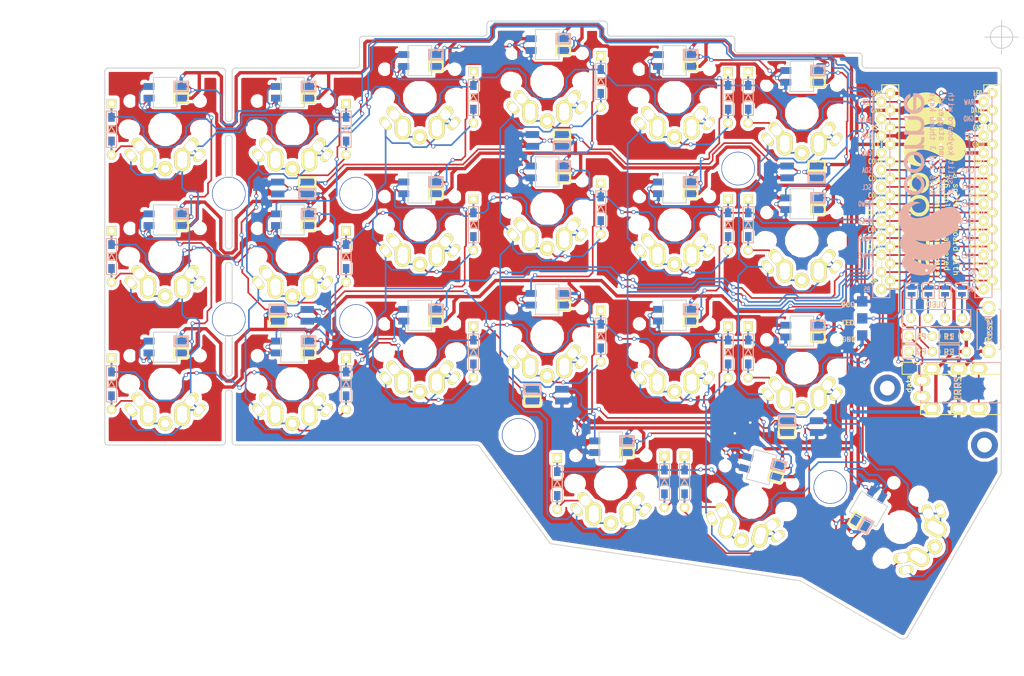
<source format=kicad_pcb>
(kicad_pcb (version 20171130) (host pcbnew "(5.0.0-3-g5ebb6b6)")
  (title_block (title Crkbd) (date 2018/05/15) (rev 1.1) (company foostan))
  (layers (0 F.Cu signal) (31 B.Cu signal) (34 B.Paste user) (35 F.Paste user) (36 B.SilkS user) (37 F.SilkS user) (38 B.Mask user) (39 F.Mask user) (44 Edge.Cuts user))
  (net 0 "")
  (net 1 row0)
  (net 2 "Net-(D1-Pad2)")
  (net 3 row1)
  (net 4 "Net-(D2-Pad2)")
  (net 5 row2)
  (net 6 "Net-(D3-Pad2)")
  (net 7 row3)
  (net 8 "Net-(D4-Pad2)")
  (net 9 "Net-(D5-Pad2)")
  (net 10 "Net-(D6-Pad2)")
  (net 11 "Net-(D7-Pad2)")
  (net 12 "Net-(D8-Pad2)")
  (net 13 "Net-(D9-Pad2)")
  (net 14 "Net-(D10-Pad2)")
  (net 15 "Net-(D11-Pad2)")
  (net 16 "Net-(D12-Pad2)")
  (net 17 "Net-(D13-Pad2)")
  (net 18 "Net-(D14-Pad2)")
  (net 19 "Net-(D15-Pad2)")
  (net 20 "Net-(D16-Pad2)")
  (net 21 "Net-(D17-Pad2)")
  (net 22 "Net-(D18-Pad2)")
  (net 23 "Net-(D19-Pad2)")
  (net 24 "Net-(D20-Pad2)")
  (net 25 "Net-(D21-Pad2)")
  (net 26 GND)
  (net 27 VCC)
  (net 28 col0)
  (net 29 col1)
  (net 30 col2)
  (net 31 col3)
  (net 32 col4)
  (net 33 col5)
  (net 34 LED)
  (net 35 data)
  (net 36 "Net-(L1-Pad3)")
  (net 37 "Net-(L1-Pad1)")
  (net 38 "Net-(L3-Pad3)")
  (net 39 "Net-(L10-Pad1)")
  (net 40 "Net-(L11-Pad1)")
  (net 41 "Net-(L13-Pad1)")
  (net 42 "Net-(L14-Pad3)")
  (net 43 "Net-(L10-Pad3)")
  (net 44 "Net-(L12-Pad1)")
  (net 45 "Net-(L13-Pad3)")
  (net 46 "Net-(L15-Pad3)")
  (net 47 "Net-(L16-Pad3)")
  (net 48 reset)
  (net 49 SCL)
  (net 50 SDA)
  (net 51 "Net-(L5-Pad3)")
  (net 52 "Net-(U1-Pad14)")
  (net 53 "Net-(U1-Pad13)")
  (net 54 "Net-(U1-Pad12)")
  (net 55 "Net-(U1-Pad11)")
  (net 56 "Net-(J2-Pad1)")
  (net 57 "Net-(J2-Pad2)")
  (net 58 "Net-(J2-Pad3)")
  (net 59 "Net-(J2-Pad4)")
  (net 60 "Net-(L2-Pad3)")
  (net 61 "Net-(L3-Pad1)")
  (net 62 "Net-(L11-Pad3)")
  (net 63 "Net-(L14-Pad1)")
  (net 64 "Net-(L12-Pad3)")
  (net 65 "Net-(L17-Pad1)")
  (net 66 "Net-(L18-Pad3)")
  (net 67 "Net-(L19-Pad3)")
  (net 68 "Net-(J1-PadA)")
  (net 69 "Net-(J1-PadB)")
  (net 70 "Net-(U1-Pad24)")
  (net 71 "Net-(L21-Pad3)")
  (net 72 "Net-(L22-Pad3)")
  (net 73 "Net-(L22-Pad1)")
  (net 74 "Net-(L23-Pad3)")
  (net 75 "Net-(L25-Pad1)")
  (net 76 "Net-(L26-Pad1)")
  (module kbd:SK6812MINI_underglow_rev (layer F.Cu) (at 165 121.5 180)
    (fp_text reference L27 hide)
    (fp_text value SK6812MINI hide)
    (pad 4 smd rect (at 2.2 -0.875 180) (size 2 1) (layers F.Cu F.Paste F.Mask) (net 27 VCC))
    (pad 3 smd rect (at 2.2 0.875 180) (size 2 1) (layers F.Cu F.Paste F.Mask) (net 76 "Net-(L26-Pad1)"))
    (pad 1 smd rect (at -2.2 -0.875 180) (size 2 1) (layers F.Cu F.Paste F.Mask) (net 71 "Net-(L21-Pad3)"))
    (pad 2 smd rect (at -2.2 0.875 180) (size 2 1) (layers F.Cu F.Paste F.Mask) (net 26 GND))
    (pad 3 smd rect (at 2.2 -0.875 180) (size 2 1) (layers B.Cu B.Paste B.Mask) (net 76 "Net-(L26-Pad1)"))
    (pad 4 smd rect (at 2.2 0.875 180) (size 2 1) (layers B.Cu B.Paste B.Mask) (net 27 VCC))
    (pad 1 smd rect (at -2.2 0.875 180) (size 2 1) (layers B.Cu B.Paste B.Mask) (net 71 "Net-(L21-Pad3)"))
    (pad 2 smd rect (at -2.2 -0.875 180) (size 2 1) (layers B.Cu B.Paste B.Mask) (net 26 GND))
  )
  (module kbd:SK6812MINI_underglow_rev (layer F.Cu) (at 165 83.5)
    (fp_text reference L24 hide)
    (fp_text value SK6812MINI hide)
    (pad 4 smd rect (at 2.2 -0.875) (size 2 1) (layers F.Cu F.Paste F.Mask) (net 27 VCC))
    (pad 3 smd rect (at 2.2 0.875) (size 2 1) (layers F.Cu F.Paste F.Mask) (net 34 LED))
    (pad 1 smd rect (at -2.2 -0.875) (size 2 1) (layers F.Cu F.Paste F.Mask) (net 74 "Net-(L23-Pad3)"))
    (pad 2 smd rect (at -2.2 0.875) (size 2 1) (layers F.Cu F.Paste F.Mask) (net 26 GND))
    (pad 3 smd rect (at 2.2 -0.875) (size 2 1) (layers B.Cu B.Paste B.Mask) (net 34 LED))
    (pad 4 smd rect (at 2.2 0.875) (size 2 1) (layers B.Cu B.Paste B.Mask) (net 27 VCC))
    (pad 1 smd rect (at -2.2 0.875) (size 2 1) (layers B.Cu B.Paste B.Mask) (net 74 "Net-(L23-Pad3)"))
    (pad 2 smd rect (at -2.2 -0.875) (size 2 1) (layers B.Cu B.Paste B.Mask) (net 26 GND))
  )
  (module kbd:SK6812MINI_underglow_rev (layer F.Cu) (at 127 78.8)
    (fp_text reference L23 hide)
    (fp_text value SK6812MINI hide)
    (pad 4 smd rect (at 2.2 -0.875) (size 2 1) (layers F.Cu F.Paste F.Mask) (net 27 VCC))
    (pad 3 smd rect (at 2.2 0.875) (size 2 1) (layers F.Cu F.Paste F.Mask) (net 74 "Net-(L23-Pad3)"))
    (pad 1 smd rect (at -2.2 -0.875) (size 2 1) (layers F.Cu F.Paste F.Mask) (net 72 "Net-(L22-Pad3)"))
    (pad 2 smd rect (at -2.2 0.875) (size 2 1) (layers F.Cu F.Paste F.Mask) (net 26 GND))
    (pad 3 smd rect (at 2.2 -0.875) (size 2 1) (layers B.Cu B.Paste B.Mask) (net 74 "Net-(L23-Pad3)"))
    (pad 4 smd rect (at 2.2 0.875) (size 2 1) (layers B.Cu B.Paste B.Mask) (net 27 VCC))
    (pad 1 smd rect (at -2.2 0.875) (size 2 1) (layers B.Cu B.Paste B.Mask) (net 72 "Net-(L22-Pad3)"))
    (pad 2 smd rect (at -2.2 -0.875) (size 2 1) (layers B.Cu B.Paste B.Mask) (net 26 GND))
  )
  (module kbd:SK6812MINI_underglow_rev (layer F.Cu) (at 89 85.9)
    (fp_text reference L22 hide)
    (fp_text value SK6812MINI hide)
    (pad 4 smd rect (at 2.2 -0.875) (size 2 1) (layers F.Cu F.Paste F.Mask) (net 27 VCC))
    (pad 3 smd rect (at 2.2 0.875) (size 2 1) (layers F.Cu F.Paste F.Mask) (net 72 "Net-(L22-Pad3)"))
    (pad 1 smd rect (at -2.2 -0.875) (size 2 1) (layers F.Cu F.Paste F.Mask) (net 73 "Net-(L22-Pad1)"))
    (pad 2 smd rect (at -2.2 0.875) (size 2 1) (layers F.Cu F.Paste F.Mask) (net 26 GND))
    (pad 3 smd rect (at 2.2 -0.875) (size 2 1) (layers B.Cu B.Paste B.Mask) (net 72 "Net-(L22-Pad3)"))
    (pad 4 smd rect (at 2.2 0.875) (size 2 1) (layers B.Cu B.Paste B.Mask) (net 27 VCC))
    (pad 1 smd rect (at -2.2 0.875) (size 2 1) (layers B.Cu B.Paste B.Mask) (net 73 "Net-(L22-Pad1)"))
    (pad 2 smd rect (at -2.2 -0.875) (size 2 1) (layers B.Cu B.Paste B.Mask) (net 26 GND))
  )
  (module kbd:SK6812MINI_underglow_rev (layer F.Cu) (at 89 104.9 180)
    (fp_text reference L25 hide)
    (fp_text value SK6812MINI hide)
    (pad 4 smd rect (at 2.2 -0.875 180) (size 2 1) (layers F.Cu F.Paste F.Mask) (net 27 VCC))
    (pad 3 smd rect (at 2.2 0.875 180) (size 2 1) (layers F.Cu F.Paste F.Mask) (net 73 "Net-(L22-Pad1)"))
    (pad 1 smd rect (at -2.2 -0.875 180) (size 2 1) (layers F.Cu F.Paste F.Mask) (net 75 "Net-(L25-Pad1)"))
    (pad 2 smd rect (at -2.2 0.875 180) (size 2 1) (layers F.Cu F.Paste F.Mask) (net 26 GND))
    (pad 3 smd rect (at 2.2 -0.875 180) (size 2 1) (layers B.Cu B.Paste B.Mask) (net 73 "Net-(L22-Pad1)"))
    (pad 4 smd rect (at 2.2 0.875 180) (size 2 1) (layers B.Cu B.Paste B.Mask) (net 27 VCC))
    (pad 1 smd rect (at -2.2 0.875 180) (size 2 1) (layers B.Cu B.Paste B.Mask) (net 75 "Net-(L25-Pad1)"))
    (pad 2 smd rect (at -2.2 -0.875 180) (size 2 1) (layers B.Cu B.Paste B.Mask) (net 26 GND))
  )
  (module kbd:SK6812MINI_underglow_rev (layer F.Cu) (at 127 116.8 180)
    (fp_text reference L26 hide)
    (fp_text value SK6812MINI hide)
    (pad 4 smd rect (at 2.2 -0.875 180) (size 2 1) (layers F.Cu F.Paste F.Mask) (net 27 VCC))
    (pad 3 smd rect (at 2.2 0.875 180) (size 2 1) (layers F.Cu F.Paste F.Mask) (net 75 "Net-(L25-Pad1)"))
    (pad 1 smd rect (at -2.2 -0.875 180) (size 2 1) (layers F.Cu F.Paste F.Mask) (net 76 "Net-(L26-Pad1)"))
    (pad 2 smd rect (at -2.2 0.875 180) (size 2 1) (layers F.Cu F.Paste F.Mask) (net 26 GND))
    (pad 3 smd rect (at 2.2 -0.875 180) (size 2 1) (layers B.Cu B.Paste B.Mask) (net 75 "Net-(L25-Pad1)"))
    (pad 4 smd rect (at 2.2 0.875 180) (size 2 1) (layers B.Cu B.Paste B.Mask) (net 27 VCC))
    (pad 1 smd rect (at -2.2 0.875 180) (size 2 1) (layers B.Cu B.Paste B.Mask) (net 76 "Net-(L26-Pad1)"))
    (pad 2 smd rect (at -2.2 -0.875 180) (size 2 1) (layers B.Cu B.Paste B.Mask) (net 26 GND))
  )
  (module kbd:corne (layer B.Cu) (at 184 85.25 90)
    (fp_text reference G*** hide)
    (fp_text value LOGO hide)
  )
  (module kbd:MX_ALPS_PG1350_noLed_1.75u (layer F.Cu) (at 179.75 136.5 240)
    (fp_text reference SW21 hide)
    (fp_text value SW_PUSH hide)
    (pad 1 thru_hole oval (at 5.1 -3.9 190) (size 2.2 1.25) (drill 1.2) (layers *.Cu *.Mask F.SilkS) (net 33 col5))
    (pad "" np_thru_hole circle (at 0 0 330) (size 4 4) (drill 4) (layers *.Cu *.Mask F.SilkS))
    (pad "" np_thru_hole circle (at -5.5 0 330) (size 1.9 1.9) (drill 1.9) (layers *.Cu *.Mask F.SilkS))
    (pad "" np_thru_hole circle (at 5.5 0 330) (size 1.9 1.9) (drill 1.9) (layers *.Cu *.Mask F.SilkS))
    (pad 1 thru_hole oval (at -5.1 -3.9 290) (size 2.2 1.25) (drill 1.2) (layers *.Cu *.Mask F.SilkS) (net 33 col5))
    (pad 2 thru_hole circle (at 0 -5.9 330) (size 2.2 2.2) (drill 1.2) (layers *.Cu *.Mask F.SilkS) (net 25 "Net-(D21-Pad2)"))
    (pad 2 thru_hole circle (at 2.54 -5.08 240) (size 2.4 2.4) (drill 1.5) (layers *.Cu *.Mask F.SilkS) (net 25 "Net-(D21-Pad2)"))
    (pad 1 thru_hole oval (at -3.81 -2.54 290) (size 2.8 1.55) (drill 1.5) (layers *.Cu *.Mask F.SilkS) (net 33 col5))
    (pad 1 thru_hole circle (at -2.54 -5.08 240) (size 2.4 2.4) (drill 1.5) (layers *.Cu *.Mask F.SilkS) (net 33 col5))
    (pad 2 thru_hole oval (at 3.81 -2.540001 190) (size 2.8 1.55) (drill 1.5) (layers *.Cu *.Mask F.SilkS) (net 25 "Net-(D21-Pad2)"))
    (pad 2 thru_hole circle (at 2.540001 -4.5 240) (size 2.4 2.4) (drill 1.5) (layers *.Cu *.Mask F.SilkS) (net 25 "Net-(D21-Pad2)"))
    (pad 2 thru_hole circle (at 2.54 -4.000001 240) (size 2.4 2.4) (drill 1.5) (layers *.Cu *.Mask F.SilkS) (net 25 "Net-(D21-Pad2)"))
    (pad 1 thru_hole circle (at -2.540001 -4 240) (size 2.4 2.4) (drill 1.5) (layers *.Cu *.Mask F.SilkS) (net 33 col5))
    (pad 1 thru_hole circle (at -2.54 -4.499999 240) (size 2.4 2.4) (drill 1.5) (layers *.Cu *.Mask F.SilkS) (net 33 col5))
    (pad "" np_thru_hole circle (at 5.08 0 240) (size 1.7 1.7) (drill 1.7) (layers *.Cu *.Mask F.SilkS))
    (pad "" np_thru_hole circle (at -5.08 0 240) (size 1.7 1.7) (drill 1.7) (layers *.Cu *.Mask F.SilkS))
    (pad "" np_thru_hole circle (at 5.22 4.2 240) (size 1 1) (drill 1) (layers *.Cu *.Mask F.SilkS))
    (pad "" np_thru_hole circle (at -5.22 4.2 240) (size 1 1) (drill 1) (layers *.Cu *.Mask F.SilkS))
  )
  (module kbd:ProMicro_v2 (layer F.Cu) (at 185.75 86.25)
    (fp_text reference U1 hide)
    (fp_text value ProMicro hide)
    (fp_text user "" (at -0.5 -17.25) (layer F.SilkS))
    (fp_text user "" (at -1.2065 -16.256) (layer B.SilkS) (effects (justify mirror)))
    (fp_text user RAW (at -9.7155 -14.478) (layer F.SilkS) (effects (font (size 0.75 0.5) (thickness 0.125))))
    (fp_text user LED (at 5.5 -14.478) (layer F.SilkS) (effects (font (size 0.75 0.5) (thickness 0.125))))
    (fp_text user GND (at -9.7155 -11.938) (layer F.SilkS) (effects (font (size 0.75 0.5) (thickness 0.125))))
    (fp_text user DATA (at 5.35 -11.95) (layer F.SilkS) (effects (font (size 0.75 0.5) (thickness 0.125))))
    (fp_text user RST (at -9.7155 -9.3345) (layer F.SilkS) (effects (font (size 0.75 0.5) (thickness 0.125))))
    (fp_text user GND (at 5.5245 -9.3345) (layer F.SilkS) (effects (font (size 0.75 0.5) (thickness 0.125))))
    (fp_text user VCC (at -9.7155 -6.858) (layer F.SilkS) (effects (font (size 0.75 0.5) (thickness 0.125))))
    (fp_text user GND (at 5.461 -6.7945) (layer F.SilkS) (effects (font (size 0.75 0.5) (thickness 0.125))))
    (fp_text user COL3 (at -10 3.35) (layer F.SilkS) (effects (font (size 0.75 0.5) (thickness 0.125))))
    (fp_text user ROW0 (at 5.2 0.8) (layer F.SilkS) (effects (font (size 0.75 0.5) (thickness 0.125))))
    (fp_text user COL2 (at -9.9 0.762) (layer F.SilkS) (effects (font (size 0.75 0.5) (thickness 0.125))))
    (fp_text user SCL (at 5.461 -1.778) (layer F.SilkS) (effects (font (size 0.75 0.5) (thickness 0.125))))
    (fp_text user COL1 (at -9.85 -1.778) (layer F.SilkS) (effects (font (size 0.75 0.5) (thickness 0.125))))
    (fp_text user SDA (at 5.461 -4.318) (layer F.SilkS) (effects (font (size 0.75 0.5) (thickness 0.125))))
    (fp_text user COL0 (at -9.9 -4.3) (layer F.SilkS) (effects (font (size 0.75 0.5) (thickness 0.125))))
    (fp_text user B6 (at -10.05 13.5) (layer F.SilkS) (effects (font (size 0.75 0.5) (thickness 0.125))))
    (fp_text user B5 (at 5.2 13.5255) (layer F.SilkS) (effects (font (size 0.75 0.5) (thickness 0.125))))
    (fp_text user B4 (at 5.2 10.922) (layer F.SilkS) (effects (font (size 0.75 0.5) (thickness 0.125))))
    (fp_text user B2 (at -9.95 10.95) (layer F.SilkS) (effects (font (size 0.75 0.5) (thickness 0.125))))
    (fp_text user ROW3 (at 5.2 8.4455) (layer F.SilkS) (effects (font (size 0.75 0.5) (thickness 0.125))))
    (fp_text user COL5 (at -9.95 8.4455) (layer F.SilkS) (effects (font (size 0.75 0.5) (thickness 0.125))))
    (fp_text user ROW2 (at 5.2 5.85) (layer F.SilkS) (effects (font (size 0.75 0.5) (thickness 0.125))))
    (fp_text user COL4 (at -9.95 5.85) (layer F.SilkS) (effects (font (size 0.75 0.5) (thickness 0.125))))
    (fp_text user ROW1 (at 5.25 3.302) (layer F.SilkS) (effects (font (size 0.75 0.5) (thickness 0.125))))
    (fp_text user ROW1 (at -11.3 4.6355) (layer B.SilkS) (effects (font (size 0.75 0.5) (thickness 0.125)) (justify mirror)))
    (fp_text user COL4 (at 3.95 7.112) (layer B.SilkS) (effects (font (size 0.75 0.5) (thickness 0.125)) (justify mirror)))
    (fp_text user ROW2 (at -11.3 7.239) (layer B.SilkS) (effects (font (size 0.75 0.5) (thickness 0.125)) (justify mirror)))
    (fp_text user COL5 (at 4 9.75) (layer B.SilkS) (effects (font (size 0.75 0.5) (thickness 0.125)) (justify mirror)))
    (fp_text user ROW3 (at -11.3 9.75) (layer B.SilkS) (effects (font (size 0.75 0.5) (thickness 0.125)) (justify mirror)))
    (fp_text user B2 (at 4.5085 12.1285) (layer B.SilkS) (effects (font (size 0.75 0.5) (thickness 0.125)) (justify mirror)))
    (fp_text user B4 (at -11.049 12.2555) (layer B.SilkS) (effects (font (size 0.75 0.5) (thickness 0.125)) (justify mirror)))
    (fp_text user B5 (at -11.049 14.7955) (layer B.SilkS) (effects (font (size 0.75 0.5) (thickness 0.125)) (justify mirror)))
    (fp_text user B6 (at 4.445 14.732) (layer B.SilkS) (effects (font (size 0.75 0.5) (thickness 0.125)) (justify mirror)))
    (fp_text user COL0 (at 4 -2.95) (layer B.SilkS) (effects (font (size 0.75 0.5) (thickness 0.125)) (justify mirror)))
    (fp_text user SDA (at -11.049 -2.9845) (layer B.SilkS) (effects (font (size 0.75 0.5) (thickness 0.125)) (justify mirror)))
    (fp_text user COL1 (at 4 -0.4445) (layer B.SilkS) (effects (font (size 0.75 0.5) (thickness 0.125)) (justify mirror)))
    (fp_text user SCL (at -11.049 -0.4445) (layer B.SilkS) (effects (font (size 0.75 0.5) (thickness 0.125)) (justify mirror)))
    (fp_text user COL2 (at 4 2.1) (layer B.SilkS) (effects (font (size 0.75 0.5) (thickness 0.125)) (justify mirror)))
    (fp_text user ROW0 (at -11.3 2.032) (layer B.SilkS) (effects (font (size 0.75 0.5) (thickness 0.125)) (justify mirror)))
    (fp_text user COL3 (at 4 4.6) (layer B.SilkS) (effects (font (size 0.75 0.5) (thickness 0.125)) (justify mirror)))
    (fp_text user GND (at -11.049 -5.5245) (layer B.SilkS) (effects (font (size 0.75 0.5) (thickness 0.125)) (justify mirror)))
    (fp_text user VCC (at 4.1275 -5.5245) (layer B.SilkS) (effects (font (size 0.75 0.5) (thickness 0.125)) (justify mirror)))
    (fp_text user GND (at -11.049 -8.0645) (layer B.SilkS) (effects (font (size 0.75 0.5) (thickness 0.125)) (justify mirror)))
    (fp_text user RST (at 4.191 -8.0645) (layer B.SilkS) (effects (font (size 0.75 0.5) (thickness 0.125)) (justify mirror)))
    (fp_text user DATA (at -11.2 -10.5) (layer B.SilkS) (effects (font (size 0.75 0.5) (thickness 0.125)) (justify mirror)))
    (fp_text user GND (at 4.1275 -10.668) (layer B.SilkS) (effects (font (size 0.75 0.5) (thickness 0.125)) (justify mirror)))
    (fp_text user LED (at -11.049 -13.1445) (layer B.SilkS) (effects (font (size 0.75 0.5) (thickness 0.125)) (justify mirror)))
    (fp_text user RAW (at 4.191 -13.1445) (layer B.SilkS) (effects (font (size 0.75 0.5) (thickness 0.125)) (justify mirror)))
    (pad 24 thru_hole circle (at 6.35 -13.208) (size 1.524 1.524) (drill 0.8128) (layers *.Cu *.Mask F.SilkS) (net 70 "Net-(U1-Pad24)"))
    (pad 23 thru_hole circle (at 6.35 -10.668) (size 1.524 1.524) (drill 0.8128) (layers *.Cu *.Mask F.SilkS) (net 26 GND))
    (pad 22 thru_hole circle (at 6.35 -8.128) (size 1.524 1.524) (drill 0.8128) (layers *.Cu *.Mask F.SilkS) (net 48 reset))
    (pad 21 thru_hole circle (at 6.35 -5.588) (size 1.524 1.524) (drill 0.8128) (layers *.Cu *.Mask F.SilkS) (net 27 VCC))
    (pad 20 thru_hole circle (at 6.35 -3.048) (size 1.524 1.524) (drill 0.8128) (layers *.Cu *.Mask F.SilkS) (net 28 col0))
    (pad 19 thru_hole circle (at 6.35 -0.508) (size 1.524 1.524) (drill 0.8128) (layers *.Cu *.Mask F.SilkS) (net 29 col1))
    (pad 18 thru_hole circle (at 6.35 2.032) (size 1.524 1.524) (drill 0.8128) (layers *.Cu *.Mask F.SilkS) (net 30 col2))
    (pad 17 thru_hole circle (at 6.35 4.572) (size 1.524 1.524) (drill 0.8128) (layers *.Cu *.Mask F.SilkS) (net 31 col3))
    (pad 16 thru_hole circle (at 6.35 7.112) (size 1.524 1.524) (drill 0.8128) (layers *.Cu *.Mask F.SilkS) (net 32 col4))
    (pad 15 thru_hole circle (at 6.35 9.652) (size 1.524 1.524) (drill 0.8128) (layers *.Cu *.Mask F.SilkS) (net 33 col5))
    (pad 14 thru_hole circle (at 6.35 12.192) (size 1.524 1.524) (drill 0.8128) (layers *.Cu *.Mask F.SilkS) (net 52 "Net-(U1-Pad14)"))
    (pad 13 thru_hole circle (at 6.35 14.732) (size 1.524 1.524) (drill 0.8128) (layers *.Cu *.Mask F.SilkS) (net 53 "Net-(U1-Pad13)"))
    (pad 12 thru_hole circle (at -8.89 14.732) (size 1.524 1.524) (drill 0.8128) (layers *.Cu *.Mask F.SilkS) (net 54 "Net-(U1-Pad12)"))
    (pad 11 thru_hole circle (at -8.89 12.192) (size 1.524 1.524) (drill 0.8128) (layers *.Cu *.Mask F.SilkS) (net 55 "Net-(U1-Pad11)"))
    (pad 10 thru_hole circle (at -8.89 9.652) (size 1.524 1.524) (drill 0.8128) (layers *.Cu *.Mask F.SilkS) (net 7 row3))
    (pad 9 thru_hole circle (at -8.89 7.112) (size 1.524 1.524) (drill 0.8128) (layers *.Cu *.Mask F.SilkS) (net 5 row2))
    (pad 8 thru_hole circle (at -8.89 4.572) (size 1.524 1.524) (drill 0.8128) (layers *.Cu *.Mask F.SilkS) (net 3 row1))
    (pad 7 thru_hole circle (at -8.89 2.032) (size 1.524 1.524) (drill 0.8128) (layers *.Cu *.Mask F.SilkS) (net 1 row0))
    (pad 6 thru_hole circle (at -8.89 -0.508) (size 1.524 1.524) (drill 0.8128) (layers *.Cu *.Mask F.SilkS) (net 49 SCL))
    (pad 5 thru_hole circle (at -8.89 -3.048) (size 1.524 1.524) (drill 0.8128) (layers *.Cu *.Mask F.SilkS) (net 50 SDA))
    (pad 4 thru_hole circle (at -8.89 -5.588) (size 1.524 1.524) (drill 0.8128) (layers *.Cu *.Mask F.SilkS) (net 26 GND))
    (pad 3 thru_hole circle (at -8.89 -8.128) (size 1.524 1.524) (drill 0.8128) (layers *.Cu *.Mask F.SilkS) (net 26 GND))
    (pad 2 thru_hole circle (at -8.89 -10.668) (size 1.524 1.524) (drill 0.8128) (layers *.Cu *.Mask F.SilkS) (net 35 data))
    (pad 1 thru_hole circle (at -8.89 -13.208) (size 1.524 1.524) (drill 0.8128) (layers *.Cu *.Mask F.SilkS) (net 34 LED))
    (pad 1 thru_hole circle (at 7.6564 -14.478) (size 1.524 1.524) (drill 0.8128) (layers *.Cu *.Mask F.SilkS) (net 34 LED))
    (pad 2 thru_hole circle (at 7.6564 -11.938) (size 1.524 1.524) (drill 0.8128) (layers *.Cu *.Mask F.SilkS) (net 35 data))
    (pad 3 thru_hole circle (at 7.6564 -9.398) (size 1.524 1.524) (drill 0.8128) (layers *.Cu *.Mask F.SilkS) (net 26 GND))
    (pad 4 thru_hole circle (at 7.6564 -6.858) (size 1.524 1.524) (drill 0.8128) (layers *.Cu *.Mask F.SilkS) (net 26 GND))
    (pad 5 thru_hole circle (at 7.6564 -4.318) (size 1.524 1.524) (drill 0.8128) (layers *.Cu *.Mask F.SilkS) (net 50 SDA))
    (pad 6 thru_hole circle (at 7.6564 -1.778) (size 1.524 1.524) (drill 0.8128) (layers *.Cu *.Mask F.SilkS) (net 49 SCL))
    (pad 7 thru_hole circle (at 7.6564 0.762) (size 1.524 1.524) (drill 0.8128) (layers *.Cu *.Mask F.SilkS) (net 1 row0))
    (pad 8 thru_hole circle (at 7.6564 3.302) (size 1.524 1.524) (drill 0.8128) (layers *.Cu *.Mask F.SilkS) (net 3 row1))
    (pad 9 thru_hole circle (at 7.6564 5.842) (size 1.524 1.524) (drill 0.8128) (layers *.Cu *.Mask F.SilkS) (net 5 row2))
    (pad 10 thru_hole circle (at 7.6564 8.382) (size 1.524 1.524) (drill 0.8128) (layers *.Cu *.Mask F.SilkS) (net 7 row3))
    (pad 11 thru_hole circle (at 7.6564 10.922) (size 1.524 1.524) (drill 0.8128) (layers *.Cu *.Mask F.SilkS) (net 55 "Net-(U1-Pad11)"))
    (pad 12 thru_hole circle (at 7.6564 13.462) (size 1.524 1.524) (drill 0.8128) (layers *.Cu *.Mask F.SilkS) (net 54 "Net-(U1-Pad12)"))
    (pad 13 thru_hole circle (at -7.5636 13.462) (size 1.524 1.524) (drill 0.8128) (layers *.Cu *.Mask F.SilkS) (net 53 "Net-(U1-Pad13)"))
    (pad 14 thru_hole circle (at -7.5636 10.922) (size 1.524 1.524) (drill 0.8128) (layers *.Cu *.Mask F.SilkS) (net 52 "Net-(U1-Pad14)"))
    (pad 15 thru_hole circle (at -7.5636 8.382) (size 1.524 1.524) (drill 0.8128) (layers *.Cu *.Mask F.SilkS) (net 33 col5))
    (pad 16 thru_hole circle (at -7.5636 5.842) (size 1.524 1.524) (drill 0.8128) (layers *.Cu *.Mask F.SilkS) (net 32 col4))
    (pad 17 thru_hole circle (at -7.5636 3.302) (size 1.524 1.524) (drill 0.8128) (layers *.Cu *.Mask F.SilkS) (net 31 col3))
    (pad 18 thru_hole circle (at -7.5636 0.762) (size 1.524 1.524) (drill 0.8128) (layers *.Cu *.Mask F.SilkS) (net 30 col2))
    (pad 19 thru_hole circle (at -7.5636 -1.778) (size 1.524 1.524) (drill 0.8128) (layers *.Cu *.Mask F.SilkS) (net 29 col1))
    (pad 20 thru_hole circle (at -7.5636 -4.318) (size 1.524 1.524) (drill 0.8128) (layers *.Cu *.Mask F.SilkS) (net 28 col0))
    (pad 21 thru_hole circle (at -7.5636 -6.858) (size 1.524 1.524) (drill 0.8128) (layers *.Cu *.Mask F.SilkS) (net 27 VCC))
    (pad 22 thru_hole circle (at -7.5636 -9.398) (size 1.524 1.524) (drill 0.8128) (layers *.Cu *.Mask F.SilkS) (net 48 reset))
    (pad 23 thru_hole circle (at -7.5636 -11.938) (size 1.524 1.524) (drill 0.8128) (layers *.Cu *.Mask F.SilkS) (net 26 GND))
    (pad 24 thru_hole circle (at -7.5636 -14.478) (size 1.524 1.524) (drill 0.8128) (layers *.Cu *.Mask F.SilkS) (net 70 "Net-(U1-Pad24)"))
  )
  (module kbd:SK6812MINI_rev (layer F.Cu) (at 70 71.625)
    (fp_text reference L1 hide)
    (fp_text value SK6812MINI hide)
    (pad 2 smd rect (at -2.4 0.875) (size 1.6 1) (layers B.Cu B.Paste B.Mask) (net 26 GND))
    (pad 1 smd rect (at -2.4 -0.875) (size 1.6 1) (layers B.Cu B.Paste B.Mask) (net 37 "Net-(L1-Pad1)"))
    (pad 4 smd rect (at 2.4 -0.875) (size 1.6 1) (layers B.Cu B.Paste B.Mask) (net 27 VCC))
    (pad 3 smd rect (at 2.4 0.875) (size 1.6 1) (layers B.Cu B.Paste B.Mask) (net 36 "Net-(L1-Pad3)"))
    (pad 2 smd rect (at -2.4 -0.875) (size 1.6 1) (layers F.Cu F.Paste F.Mask) (net 26 GND))
    (pad 1 smd rect (at -2.4 0.875) (size 1.6 1) (layers F.Cu F.Paste F.Mask) (net 37 "Net-(L1-Pad1)"))
    (pad 3 smd rect (at 2.4 -0.875) (size 1.6 1) (layers F.Cu F.Paste F.Mask) (net 36 "Net-(L1-Pad3)"))
    (pad 4 smd rect (at 2.4 0.875) (size 1.6 1) (layers F.Cu F.Paste F.Mask) (net 27 VCC))
  )
  (module kbd:SK6812MINI_rev (layer F.Cu) (at 89 71.625)
    (fp_text reference L2 hide)
    (fp_text value SK6812MINI hide)
    (pad 2 smd rect (at -2.4 0.875) (size 1.6 1) (layers B.Cu B.Paste B.Mask) (net 26 GND))
    (pad 1 smd rect (at -2.4 -0.875) (size 1.6 1) (layers B.Cu B.Paste B.Mask) (net 36 "Net-(L1-Pad3)"))
    (pad 4 smd rect (at 2.4 -0.875) (size 1.6 1) (layers B.Cu B.Paste B.Mask) (net 27 VCC))
    (pad 3 smd rect (at 2.4 0.875) (size 1.6 1) (layers B.Cu B.Paste B.Mask) (net 60 "Net-(L2-Pad3)"))
    (pad 2 smd rect (at -2.4 -0.875) (size 1.6 1) (layers F.Cu F.Paste F.Mask) (net 26 GND))
    (pad 1 smd rect (at -2.4 0.875) (size 1.6 1) (layers F.Cu F.Paste F.Mask) (net 36 "Net-(L1-Pad3)"))
    (pad 3 smd rect (at 2.4 -0.875) (size 1.6 1) (layers F.Cu F.Paste F.Mask) (net 60 "Net-(L2-Pad3)"))
    (pad 4 smd rect (at 2.4 0.875) (size 1.6 1) (layers F.Cu F.Paste F.Mask) (net 27 VCC))
  )
  (module kbd:SK6812MINI_rev (layer F.Cu) (at 108 66.875)
    (fp_text reference L3 hide)
    (fp_text value SK6812MINI hide)
    (pad 2 smd rect (at -2.4 0.875) (size 1.6 1) (layers B.Cu B.Paste B.Mask) (net 26 GND))
    (pad 1 smd rect (at -2.4 -0.875) (size 1.6 1) (layers B.Cu B.Paste B.Mask) (net 61 "Net-(L3-Pad1)"))
    (pad 4 smd rect (at 2.4 -0.875) (size 1.6 1) (layers B.Cu B.Paste B.Mask) (net 27 VCC))
    (pad 3 smd rect (at 2.4 0.875) (size 1.6 1) (layers B.Cu B.Paste B.Mask) (net 38 "Net-(L3-Pad3)"))
    (pad 2 smd rect (at -2.4 -0.875) (size 1.6 1) (layers F.Cu F.Paste F.Mask) (net 26 GND))
    (pad 1 smd rect (at -2.4 0.875) (size 1.6 1) (layers F.Cu F.Paste F.Mask) (net 61 "Net-(L3-Pad1)"))
    (pad 3 smd rect (at 2.4 -0.875) (size 1.6 1) (layers F.Cu F.Paste F.Mask) (net 38 "Net-(L3-Pad3)"))
    (pad 4 smd rect (at 2.4 0.875) (size 1.6 1) (layers F.Cu F.Paste F.Mask) (net 27 VCC))
  )
  (module kbd:SK6812MINI_rev (layer F.Cu) (at 127 64.5)
    (fp_text reference L4 hide)
    (fp_text value SK6812MINI hide)
    (pad 2 smd rect (at -2.4 0.875) (size 1.6 1) (layers B.Cu B.Paste B.Mask) (net 26 GND))
    (pad 1 smd rect (at -2.4 -0.875) (size 1.6 1) (layers B.Cu B.Paste B.Mask) (net 38 "Net-(L3-Pad3)"))
    (pad 4 smd rect (at 2.4 -0.875) (size 1.6 1) (layers B.Cu B.Paste B.Mask) (net 27 VCC))
    (pad 3 smd rect (at 2.4 0.875) (size 1.6 1) (layers B.Cu B.Paste B.Mask) (net 39 "Net-(L10-Pad1)"))
    (pad 2 smd rect (at -2.4 -0.875) (size 1.6 1) (layers F.Cu F.Paste F.Mask) (net 26 GND))
    (pad 1 smd rect (at -2.4 0.875) (size 1.6 1) (layers F.Cu F.Paste F.Mask) (net 38 "Net-(L3-Pad3)"))
    (pad 3 smd rect (at 2.4 -0.875) (size 1.6 1) (layers F.Cu F.Paste F.Mask) (net 39 "Net-(L10-Pad1)"))
    (pad 4 smd rect (at 2.4 0.875) (size 1.6 1) (layers F.Cu F.Paste F.Mask) (net 27 VCC))
  )
  (module kbd:SK6812MINI_rev (layer F.Cu) (at 146 66.875)
    (fp_text reference L5 hide)
    (fp_text value SK6812MINI hide)
    (pad 2 smd rect (at -2.4 0.875) (size 1.6 1) (layers B.Cu B.Paste B.Mask) (net 26 GND))
    (pad 1 smd rect (at -2.4 -0.875) (size 1.6 1) (layers B.Cu B.Paste B.Mask) (net 62 "Net-(L11-Pad3)"))
    (pad 4 smd rect (at 2.4 -0.875) (size 1.6 1) (layers B.Cu B.Paste B.Mask) (net 27 VCC))
    (pad 3 smd rect (at 2.4 0.875) (size 1.6 1) (layers B.Cu B.Paste B.Mask) (net 51 "Net-(L5-Pad3)"))
    (pad 2 smd rect (at -2.4 -0.875) (size 1.6 1) (layers F.Cu F.Paste F.Mask) (net 26 GND))
    (pad 1 smd rect (at -2.4 0.875) (size 1.6 1) (layers F.Cu F.Paste F.Mask) (net 62 "Net-(L11-Pad3)"))
    (pad 3 smd rect (at 2.4 -0.875) (size 1.6 1) (layers F.Cu F.Paste F.Mask) (net 51 "Net-(L5-Pad3)"))
    (pad 4 smd rect (at 2.4 0.875) (size 1.6 1) (layers F.Cu F.Paste F.Mask) (net 27 VCC))
  )
  (module kbd:SK6812MINI_rev (layer F.Cu) (at 165 69.25)
    (fp_text reference L6 hide)
    (fp_text value SK6812MINI hide)
    (pad 2 smd rect (at -2.4 0.875) (size 1.6 1) (layers B.Cu B.Paste B.Mask) (net 26 GND))
    (pad 1 smd rect (at -2.4 -0.875) (size 1.6 1) (layers B.Cu B.Paste B.Mask) (net 51 "Net-(L5-Pad3)"))
    (pad 4 smd rect (at 2.4 -0.875) (size 1.6 1) (layers B.Cu B.Paste B.Mask) (net 27 VCC))
    (pad 3 smd rect (at 2.4 0.875) (size 1.6 1) (layers B.Cu B.Paste B.Mask) (net 44 "Net-(L12-Pad1)"))
    (pad 2 smd rect (at -2.4 -0.875) (size 1.6 1) (layers F.Cu F.Paste F.Mask) (net 26 GND))
    (pad 1 smd rect (at -2.4 0.875) (size 1.6 1) (layers F.Cu F.Paste F.Mask) (net 51 "Net-(L5-Pad3)"))
    (pad 3 smd rect (at 2.4 -0.875) (size 1.6 1) (layers F.Cu F.Paste F.Mask) (net 44 "Net-(L12-Pad1)"))
    (pad 4 smd rect (at 2.4 0.875) (size 1.6 1) (layers F.Cu F.Paste F.Mask) (net 27 VCC))
  )
  (module kbd:SK6812MINI_rev (layer F.Cu) (at 70 90.625)
    (fp_text reference L7 hide)
    (fp_text value SK6812MINI hide)
    (pad 2 smd rect (at -2.4 0.875) (size 1.6 1) (layers B.Cu B.Paste B.Mask) (net 26 GND))
    (pad 1 smd rect (at -2.4 -0.875) (size 1.6 1) (layers B.Cu B.Paste B.Mask) (net 45 "Net-(L13-Pad3)"))
    (pad 4 smd rect (at 2.4 -0.875) (size 1.6 1) (layers B.Cu B.Paste B.Mask) (net 27 VCC))
    (pad 3 smd rect (at 2.4 0.875) (size 1.6 1) (layers B.Cu B.Paste B.Mask) (net 37 "Net-(L1-Pad1)"))
    (pad 2 smd rect (at -2.4 -0.875) (size 1.6 1) (layers F.Cu F.Paste F.Mask) (net 26 GND))
    (pad 1 smd rect (at -2.4 0.875) (size 1.6 1) (layers F.Cu F.Paste F.Mask) (net 45 "Net-(L13-Pad3)"))
    (pad 3 smd rect (at 2.4 -0.875) (size 1.6 1) (layers F.Cu F.Paste F.Mask) (net 37 "Net-(L1-Pad1)"))
    (pad 4 smd rect (at 2.4 0.875) (size 1.6 1) (layers F.Cu F.Paste F.Mask) (net 27 VCC))
  )
  (module kbd:SK6812MINI_rev (layer F.Cu) (at 89 90.625)
    (fp_text reference L8 hide)
    (fp_text value SK6812MINI hide)
    (pad 2 smd rect (at -2.4 0.875) (size 1.6 1) (layers B.Cu B.Paste B.Mask) (net 26 GND))
    (pad 1 smd rect (at -2.4 -0.875) (size 1.6 1) (layers B.Cu B.Paste B.Mask) (net 60 "Net-(L2-Pad3)"))
    (pad 4 smd rect (at 2.4 -0.875) (size 1.6 1) (layers B.Cu B.Paste B.Mask) (net 27 VCC))
    (pad 3 smd rect (at 2.4 0.875) (size 1.6 1) (layers B.Cu B.Paste B.Mask) (net 63 "Net-(L14-Pad1)"))
    (pad 2 smd rect (at -2.4 -0.875) (size 1.6 1) (layers F.Cu F.Paste F.Mask) (net 26 GND))
    (pad 1 smd rect (at -2.4 0.875) (size 1.6 1) (layers F.Cu F.Paste F.Mask) (net 60 "Net-(L2-Pad3)"))
    (pad 3 smd rect (at 2.4 -0.875) (size 1.6 1) (layers F.Cu F.Paste F.Mask) (net 63 "Net-(L14-Pad1)"))
    (pad 4 smd rect (at 2.4 0.875) (size 1.6 1) (layers F.Cu F.Paste F.Mask) (net 27 VCC))
  )
  (module kbd:SK6812MINI_rev (layer F.Cu) (at 108 85.875)
    (fp_text reference L9 hide)
    (fp_text value SK6812MINI hide)
    (pad 2 smd rect (at -2.4 0.875) (size 1.6 1) (layers B.Cu B.Paste B.Mask) (net 26 GND))
    (pad 1 smd rect (at -2.4 -0.875) (size 1.6 1) (layers B.Cu B.Paste B.Mask) (net 46 "Net-(L15-Pad3)"))
    (pad 4 smd rect (at 2.4 -0.875) (size 1.6 1) (layers B.Cu B.Paste B.Mask) (net 27 VCC))
    (pad 3 smd rect (at 2.4 0.875) (size 1.6 1) (layers B.Cu B.Paste B.Mask) (net 61 "Net-(L3-Pad1)"))
    (pad 2 smd rect (at -2.4 -0.875) (size 1.6 1) (layers F.Cu F.Paste F.Mask) (net 26 GND))
    (pad 1 smd rect (at -2.4 0.875) (size 1.6 1) (layers F.Cu F.Paste F.Mask) (net 46 "Net-(L15-Pad3)"))
    (pad 3 smd rect (at 2.4 -0.875) (size 1.6 1) (layers F.Cu F.Paste F.Mask) (net 61 "Net-(L3-Pad1)"))
    (pad 4 smd rect (at 2.4 0.875) (size 1.6 1) (layers F.Cu F.Paste F.Mask) (net 27 VCC))
  )
  (module kbd:SK6812MINI_rev (layer F.Cu) (at 127 83.5)
    (fp_text reference L10 hide)
    (fp_text value SK6812MINI hide)
    (pad 2 smd rect (at -2.4 0.875) (size 1.6 1) (layers B.Cu B.Paste B.Mask) (net 26 GND))
    (pad 1 smd rect (at -2.4 -0.875) (size 1.6 1) (layers B.Cu B.Paste B.Mask) (net 39 "Net-(L10-Pad1)"))
    (pad 4 smd rect (at 2.4 -0.875) (size 1.6 1) (layers B.Cu B.Paste B.Mask) (net 27 VCC))
    (pad 3 smd rect (at 2.4 0.875) (size 1.6 1) (layers B.Cu B.Paste B.Mask) (net 43 "Net-(L10-Pad3)"))
    (pad 2 smd rect (at -2.4 -0.875) (size 1.6 1) (layers F.Cu F.Paste F.Mask) (net 26 GND))
    (pad 1 smd rect (at -2.4 0.875) (size 1.6 1) (layers F.Cu F.Paste F.Mask) (net 39 "Net-(L10-Pad1)"))
    (pad 3 smd rect (at 2.4 -0.875) (size 1.6 1) (layers F.Cu F.Paste F.Mask) (net 43 "Net-(L10-Pad3)"))
    (pad 4 smd rect (at 2.4 0.875) (size 1.6 1) (layers F.Cu F.Paste F.Mask) (net 27 VCC))
  )
  (module kbd:SK6812MINI_rev (layer F.Cu) (at 146 85.875)
    (fp_text reference L11 hide)
    (fp_text value SK6812MINI hide)
    (pad 2 smd rect (at -2.4 0.875) (size 1.6 1) (layers B.Cu B.Paste B.Mask) (net 26 GND))
    (pad 1 smd rect (at -2.4 -0.875) (size 1.6 1) (layers B.Cu B.Paste B.Mask) (net 40 "Net-(L11-Pad1)"))
    (pad 4 smd rect (at 2.4 -0.875) (size 1.6 1) (layers B.Cu B.Paste B.Mask) (net 27 VCC))
    (pad 3 smd rect (at 2.4 0.875) (size 1.6 1) (layers B.Cu B.Paste B.Mask) (net 62 "Net-(L11-Pad3)"))
    (pad 2 smd rect (at -2.4 -0.875) (size 1.6 1) (layers F.Cu F.Paste F.Mask) (net 26 GND))
    (pad 1 smd rect (at -2.4 0.875) (size 1.6 1) (layers F.Cu F.Paste F.Mask) (net 40 "Net-(L11-Pad1)"))
    (pad 3 smd rect (at 2.4 -0.875) (size 1.6 1) (layers F.Cu F.Paste F.Mask) (net 62 "Net-(L11-Pad3)"))
    (pad 4 smd rect (at 2.4 0.875) (size 1.6 1) (layers F.Cu F.Paste F.Mask) (net 27 VCC))
  )
  (module kbd:SK6812MINI_rev (layer F.Cu) (at 165 88.25)
    (fp_text reference L12 hide)
    (fp_text value SK6812MINI hide)
    (pad 2 smd rect (at -2.4 0.875) (size 1.6 1) (layers B.Cu B.Paste B.Mask) (net 26 GND))
    (pad 1 smd rect (at -2.4 -0.875) (size 1.6 1) (layers B.Cu B.Paste B.Mask) (net 44 "Net-(L12-Pad1)"))
    (pad 4 smd rect (at 2.4 -0.875) (size 1.6 1) (layers B.Cu B.Paste B.Mask) (net 27 VCC))
    (pad 3 smd rect (at 2.4 0.875) (size 1.6 1) (layers B.Cu B.Paste B.Mask) (net 64 "Net-(L12-Pad3)"))
    (pad 2 smd rect (at -2.4 -0.875) (size 1.6 1) (layers F.Cu F.Paste F.Mask) (net 26 GND))
    (pad 1 smd rect (at -2.4 0.875) (size 1.6 1) (layers F.Cu F.Paste F.Mask) (net 44 "Net-(L12-Pad1)"))
    (pad 3 smd rect (at 2.4 -0.875) (size 1.6 1) (layers F.Cu F.Paste F.Mask) (net 64 "Net-(L12-Pad3)"))
    (pad 4 smd rect (at 2.4 0.875) (size 1.6 1) (layers F.Cu F.Paste F.Mask) (net 27 VCC))
  )
  (module kbd:SK6812MINI_rev (layer F.Cu) (at 70 109.625)
    (fp_text reference L13 hide)
    (fp_text value SK6812MINI hide)
    (pad 2 smd rect (at -2.4 0.875) (size 1.6 1) (layers B.Cu B.Paste B.Mask) (net 26 GND))
    (pad 1 smd rect (at -2.4 -0.875) (size 1.6 1) (layers B.Cu B.Paste B.Mask) (net 41 "Net-(L13-Pad1)"))
    (pad 4 smd rect (at 2.4 -0.875) (size 1.6 1) (layers B.Cu B.Paste B.Mask) (net 27 VCC))
    (pad 3 smd rect (at 2.4 0.875) (size 1.6 1) (layers B.Cu B.Paste B.Mask) (net 45 "Net-(L13-Pad3)"))
    (pad 2 smd rect (at -2.4 -0.875) (size 1.6 1) (layers F.Cu F.Paste F.Mask) (net 26 GND))
    (pad 1 smd rect (at -2.4 0.875) (size 1.6 1) (layers F.Cu F.Paste F.Mask) (net 41 "Net-(L13-Pad1)"))
    (pad 3 smd rect (at 2.4 -0.875) (size 1.6 1) (layers F.Cu F.Paste F.Mask) (net 45 "Net-(L13-Pad3)"))
    (pad 4 smd rect (at 2.4 0.875) (size 1.6 1) (layers F.Cu F.Paste F.Mask) (net 27 VCC))
  )
  (module kbd:SK6812MINI_rev (layer F.Cu) (at 89 109.625)
    (fp_text reference L14 hide)
    (fp_text value SK6812MINI hide)
    (pad 2 smd rect (at -2.4 0.875) (size 1.6 1) (layers B.Cu B.Paste B.Mask) (net 26 GND))
    (pad 1 smd rect (at -2.4 -0.875) (size 1.6 1) (layers B.Cu B.Paste B.Mask) (net 63 "Net-(L14-Pad1)"))
    (pad 4 smd rect (at 2.4 -0.875) (size 1.6 1) (layers B.Cu B.Paste B.Mask) (net 27 VCC))
    (pad 3 smd rect (at 2.4 0.875) (size 1.6 1) (layers B.Cu B.Paste B.Mask) (net 42 "Net-(L14-Pad3)"))
    (pad 2 smd rect (at -2.4 -0.875) (size 1.6 1) (layers F.Cu F.Paste F.Mask) (net 26 GND))
    (pad 1 smd rect (at -2.4 0.875) (size 1.6 1) (layers F.Cu F.Paste F.Mask) (net 63 "Net-(L14-Pad1)"))
    (pad 3 smd rect (at 2.4 -0.875) (size 1.6 1) (layers F.Cu F.Paste F.Mask) (net 42 "Net-(L14-Pad3)"))
    (pad 4 smd rect (at 2.4 0.875) (size 1.6 1) (layers F.Cu F.Paste F.Mask) (net 27 VCC))
  )
  (module kbd:SK6812MINI_rev (layer F.Cu) (at 108 104.875)
    (fp_text reference L15 hide)
    (fp_text value SK6812MINI hide)
    (pad 2 smd rect (at -2.4 0.875) (size 1.6 1) (layers B.Cu B.Paste B.Mask) (net 26 GND))
    (pad 1 smd rect (at -2.4 -0.875) (size 1.6 1) (layers B.Cu B.Paste B.Mask) (net 42 "Net-(L14-Pad3)"))
    (pad 4 smd rect (at 2.4 -0.875) (size 1.6 1) (layers B.Cu B.Paste B.Mask) (net 27 VCC))
    (pad 3 smd rect (at 2.4 0.875) (size 1.6 1) (layers B.Cu B.Paste B.Mask) (net 46 "Net-(L15-Pad3)"))
    (pad 2 smd rect (at -2.4 -0.875) (size 1.6 1) (layers F.Cu F.Paste F.Mask) (net 26 GND))
    (pad 1 smd rect (at -2.4 0.875) (size 1.6 1) (layers F.Cu F.Paste F.Mask) (net 42 "Net-(L14-Pad3)"))
    (pad 3 smd rect (at 2.4 -0.875) (size 1.6 1) (layers F.Cu F.Paste F.Mask) (net 46 "Net-(L15-Pad3)"))
    (pad 4 smd rect (at 2.4 0.875) (size 1.6 1) (layers F.Cu F.Paste F.Mask) (net 27 VCC))
  )
  (module kbd:SK6812MINI_rev (layer F.Cu) (at 127 102.5)
    (fp_text reference L16 hide)
    (fp_text value SK6812MINI hide)
    (pad 2 smd rect (at -2.4 0.875) (size 1.6 1) (layers B.Cu B.Paste B.Mask) (net 26 GND))
    (pad 1 smd rect (at -2.4 -0.875) (size 1.6 1) (layers B.Cu B.Paste B.Mask) (net 43 "Net-(L10-Pad3)"))
    (pad 4 smd rect (at 2.4 -0.875) (size 1.6 1) (layers B.Cu B.Paste B.Mask) (net 27 VCC))
    (pad 3 smd rect (at 2.4 0.875) (size 1.6 1) (layers B.Cu B.Paste B.Mask) (net 47 "Net-(L16-Pad3)"))
    (pad 2 smd rect (at -2.4 -0.875) (size 1.6 1) (layers F.Cu F.Paste F.Mask) (net 26 GND))
    (pad 1 smd rect (at -2.4 0.875) (size 1.6 1) (layers F.Cu F.Paste F.Mask) (net 43 "Net-(L10-Pad3)"))
    (pad 3 smd rect (at 2.4 -0.875) (size 1.6 1) (layers F.Cu F.Paste F.Mask) (net 47 "Net-(L16-Pad3)"))
    (pad 4 smd rect (at 2.4 0.875) (size 1.6 1) (layers F.Cu F.Paste F.Mask) (net 27 VCC))
  )
  (module kbd:SK6812MINI_rev (layer F.Cu) (at 146 104.875)
    (fp_text reference L17 hide)
    (fp_text value SK6812MINI hide)
    (pad 2 smd rect (at -2.4 0.875) (size 1.6 1) (layers B.Cu B.Paste B.Mask) (net 26 GND))
    (pad 1 smd rect (at -2.4 -0.875) (size 1.6 1) (layers B.Cu B.Paste B.Mask) (net 65 "Net-(L17-Pad1)"))
    (pad 4 smd rect (at 2.4 -0.875) (size 1.6 1) (layers B.Cu B.Paste B.Mask) (net 27 VCC))
    (pad 3 smd rect (at 2.4 0.875) (size 1.6 1) (layers B.Cu B.Paste B.Mask) (net 40 "Net-(L11-Pad1)"))
    (pad 2 smd rect (at -2.4 -0.875) (size 1.6 1) (layers F.Cu F.Paste F.Mask) (net 26 GND))
    (pad 1 smd rect (at -2.4 0.875) (size 1.6 1) (layers F.Cu F.Paste F.Mask) (net 65 "Net-(L17-Pad1)"))
    (pad 3 smd rect (at 2.4 -0.875) (size 1.6 1) (layers F.Cu F.Paste F.Mask) (net 40 "Net-(L11-Pad1)"))
    (pad 4 smd rect (at 2.4 0.875) (size 1.6 1) (layers F.Cu F.Paste F.Mask) (net 27 VCC))
  )
  (module kbd:SK6812MINI_rev (layer F.Cu) (at 165 107.25)
    (fp_text reference L18 hide)
    (fp_text value SK6812MINI hide)
    (pad 2 smd rect (at -2.4 0.875) (size 1.6 1) (layers B.Cu B.Paste B.Mask) (net 26 GND))
    (pad 1 smd rect (at -2.4 -0.875) (size 1.6 1) (layers B.Cu B.Paste B.Mask) (net 64 "Net-(L12-Pad3)"))
    (pad 4 smd rect (at 2.4 -0.875) (size 1.6 1) (layers B.Cu B.Paste B.Mask) (net 27 VCC))
    (pad 3 smd rect (at 2.4 0.875) (size 1.6 1) (layers B.Cu B.Paste B.Mask) (net 66 "Net-(L18-Pad3)"))
    (pad 2 smd rect (at -2.4 -0.875) (size 1.6 1) (layers F.Cu F.Paste F.Mask) (net 26 GND))
    (pad 1 smd rect (at -2.4 0.875) (size 1.6 1) (layers F.Cu F.Paste F.Mask) (net 64 "Net-(L12-Pad3)"))
    (pad 3 smd rect (at 2.4 -0.875) (size 1.6 1) (layers F.Cu F.Paste F.Mask) (net 66 "Net-(L18-Pad3)"))
    (pad 4 smd rect (at 2.4 0.875) (size 1.6 1) (layers F.Cu F.Paste F.Mask) (net 27 VCC))
  )
  (module kbd:SK6812MINI_rev (layer F.Cu) (at 136.5 124.5)
    (fp_text reference L19 hide)
    (fp_text value SK6812MINI hide)
    (pad 2 smd rect (at -2.4 0.875) (size 1.6 1) (layers B.Cu B.Paste B.Mask) (net 26 GND))
    (pad 1 smd rect (at -2.4 -0.875) (size 1.6 1) (layers B.Cu B.Paste B.Mask) (net 47 "Net-(L16-Pad3)"))
    (pad 4 smd rect (at 2.4 -0.875) (size 1.6 1) (layers B.Cu B.Paste B.Mask) (net 27 VCC))
    (pad 3 smd rect (at 2.4 0.875) (size 1.6 1) (layers B.Cu B.Paste B.Mask) (net 67 "Net-(L19-Pad3)"))
    (pad 2 smd rect (at -2.4 -0.875) (size 1.6 1) (layers F.Cu F.Paste F.Mask) (net 26 GND))
    (pad 1 smd rect (at -2.4 0.875) (size 1.6 1) (layers F.Cu F.Paste F.Mask) (net 47 "Net-(L16-Pad3)"))
    (pad 3 smd rect (at 2.4 -0.875) (size 1.6 1) (layers F.Cu F.Paste F.Mask) (net 67 "Net-(L19-Pad3)"))
    (pad 4 smd rect (at 2.4 0.875) (size 1.6 1) (layers F.Cu F.Paste F.Mask) (net 27 VCC))
  )
  (module kbd:SK6812MINI_rev (layer F.Cu) (at 159 127.5 345)
    (fp_text reference L20 hide)
    (fp_text value SK6812MINI hide)
    (pad 2 smd rect (at -2.4 0.875 345) (size 1.6 1) (layers B.Cu B.Paste B.Mask) (net 26 GND))
    (pad 1 smd rect (at -2.4 -0.875 345) (size 1.6 1) (layers B.Cu B.Paste B.Mask) (net 67 "Net-(L19-Pad3)"))
    (pad 4 smd rect (at 2.4 -0.875 345) (size 1.6 1) (layers B.Cu B.Paste B.Mask) (net 27 VCC))
    (pad 3 smd rect (at 2.4 0.875 345) (size 1.6 1) (layers B.Cu B.Paste B.Mask) (net 65 "Net-(L17-Pad1)"))
    (pad 2 smd rect (at -2.4 -0.875 345) (size 1.6 1) (layers F.Cu F.Paste F.Mask) (net 26 GND))
    (pad 1 smd rect (at -2.4 0.875 345) (size 1.6 1) (layers F.Cu F.Paste F.Mask) (net 67 "Net-(L19-Pad3)"))
    (pad 3 smd rect (at 2.4 -0.875 345) (size 1.6 1) (layers F.Cu F.Paste F.Mask) (net 65 "Net-(L17-Pad1)"))
    (pad 4 smd rect (at 2.4 0.875 345) (size 1.6 1) (layers F.Cu F.Paste F.Mask) (net 27 VCC))
  )
  (module kbd:SK6812MINI_rev (layer F.Cu) (at 175 133.75 240)
    (fp_text reference L21 hide)
    (fp_text value SK6812MINI hide)
    (pad 2 smd rect (at -2.4 0.875 240) (size 1.6 1) (layers B.Cu B.Paste B.Mask) (net 26 GND))
    (pad 1 smd rect (at -2.4 -0.875 240) (size 1.6 1) (layers B.Cu B.Paste B.Mask) (net 66 "Net-(L18-Pad3)"))
    (pad 4 smd rect (at 2.4 -0.875 240) (size 1.6 1) (layers B.Cu B.Paste B.Mask) (net 27 VCC))
    (pad 3 smd rect (at 2.4 0.875 240) (size 1.6 1) (layers B.Cu B.Paste B.Mask) (net 71 "Net-(L21-Pad3)"))
    (pad 2 smd rect (at -2.4 -0.875 240) (size 1.6 1) (layers F.Cu F.Paste F.Mask) (net 26 GND))
    (pad 1 smd rect (at -2.4 0.875 240) (size 1.6 1) (layers F.Cu F.Paste F.Mask) (net 66 "Net-(L18-Pad3)"))
    (pad 3 smd rect (at 2.4 -0.875 240) (size 1.6 1) (layers F.Cu F.Paste F.Mask) (net 71 "Net-(L21-Pad3)"))
    (pad 4 smd rect (at 2.4 0.875 240) (size 1.6 1) (layers F.Cu F.Paste F.Mask) (net 27 VCC))
  )
  (module kbd:D3_TH_SMD (layer F.Cu) (at 62 77.125 270)
    (fp_text reference D1 hide)
    (fp_text value D hide)
    (pad 2 smd rect (at 1.775 0 270) (size 1.3 0.95) (layers F.Cu F.Paste F.Mask) (net 2 "Net-(D1-Pad2)"))
    (pad 2 thru_hole circle (at 3.81 0 270) (size 1.397 1.397) (drill 0.8128) (layers *.Cu *.Mask F.SilkS) (net 2 "Net-(D1-Pad2)"))
    (pad 1 thru_hole rect (at -3.81 0 270) (size 1.397 1.397) (drill 0.8128) (layers *.Cu *.Mask F.SilkS) (net 1 row0))
    (pad 1 smd rect (at -1.775 0 270) (size 1.3 0.95) (layers B.Cu B.Paste B.Mask) (net 1 row0))
    (pad 2 smd rect (at 1.775 0 270) (size 1.3 0.95) (layers B.Cu B.Paste B.Mask) (net 2 "Net-(D1-Pad2)"))
    (pad 1 smd rect (at -1.775 0 270) (size 1.3 0.95) (layers F.Cu F.Paste F.Mask) (net 1 row0))
  )
  (module kbd:D3_TH_SMD (layer F.Cu) (at 97 77.125 270)
    (fp_text reference D2 hide)
    (fp_text value D hide)
    (pad 2 smd rect (at 1.775 0 270) (size 1.3 0.95) (layers F.Cu F.Paste F.Mask) (net 4 "Net-(D2-Pad2)"))
    (pad 2 thru_hole circle (at 3.81 0 270) (size 1.397 1.397) (drill 0.8128) (layers *.Cu *.Mask F.SilkS) (net 4 "Net-(D2-Pad2)"))
    (pad 1 thru_hole rect (at -3.81 0 270) (size 1.397 1.397) (drill 0.8128) (layers *.Cu *.Mask F.SilkS) (net 1 row0))
    (pad 1 smd rect (at -1.775 0 270) (size 1.3 0.95) (layers B.Cu B.Paste B.Mask) (net 1 row0))
    (pad 2 smd rect (at 1.775 0 270) (size 1.3 0.95) (layers B.Cu B.Paste B.Mask) (net 4 "Net-(D2-Pad2)"))
    (pad 1 smd rect (at -1.775 0 270) (size 1.3 0.95) (layers F.Cu F.Paste F.Mask) (net 1 row0))
  )
  (module kbd:D3_TH_SMD (layer F.Cu) (at 116 72.375 270)
    (fp_text reference D3 hide)
    (fp_text value D hide)
    (pad 2 smd rect (at 1.775 0 270) (size 1.3 0.95) (layers F.Cu F.Paste F.Mask) (net 6 "Net-(D3-Pad2)"))
    (pad 2 thru_hole circle (at 3.81 0 270) (size 1.397 1.397) (drill 0.8128) (layers *.Cu *.Mask F.SilkS) (net 6 "Net-(D3-Pad2)"))
    (pad 1 thru_hole rect (at -3.81 0 270) (size 1.397 1.397) (drill 0.8128) (layers *.Cu *.Mask F.SilkS) (net 1 row0))
    (pad 1 smd rect (at -1.775 0 270) (size 1.3 0.95) (layers B.Cu B.Paste B.Mask) (net 1 row0))
    (pad 2 smd rect (at 1.775 0 270) (size 1.3 0.95) (layers B.Cu B.Paste B.Mask) (net 6 "Net-(D3-Pad2)"))
    (pad 1 smd rect (at -1.775 0 270) (size 1.3 0.95) (layers F.Cu F.Paste F.Mask) (net 1 row0))
  )
  (module kbd:D3_TH_SMD (layer F.Cu) (at 135 70 270)
    (fp_text reference D4 hide)
    (fp_text value D hide)
    (pad 2 smd rect (at 1.775 0 270) (size 1.3 0.95) (layers F.Cu F.Paste F.Mask) (net 8 "Net-(D4-Pad2)"))
    (pad 2 thru_hole circle (at 3.81 0 270) (size 1.397 1.397) (drill 0.8128) (layers *.Cu *.Mask F.SilkS) (net 8 "Net-(D4-Pad2)"))
    (pad 1 thru_hole rect (at -3.81 0 270) (size 1.397 1.397) (drill 0.8128) (layers *.Cu *.Mask F.SilkS) (net 1 row0))
    (pad 1 smd rect (at -1.775 0 270) (size 1.3 0.95) (layers B.Cu B.Paste B.Mask) (net 1 row0))
    (pad 2 smd rect (at 1.775 0 270) (size 1.3 0.95) (layers B.Cu B.Paste B.Mask) (net 8 "Net-(D4-Pad2)"))
    (pad 1 smd rect (at -1.775 0 270) (size 1.3 0.95) (layers F.Cu F.Paste F.Mask) (net 1 row0))
  )
  (module kbd:D3_TH_SMD (layer F.Cu) (at 154 72.375 270)
    (fp_text reference D5 hide)
    (fp_text value D hide)
    (pad 2 smd rect (at 1.775 0 270) (size 1.3 0.95) (layers F.Cu F.Paste F.Mask) (net 9 "Net-(D5-Pad2)"))
    (pad 2 thru_hole circle (at 3.81 0 270) (size 1.397 1.397) (drill 0.8128) (layers *.Cu *.Mask F.SilkS) (net 9 "Net-(D5-Pad2)"))
    (pad 1 thru_hole rect (at -3.81 0 270) (size 1.397 1.397) (drill 0.8128) (layers *.Cu *.Mask F.SilkS) (net 1 row0))
    (pad 1 smd rect (at -1.775 0 270) (size 1.3 0.95) (layers B.Cu B.Paste B.Mask) (net 1 row0))
    (pad 2 smd rect (at 1.775 0 270) (size 1.3 0.95) (layers B.Cu B.Paste B.Mask) (net 9 "Net-(D5-Pad2)"))
    (pad 1 smd rect (at -1.775 0 270) (size 1.3 0.95) (layers F.Cu F.Paste F.Mask) (net 1 row0))
  )
  (module kbd:D3_TH_SMD (layer F.Cu) (at 157 72.375 270)
    (fp_text reference D6 hide)
    (fp_text value D hide)
    (pad 2 smd rect (at 1.775 0 270) (size 1.3 0.95) (layers F.Cu F.Paste F.Mask) (net 10 "Net-(D6-Pad2)"))
    (pad 2 thru_hole circle (at 3.81 0 270) (size 1.397 1.397) (drill 0.8128) (layers *.Cu *.Mask F.SilkS) (net 10 "Net-(D6-Pad2)"))
    (pad 1 thru_hole rect (at -3.81 0 270) (size 1.397 1.397) (drill 0.8128) (layers *.Cu *.Mask F.SilkS) (net 1 row0))
    (pad 1 smd rect (at -1.775 0 270) (size 1.3 0.95) (layers B.Cu B.Paste B.Mask) (net 1 row0))
    (pad 2 smd rect (at 1.775 0 270) (size 1.3 0.95) (layers B.Cu B.Paste B.Mask) (net 10 "Net-(D6-Pad2)"))
    (pad 1 smd rect (at -1.775 0 270) (size 1.3 0.95) (layers F.Cu F.Paste F.Mask) (net 1 row0))
  )
  (module kbd:D3_TH_SMD (layer F.Cu) (at 62 96.125 270)
    (fp_text reference D7 hide)
    (fp_text value D hide)
    (pad 2 smd rect (at 1.775 0 270) (size 1.3 0.95) (layers F.Cu F.Paste F.Mask) (net 11 "Net-(D7-Pad2)"))
    (pad 2 thru_hole circle (at 3.81 0 270) (size 1.397 1.397) (drill 0.8128) (layers *.Cu *.Mask F.SilkS) (net 11 "Net-(D7-Pad2)"))
    (pad 1 thru_hole rect (at -3.81 0 270) (size 1.397 1.397) (drill 0.8128) (layers *.Cu *.Mask F.SilkS) (net 3 row1))
    (pad 1 smd rect (at -1.775 0 270) (size 1.3 0.95) (layers B.Cu B.Paste B.Mask) (net 3 row1))
    (pad 2 smd rect (at 1.775 0 270) (size 1.3 0.95) (layers B.Cu B.Paste B.Mask) (net 11 "Net-(D7-Pad2)"))
    (pad 1 smd rect (at -1.775 0 270) (size 1.3 0.95) (layers F.Cu F.Paste F.Mask) (net 3 row1))
  )
  (module kbd:D3_TH_SMD (layer F.Cu) (at 97 96.125 270)
    (fp_text reference D8 hide)
    (fp_text value D hide)
    (pad 2 smd rect (at 1.775 0 270) (size 1.3 0.95) (layers F.Cu F.Paste F.Mask) (net 12 "Net-(D8-Pad2)"))
    (pad 2 thru_hole circle (at 3.81 0 270) (size 1.397 1.397) (drill 0.8128) (layers *.Cu *.Mask F.SilkS) (net 12 "Net-(D8-Pad2)"))
    (pad 1 thru_hole rect (at -3.81 0 270) (size 1.397 1.397) (drill 0.8128) (layers *.Cu *.Mask F.SilkS) (net 3 row1))
    (pad 1 smd rect (at -1.775 0 270) (size 1.3 0.95) (layers B.Cu B.Paste B.Mask) (net 3 row1))
    (pad 2 smd rect (at 1.775 0 270) (size 1.3 0.95) (layers B.Cu B.Paste B.Mask) (net 12 "Net-(D8-Pad2)"))
    (pad 1 smd rect (at -1.775 0 270) (size 1.3 0.95) (layers F.Cu F.Paste F.Mask) (net 3 row1))
  )
  (module kbd:D3_TH_SMD (layer F.Cu) (at 116 91.375 270)
    (fp_text reference D9 hide)
    (fp_text value D hide)
    (pad 2 smd rect (at 1.775 0 270) (size 1.3 0.95) (layers F.Cu F.Paste F.Mask) (net 13 "Net-(D9-Pad2)"))
    (pad 2 thru_hole circle (at 3.81 0 270) (size 1.397 1.397) (drill 0.8128) (layers *.Cu *.Mask F.SilkS) (net 13 "Net-(D9-Pad2)"))
    (pad 1 thru_hole rect (at -3.81 0 270) (size 1.397 1.397) (drill 0.8128) (layers *.Cu *.Mask F.SilkS) (net 3 row1))
    (pad 1 smd rect (at -1.775 0 270) (size 1.3 0.95) (layers B.Cu B.Paste B.Mask) (net 3 row1))
    (pad 2 smd rect (at 1.775 0 270) (size 1.3 0.95) (layers B.Cu B.Paste B.Mask) (net 13 "Net-(D9-Pad2)"))
    (pad 1 smd rect (at -1.775 0 270) (size 1.3 0.95) (layers F.Cu F.Paste F.Mask) (net 3 row1))
  )
  (module kbd:D3_TH_SMD (layer F.Cu) (at 135 89 270)
    (fp_text reference D10 hide)
    (fp_text value D hide)
    (pad 2 smd rect (at 1.775 0 270) (size 1.3 0.95) (layers F.Cu F.Paste F.Mask) (net 14 "Net-(D10-Pad2)"))
    (pad 2 thru_hole circle (at 3.81 0 270) (size 1.397 1.397) (drill 0.8128) (layers *.Cu *.Mask F.SilkS) (net 14 "Net-(D10-Pad2)"))
    (pad 1 thru_hole rect (at -3.81 0 270) (size 1.397 1.397) (drill 0.8128) (layers *.Cu *.Mask F.SilkS) (net 3 row1))
    (pad 1 smd rect (at -1.775 0 270) (size 1.3 0.95) (layers B.Cu B.Paste B.Mask) (net 3 row1))
    (pad 2 smd rect (at 1.775 0 270) (size 1.3 0.95) (layers B.Cu B.Paste B.Mask) (net 14 "Net-(D10-Pad2)"))
    (pad 1 smd rect (at -1.775 0 270) (size 1.3 0.95) (layers F.Cu F.Paste F.Mask) (net 3 row1))
  )
  (module kbd:D3_TH_SMD (layer F.Cu) (at 154 91.375 270)
    (fp_text reference D11 hide)
    (fp_text value D hide)
    (pad 2 smd rect (at 1.775 0 270) (size 1.3 0.95) (layers F.Cu F.Paste F.Mask) (net 15 "Net-(D11-Pad2)"))
    (pad 2 thru_hole circle (at 3.81 0 270) (size 1.397 1.397) (drill 0.8128) (layers *.Cu *.Mask F.SilkS) (net 15 "Net-(D11-Pad2)"))
    (pad 1 thru_hole rect (at -3.81 0 270) (size 1.397 1.397) (drill 0.8128) (layers *.Cu *.Mask F.SilkS) (net 3 row1))
    (pad 1 smd rect (at -1.775 0 270) (size 1.3 0.95) (layers B.Cu B.Paste B.Mask) (net 3 row1))
    (pad 2 smd rect (at 1.775 0 270) (size 1.3 0.95) (layers B.Cu B.Paste B.Mask) (net 15 "Net-(D11-Pad2)"))
    (pad 1 smd rect (at -1.775 0 270) (size 1.3 0.95) (layers F.Cu F.Paste F.Mask) (net 3 row1))
  )
  (module kbd:D3_TH_SMD (layer F.Cu) (at 157 91.375 270)
    (fp_text reference D12 hide)
    (fp_text value D hide)
    (pad 2 smd rect (at 1.775 0 270) (size 1.3 0.95) (layers F.Cu F.Paste F.Mask) (net 16 "Net-(D12-Pad2)"))
    (pad 2 thru_hole circle (at 3.81 0 270) (size 1.397 1.397) (drill 0.8128) (layers *.Cu *.Mask F.SilkS) (net 16 "Net-(D12-Pad2)"))
    (pad 1 thru_hole rect (at -3.81 0 270) (size 1.397 1.397) (drill 0.8128) (layers *.Cu *.Mask F.SilkS) (net 3 row1))
    (pad 1 smd rect (at -1.775 0 270) (size 1.3 0.95) (layers B.Cu B.Paste B.Mask) (net 3 row1))
    (pad 2 smd rect (at 1.775 0 270) (size 1.3 0.95) (layers B.Cu B.Paste B.Mask) (net 16 "Net-(D12-Pad2)"))
    (pad 1 smd rect (at -1.775 0 270) (size 1.3 0.95) (layers F.Cu F.Paste F.Mask) (net 3 row1))
  )
  (module kbd:D3_TH_SMD (layer F.Cu) (at 62 115.125 270)
    (fp_text reference D13 hide)
    (fp_text value D hide)
    (pad 2 smd rect (at 1.775 0 270) (size 1.3 0.95) (layers F.Cu F.Paste F.Mask) (net 17 "Net-(D13-Pad2)"))
    (pad 2 thru_hole circle (at 3.81 0 270) (size 1.397 1.397) (drill 0.8128) (layers *.Cu *.Mask F.SilkS) (net 17 "Net-(D13-Pad2)"))
    (pad 1 thru_hole rect (at -3.81 0 270) (size 1.397 1.397) (drill 0.8128) (layers *.Cu *.Mask F.SilkS) (net 5 row2))
    (pad 1 smd rect (at -1.775 0 270) (size 1.3 0.95) (layers B.Cu B.Paste B.Mask) (net 5 row2))
    (pad 2 smd rect (at 1.775 0 270) (size 1.3 0.95) (layers B.Cu B.Paste B.Mask) (net 17 "Net-(D13-Pad2)"))
    (pad 1 smd rect (at -1.775 0 270) (size 1.3 0.95) (layers F.Cu F.Paste F.Mask) (net 5 row2))
  )
  (module kbd:D3_TH_SMD (layer F.Cu) (at 97 115.125 270)
    (fp_text reference D14 hide)
    (fp_text value D hide)
    (pad 2 smd rect (at 1.775 0 270) (size 1.3 0.95) (layers F.Cu F.Paste F.Mask) (net 18 "Net-(D14-Pad2)"))
    (pad 2 thru_hole circle (at 3.81 0 270) (size 1.397 1.397) (drill 0.8128) (layers *.Cu *.Mask F.SilkS) (net 18 "Net-(D14-Pad2)"))
    (pad 1 thru_hole rect (at -3.81 0 270) (size 1.397 1.397) (drill 0.8128) (layers *.Cu *.Mask F.SilkS) (net 5 row2))
    (pad 1 smd rect (at -1.775 0 270) (size 1.3 0.95) (layers B.Cu B.Paste B.Mask) (net 5 row2))
    (pad 2 smd rect (at 1.775 0 270) (size 1.3 0.95) (layers B.Cu B.Paste B.Mask) (net 18 "Net-(D14-Pad2)"))
    (pad 1 smd rect (at -1.775 0 270) (size 1.3 0.95) (layers F.Cu F.Paste F.Mask) (net 5 row2))
  )
  (module kbd:D3_TH_SMD (layer F.Cu) (at 116 110.375 270)
    (fp_text reference D15 hide)
    (fp_text value D hide)
    (pad 2 smd rect (at 1.775 0 270) (size 1.3 0.95) (layers F.Cu F.Paste F.Mask) (net 19 "Net-(D15-Pad2)"))
    (pad 2 thru_hole circle (at 3.81 0 270) (size 1.397 1.397) (drill 0.8128) (layers *.Cu *.Mask F.SilkS) (net 19 "Net-(D15-Pad2)"))
    (pad 1 thru_hole rect (at -3.81 0 270) (size 1.397 1.397) (drill 0.8128) (layers *.Cu *.Mask F.SilkS) (net 5 row2))
    (pad 1 smd rect (at -1.775 0 270) (size 1.3 0.95) (layers B.Cu B.Paste B.Mask) (net 5 row2))
    (pad 2 smd rect (at 1.775 0 270) (size 1.3 0.95) (layers B.Cu B.Paste B.Mask) (net 19 "Net-(D15-Pad2)"))
    (pad 1 smd rect (at -1.775 0 270) (size 1.3 0.95) (layers F.Cu F.Paste F.Mask) (net 5 row2))
  )
  (module kbd:D3_TH_SMD (layer F.Cu) (at 135 108 270)
    (fp_text reference D16 hide)
    (fp_text value D hide)
    (pad 2 smd rect (at 1.775 0 270) (size 1.3 0.95) (layers F.Cu F.Paste F.Mask) (net 20 "Net-(D16-Pad2)"))
    (pad 2 thru_hole circle (at 3.81 0 270) (size 1.397 1.397) (drill 0.8128) (layers *.Cu *.Mask F.SilkS) (net 20 "Net-(D16-Pad2)"))
    (pad 1 thru_hole rect (at -3.81 0 270) (size 1.397 1.397) (drill 0.8128) (layers *.Cu *.Mask F.SilkS) (net 5 row2))
    (pad 1 smd rect (at -1.775 0 270) (size 1.3 0.95) (layers B.Cu B.Paste B.Mask) (net 5 row2))
    (pad 2 smd rect (at 1.775 0 270) (size 1.3 0.95) (layers B.Cu B.Paste B.Mask) (net 20 "Net-(D16-Pad2)"))
    (pad 1 smd rect (at -1.775 0 270) (size 1.3 0.95) (layers F.Cu F.Paste F.Mask) (net 5 row2))
  )
  (module kbd:D3_TH_SMD (layer F.Cu) (at 157 110.375 270)
    (fp_text reference D18 hide)
    (fp_text value D hide)
    (pad 2 smd rect (at 1.775 0 270) (size 1.3 0.95) (layers F.Cu F.Paste F.Mask) (net 22 "Net-(D18-Pad2)"))
    (pad 2 thru_hole circle (at 3.81 0 270) (size 1.397 1.397) (drill 0.8128) (layers *.Cu *.Mask F.SilkS) (net 22 "Net-(D18-Pad2)"))
    (pad 1 thru_hole rect (at -3.81 0 270) (size 1.397 1.397) (drill 0.8128) (layers *.Cu *.Mask F.SilkS) (net 5 row2))
    (pad 1 smd rect (at -1.775 0 270) (size 1.3 0.95) (layers B.Cu B.Paste B.Mask) (net 5 row2))
    (pad 2 smd rect (at 1.775 0 270) (size 1.3 0.95) (layers B.Cu B.Paste B.Mask) (net 22 "Net-(D18-Pad2)"))
    (pad 1 smd rect (at -1.775 0 270) (size 1.3 0.95) (layers F.Cu F.Paste F.Mask) (net 5 row2))
  )
  (module kbd:D3_TH_SMD (layer F.Cu) (at 128.5 130 270)
    (fp_text reference D19 hide)
    (fp_text value D hide)
    (pad 2 smd rect (at 1.775 0 270) (size 1.3 0.95) (layers F.Cu F.Paste F.Mask) (net 23 "Net-(D19-Pad2)"))
    (pad 2 thru_hole circle (at 3.81 0 270) (size 1.397 1.397) (drill 0.8128) (layers *.Cu *.Mask F.SilkS) (net 23 "Net-(D19-Pad2)"))
    (pad 1 thru_hole rect (at -3.81 0 270) (size 1.397 1.397) (drill 0.8128) (layers *.Cu *.Mask F.SilkS) (net 7 row3))
    (pad 1 smd rect (at -1.775 0 270) (size 1.3 0.95) (layers B.Cu B.Paste B.Mask) (net 7 row3))
    (pad 2 smd rect (at 1.775 0 270) (size 1.3 0.95) (layers B.Cu B.Paste B.Mask) (net 23 "Net-(D19-Pad2)"))
    (pad 1 smd rect (at -1.775 0 270) (size 1.3 0.95) (layers F.Cu F.Paste F.Mask) (net 7 row3))
  )
  (module kbd:D3_TH_SMD (layer F.Cu) (at 144.5 129.75 270)
    (fp_text reference D20 hide)
    (fp_text value D hide)
    (pad 2 smd rect (at 1.775 0 270) (size 1.3 0.95) (layers F.Cu F.Paste F.Mask) (net 24 "Net-(D20-Pad2)"))
    (pad 2 thru_hole circle (at 3.81 0 270) (size 1.397 1.397) (drill 0.8128) (layers *.Cu *.Mask F.SilkS) (net 24 "Net-(D20-Pad2)"))
    (pad 1 thru_hole rect (at -3.81 0 270) (size 1.397 1.397) (drill 0.8128) (layers *.Cu *.Mask F.SilkS) (net 7 row3))
    (pad 1 smd rect (at -1.775 0 270) (size 1.3 0.95) (layers B.Cu B.Paste B.Mask) (net 7 row3))
    (pad 2 smd rect (at 1.775 0 270) (size 1.3 0.95) (layers B.Cu B.Paste B.Mask) (net 24 "Net-(D20-Pad2)"))
    (pad 1 smd rect (at -1.775 0 270) (size 1.3 0.95) (layers F.Cu F.Paste F.Mask) (net 7 row3))
  )
  (module kbd:D3_TH_SMD (layer F.Cu) (at 147.5 129.75 270)
    (fp_text reference D21 hide)
    (fp_text value D hide)
    (pad 2 smd rect (at 1.775 0 270) (size 1.3 0.95) (layers F.Cu F.Paste F.Mask) (net 25 "Net-(D21-Pad2)"))
    (pad 2 thru_hole circle (at 3.81 0 270) (size 1.397 1.397) (drill 0.8128) (layers *.Cu *.Mask F.SilkS) (net 25 "Net-(D21-Pad2)"))
    (pad 1 thru_hole rect (at -3.81 0 270) (size 1.397 1.397) (drill 0.8128) (layers *.Cu *.Mask F.SilkS) (net 7 row3))
    (pad 1 smd rect (at -1.775 0 270) (size 1.3 0.95) (layers B.Cu B.Paste B.Mask) (net 7 row3))
    (pad 2 smd rect (at 1.775 0 270) (size 1.3 0.95) (layers B.Cu B.Paste B.Mask) (net 25 "Net-(D21-Pad2)"))
    (pad 1 smd rect (at -1.775 0 270) (size 1.3 0.95) (layers F.Cu F.Paste F.Mask) (net 7 row3))
  )
  (module kbd:D3_TH_SMD (layer F.Cu) (at 154 110.375 270)
    (fp_text reference D17 hide)
    (fp_text value D hide)
    (pad 2 smd rect (at 1.775 0 270) (size 1.3 0.95) (layers F.Cu F.Paste F.Mask) (net 21 "Net-(D17-Pad2)"))
    (pad 2 thru_hole circle (at 3.81 0 270) (size 1.397 1.397) (drill 0.8128) (layers *.Cu *.Mask F.SilkS) (net 21 "Net-(D17-Pad2)"))
    (pad 1 thru_hole rect (at -3.81 0 270) (size 1.397 1.397) (drill 0.8128) (layers *.Cu *.Mask F.SilkS) (net 5 row2))
    (pad 1 smd rect (at -1.775 0 270) (size 1.3 0.95) (layers B.Cu B.Paste B.Mask) (net 5 row2))
    (pad 2 smd rect (at 1.775 0 270) (size 1.3 0.95) (layers B.Cu B.Paste B.Mask) (net 21 "Net-(D17-Pad2)"))
    (pad 1 smd rect (at -1.775 0 270) (size 1.3 0.95) (layers F.Cu F.Paste F.Mask) (net 5 row2))
  )
  (module kbd:MX_ALPS_PG1350_noLed (layer F.Cu) (at 70 77.125 180)
    (fp_text reference SW1 hide)
    (fp_text value SW_PUSH hide)
    (pad "" np_thru_hole circle (at -5.22 4.2 180) (size 1 1) (drill 1) (layers *.Cu *.Mask F.SilkS))
    (pad "" np_thru_hole circle (at 5.22 4.2 180) (size 1 1) (drill 1) (layers *.Cu *.Mask F.SilkS))
    (pad "" np_thru_hole circle (at -5.08 0 180) (size 1.7 1.7) (drill 1.7) (layers *.Cu *.Mask F.SilkS))
    (pad "" np_thru_hole circle (at 5.08 0 180) (size 1.7 1.7) (drill 1.7) (layers *.Cu *.Mask F.SilkS))
    (pad 1 thru_hole circle (at -2.54 -4.5 180) (size 2.4 2.4) (drill 1.5) (layers *.Cu *.Mask F.SilkS) (net 28 col0))
    (pad 1 thru_hole circle (at -2.54 -4 180) (size 2.4 2.4) (drill 1.5) (layers *.Cu *.Mask F.SilkS) (net 28 col0))
    (pad 2 thru_hole circle (at 2.54 -4 180) (size 2.4 2.4) (drill 1.5) (layers *.Cu *.Mask F.SilkS) (net 2 "Net-(D1-Pad2)"))
    (pad 2 thru_hole circle (at 2.54 -4.5 180) (size 2.4 2.4) (drill 1.5) (layers *.Cu *.Mask F.SilkS) (net 2 "Net-(D1-Pad2)"))
    (pad 2 thru_hole oval (at 3.81 -2.54 130) (size 2.8 1.55) (drill 1.5) (layers *.Cu *.Mask F.SilkS) (net 2 "Net-(D1-Pad2)"))
    (pad 1 thru_hole circle (at -2.54 -5.08 180) (size 2.4 2.4) (drill 1.5) (layers *.Cu *.Mask F.SilkS) (net 28 col0))
    (pad 1 thru_hole oval (at -3.81 -2.54 230) (size 2.8 1.55) (drill 1.5) (layers *.Cu *.Mask F.SilkS) (net 28 col0))
    (pad 2 thru_hole circle (at 2.54 -5.08 180) (size 2.4 2.4) (drill 1.5) (layers *.Cu *.Mask F.SilkS) (net 2 "Net-(D1-Pad2)"))
    (pad 2 thru_hole circle (at 0 -5.9 270) (size 2.2 2.2) (drill 1.2) (layers *.Cu *.Mask F.SilkS) (net 2 "Net-(D1-Pad2)"))
    (pad 1 thru_hole oval (at -5.1 -3.9 230) (size 2.2 1.25) (drill 1.2) (layers *.Cu *.Mask F.SilkS) (net 28 col0))
    (pad "" np_thru_hole circle (at 5.5 0 270) (size 1.9 1.9) (drill 1.9) (layers *.Cu *.Mask F.SilkS))
    (pad "" np_thru_hole circle (at -5.5 0 270) (size 1.9 1.9) (drill 1.9) (layers *.Cu *.Mask F.SilkS))
    (pad "" np_thru_hole circle (at 0 0 270) (size 4 4) (drill 4) (layers *.Cu *.Mask F.SilkS))
    (pad 1 thru_hole oval (at 5.1 -3.9 130) (size 2.2 1.25) (drill 1.2) (layers *.Cu *.Mask F.SilkS) (net 28 col0))
  )
  (module kbd:MX_ALPS_PG1350_noLed (layer F.Cu) (at 89 77.125 180)
    (fp_text reference SW2 hide)
    (fp_text value SW_PUSH hide)
    (pad "" np_thru_hole circle (at -5.22 4.2 180) (size 1 1) (drill 1) (layers *.Cu *.Mask F.SilkS))
    (pad "" np_thru_hole circle (at 5.22 4.2 180) (size 1 1) (drill 1) (layers *.Cu *.Mask F.SilkS))
    (pad "" np_thru_hole circle (at -5.08 0 180) (size 1.7 1.7) (drill 1.7) (layers *.Cu *.Mask F.SilkS))
    (pad "" np_thru_hole circle (at 5.08 0 180) (size 1.7 1.7) (drill 1.7) (layers *.Cu *.Mask F.SilkS))
    (pad 1 thru_hole circle (at -2.54 -4.5 180) (size 2.4 2.4) (drill 1.5) (layers *.Cu *.Mask F.SilkS) (net 29 col1))
    (pad 1 thru_hole circle (at -2.54 -4 180) (size 2.4 2.4) (drill 1.5) (layers *.Cu *.Mask F.SilkS) (net 29 col1))
    (pad 2 thru_hole circle (at 2.54 -4 180) (size 2.4 2.4) (drill 1.5) (layers *.Cu *.Mask F.SilkS) (net 4 "Net-(D2-Pad2)"))
    (pad 2 thru_hole circle (at 2.54 -4.5 180) (size 2.4 2.4) (drill 1.5) (layers *.Cu *.Mask F.SilkS) (net 4 "Net-(D2-Pad2)"))
    (pad 2 thru_hole oval (at 3.81 -2.54 130) (size 2.8 1.55) (drill 1.5) (layers *.Cu *.Mask F.SilkS) (net 4 "Net-(D2-Pad2)"))
    (pad 1 thru_hole circle (at -2.54 -5.08 180) (size 2.4 2.4) (drill 1.5) (layers *.Cu *.Mask F.SilkS) (net 29 col1))
    (pad 1 thru_hole oval (at -3.81 -2.54 230) (size 2.8 1.55) (drill 1.5) (layers *.Cu *.Mask F.SilkS) (net 29 col1))
    (pad 2 thru_hole circle (at 2.54 -5.08 180) (size 2.4 2.4) (drill 1.5) (layers *.Cu *.Mask F.SilkS) (net 4 "Net-(D2-Pad2)"))
    (pad 2 thru_hole circle (at 0 -5.9 270) (size 2.2 2.2) (drill 1.2) (layers *.Cu *.Mask F.SilkS) (net 4 "Net-(D2-Pad2)"))
    (pad 1 thru_hole oval (at -5.1 -3.9 230) (size 2.2 1.25) (drill 1.2) (layers *.Cu *.Mask F.SilkS) (net 29 col1))
    (pad "" np_thru_hole circle (at 5.5 0 270) (size 1.9 1.9) (drill 1.9) (layers *.Cu *.Mask F.SilkS))
    (pad "" np_thru_hole circle (at -5.5 0 270) (size 1.9 1.9) (drill 1.9) (layers *.Cu *.Mask F.SilkS))
    (pad "" np_thru_hole circle (at 0 0 270) (size 4 4) (drill 4) (layers *.Cu *.Mask F.SilkS))
    (pad 1 thru_hole oval (at 5.1 -3.9 130) (size 2.2 1.25) (drill 1.2) (layers *.Cu *.Mask F.SilkS) (net 29 col1))
  )
  (module kbd:MX_ALPS_PG1350_noLed (layer F.Cu) (at 108 72.375 180)
    (fp_text reference SW3 hide)
    (fp_text value SW_PUSH hide)
    (pad "" np_thru_hole circle (at -5.22 4.2 180) (size 1 1) (drill 1) (layers *.Cu *.Mask F.SilkS))
    (pad "" np_thru_hole circle (at 5.22 4.2 180) (size 1 1) (drill 1) (layers *.Cu *.Mask F.SilkS))
    (pad "" np_thru_hole circle (at -5.08 0 180) (size 1.7 1.7) (drill 1.7) (layers *.Cu *.Mask F.SilkS))
    (pad "" np_thru_hole circle (at 5.08 0 180) (size 1.7 1.7) (drill 1.7) (layers *.Cu *.Mask F.SilkS))
    (pad 1 thru_hole circle (at -2.54 -4.5 180) (size 2.4 2.4) (drill 1.5) (layers *.Cu *.Mask F.SilkS) (net 30 col2))
    (pad 1 thru_hole circle (at -2.54 -4 180) (size 2.4 2.4) (drill 1.5) (layers *.Cu *.Mask F.SilkS) (net 30 col2))
    (pad 2 thru_hole circle (at 2.54 -4 180) (size 2.4 2.4) (drill 1.5) (layers *.Cu *.Mask F.SilkS) (net 6 "Net-(D3-Pad2)"))
    (pad 2 thru_hole circle (at 2.54 -4.5 180) (size 2.4 2.4) (drill 1.5) (layers *.Cu *.Mask F.SilkS) (net 6 "Net-(D3-Pad2)"))
    (pad 2 thru_hole oval (at 3.81 -2.54 130) (size 2.8 1.55) (drill 1.5) (layers *.Cu *.Mask F.SilkS) (net 6 "Net-(D3-Pad2)"))
    (pad 1 thru_hole circle (at -2.54 -5.08 180) (size 2.4 2.4) (drill 1.5) (layers *.Cu *.Mask F.SilkS) (net 30 col2))
    (pad 1 thru_hole oval (at -3.81 -2.54 230) (size 2.8 1.55) (drill 1.5) (layers *.Cu *.Mask F.SilkS) (net 30 col2))
    (pad 2 thru_hole circle (at 2.54 -5.08 180) (size 2.4 2.4) (drill 1.5) (layers *.Cu *.Mask F.SilkS) (net 6 "Net-(D3-Pad2)"))
    (pad 2 thru_hole circle (at 0 -5.9 270) (size 2.2 2.2) (drill 1.2) (layers *.Cu *.Mask F.SilkS) (net 6 "Net-(D3-Pad2)"))
    (pad 1 thru_hole oval (at -5.1 -3.9 230) (size 2.2 1.25) (drill 1.2) (layers *.Cu *.Mask F.SilkS) (net 30 col2))
    (pad "" np_thru_hole circle (at 5.5 0 270) (size 1.9 1.9) (drill 1.9) (layers *.Cu *.Mask F.SilkS))
    (pad "" np_thru_hole circle (at -5.5 0 270) (size 1.9 1.9) (drill 1.9) (layers *.Cu *.Mask F.SilkS))
    (pad "" np_thru_hole circle (at 0 0 270) (size 4 4) (drill 4) (layers *.Cu *.Mask F.SilkS))
    (pad 1 thru_hole oval (at 5.1 -3.9 130) (size 2.2 1.25) (drill 1.2) (layers *.Cu *.Mask F.SilkS) (net 30 col2))
  )
  (module kbd:MX_ALPS_PG1350_noLed (layer F.Cu) (at 127 70 180)
    (fp_text reference SW4 hide)
    (fp_text value SW_PUSH hide)
    (pad "" np_thru_hole circle (at -5.22 4.2 180) (size 1 1) (drill 1) (layers *.Cu *.Mask F.SilkS))
    (pad "" np_thru_hole circle (at 5.22 4.2 180) (size 1 1) (drill 1) (layers *.Cu *.Mask F.SilkS))
    (pad "" np_thru_hole circle (at -5.08 0 180) (size 1.7 1.7) (drill 1.7) (layers *.Cu *.Mask F.SilkS))
    (pad "" np_thru_hole circle (at 5.08 0 180) (size 1.7 1.7) (drill 1.7) (layers *.Cu *.Mask F.SilkS))
    (pad 1 thru_hole circle (at -2.54 -4.5 180) (size 2.4 2.4) (drill 1.5) (layers *.Cu *.Mask F.SilkS) (net 31 col3))
    (pad 1 thru_hole circle (at -2.54 -4 180) (size 2.4 2.4) (drill 1.5) (layers *.Cu *.Mask F.SilkS) (net 31 col3))
    (pad 2 thru_hole circle (at 2.54 -4 180) (size 2.4 2.4) (drill 1.5) (layers *.Cu *.Mask F.SilkS) (net 8 "Net-(D4-Pad2)"))
    (pad 2 thru_hole circle (at 2.54 -4.5 180) (size 2.4 2.4) (drill 1.5) (layers *.Cu *.Mask F.SilkS) (net 8 "Net-(D4-Pad2)"))
    (pad 2 thru_hole oval (at 3.81 -2.54 130) (size 2.8 1.55) (drill 1.5) (layers *.Cu *.Mask F.SilkS) (net 8 "Net-(D4-Pad2)"))
    (pad 1 thru_hole circle (at -2.54 -5.08 180) (size 2.4 2.4) (drill 1.5) (layers *.Cu *.Mask F.SilkS) (net 31 col3))
    (pad 1 thru_hole oval (at -3.81 -2.54 230) (size 2.8 1.55) (drill 1.5) (layers *.Cu *.Mask F.SilkS) (net 31 col3))
    (pad 2 thru_hole circle (at 2.54 -5.08 180) (size 2.4 2.4) (drill 1.5) (layers *.Cu *.Mask F.SilkS) (net 8 "Net-(D4-Pad2)"))
    (pad 2 thru_hole circle (at 0 -5.9 270) (size 2.2 2.2) (drill 1.2) (layers *.Cu *.Mask F.SilkS) (net 8 "Net-(D4-Pad2)"))
    (pad 1 thru_hole oval (at -5.1 -3.9 230) (size 2.2 1.25) (drill 1.2) (layers *.Cu *.Mask F.SilkS) (net 31 col3))
    (pad "" np_thru_hole circle (at 5.5 0 270) (size 1.9 1.9) (drill 1.9) (layers *.Cu *.Mask F.SilkS))
    (pad "" np_thru_hole circle (at -5.5 0 270) (size 1.9 1.9) (drill 1.9) (layers *.Cu *.Mask F.SilkS))
    (pad "" np_thru_hole circle (at 0 0 270) (size 4 4) (drill 4) (layers *.Cu *.Mask F.SilkS))
    (pad 1 thru_hole oval (at 5.1 -3.9 130) (size 2.2 1.25) (drill 1.2) (layers *.Cu *.Mask F.SilkS) (net 31 col3))
  )
  (module kbd:MX_ALPS_PG1350_noLed (layer F.Cu) (at 146 72.375 180)
    (fp_text reference SW5 hide)
    (fp_text value SW_PUSH hide)
    (pad "" np_thru_hole circle (at -5.22 4.2 180) (size 1 1) (drill 1) (layers *.Cu *.Mask F.SilkS))
    (pad "" np_thru_hole circle (at 5.22 4.2 180) (size 1 1) (drill 1) (layers *.Cu *.Mask F.SilkS))
    (pad "" np_thru_hole circle (at -5.08 0 180) (size 1.7 1.7) (drill 1.7) (layers *.Cu *.Mask F.SilkS))
    (pad "" np_thru_hole circle (at 5.08 0 180) (size 1.7 1.7) (drill 1.7) (layers *.Cu *.Mask F.SilkS))
    (pad 1 thru_hole circle (at -2.54 -4.5 180) (size 2.4 2.4) (drill 1.5) (layers *.Cu *.Mask F.SilkS) (net 32 col4))
    (pad 1 thru_hole circle (at -2.54 -4 180) (size 2.4 2.4) (drill 1.5) (layers *.Cu *.Mask F.SilkS) (net 32 col4))
    (pad 2 thru_hole circle (at 2.54 -4 180) (size 2.4 2.4) (drill 1.5) (layers *.Cu *.Mask F.SilkS) (net 9 "Net-(D5-Pad2)"))
    (pad 2 thru_hole circle (at 2.54 -4.5 180) (size 2.4 2.4) (drill 1.5) (layers *.Cu *.Mask F.SilkS) (net 9 "Net-(D5-Pad2)"))
    (pad 2 thru_hole oval (at 3.81 -2.54 130) (size 2.8 1.55) (drill 1.5) (layers *.Cu *.Mask F.SilkS) (net 9 "Net-(D5-Pad2)"))
    (pad 1 thru_hole circle (at -2.54 -5.08 180) (size 2.4 2.4) (drill 1.5) (layers *.Cu *.Mask F.SilkS) (net 32 col4))
    (pad 1 thru_hole oval (at -3.81 -2.54 230) (size 2.8 1.55) (drill 1.5) (layers *.Cu *.Mask F.SilkS) (net 32 col4))
    (pad 2 thru_hole circle (at 2.54 -5.08 180) (size 2.4 2.4) (drill 1.5) (layers *.Cu *.Mask F.SilkS) (net 9 "Net-(D5-Pad2)"))
    (pad 2 thru_hole circle (at 0 -5.9 270) (size 2.2 2.2) (drill 1.2) (layers *.Cu *.Mask F.SilkS) (net 9 "Net-(D5-Pad2)"))
    (pad 1 thru_hole oval (at -5.1 -3.9 230) (size 2.2 1.25) (drill 1.2) (layers *.Cu *.Mask F.SilkS) (net 32 col4))
    (pad "" np_thru_hole circle (at 5.5 0 270) (size 1.9 1.9) (drill 1.9) (layers *.Cu *.Mask F.SilkS))
    (pad "" np_thru_hole circle (at -5.5 0 270) (size 1.9 1.9) (drill 1.9) (layers *.Cu *.Mask F.SilkS))
    (pad "" np_thru_hole circle (at 0 0 270) (size 4 4) (drill 4) (layers *.Cu *.Mask F.SilkS))
    (pad 1 thru_hole oval (at 5.1 -3.9 130) (size 2.2 1.25) (drill 1.2) (layers *.Cu *.Mask F.SilkS) (net 32 col4))
  )
  (module kbd:MX_ALPS_PG1350_noLed (layer F.Cu) (at 165 74.75 180)
    (fp_text reference SW6 hide)
    (fp_text value SW_PUSH hide)
    (pad "" np_thru_hole circle (at -5.22 4.2 180) (size 1 1) (drill 1) (layers *.Cu *.Mask F.SilkS))
    (pad "" np_thru_hole circle (at 5.22 4.2 180) (size 1 1) (drill 1) (layers *.Cu *.Mask F.SilkS))
    (pad "" np_thru_hole circle (at -5.08 0 180) (size 1.7 1.7) (drill 1.7) (layers *.Cu *.Mask F.SilkS))
    (pad "" np_thru_hole circle (at 5.08 0 180) (size 1.7 1.7) (drill 1.7) (layers *.Cu *.Mask F.SilkS))
    (pad 1 thru_hole circle (at -2.54 -4.5 180) (size 2.4 2.4) (drill 1.5) (layers *.Cu *.Mask F.SilkS) (net 33 col5))
    (pad 1 thru_hole circle (at -2.54 -4 180) (size 2.4 2.4) (drill 1.5) (layers *.Cu *.Mask F.SilkS) (net 33 col5))
    (pad 2 thru_hole circle (at 2.54 -4 180) (size 2.4 2.4) (drill 1.5) (layers *.Cu *.Mask F.SilkS) (net 10 "Net-(D6-Pad2)"))
    (pad 2 thru_hole circle (at 2.54 -4.5 180) (size 2.4 2.4) (drill 1.5) (layers *.Cu *.Mask F.SilkS) (net 10 "Net-(D6-Pad2)"))
    (pad 2 thru_hole oval (at 3.81 -2.54 130) (size 2.8 1.55) (drill 1.5) (layers *.Cu *.Mask F.SilkS) (net 10 "Net-(D6-Pad2)"))
    (pad 1 thru_hole circle (at -2.54 -5.08 180) (size 2.4 2.4) (drill 1.5) (layers *.Cu *.Mask F.SilkS) (net 33 col5))
    (pad 1 thru_hole oval (at -3.81 -2.54 230) (size 2.8 1.55) (drill 1.5) (layers *.Cu *.Mask F.SilkS) (net 33 col5))
    (pad 2 thru_hole circle (at 2.54 -5.08 180) (size 2.4 2.4) (drill 1.5) (layers *.Cu *.Mask F.SilkS) (net 10 "Net-(D6-Pad2)"))
    (pad 2 thru_hole circle (at 0 -5.9 270) (size 2.2 2.2) (drill 1.2) (layers *.Cu *.Mask F.SilkS) (net 10 "Net-(D6-Pad2)"))
    (pad 1 thru_hole oval (at -5.1 -3.9 230) (size 2.2 1.25) (drill 1.2) (layers *.Cu *.Mask F.SilkS) (net 33 col5))
    (pad "" np_thru_hole circle (at 5.5 0 270) (size 1.9 1.9) (drill 1.9) (layers *.Cu *.Mask F.SilkS))
    (pad "" np_thru_hole circle (at -5.5 0 270) (size 1.9 1.9) (drill 1.9) (layers *.Cu *.Mask F.SilkS))
    (pad "" np_thru_hole circle (at 0 0 270) (size 4 4) (drill 4) (layers *.Cu *.Mask F.SilkS))
    (pad 1 thru_hole oval (at 5.1 -3.9 130) (size 2.2 1.25) (drill 1.2) (layers *.Cu *.Mask F.SilkS) (net 33 col5))
  )
  (module kbd:MX_ALPS_PG1350_noLed (layer F.Cu) (at 70 96.125 180)
    (fp_text reference SW7 hide)
    (fp_text value SW_PUSH hide)
    (pad "" np_thru_hole circle (at -5.22 4.2 180) (size 1 1) (drill 1) (layers *.Cu *.Mask F.SilkS))
    (pad "" np_thru_hole circle (at 5.22 4.2 180) (size 1 1) (drill 1) (layers *.Cu *.Mask F.SilkS))
    (pad "" np_thru_hole circle (at -5.08 0 180) (size 1.7 1.7) (drill 1.7) (layers *.Cu *.Mask F.SilkS))
    (pad "" np_thru_hole circle (at 5.08 0 180) (size 1.7 1.7) (drill 1.7) (layers *.Cu *.Mask F.SilkS))
    (pad 1 thru_hole circle (at -2.54 -4.5 180) (size 2.4 2.4) (drill 1.5) (layers *.Cu *.Mask F.SilkS) (net 28 col0))
    (pad 1 thru_hole circle (at -2.54 -4 180) (size 2.4 2.4) (drill 1.5) (layers *.Cu *.Mask F.SilkS) (net 28 col0))
    (pad 2 thru_hole circle (at 2.54 -4 180) (size 2.4 2.4) (drill 1.5) (layers *.Cu *.Mask F.SilkS) (net 11 "Net-(D7-Pad2)"))
    (pad 2 thru_hole circle (at 2.54 -4.5 180) (size 2.4 2.4) (drill 1.5) (layers *.Cu *.Mask F.SilkS) (net 11 "Net-(D7-Pad2)"))
    (pad 2 thru_hole oval (at 3.81 -2.54 130) (size 2.8 1.55) (drill 1.5) (layers *.Cu *.Mask F.SilkS) (net 11 "Net-(D7-Pad2)"))
    (pad 1 thru_hole circle (at -2.54 -5.08 180) (size 2.4 2.4) (drill 1.5) (layers *.Cu *.Mask F.SilkS) (net 28 col0))
    (pad 1 thru_hole oval (at -3.81 -2.54 230) (size 2.8 1.55) (drill 1.5) (layers *.Cu *.Mask F.SilkS) (net 28 col0))
    (pad 2 thru_hole circle (at 2.54 -5.08 180) (size 2.4 2.4) (drill 1.5) (layers *.Cu *.Mask F.SilkS) (net 11 "Net-(D7-Pad2)"))
    (pad 2 thru_hole circle (at 0 -5.9 270) (size 2.2 2.2) (drill 1.2) (layers *.Cu *.Mask F.SilkS) (net 11 "Net-(D7-Pad2)"))
    (pad 1 thru_hole oval (at -5.1 -3.9 230) (size 2.2 1.25) (drill 1.2) (layers *.Cu *.Mask F.SilkS) (net 28 col0))
    (pad "" np_thru_hole circle (at 5.5 0 270) (size 1.9 1.9) (drill 1.9) (layers *.Cu *.Mask F.SilkS))
    (pad "" np_thru_hole circle (at -5.5 0 270) (size 1.9 1.9) (drill 1.9) (layers *.Cu *.Mask F.SilkS))
    (pad "" np_thru_hole circle (at 0 0 270) (size 4 4) (drill 4) (layers *.Cu *.Mask F.SilkS))
    (pad 1 thru_hole oval (at 5.1 -3.9 130) (size 2.2 1.25) (drill 1.2) (layers *.Cu *.Mask F.SilkS) (net 28 col0))
  )
  (module kbd:MX_ALPS_PG1350_noLed (layer F.Cu) (at 89 96.125 180)
    (fp_text reference SW8 hide)
    (fp_text value SW_PUSH hide)
    (pad "" np_thru_hole circle (at -5.22 4.2 180) (size 1 1) (drill 1) (layers *.Cu *.Mask F.SilkS))
    (pad "" np_thru_hole circle (at 5.22 4.2 180) (size 1 1) (drill 1) (layers *.Cu *.Mask F.SilkS))
    (pad "" np_thru_hole circle (at -5.08 0 180) (size 1.7 1.7) (drill 1.7) (layers *.Cu *.Mask F.SilkS))
    (pad "" np_thru_hole circle (at 5.08 0 180) (size 1.7 1.7) (drill 1.7) (layers *.Cu *.Mask F.SilkS))
    (pad 1 thru_hole circle (at -2.54 -4.5 180) (size 2.4 2.4) (drill 1.5) (layers *.Cu *.Mask F.SilkS) (net 29 col1))
    (pad 1 thru_hole circle (at -2.54 -4 180) (size 2.4 2.4) (drill 1.5) (layers *.Cu *.Mask F.SilkS) (net 29 col1))
    (pad 2 thru_hole circle (at 2.54 -4 180) (size 2.4 2.4) (drill 1.5) (layers *.Cu *.Mask F.SilkS) (net 12 "Net-(D8-Pad2)"))
    (pad 2 thru_hole circle (at 2.54 -4.5 180) (size 2.4 2.4) (drill 1.5) (layers *.Cu *.Mask F.SilkS) (net 12 "Net-(D8-Pad2)"))
    (pad 2 thru_hole oval (at 3.81 -2.54 130) (size 2.8 1.55) (drill 1.5) (layers *.Cu *.Mask F.SilkS) (net 12 "Net-(D8-Pad2)"))
    (pad 1 thru_hole circle (at -2.54 -5.08 180) (size 2.4 2.4) (drill 1.5) (layers *.Cu *.Mask F.SilkS) (net 29 col1))
    (pad 1 thru_hole oval (at -3.81 -2.54 230) (size 2.8 1.55) (drill 1.5) (layers *.Cu *.Mask F.SilkS) (net 29 col1))
    (pad 2 thru_hole circle (at 2.54 -5.08 180) (size 2.4 2.4) (drill 1.5) (layers *.Cu *.Mask F.SilkS) (net 12 "Net-(D8-Pad2)"))
    (pad 2 thru_hole circle (at 0 -5.9 270) (size 2.2 2.2) (drill 1.2) (layers *.Cu *.Mask F.SilkS) (net 12 "Net-(D8-Pad2)"))
    (pad 1 thru_hole oval (at -5.1 -3.9 230) (size 2.2 1.25) (drill 1.2) (layers *.Cu *.Mask F.SilkS) (net 29 col1))
    (pad "" np_thru_hole circle (at 5.5 0 270) (size 1.9 1.9) (drill 1.9) (layers *.Cu *.Mask F.SilkS))
    (pad "" np_thru_hole circle (at -5.5 0 270) (size 1.9 1.9) (drill 1.9) (layers *.Cu *.Mask F.SilkS))
    (pad "" np_thru_hole circle (at 0 0 270) (size 4 4) (drill 4) (layers *.Cu *.Mask F.SilkS))
    (pad 1 thru_hole oval (at 5.1 -3.9 130) (size 2.2 1.25) (drill 1.2) (layers *.Cu *.Mask F.SilkS) (net 29 col1))
  )
  (module kbd:MX_ALPS_PG1350_noLed (layer F.Cu) (at 108 91.375 180)
    (fp_text reference SW9 hide)
    (fp_text value SW_PUSH hide)
    (pad "" np_thru_hole circle (at -5.22 4.2 180) (size 1 1) (drill 1) (layers *.Cu *.Mask F.SilkS))
    (pad "" np_thru_hole circle (at 5.22 4.2 180) (size 1 1) (drill 1) (layers *.Cu *.Mask F.SilkS))
    (pad "" np_thru_hole circle (at -5.08 0 180) (size 1.7 1.7) (drill 1.7) (layers *.Cu *.Mask F.SilkS))
    (pad "" np_thru_hole circle (at 5.08 0 180) (size 1.7 1.7) (drill 1.7) (layers *.Cu *.Mask F.SilkS))
    (pad 1 thru_hole circle (at -2.54 -4.5 180) (size 2.4 2.4) (drill 1.5) (layers *.Cu *.Mask F.SilkS) (net 30 col2))
    (pad 1 thru_hole circle (at -2.54 -4 180) (size 2.4 2.4) (drill 1.5) (layers *.Cu *.Mask F.SilkS) (net 30 col2))
    (pad 2 thru_hole circle (at 2.54 -4 180) (size 2.4 2.4) (drill 1.5) (layers *.Cu *.Mask F.SilkS) (net 13 "Net-(D9-Pad2)"))
    (pad 2 thru_hole circle (at 2.54 -4.5 180) (size 2.4 2.4) (drill 1.5) (layers *.Cu *.Mask F.SilkS) (net 13 "Net-(D9-Pad2)"))
    (pad 2 thru_hole oval (at 3.81 -2.54 130) (size 2.8 1.55) (drill 1.5) (layers *.Cu *.Mask F.SilkS) (net 13 "Net-(D9-Pad2)"))
    (pad 1 thru_hole circle (at -2.54 -5.08 180) (size 2.4 2.4) (drill 1.5) (layers *.Cu *.Mask F.SilkS) (net 30 col2))
    (pad 1 thru_hole oval (at -3.81 -2.54 230) (size 2.8 1.55) (drill 1.5) (layers *.Cu *.Mask F.SilkS) (net 30 col2))
    (pad 2 thru_hole circle (at 2.54 -5.08 180) (size 2.4 2.4) (drill 1.5) (layers *.Cu *.Mask F.SilkS) (net 13 "Net-(D9-Pad2)"))
    (pad 2 thru_hole circle (at 0 -5.9 270) (size 2.2 2.2) (drill 1.2) (layers *.Cu *.Mask F.SilkS) (net 13 "Net-(D9-Pad2)"))
    (pad 1 thru_hole oval (at -5.1 -3.9 230) (size 2.2 1.25) (drill 1.2) (layers *.Cu *.Mask F.SilkS) (net 30 col2))
    (pad "" np_thru_hole circle (at 5.5 0 270) (size 1.9 1.9) (drill 1.9) (layers *.Cu *.Mask F.SilkS))
    (pad "" np_thru_hole circle (at -5.5 0 270) (size 1.9 1.9) (drill 1.9) (layers *.Cu *.Mask F.SilkS))
    (pad "" np_thru_hole circle (at 0 0 270) (size 4 4) (drill 4) (layers *.Cu *.Mask F.SilkS))
    (pad 1 thru_hole oval (at 5.1 -3.9 130) (size 2.2 1.25) (drill 1.2) (layers *.Cu *.Mask F.SilkS) (net 30 col2))
  )
  (module kbd:MX_ALPS_PG1350_noLed (layer F.Cu) (at 127 89 180)
    (fp_text reference SW10 hide)
    (fp_text value SW_PUSH hide)
    (pad "" np_thru_hole circle (at -5.22 4.2 180) (size 1 1) (drill 1) (layers *.Cu *.Mask F.SilkS))
    (pad "" np_thru_hole circle (at 5.22 4.2 180) (size 1 1) (drill 1) (layers *.Cu *.Mask F.SilkS))
    (pad "" np_thru_hole circle (at -5.08 0 180) (size 1.7 1.7) (drill 1.7) (layers *.Cu *.Mask F.SilkS))
    (pad "" np_thru_hole circle (at 5.08 0 180) (size 1.7 1.7) (drill 1.7) (layers *.Cu *.Mask F.SilkS))
    (pad 1 thru_hole circle (at -2.54 -4.5 180) (size 2.4 2.4) (drill 1.5) (layers *.Cu *.Mask F.SilkS) (net 31 col3))
    (pad 1 thru_hole circle (at -2.54 -4 180) (size 2.4 2.4) (drill 1.5) (layers *.Cu *.Mask F.SilkS) (net 31 col3))
    (pad 2 thru_hole circle (at 2.54 -4 180) (size 2.4 2.4) (drill 1.5) (layers *.Cu *.Mask F.SilkS) (net 14 "Net-(D10-Pad2)"))
    (pad 2 thru_hole circle (at 2.54 -4.5 180) (size 2.4 2.4) (drill 1.5) (layers *.Cu *.Mask F.SilkS) (net 14 "Net-(D10-Pad2)"))
    (pad 2 thru_hole oval (at 3.81 -2.54 130) (size 2.8 1.55) (drill 1.5) (layers *.Cu *.Mask F.SilkS) (net 14 "Net-(D10-Pad2)"))
    (pad 1 thru_hole circle (at -2.54 -5.08 180) (size 2.4 2.4) (drill 1.5) (layers *.Cu *.Mask F.SilkS) (net 31 col3))
    (pad 1 thru_hole oval (at -3.81 -2.54 230) (size 2.8 1.55) (drill 1.5) (layers *.Cu *.Mask F.SilkS) (net 31 col3))
    (pad 2 thru_hole circle (at 2.54 -5.08 180) (size 2.4 2.4) (drill 1.5) (layers *.Cu *.Mask F.SilkS) (net 14 "Net-(D10-Pad2)"))
    (pad 2 thru_hole circle (at 0 -5.9 270) (size 2.2 2.2) (drill 1.2) (layers *.Cu *.Mask F.SilkS) (net 14 "Net-(D10-Pad2)"))
    (pad 1 thru_hole oval (at -5.1 -3.9 230) (size 2.2 1.25) (drill 1.2) (layers *.Cu *.Mask F.SilkS) (net 31 col3))
    (pad "" np_thru_hole circle (at 5.5 0 270) (size 1.9 1.9) (drill 1.9) (layers *.Cu *.Mask F.SilkS))
    (pad "" np_thru_hole circle (at -5.5 0 270) (size 1.9 1.9) (drill 1.9) (layers *.Cu *.Mask F.SilkS))
    (pad "" np_thru_hole circle (at 0 0 270) (size 4 4) (drill 4) (layers *.Cu *.Mask F.SilkS))
    (pad 1 thru_hole oval (at 5.1 -3.9 130) (size 2.2 1.25) (drill 1.2) (layers *.Cu *.Mask F.SilkS) (net 31 col3))
  )
  (module kbd:MX_ALPS_PG1350_noLed (layer F.Cu) (at 146 91.375 180)
    (fp_text reference SW11 hide)
    (fp_text value SW_PUSH hide)
    (pad "" np_thru_hole circle (at -5.22 4.2 180) (size 1 1) (drill 1) (layers *.Cu *.Mask F.SilkS))
    (pad "" np_thru_hole circle (at 5.22 4.2 180) (size 1 1) (drill 1) (layers *.Cu *.Mask F.SilkS))
    (pad "" np_thru_hole circle (at -5.08 0 180) (size 1.7 1.7) (drill 1.7) (layers *.Cu *.Mask F.SilkS))
    (pad "" np_thru_hole circle (at 5.08 0 180) (size 1.7 1.7) (drill 1.7) (layers *.Cu *.Mask F.SilkS))
    (pad 1 thru_hole circle (at -2.54 -4.5 180) (size 2.4 2.4) (drill 1.5) (layers *.Cu *.Mask F.SilkS) (net 32 col4))
    (pad 1 thru_hole circle (at -2.54 -4 180) (size 2.4 2.4) (drill 1.5) (layers *.Cu *.Mask F.SilkS) (net 32 col4))
    (pad 2 thru_hole circle (at 2.54 -4 180) (size 2.4 2.4) (drill 1.5) (layers *.Cu *.Mask F.SilkS) (net 15 "Net-(D11-Pad2)"))
    (pad 2 thru_hole circle (at 2.54 -4.5 180) (size 2.4 2.4) (drill 1.5) (layers *.Cu *.Mask F.SilkS) (net 15 "Net-(D11-Pad2)"))
    (pad 2 thru_hole oval (at 3.81 -2.54 130) (size 2.8 1.55) (drill 1.5) (layers *.Cu *.Mask F.SilkS) (net 15 "Net-(D11-Pad2)"))
    (pad 1 thru_hole circle (at -2.54 -5.08 180) (size 2.4 2.4) (drill 1.5) (layers *.Cu *.Mask F.SilkS) (net 32 col4))
    (pad 1 thru_hole oval (at -3.81 -2.54 230) (size 2.8 1.55) (drill 1.5) (layers *.Cu *.Mask F.SilkS) (net 32 col4))
    (pad 2 thru_hole circle (at 2.54 -5.08 180) (size 2.4 2.4) (drill 1.5) (layers *.Cu *.Mask F.SilkS) (net 15 "Net-(D11-Pad2)"))
    (pad 2 thru_hole circle (at 0 -5.9 270) (size 2.2 2.2) (drill 1.2) (layers *.Cu *.Mask F.SilkS) (net 15 "Net-(D11-Pad2)"))
    (pad 1 thru_hole oval (at -5.1 -3.9 230) (size 2.2 1.25) (drill 1.2) (layers *.Cu *.Mask F.SilkS) (net 32 col4))
    (pad "" np_thru_hole circle (at 5.5 0 270) (size 1.9 1.9) (drill 1.9) (layers *.Cu *.Mask F.SilkS))
    (pad "" np_thru_hole circle (at -5.5 0 270) (size 1.9 1.9) (drill 1.9) (layers *.Cu *.Mask F.SilkS))
    (pad "" np_thru_hole circle (at 0 0 270) (size 4 4) (drill 4) (layers *.Cu *.Mask F.SilkS))
    (pad 1 thru_hole oval (at 5.1 -3.9 130) (size 2.2 1.25) (drill 1.2) (layers *.Cu *.Mask F.SilkS) (net 32 col4))
  )
  (module kbd:MX_ALPS_PG1350_noLed (layer F.Cu) (at 165 93.75 180)
    (fp_text reference SW12 hide)
    (fp_text value SW_PUSH hide)
    (pad "" np_thru_hole circle (at -5.22 4.2 180) (size 1 1) (drill 1) (layers *.Cu *.Mask F.SilkS))
    (pad "" np_thru_hole circle (at 5.22 4.2 180) (size 1 1) (drill 1) (layers *.Cu *.Mask F.SilkS))
    (pad "" np_thru_hole circle (at -5.08 0 180) (size 1.7 1.7) (drill 1.7) (layers *.Cu *.Mask F.SilkS))
    (pad "" np_thru_hole circle (at 5.08 0 180) (size 1.7 1.7) (drill 1.7) (layers *.Cu *.Mask F.SilkS))
    (pad 1 thru_hole circle (at -2.54 -4.5 180) (size 2.4 2.4) (drill 1.5) (layers *.Cu *.Mask F.SilkS) (net 33 col5))
    (pad 1 thru_hole circle (at -2.54 -4 180) (size 2.4 2.4) (drill 1.5) (layers *.Cu *.Mask F.SilkS) (net 33 col5))
    (pad 2 thru_hole circle (at 2.54 -4 180) (size 2.4 2.4) (drill 1.5) (layers *.Cu *.Mask F.SilkS) (net 16 "Net-(D12-Pad2)"))
    (pad 2 thru_hole circle (at 2.54 -4.5 180) (size 2.4 2.4) (drill 1.5) (layers *.Cu *.Mask F.SilkS) (net 16 "Net-(D12-Pad2)"))
    (pad 2 thru_hole oval (at 3.81 -2.54 130) (size 2.8 1.55) (drill 1.5) (layers *.Cu *.Mask F.SilkS) (net 16 "Net-(D12-Pad2)"))
    (pad 1 thru_hole circle (at -2.54 -5.08 180) (size 2.4 2.4) (drill 1.5) (layers *.Cu *.Mask F.SilkS) (net 33 col5))
    (pad 1 thru_hole oval (at -3.81 -2.54 230) (size 2.8 1.55) (drill 1.5) (layers *.Cu *.Mask F.SilkS) (net 33 col5))
    (pad 2 thru_hole circle (at 2.54 -5.08 180) (size 2.4 2.4) (drill 1.5) (layers *.Cu *.Mask F.SilkS) (net 16 "Net-(D12-Pad2)"))
    (pad 2 thru_hole circle (at 0 -5.9 270) (size 2.2 2.2) (drill 1.2) (layers *.Cu *.Mask F.SilkS) (net 16 "Net-(D12-Pad2)"))
    (pad 1 thru_hole oval (at -5.1 -3.9 230) (size 2.2 1.25) (drill 1.2) (layers *.Cu *.Mask F.SilkS) (net 33 col5))
    (pad "" np_thru_hole circle (at 5.5 0 270) (size 1.9 1.9) (drill 1.9) (layers *.Cu *.Mask F.SilkS))
    (pad "" np_thru_hole circle (at -5.5 0 270) (size 1.9 1.9) (drill 1.9) (layers *.Cu *.Mask F.SilkS))
    (pad "" np_thru_hole circle (at 0 0 270) (size 4 4) (drill 4) (layers *.Cu *.Mask F.SilkS))
    (pad 1 thru_hole oval (at 5.1 -3.9 130) (size 2.2 1.25) (drill 1.2) (layers *.Cu *.Mask F.SilkS) (net 33 col5))
  )
  (module kbd:MX_ALPS_PG1350_noLed (layer F.Cu) (at 70 115.125 180)
    (fp_text reference SW13 hide)
    (fp_text value SW_PUSH hide)
    (pad "" np_thru_hole circle (at -5.22 4.2 180) (size 1 1) (drill 1) (layers *.Cu *.Mask F.SilkS))
    (pad "" np_thru_hole circle (at 5.22 4.2 180) (size 1 1) (drill 1) (layers *.Cu *.Mask F.SilkS))
    (pad "" np_thru_hole circle (at -5.08 0 180) (size 1.7 1.7) (drill 1.7) (layers *.Cu *.Mask F.SilkS))
    (pad "" np_thru_hole circle (at 5.08 0 180) (size 1.7 1.7) (drill 1.7) (layers *.Cu *.Mask F.SilkS))
    (pad 1 thru_hole circle (at -2.54 -4.5 180) (size 2.4 2.4) (drill 1.5) (layers *.Cu *.Mask F.SilkS) (net 28 col0))
    (pad 1 thru_hole circle (at -2.54 -4 180) (size 2.4 2.4) (drill 1.5) (layers *.Cu *.Mask F.SilkS) (net 28 col0))
    (pad 2 thru_hole circle (at 2.54 -4 180) (size 2.4 2.4) (drill 1.5) (layers *.Cu *.Mask F.SilkS) (net 17 "Net-(D13-Pad2)"))
    (pad 2 thru_hole circle (at 2.54 -4.5 180) (size 2.4 2.4) (drill 1.5) (layers *.Cu *.Mask F.SilkS) (net 17 "Net-(D13-Pad2)"))
    (pad 2 thru_hole oval (at 3.81 -2.54 130) (size 2.8 1.55) (drill 1.5) (layers *.Cu *.Mask F.SilkS) (net 17 "Net-(D13-Pad2)"))
    (pad 1 thru_hole circle (at -2.54 -5.08 180) (size 2.4 2.4) (drill 1.5) (layers *.Cu *.Mask F.SilkS) (net 28 col0))
    (pad 1 thru_hole oval (at -3.81 -2.54 230) (size 2.8 1.55) (drill 1.5) (layers *.Cu *.Mask F.SilkS) (net 28 col0))
    (pad 2 thru_hole circle (at 2.54 -5.08 180) (size 2.4 2.4) (drill 1.5) (layers *.Cu *.Mask F.SilkS) (net 17 "Net-(D13-Pad2)"))
    (pad 2 thru_hole circle (at 0 -5.9 270) (size 2.2 2.2) (drill 1.2) (layers *.Cu *.Mask F.SilkS) (net 17 "Net-(D13-Pad2)"))
    (pad 1 thru_hole oval (at -5.1 -3.9 230) (size 2.2 1.25) (drill 1.2) (layers *.Cu *.Mask F.SilkS) (net 28 col0))
    (pad "" np_thru_hole circle (at 5.5 0 270) (size 1.9 1.9) (drill 1.9) (layers *.Cu *.Mask F.SilkS))
    (pad "" np_thru_hole circle (at -5.5 0 270) (size 1.9 1.9) (drill 1.9) (layers *.Cu *.Mask F.SilkS))
    (pad "" np_thru_hole circle (at 0 0 270) (size 4 4) (drill 4) (layers *.Cu *.Mask F.SilkS))
    (pad 1 thru_hole oval (at 5.1 -3.9 130) (size 2.2 1.25) (drill 1.2) (layers *.Cu *.Mask F.SilkS) (net 28 col0))
  )
  (module kbd:MX_ALPS_PG1350_noLed (layer F.Cu) (at 89 115.125 180)
    (fp_text reference SW14 hide)
    (fp_text value SW_PUSH hide)
    (pad "" np_thru_hole circle (at -5.22 4.2 180) (size 1 1) (drill 1) (layers *.Cu *.Mask F.SilkS))
    (pad "" np_thru_hole circle (at 5.22 4.2 180) (size 1 1) (drill 1) (layers *.Cu *.Mask F.SilkS))
    (pad "" np_thru_hole circle (at -5.08 0 180) (size 1.7 1.7) (drill 1.7) (layers *.Cu *.Mask F.SilkS))
    (pad "" np_thru_hole circle (at 5.08 0 180) (size 1.7 1.7) (drill 1.7) (layers *.Cu *.Mask F.SilkS))
    (pad 1 thru_hole circle (at -2.54 -4.5 180) (size 2.4 2.4) (drill 1.5) (layers *.Cu *.Mask F.SilkS) (net 29 col1))
    (pad 1 thru_hole circle (at -2.54 -4 180) (size 2.4 2.4) (drill 1.5) (layers *.Cu *.Mask F.SilkS) (net 29 col1))
    (pad 2 thru_hole circle (at 2.54 -4 180) (size 2.4 2.4) (drill 1.5) (layers *.Cu *.Mask F.SilkS) (net 18 "Net-(D14-Pad2)"))
    (pad 2 thru_hole circle (at 2.54 -4.5 180) (size 2.4 2.4) (drill 1.5) (layers *.Cu *.Mask F.SilkS) (net 18 "Net-(D14-Pad2)"))
    (pad 2 thru_hole oval (at 3.81 -2.54 130) (size 2.8 1.55) (drill 1.5) (layers *.Cu *.Mask F.SilkS) (net 18 "Net-(D14-Pad2)"))
    (pad 1 thru_hole circle (at -2.54 -5.08 180) (size 2.4 2.4) (drill 1.5) (layers *.Cu *.Mask F.SilkS) (net 29 col1))
    (pad 1 thru_hole oval (at -3.81 -2.54 230) (size 2.8 1.55) (drill 1.5) (layers *.Cu *.Mask F.SilkS) (net 29 col1))
    (pad 2 thru_hole circle (at 2.54 -5.08 180) (size 2.4 2.4) (drill 1.5) (layers *.Cu *.Mask F.SilkS) (net 18 "Net-(D14-Pad2)"))
    (pad 2 thru_hole circle (at 0 -5.9 270) (size 2.2 2.2) (drill 1.2) (layers *.Cu *.Mask F.SilkS) (net 18 "Net-(D14-Pad2)"))
    (pad 1 thru_hole oval (at -5.1 -3.9 230) (size 2.2 1.25) (drill 1.2) (layers *.Cu *.Mask F.SilkS) (net 29 col1))
    (pad "" np_thru_hole circle (at 5.5 0 270) (size 1.9 1.9) (drill 1.9) (layers *.Cu *.Mask F.SilkS))
    (pad "" np_thru_hole circle (at -5.5 0 270) (size 1.9 1.9) (drill 1.9) (layers *.Cu *.Mask F.SilkS))
    (pad "" np_thru_hole circle (at 0 0 270) (size 4 4) (drill 4) (layers *.Cu *.Mask F.SilkS))
    (pad 1 thru_hole oval (at 5.1 -3.9 130) (size 2.2 1.25) (drill 1.2) (layers *.Cu *.Mask F.SilkS) (net 29 col1))
  )
  (module kbd:MX_ALPS_PG1350_noLed (layer F.Cu) (at 108 110.375 180)
    (fp_text reference SW15 hide)
    (fp_text value SW_PUSH hide)
    (pad "" np_thru_hole circle (at -5.22 4.2 180) (size 1 1) (drill 1) (layers *.Cu *.Mask F.SilkS))
    (pad "" np_thru_hole circle (at 5.22 4.2 180) (size 1 1) (drill 1) (layers *.Cu *.Mask F.SilkS))
    (pad "" np_thru_hole circle (at -5.08 0 180) (size 1.7 1.7) (drill 1.7) (layers *.Cu *.Mask F.SilkS))
    (pad "" np_thru_hole circle (at 5.08 0 180) (size 1.7 1.7) (drill 1.7) (layers *.Cu *.Mask F.SilkS))
    (pad 1 thru_hole circle (at -2.54 -4.5 180) (size 2.4 2.4) (drill 1.5) (layers *.Cu *.Mask F.SilkS) (net 30 col2))
    (pad 1 thru_hole circle (at -2.54 -4 180) (size 2.4 2.4) (drill 1.5) (layers *.Cu *.Mask F.SilkS) (net 30 col2))
    (pad 2 thru_hole circle (at 2.54 -4 180) (size 2.4 2.4) (drill 1.5) (layers *.Cu *.Mask F.SilkS) (net 19 "Net-(D15-Pad2)"))
    (pad 2 thru_hole circle (at 2.54 -4.5 180) (size 2.4 2.4) (drill 1.5) (layers *.Cu *.Mask F.SilkS) (net 19 "Net-(D15-Pad2)"))
    (pad 2 thru_hole oval (at 3.81 -2.54 130) (size 2.8 1.55) (drill 1.5) (layers *.Cu *.Mask F.SilkS) (net 19 "Net-(D15-Pad2)"))
    (pad 1 thru_hole circle (at -2.54 -5.08 180) (size 2.4 2.4) (drill 1.5) (layers *.Cu *.Mask F.SilkS) (net 30 col2))
    (pad 1 thru_hole oval (at -3.81 -2.54 230) (size 2.8 1.55) (drill 1.5) (layers *.Cu *.Mask F.SilkS) (net 30 col2))
    (pad 2 thru_hole circle (at 2.54 -5.08 180) (size 2.4 2.4) (drill 1.5) (layers *.Cu *.Mask F.SilkS) (net 19 "Net-(D15-Pad2)"))
    (pad 2 thru_hole circle (at 0 -5.9 270) (size 2.2 2.2) (drill 1.2) (layers *.Cu *.Mask F.SilkS) (net 19 "Net-(D15-Pad2)"))
    (pad 1 thru_hole oval (at -5.1 -3.9 230) (size 2.2 1.25) (drill 1.2) (layers *.Cu *.Mask F.SilkS) (net 30 col2))
    (pad "" np_thru_hole circle (at 5.5 0 270) (size 1.9 1.9) (drill 1.9) (layers *.Cu *.Mask F.SilkS))
    (pad "" np_thru_hole circle (at -5.5 0 270) (size 1.9 1.9) (drill 1.9) (layers *.Cu *.Mask F.SilkS))
    (pad "" np_thru_hole circle (at 0 0 270) (size 4 4) (drill 4) (layers *.Cu *.Mask F.SilkS))
    (pad 1 thru_hole oval (at 5.1 -3.9 130) (size 2.2 1.25) (drill 1.2) (layers *.Cu *.Mask F.SilkS) (net 30 col2))
  )
  (module kbd:MX_ALPS_PG1350_noLed (layer F.Cu) (at 146 110.375 180)
    (fp_text reference SW17 hide)
    (fp_text value SW_PUSH hide)
    (pad "" np_thru_hole circle (at -5.22 4.2 180) (size 1 1) (drill 1) (layers *.Cu *.Mask F.SilkS))
    (pad "" np_thru_hole circle (at 5.22 4.2 180) (size 1 1) (drill 1) (layers *.Cu *.Mask F.SilkS))
    (pad "" np_thru_hole circle (at -5.08 0 180) (size 1.7 1.7) (drill 1.7) (layers *.Cu *.Mask F.SilkS))
    (pad "" np_thru_hole circle (at 5.08 0 180) (size 1.7 1.7) (drill 1.7) (layers *.Cu *.Mask F.SilkS))
    (pad 1 thru_hole circle (at -2.54 -4.5 180) (size 2.4 2.4) (drill 1.5) (layers *.Cu *.Mask F.SilkS) (net 32 col4))
    (pad 1 thru_hole circle (at -2.54 -4 180) (size 2.4 2.4) (drill 1.5) (layers *.Cu *.Mask F.SilkS) (net 32 col4))
    (pad 2 thru_hole circle (at 2.54 -4 180) (size 2.4 2.4) (drill 1.5) (layers *.Cu *.Mask F.SilkS) (net 21 "Net-(D17-Pad2)"))
    (pad 2 thru_hole circle (at 2.54 -4.5 180) (size 2.4 2.4) (drill 1.5) (layers *.Cu *.Mask F.SilkS) (net 21 "Net-(D17-Pad2)"))
    (pad 2 thru_hole oval (at 3.81 -2.54 130) (size 2.8 1.55) (drill 1.5) (layers *.Cu *.Mask F.SilkS) (net 21 "Net-(D17-Pad2)"))
    (pad 1 thru_hole circle (at -2.54 -5.08 180) (size 2.4 2.4) (drill 1.5) (layers *.Cu *.Mask F.SilkS) (net 32 col4))
    (pad 1 thru_hole oval (at -3.81 -2.54 230) (size 2.8 1.55) (drill 1.5) (layers *.Cu *.Mask F.SilkS) (net 32 col4))
    (pad 2 thru_hole circle (at 2.54 -5.08 180) (size 2.4 2.4) (drill 1.5) (layers *.Cu *.Mask F.SilkS) (net 21 "Net-(D17-Pad2)"))
    (pad 2 thru_hole circle (at 0 -5.9 270) (size 2.2 2.2) (drill 1.2) (layers *.Cu *.Mask F.SilkS) (net 21 "Net-(D17-Pad2)"))
    (pad 1 thru_hole oval (at -5.1 -3.9 230) (size 2.2 1.25) (drill 1.2) (layers *.Cu *.Mask F.SilkS) (net 32 col4))
    (pad "" np_thru_hole circle (at 5.5 0 270) (size 1.9 1.9) (drill 1.9) (layers *.Cu *.Mask F.SilkS))
    (pad "" np_thru_hole circle (at -5.5 0 270) (size 1.9 1.9) (drill 1.9) (layers *.Cu *.Mask F.SilkS))
    (pad "" np_thru_hole circle (at 0 0 270) (size 4 4) (drill 4) (layers *.Cu *.Mask F.SilkS))
    (pad 1 thru_hole oval (at 5.1 -3.9 130) (size 2.2 1.25) (drill 1.2) (layers *.Cu *.Mask F.SilkS) (net 32 col4))
  )
  (module kbd:MX_ALPS_PG1350_noLed (layer F.Cu) (at 165 112.75 180)
    (fp_text reference SW18 hide)
    (fp_text value SW_PUSH hide)
    (pad "" np_thru_hole circle (at -5.22 4.2 180) (size 1 1) (drill 1) (layers *.Cu *.Mask F.SilkS))
    (pad "" np_thru_hole circle (at 5.22 4.2 180) (size 1 1) (drill 1) (layers *.Cu *.Mask F.SilkS))
    (pad "" np_thru_hole circle (at -5.08 0 180) (size 1.7 1.7) (drill 1.7) (layers *.Cu *.Mask F.SilkS))
    (pad "" np_thru_hole circle (at 5.08 0 180) (size 1.7 1.7) (drill 1.7) (layers *.Cu *.Mask F.SilkS))
    (pad 1 thru_hole circle (at -2.54 -4.5 180) (size 2.4 2.4) (drill 1.5) (layers *.Cu *.Mask F.SilkS) (net 33 col5))
    (pad 1 thru_hole circle (at -2.54 -4 180) (size 2.4 2.4) (drill 1.5) (layers *.Cu *.Mask F.SilkS) (net 33 col5))
    (pad 2 thru_hole circle (at 2.54 -4 180) (size 2.4 2.4) (drill 1.5) (layers *.Cu *.Mask F.SilkS) (net 22 "Net-(D18-Pad2)"))
    (pad 2 thru_hole circle (at 2.54 -4.5 180) (size 2.4 2.4) (drill 1.5) (layers *.Cu *.Mask F.SilkS) (net 22 "Net-(D18-Pad2)"))
    (pad 2 thru_hole oval (at 3.81 -2.54 130) (size 2.8 1.55) (drill 1.5) (layers *.Cu *.Mask F.SilkS) (net 22 "Net-(D18-Pad2)"))
    (pad 1 thru_hole circle (at -2.54 -5.08 180) (size 2.4 2.4) (drill 1.5) (layers *.Cu *.Mask F.SilkS) (net 33 col5))
    (pad 1 thru_hole oval (at -3.81 -2.54 230) (size 2.8 1.55) (drill 1.5) (layers *.Cu *.Mask F.SilkS) (net 33 col5))
    (pad 2 thru_hole circle (at 2.54 -5.08 180) (size 2.4 2.4) (drill 1.5) (layers *.Cu *.Mask F.SilkS) (net 22 "Net-(D18-Pad2)"))
    (pad 2 thru_hole circle (at 0 -5.9 270) (size 2.2 2.2) (drill 1.2) (layers *.Cu *.Mask F.SilkS) (net 22 "Net-(D18-Pad2)"))
    (pad 1 thru_hole oval (at -5.1 -3.9 230) (size 2.2 1.25) (drill 1.2) (layers *.Cu *.Mask F.SilkS) (net 33 col5))
    (pad "" np_thru_hole circle (at 5.5 0 270) (size 1.9 1.9) (drill 1.9) (layers *.Cu *.Mask F.SilkS))
    (pad "" np_thru_hole circle (at -5.5 0 270) (size 1.9 1.9) (drill 1.9) (layers *.Cu *.Mask F.SilkS))
    (pad "" np_thru_hole circle (at 0 0 270) (size 4 4) (drill 4) (layers *.Cu *.Mask F.SilkS))
    (pad 1 thru_hole oval (at 5.1 -3.9 130) (size 2.2 1.25) (drill 1.2) (layers *.Cu *.Mask F.SilkS) (net 33 col5))
  )
  (module kbd:MX_ALPS_PG1350_noLed (layer F.Cu) (at 136.5 130 180)
    (fp_text reference SW19 hide)
    (fp_text value SW_PUSH hide)
    (pad "" np_thru_hole circle (at -5.22 4.2 180) (size 1 1) (drill 1) (layers *.Cu *.Mask F.SilkS))
    (pad "" np_thru_hole circle (at 5.22 4.2 180) (size 1 1) (drill 1) (layers *.Cu *.Mask F.SilkS))
    (pad "" np_thru_hole circle (at -5.08 0 180) (size 1.7 1.7) (drill 1.7) (layers *.Cu *.Mask F.SilkS))
    (pad "" np_thru_hole circle (at 5.08 0 180) (size 1.7 1.7) (drill 1.7) (layers *.Cu *.Mask F.SilkS))
    (pad 1 thru_hole circle (at -2.54 -4.5 180) (size 2.4 2.4) (drill 1.5) (layers *.Cu *.Mask F.SilkS) (net 31 col3))
    (pad 1 thru_hole circle (at -2.54 -4 180) (size 2.4 2.4) (drill 1.5) (layers *.Cu *.Mask F.SilkS) (net 31 col3))
    (pad 2 thru_hole circle (at 2.54 -4 180) (size 2.4 2.4) (drill 1.5) (layers *.Cu *.Mask F.SilkS) (net 23 "Net-(D19-Pad2)"))
    (pad 2 thru_hole circle (at 2.54 -4.5 180) (size 2.4 2.4) (drill 1.5) (layers *.Cu *.Mask F.SilkS) (net 23 "Net-(D19-Pad2)"))
    (pad 2 thru_hole oval (at 3.81 -2.54 130) (size 2.8 1.55) (drill 1.5) (layers *.Cu *.Mask F.SilkS) (net 23 "Net-(D19-Pad2)"))
    (pad 1 thru_hole circle (at -2.54 -5.08 180) (size 2.4 2.4) (drill 1.5) (layers *.Cu *.Mask F.SilkS) (net 31 col3))
    (pad 1 thru_hole oval (at -3.81 -2.54 230) (size 2.8 1.55) (drill 1.5) (layers *.Cu *.Mask F.SilkS) (net 31 col3))
    (pad 2 thru_hole circle (at 2.54 -5.08 180) (size 2.4 2.4) (drill 1.5) (layers *.Cu *.Mask F.SilkS) (net 23 "Net-(D19-Pad2)"))
    (pad 2 thru_hole circle (at 0 -5.9 270) (size 2.2 2.2) (drill 1.2) (layers *.Cu *.Mask F.SilkS) (net 23 "Net-(D19-Pad2)"))
    (pad 1 thru_hole oval (at -5.1 -3.9 230) (size 2.2 1.25) (drill 1.2) (layers *.Cu *.Mask F.SilkS) (net 31 col3))
    (pad "" np_thru_hole circle (at 5.5 0 270) (size 1.9 1.9) (drill 1.9) (layers *.Cu *.Mask F.SilkS))
    (pad "" np_thru_hole circle (at -5.5 0 270) (size 1.9 1.9) (drill 1.9) (layers *.Cu *.Mask F.SilkS))
    (pad "" np_thru_hole circle (at 0 0 270) (size 4 4) (drill 4) (layers *.Cu *.Mask F.SilkS))
    (pad 1 thru_hole oval (at 5.1 -3.9 130) (size 2.2 1.25) (drill 1.2) (layers *.Cu *.Mask F.SilkS) (net 31 col3))
  )
  (module kbd:MX_ALPS_PG1350_noLed (layer F.Cu) (at 157.5 132.75 165)
    (fp_text reference SW20 hide)
    (fp_text value SW_PUSH hide)
    (pad "" np_thru_hole circle (at -5.22 4.2 165) (size 1 1) (drill 1) (layers *.Cu *.Mask F.SilkS))
    (pad "" np_thru_hole circle (at 5.22 4.2 165) (size 1 1) (drill 1) (layers *.Cu *.Mask F.SilkS))
    (pad "" np_thru_hole circle (at -5.08 0 165) (size 1.7 1.7) (drill 1.7) (layers *.Cu *.Mask F.SilkS))
    (pad "" np_thru_hole circle (at 5.08 0 165) (size 1.7 1.7) (drill 1.7) (layers *.Cu *.Mask F.SilkS))
    (pad 1 thru_hole circle (at -2.54 -4.5 165) (size 2.4 2.4) (drill 1.5) (layers *.Cu *.Mask F.SilkS) (net 32 col4))
    (pad 1 thru_hole circle (at -2.54 -4 165) (size 2.4 2.4) (drill 1.5) (layers *.Cu *.Mask F.SilkS) (net 32 col4))
    (pad 2 thru_hole circle (at 2.54 -4 165) (size 2.4 2.4) (drill 1.5) (layers *.Cu *.Mask F.SilkS) (net 24 "Net-(D20-Pad2)"))
    (pad 2 thru_hole circle (at 2.54 -4.5 165) (size 2.4 2.4) (drill 1.5) (layers *.Cu *.Mask F.SilkS) (net 24 "Net-(D20-Pad2)"))
    (pad 2 thru_hole oval (at 3.81 -2.54 115) (size 2.8 1.55) (drill 1.5) (layers *.Cu *.Mask F.SilkS) (net 24 "Net-(D20-Pad2)"))
    (pad 1 thru_hole circle (at -2.54 -5.08 165) (size 2.4 2.4) (drill 1.5) (layers *.Cu *.Mask F.SilkS) (net 32 col4))
    (pad 1 thru_hole oval (at -3.81 -2.54 215) (size 2.8 1.55) (drill 1.5) (layers *.Cu *.Mask F.SilkS) (net 32 col4))
    (pad 2 thru_hole circle (at 2.54 -5.08 165) (size 2.4 2.4) (drill 1.5) (layers *.Cu *.Mask F.SilkS) (net 24 "Net-(D20-Pad2)"))
    (pad 2 thru_hole circle (at 0 -5.9 255) (size 2.2 2.2) (drill 1.2) (layers *.Cu *.Mask F.SilkS) (net 24 "Net-(D20-Pad2)"))
    (pad 1 thru_hole oval (at -5.1 -3.9 215) (size 2.2 1.25) (drill 1.2) (layers *.Cu *.Mask F.SilkS) (net 32 col4))
    (pad "" np_thru_hole circle (at 5.5 0 255) (size 1.9 1.9) (drill 1.9) (layers *.Cu *.Mask F.SilkS))
    (pad "" np_thru_hole circle (at -5.5 0 255) (size 1.9 1.9) (drill 1.9) (layers *.Cu *.Mask F.SilkS))
    (pad "" np_thru_hole circle (at 0 0 255) (size 4 4) (drill 4) (layers *.Cu *.Mask F.SilkS))
    (pad 1 thru_hole oval (at 5.1 -3.9 115) (size 2.2 1.25) (drill 1.2) (layers *.Cu *.Mask F.SilkS) (net 32 col4))
  )
  (module kbd:MX_ALPS_PG1350_noLed (layer F.Cu) (at 127 108 180)
    (fp_text reference SW16 hide)
    (fp_text value SW_PUSH hide)
    (pad "" np_thru_hole circle (at -5.22 4.2 180) (size 1 1) (drill 1) (layers *.Cu *.Mask F.SilkS))
    (pad "" np_thru_hole circle (at 5.22 4.2 180) (size 1 1) (drill 1) (layers *.Cu *.Mask F.SilkS))
    (pad "" np_thru_hole circle (at -5.08 0 180) (size 1.7 1.7) (drill 1.7) (layers *.Cu *.Mask F.SilkS))
    (pad "" np_thru_hole circle (at 5.08 0 180) (size 1.7 1.7) (drill 1.7) (layers *.Cu *.Mask F.SilkS))
    (pad 1 thru_hole circle (at -2.54 -4.5 180) (size 2.4 2.4) (drill 1.5) (layers *.Cu *.Mask F.SilkS) (net 31 col3))
    (pad 1 thru_hole circle (at -2.54 -4 180) (size 2.4 2.4) (drill 1.5) (layers *.Cu *.Mask F.SilkS) (net 31 col3))
    (pad 2 thru_hole circle (at 2.54 -4 180) (size 2.4 2.4) (drill 1.5) (layers *.Cu *.Mask F.SilkS) (net 20 "Net-(D16-Pad2)"))
    (pad 2 thru_hole circle (at 2.54 -4.5 180) (size 2.4 2.4) (drill 1.5) (layers *.Cu *.Mask F.SilkS) (net 20 "Net-(D16-Pad2)"))
    (pad 2 thru_hole oval (at 3.81 -2.54 130) (size 2.8 1.55) (drill 1.5) (layers *.Cu *.Mask F.SilkS) (net 20 "Net-(D16-Pad2)"))
    (pad 1 thru_hole circle (at -2.54 -5.08 180) (size 2.4 2.4) (drill 1.5) (layers *.Cu *.Mask F.SilkS) (net 31 col3))
    (pad 1 thru_hole oval (at -3.81 -2.54 230) (size 2.8 1.55) (drill 1.5) (layers *.Cu *.Mask F.SilkS) (net 31 col3))
    (pad 2 thru_hole circle (at 2.54 -5.08 180) (size 2.4 2.4) (drill 1.5) (layers *.Cu *.Mask F.SilkS) (net 20 "Net-(D16-Pad2)"))
    (pad 2 thru_hole circle (at 0 -5.9 270) (size 2.2 2.2) (drill 1.2) (layers *.Cu *.Mask F.SilkS) (net 20 "Net-(D16-Pad2)"))
    (pad 1 thru_hole oval (at -5.1 -3.9 230) (size 2.2 1.25) (drill 1.2) (layers *.Cu *.Mask F.SilkS) (net 31 col3))
    (pad "" np_thru_hole circle (at 5.5 0 270) (size 1.9 1.9) (drill 1.9) (layers *.Cu *.Mask F.SilkS))
    (pad "" np_thru_hole circle (at -5.5 0 270) (size 1.9 1.9) (drill 1.9) (layers *.Cu *.Mask F.SilkS))
    (pad "" np_thru_hole circle (at 0 0 270) (size 4 4) (drill 4) (layers *.Cu *.Mask F.SilkS))
    (pad 1 thru_hole oval (at 5.1 -3.9 130) (size 2.2 1.25) (drill 1.2) (layers *.Cu *.Mask F.SilkS) (net 31 col3))
  )
  (module kbd:R (layer F.Cu) (at 187 108 180)
    (fp_text reference R1 (at 0.05 -0.08 180) (layer F.SilkS) (effects (font (size 0.8128 0.8128))))
    (fp_text value R hide)
    (fp_text user R1 (at 0 -0.0635 180) (layer B.SilkS) (effects (font (size 0.8128 0.8128)) (justify mirror)))
    (pad 1 thru_hole circle (at -2.54 0 180) (size 1.397 1.397) (drill 0.8128) (layers *.Cu *.Mask F.SilkS) (net 27 VCC))
    (pad 2 thru_hole circle (at 2.54 0 180) (size 1.397 1.397) (drill 0.8128) (layers *.Cu *.Mask F.SilkS) (net 50 SDA))
  )
  (module kbd:R (layer F.Cu) (at 187 110.3 180)
    (fp_text reference R2 (at 0.05 -0.08 180) (layer F.SilkS) (effects (font (size 0.8128 0.8128))))
    (fp_text value R hide)
    (fp_text user R2 (at 0 -0.0635 180) (layer B.SilkS) (effects (font (size 0.8128 0.8128)) (justify mirror)))
    (pad 1 thru_hole circle (at -2.54 0 180) (size 1.397 1.397) (drill 0.8128) (layers *.Cu *.Mask F.SilkS) (net 27 VCC))
    (pad 2 thru_hole circle (at 2.54 0 180) (size 1.397 1.397) (drill 0.8128) (layers *.Cu *.Mask F.SilkS) (net 49 SCL))
  )
  (module kbd:Jumper (layer F.Cu) (at 188.875 101.25 270)
    (fp_text reference JP2 hide)
    (fp_text value " " (at -2.25 -0.125 270) (layer F.SilkS) (effects (font (size 0.8128 0.8128))))
    (pad 1 smd rect (at -0.50038 0 270) (size 0.635 1.143) (layers F.Cu F.Paste F.Mask) (net 26 GND) (clearance 0.1905))
    (pad 2 smd rect (at 0.50038 0 270) (size 0.635 1.143) (layers F.Cu F.Paste F.Mask) (net 59 "Net-(J2-Pad4)") (clearance 0.1905))
  )
  (module kbd:Jumper (layer F.Cu) (at 186.375 101.25 270)
    (fp_text reference JP3 hide)
    (fp_text value " " (at -2.25 0.125 270) (layer F.SilkS) (effects (font (size 0.8128 0.8128))))
    (pad 1 smd rect (at -0.50038 0 270) (size 0.635 1.143) (layers F.Cu F.Paste F.Mask) (net 27 VCC) (clearance 0.1905))
    (pad 2 smd rect (at 0.50038 0 270) (size 0.635 1.143) (layers F.Cu F.Paste F.Mask) (net 58 "Net-(J2-Pad3)") (clearance 0.1905))
  )
  (module kbd:Jumper (layer F.Cu) (at 183.875 101.25 270)
    (fp_text reference JP4 hide)
    (fp_text value " " (at -2.5 -0.125 270) (layer F.SilkS) (effects (font (size 0.8128 0.8128))))
    (pad 1 smd rect (at -0.50038 0 270) (size 0.635 1.143) (layers F.Cu F.Paste F.Mask) (net 49 SCL) (clearance 0.1905))
    (pad 2 smd rect (at 0.50038 0 270) (size 0.635 1.143) (layers F.Cu F.Paste F.Mask) (net 57 "Net-(J2-Pad2)") (clearance 0.1905))
  )
  (module kbd:Jumper (layer F.Cu) (at 181.375 101.25 270)
    (fp_text reference JP5 hide)
    (fp_text value " " (at -2.25 -0.125 270) (layer F.SilkS) (effects (font (size 0.8128 0.8128))))
    (pad 1 smd rect (at -0.50038 0 270) (size 0.635 1.143) (layers F.Cu F.Paste F.Mask) (net 50 SDA) (clearance 0.1905))
    (pad 2 smd rect (at 0.50038 0 270) (size 0.635 1.143) (layers F.Cu F.Paste F.Mask) (net 56 "Net-(J2-Pad1)") (clearance 0.1905))
  )
  (module kbd:Jumper (layer B.Cu) (at 188.875 101.25 270)
    (fp_text reference JP6 hide)
    (fp_text value " " (at -2.794 0 270) (layer B.SilkS) (effects (font (size 0.8128 0.8128)) (justify mirror)))
    (pad 1 smd rect (at -0.50038 0 270) (size 0.635 1.143) (layers B.Cu B.Paste B.Mask) (net 50 SDA) (clearance 0.1905))
    (pad 2 smd rect (at 0.50038 0 270) (size 0.635 1.143) (layers B.Cu B.Paste B.Mask) (net 59 "Net-(J2-Pad4)") (clearance 0.1905))
  )
  (module kbd:Jumper (layer B.Cu) (at 186.375 101.25 270)
    (fp_text reference JP7 hide)
    (fp_text value " " (at -2.794 0 270) (layer B.SilkS) (effects (font (size 0.8128 0.8128)) (justify mirror)))
    (pad 1 smd rect (at -0.50038 0 270) (size 0.635 1.143) (layers B.Cu B.Paste B.Mask) (net 49 SCL) (clearance 0.1905))
    (pad 2 smd rect (at 0.50038 0 270) (size 0.635 1.143) (layers B.Cu B.Paste B.Mask) (net 58 "Net-(J2-Pad3)") (clearance 0.1905))
  )
  (module kbd:Jumper (layer B.Cu) (at 183.875 101.25 270)
    (fp_text reference JP8 hide)
    (fp_text value " " (at -2.794 0 270) (layer B.SilkS) (effects (font (size 0.8128 0.8128)) (justify mirror)))
    (pad 1 smd rect (at -0.50038 0 270) (size 0.635 1.143) (layers B.Cu B.Paste B.Mask) (net 27 VCC) (clearance 0.1905))
    (pad 2 smd rect (at 0.50038 0 270) (size 0.635 1.143) (layers B.Cu B.Paste B.Mask) (net 57 "Net-(J2-Pad2)") (clearance 0.1905))
  )
  (module kbd:Jumper (layer B.Cu) (at 181.375 101.25 270)
    (fp_text reference JP9 hide)
    (fp_text value " " (at -2.794 0 270) (layer B.SilkS) (effects (font (size 0.8128 0.8128)) (justify mirror)))
    (pad 1 smd rect (at -0.50038 0 270) (size 0.635 1.143) (layers B.Cu B.Paste B.Mask) (net 26 GND) (clearance 0.1905))
    (pad 2 smd rect (at 0.50038 0 270) (size 0.635 1.143) (layers B.Cu B.Paste B.Mask) (net 56 "Net-(J2-Pad1)") (clearance 0.1905))
  )
  (module kbd:StripLED_rev (layer F.Cu) (at 174 107.9 180)
    (fp_text reference J3 hide)
    (fp_text value LED hide)
    (pad 3 smd rect (at 0 5.08 180) (size 1.524 1.524) (layers F.Cu F.Paste F.Mask) (net 27 VCC))
    (pad 2 smd rect (at 0 2.54 180) (size 1.524 1.524) (layers F.Cu F.Paste F.Mask) (net 34 LED))
    (pad 1 smd rect (at 0 0 180) (size 1.524 1.524) (layers F.Cu F.Paste F.Mask) (net 26 GND))
    (pad 1 smd rect (at 0 5.08 180) (size 1.524 1.524) (layers B.Cu B.Paste B.Mask) (net 26 GND))
    (pad 2 smd rect (at 0 2.54 180) (size 1.524 1.524) (layers B.Cu B.Paste B.Mask) (net 34 LED))
    (pad 3 smd rect (at 0 0 180) (size 1.524 1.524) (layers B.Cu B.Paste B.Mask) (net 27 VCC))
  )
  (module kbd:JPC2 (layer F.Cu) (at 181.1 112.8)
    (fp_text reference data (at -0.1 2.3 270) (layer F.SilkS) (effects (font (size 0.8128 0.8128) (thickness 0.1524))))
    (fp_text value " " hide)
    (pad 1 smd rect (at -0.50038 0) (size 0.635 1.143) (layers F.Cu F.Paste F.Mask) (net 35 data) (clearance 0.1905))
    (pad 2 smd rect (at 0.50038 0) (size 0.635 1.143) (layers F.Cu F.Paste F.Mask) (net 69 "Net-(J1-PadB)") (clearance 0.1905))
    (pad "" smd rect (at 0 0 90) (size 0.381 0.381) (layers F.Cu F.Paste F.Mask) (clearance 0.00254))
  )
  (module kbd:OLED (layer F.Cu) (at 181.3 105.3)
    (fp_text reference OLED (at 3.7 -2 180) (layer F.SilkS) (effects (font (size 0.8128 0.8128))))
    (fp_text value OLED hide)
    (pad 1 thru_hole circle (at 0 0) (size 1.397 1.397) (drill 0.8128) (layers *.Cu *.Mask F.SilkS) (net 56 "Net-(J2-Pad1)"))
    (pad 2 thru_hole circle (at 2.54 0) (size 1.397 1.397) (drill 0.8128) (layers *.Cu *.Mask F.SilkS) (net 57 "Net-(J2-Pad2)"))
    (pad 3 thru_hole circle (at 5.08 0) (size 1.397 1.397) (drill 0.8128) (layers *.Cu *.Mask F.SilkS) (net 58 "Net-(J2-Pad3)"))
    (pad 4 thru_hole circle (at 7.62 0) (size 1.397 1.397) (drill 0.8128) (layers *.Cu *.Mask F.SilkS) (net 59 "Net-(J2-Pad4)"))
  )
  (module kbd:LEGO_HOLE (layer F.Cu) (at 79.5 105.5)
    (fp_text reference "" (at 0 -3.2) (layer F.SilkS))
    (fp_text value "")
    (pad "" thru_hole circle (at 0 0) (size 5 5) (drill 4.8) (layers *.Cu *.Mask))
  )
  (module kbd:LEGO_HOLE (layer F.Cu) (at 177.75 115.75)
    (fp_text reference "" (at 0 -3.2) (layer F.SilkS))
    (fp_text value "")
    (pad "" thru_hole circle (at 0 0) (size 4 4) (drill 2.2) (layers *.Cu *.Mask))
  )
  (module kbd:LEGO_HOLE (layer F.Cu) (at 192.25 124.25)
    (fp_text reference "" (at 0 -3.2) (layer F.SilkS))
    (fp_text value "")
    (pad "" thru_hole circle (at 0 0) (size 4 4) (drill 2.2) (layers *.Cu *.Mask))
  )
  (module kbd:LEGO_HOLE (layer F.Cu) (at 79.5 86.75)
    (fp_text reference "" (at 0 -3.2) (layer F.SilkS))
    (fp_text value "")
    (pad "" thru_hole circle (at 0 0) (size 5 5) (drill 4.8) (layers *.Cu *.Mask))
  )
  (module kbd:LEGO_HOLE (layer F.Cu) (at 98.5 86.75)
    (fp_text reference "" (at 0 -3.2) (layer F.SilkS))
    (fp_text value "")
    (pad "" thru_hole circle (at 0 0) (size 5 5) (drill 4.8) (layers *.Cu *.Mask))
  )
  (module kbd:LEGO_HOLE (layer F.Cu) (at 98.5 105.75)
    (fp_text reference "" (at 0 -3.2) (layer F.SilkS))
    (fp_text value "")
    (pad "" thru_hole circle (at 0 0) (size 5 5) (drill 4.8) (layers *.Cu *.Mask))
  )
  (module kbd:LEGO_HOLE (layer F.Cu) (at 155.5 83)
    (fp_text reference "" (at 0 -3.2) (layer F.SilkS))
    (fp_text value "")
    (pad "" thru_hole circle (at 0 0) (size 5 5) (drill 4.8) (layers *.Cu *.Mask))
  )
  (module kbd:LEGO_HOLE (layer F.Cu) (at 122.75 122.75)
    (fp_text reference "" (at 0 -3.2) (layer F.SilkS))
    (fp_text value "")
    (pad "" thru_hole circle (at 0 0) (size 5 5) (drill 4.8) (layers *.Cu *.Mask))
  )
  (module kbd:LEGO_HOLE (layer F.Cu) (at 169.25 130.5)
    (fp_text reference "" (at 0 -3.2) (layer F.SilkS))
    (fp_text value "")
    (pad "" thru_hole circle (at 0 0) (size 5 5) (drill 4.8) (layers *.Cu *.Mask))
  )
  (module kbd:1pin_conn (layer F.Cu) (at 181 108)
    (fp_text reference P1 (at 1.9 0.1) (layer F.SilkS) (effects (font (size 0.8128 0.8128))))
    (fp_text value i2c-pin hide)
    (fp_text user P1 (at 1.8 0.1) (layer B.SilkS) (effects (font (size 0.8128 0.8128)) (justify mirror)))
    (pad 1 thru_hole circle (at 0 0) (size 1.397 1.397) (drill 0.8128) (layers *.Cu *.Mask F.SilkS) (net 68 "Net-(J1-PadA)"))
  )
  (module kbd:1pin_conn (layer F.Cu) (at 181 110.3)
    (fp_text reference P2 (at 1.8 0) (layer F.SilkS) (effects (font (size 0.8128 0.8128))))
    (fp_text value i2c-pin hide)
    (fp_text user P2 (at 1.8 0) (layer B.SilkS) (effects (font (size 0.8128 0.8128)) (justify mirror)))
    (pad 1 thru_hole circle (at 0 0) (size 1.397 1.397) (drill 0.8128) (layers *.Cu *.Mask F.SilkS) (net 69 "Net-(J1-PadB)"))
  )
  (module kbd:ResetSW (layer F.Cu) (at 192.9 107 90)
    (fp_text reference RSW1 hide)
    (fp_text value Reset (at 0 0 270) (layer F.SilkS))
    (fp_text user Reset (at 0.127 0 90) (layer B.SilkS) (effects (justify mirror)))
    (pad 1 thru_hole circle (at 3.25 0 90) (size 2 2) (drill 1.3) (layers *.Cu *.Mask F.SilkS) (net 48 reset))
    (pad 2 thru_hole circle (at -3.25 0 90) (size 2 2) (drill 1.3) (layers *.Cu *.Mask F.SilkS) (net 26 GND))
  )
  (module kbd:MJ-4PP-9 (layer F.Cu) (at 194.7 116.7 270)
    (fp_text reference TRRS (at -0.889 6.4135 270) (layer F.SilkS))
    (fp_text value MJ-4PP-9 hide)
    (fp_text user TRRS (at -0.8255 6.4135 270) (layer B.SilkS) (effects (justify mirror)))
    (pad "" np_thru_hole circle (at -1.75 8.5 270) (size 1.2 1.2) (drill 1.2) (layers *.Cu *.Mask F.SilkS))
    (pad "" np_thru_hole circle (at -1.75 1.5 270) (size 1.2 1.2) (drill 1.2) (layers *.Cu *.Mask F.SilkS))
    (pad D thru_hole oval (at -3.85 10.3 270) (size 1.7 2.5) (drill oval 1 1.5) (layers *.Cu *.Mask F.SilkS) (net 27 VCC) (clearance 0.15))
    (pad A thru_hole oval (at 0.35 11.8 270) (size 1.7 2.5) (drill oval 1 1.5) (layers *.Cu *.Mask F.SilkS) (net 68 "Net-(J1-PadA)") (clearance 0.15))
    (pad B thru_hole oval (at -3.85 3.3 270) (size 1.7 2.5) (drill oval 1 1.5) (layers *.Cu *.Mask F.SilkS) (net 69 "Net-(J1-PadB)"))
    (pad C thru_hole oval (at -3.85 6.3 270) (size 1.7 2.5) (drill oval 1 1.5) (layers *.Cu *.Mask F.SilkS) (net 26 GND))
    (pad "" np_thru_hole circle (at 0 1.5 270) (size 1.2 1.2) (drill 1.2) (layers *.Cu *.Mask F.SilkS))
    (pad "" np_thru_hole circle (at 0 8.5 270) (size 1.2 1.2) (drill 1.2) (layers *.Cu *.Mask F.SilkS))
    (pad B thru_hole oval (at 2.1 3.3 270) (size 1.7 2.5) (drill oval 1 1.5) (layers *.Cu *.Mask F.SilkS) (net 69 "Net-(J1-PadB)"))
    (pad C thru_hole oval (at 2.1 6.3 270) (size 1.7 2.5) (drill oval 1 1.5) (layers *.Cu *.Mask F.SilkS) (net 26 GND))
    (pad D thru_hole oval (at 2.1 10.3 270) (size 1.7 2.5) (drill oval 1 1.5) (layers *.Cu *.Mask F.SilkS) (net 27 VCC) (clearance 0.15))
    (pad A thru_hole oval (at -2.1 11.8 270) (size 1.7 2.5) (drill oval 1 1.5) (layers *.Cu *.Mask F.SilkS) (net 68 "Net-(J1-PadA)") (clearance 0.15))
  )
  (module kbd:corne (layer F.Cu) (at 184.725 85.325 270)
    (fp_text reference G*** hide)
    (fp_text value LOGO hide)
  )
  (gr_text OLED (at 185.1 103.3) (layer B.SilkS) (effects (font (size 0.8128 0.8128)) (justify mirror)))
  (gr_text LED (at 171.9 106) (layer F.SilkS) (effects (font (size 0.7 0.7) (thickness 0.125))))
  (gr_text LED (at 172 106) (layer B.SilkS) (effects (font (size 0.7 0.7) (thickness 0.125)) (justify mirror)))
  (gr_text GND (at 172 108.5) (layer F.SilkS) (effects (font (size 0.7 0.7) (thickness 0.125))))
  (gr_text VCC (at 172 108.5) (layer B.SilkS) (effects (font (size 0.7 0.7) (thickness 0.125)) (justify mirror)))
  (gr_text GND (at 171.9 103.3) (layer B.SilkS) (effects (font (size 0.7 0.7) (thickness 0.125)) (justify mirror)))
  (gr_text VCC (at 171.9 103.3) (layer F.SilkS) (effects (font (size 0.7 0.7) (thickness 0.125))))
  (target plus (at 194.8 63.4) (size 5) (width 0.15) (layer Edge.Cuts))
  (gr_line (start 174 66.25) (end 174 67.5) (angle 90) (layer Edge.Cuts) (width 0.15))
  (gr_arc (start 173.5 66.25) (end 173.5 65.75) (angle 90) (layer Edge.Cuts) (width 0.15))
  (gr_arc (start 174.5 67.5) (end 174.5 68) (angle 90) (layer Edge.Cuts) (width 0.15))
  (gr_line (start 194.25 68) (end 174.5 68) (angle 90) (layer Edge.Cuts) (width 0.15))
  (gr_arc (start 180.07 152.3) (end 180.8 152.8) (angle 90) (layer Edge.Cuts) (width 0.15))
  (gr_arc (start 127.75 138.5) (end 127.75 139) (angle 45) (layer Edge.Cuts) (width 0.15))
  (gr_arc (start 116.5 124.75) (end 116.5 124.25) (angle 45) (layer Edge.Cuts) (width 0.15))
  (gr_line (start 116.85 124.4) (end 127.4 138.85) (angle 90) (layer Edge.Cuts) (width 0.15))
  (gr_arc (start 61.5 123.75) (end 61.5 124.25) (angle 90) (layer Edge.Cuts) (width 0.15))
  (gr_arc (start 61.5 68.5) (end 61 68.5) (angle 90) (layer Edge.Cuts) (width 0.15))
  (gr_arc (start 78.5 123.75) (end 79 123.75) (angle 90) (layer Edge.Cuts) (width 0.15))
  (gr_arc (start 80.5 123.75) (end 80.5 124.25) (angle 90) (layer Edge.Cuts) (width 0.15))
  (gr_arc (start 79.5 116.5) (end 79 116.5) (angle 90) (layer Edge.Cuts) (width 0.15))
  (gr_arc (start 79.5 116.5) (end 79.5 116) (angle 90) (layer Edge.Cuts) (width 0.15))
  (gr_arc (start 79.5 113.5) (end 80 113.5) (angle 90) (layer Edge.Cuts) (width 0.15))
  (gr_arc (start 79.5 113.5) (end 79.5 114) (angle 90) (layer Edge.Cuts) (width 0.15))
  (gr_arc (start 79.5 97.5) (end 79 97.5) (angle 90) (layer Edge.Cuts) (width 0.15))
  (gr_arc (start 79.5 97.5) (end 79.5 97) (angle 90) (layer Edge.Cuts) (width 0.15))
  (gr_arc (start 79.5 94.5) (end 79.5 95) (angle 90) (layer Edge.Cuts) (width 0.15))
  (gr_arc (start 79.5 94.5) (end 80 94.5) (angle 90) (layer Edge.Cuts) (width 0.15))
  (gr_arc (start 78.5 68.5) (end 78.5 68) (angle 90) (layer Edge.Cuts) (width 0.15))
  (gr_arc (start 80.5 68.5) (end 80 68.5) (angle 90) (layer Edge.Cuts) (width 0.15))
  (gr_arc (start 79.5 78.5) (end 79.5 78) (angle 90) (layer Edge.Cuts) (width 0.15))
  (gr_arc (start 79.5 78.5) (end 79 78.5) (angle 90) (layer Edge.Cuts) (width 0.15))
  (gr_arc (start 79.5 75.5) (end 80 75.5) (angle 90) (layer Edge.Cuts) (width 0.15))
  (gr_arc (start 79.5 75.5) (end 79.5 76) (angle 90) (layer Edge.Cuts) (width 0.15))
  (gr_arc (start 98.5 67.5) (end 99 67.5) (angle 90) (layer Edge.Cuts) (width 0.15))
  (gr_arc (start 99.5 63.75) (end 99 63.75) (angle 90) (layer Edge.Cuts) (width 0.15))
  (gr_arc (start 117.5 62.75) (end 118 62.75) (angle 90) (layer Edge.Cuts) (width 0.15))
  (gr_arc (start 118.5 61.5) (end 118 61.5) (angle 90) (layer Edge.Cuts) (width 0.15))
  (gr_arc (start 135.5 61.5) (end 135.5 61) (angle 90) (layer Edge.Cuts) (width 0.15))
  (gr_arc (start 136.5 62.75) (end 136.5 63.25) (angle 90) (layer Edge.Cuts) (width 0.15))
  (gr_arc (start 154.5 63.75) (end 154.5 63.25) (angle 90) (layer Edge.Cuts) (width 0.15))
  (gr_arc (start 155.5 65.25) (end 155.5 65.75) (angle 90) (layer Edge.Cuts) (width 0.15))
  (gr_arc (start 194.25 68.5) (end 194.25 68) (angle 90) (layer Edge.Cuts) (width 0.15))
  (gr_line (start 180.8 152.8) (end 194.75 128.5) (angle 90) (layer Edge.Cuts) (width 0.15))
  (gr_line (start 164.75 144.5) (end 179.57 153.03) (angle 90) (layer Edge.Cuts) (width 0.15))
  (gr_line (start 127.75 139) (end 164.75 144.5) (angle 90) (layer Edge.Cuts) (width 0.15))
  (gr_line (start 138.25 122.3) (end 134.75 122.3) (angle 90) (layer Edge.Cuts) (width 0.15))
  (gr_line (start 194.75 68.5) (end 194.75 128.5) (angle 90) (layer Edge.Cuts) (width 0.15))
  (gr_line (start 79 123.75) (end 79 116.5) (angle 90) (layer Edge.Cuts) (width 0.15))
  (gr_line (start 116.5 124.25) (end 80.5 124.25) (angle 90) (layer Edge.Cuts) (width 0.15))
  (gr_line (start 80 116.5) (end 80 123.75) (angle 90) (layer Edge.Cuts) (width 0.15))
  (gr_line (start 79 113.5) (end 79 97.5) (angle 90) (layer Edge.Cuts) (width 0.15))
  (gr_line (start 80 97.5) (end 80 113.5) (angle 90) (layer Edge.Cuts) (width 0.15))
  (gr_line (start 80 94.5) (end 80 78.5) (angle 90) (layer Edge.Cuts) (width 0.15))
  (gr_line (start 79 78.5) (end 79 94.5) (angle 90) (layer Edge.Cuts) (width 0.15))
  (gr_line (start 78.5 68) (end 61.5 68) (angle 90) (layer Edge.Cuts) (width 0.15))
  (gr_line (start 80 75.5) (end 80 68.5) (angle 90) (layer Edge.Cuts) (width 0.15))
  (gr_line (start 79 68.5) (end 79 75.5) (angle 90) (layer Edge.Cuts) (width 0.15))
  (gr_line (start 173.9 131.1) (end 172.1 134.2) (angle 90) (layer Edge.Cuts) (width 0.15))
  (gr_line (start 177.8 133.4) (end 173.9 131.1) (angle 90) (layer Edge.Cuts) (width 0.15))
  (gr_line (start 176.1 136.4) (end 177.8 133.4) (angle 90) (layer Edge.Cuts) (width 0.15))
  (gr_line (start 172.1 134.2) (end 176.1 136.4) (angle 90) (layer Edge.Cuts) (width 0.15))
  (gr_line (start 161.3 125.8) (end 157.9 124.9) (angle 90) (layer Edge.Cuts) (width 0.15))
  (gr_line (start 160.1 130.2) (end 161.3 125.8) (angle 90) (layer Edge.Cuts) (width 0.15))
  (gr_line (start 156.7 129.3) (end 160.1 130.2) (angle 90) (layer Edge.Cuts) (width 0.15))
  (gr_line (start 157.9 124.9) (end 156.7 129.3) (angle 90) (layer Edge.Cuts) (width 0.15))
  (gr_line (start 138.25 126.75) (end 138.25 122.3) (angle 90) (layer Edge.Cuts) (width 0.15))
  (gr_line (start 134.75 126.75) (end 138.25 126.75) (angle 90) (layer Edge.Cuts) (width 0.15))
  (gr_line (start 134.75 122.35) (end 134.75 126.75) (angle 90) (layer Edge.Cuts) (width 0.15))
  (gr_line (start 166.75 105) (end 163.25 105) (angle 90) (layer Edge.Cuts) (width 0.15))
  (gr_line (start 166.75 109.5) (end 166.75 105) (angle 90) (layer Edge.Cuts) (width 0.15))
  (gr_line (start 163.25 109.5) (end 166.75 109.5) (angle 90) (layer Edge.Cuts) (width 0.15))
  (gr_line (start 163.25 105) (end 163.25 109.5) (angle 90) (layer Edge.Cuts) (width 0.15))
  (gr_line (start 147.75 102.65) (end 144.25 102.65) (angle 90) (layer Edge.Cuts) (width 0.15))
  (gr_line (start 147.75 107.15) (end 147.75 102.65) (angle 90) (layer Edge.Cuts) (width 0.15))
  (gr_line (start 144.25 107.15) (end 147.75 107.15) (angle 90) (layer Edge.Cuts) (width 0.15))
  (gr_line (start 144.25 102.65) (end 144.25 107.1) (angle 90) (layer Edge.Cuts) (width 0.15))
  (gr_line (start 128.75 100.25) (end 125.25 100.25) (angle 90) (layer Edge.Cuts) (width 0.15))
  (gr_line (start 128.75 104.75) (end 128.75 100.3) (angle 90) (layer Edge.Cuts) (width 0.15))
  (gr_line (start 125.25 104.75) (end 128.75 104.75) (angle 90) (layer Edge.Cuts) (width 0.15))
  (gr_line (start 125.25 100.3) (end 125.25 104.75) (angle 90) (layer Edge.Cuts) (width 0.15))
  (gr_line (start 109.75 102.65) (end 106.25 102.65) (angle 90) (layer Edge.Cuts) (width 0.15))
  (gr_line (start 109.75 107.15) (end 109.75 102.65) (angle 90) (layer Edge.Cuts) (width 0.15))
  (gr_line (start 106.25 107.15) (end 109.75 107.15) (angle 90) (layer Edge.Cuts) (width 0.15))
  (gr_line (start 106.25 102.65) (end 106.25 107.1) (angle 90) (layer Edge.Cuts) (width 0.15))
  (gr_line (start 166.75 86) (end 163.25 86) (angle 90) (layer Edge.Cuts) (width 0.15))
  (gr_line (start 166.75 90.5) (end 166.75 86) (angle 90) (layer Edge.Cuts) (width 0.15))
  (gr_line (start 163.25 90.5) (end 166.75 90.5) (angle 90) (layer Edge.Cuts) (width 0.15))
  (gr_line (start 163.25 86) (end 163.25 90.5) (angle 90) (layer Edge.Cuts) (width 0.15))
  (gr_line (start 147.75 83.65) (end 144.25 83.65) (angle 90) (layer Edge.Cuts) (width 0.15))
  (gr_line (start 147.75 88.15) (end 147.75 83.65) (angle 90) (layer Edge.Cuts) (width 0.15))
  (gr_line (start 144.25 88.15) (end 147.75 88.15) (angle 90) (layer Edge.Cuts) (width 0.15))
  (gr_line (start 144.25 83.65) (end 144.25 88.1) (angle 90) (layer Edge.Cuts) (width 0.15))
  (gr_line (start 128.75 81.25) (end 125.25 81.25) (angle 90) (layer Edge.Cuts) (width 0.15))
  (gr_line (start 128.75 85.75) (end 128.75 81.3) (angle 90) (layer Edge.Cuts) (width 0.15))
  (gr_line (start 125.25 85.75) (end 128.75 85.75) (angle 90) (layer Edge.Cuts) (width 0.15))
  (gr_line (start 125.25 81.3) (end 125.25 85.75) (angle 90) (layer Edge.Cuts) (width 0.15))
  (gr_line (start 109.75 83.65) (end 106.25 83.65) (angle 90) (layer Edge.Cuts) (width 0.15))
  (gr_line (start 109.75 88.15) (end 109.75 83.65) (angle 90) (layer Edge.Cuts) (width 0.15))
  (gr_line (start 106.25 88.15) (end 109.75 88.15) (angle 90) (layer Edge.Cuts) (width 0.15))
  (gr_line (start 106.25 83.65) (end 106.25 88.1) (angle 90) (layer Edge.Cuts) (width 0.15))
  (gr_line (start 166.75 67) (end 163.25 67) (angle 90) (layer Edge.Cuts) (width 0.15))
  (gr_line (start 166.75 71.5) (end 166.75 67) (angle 90) (layer Edge.Cuts) (width 0.15))
  (gr_line (start 163.25 71.5) (end 166.75 71.5) (angle 90) (layer Edge.Cuts) (width 0.15))
  (gr_line (start 163.25 67) (end 163.25 71.5) (angle 90) (layer Edge.Cuts) (width 0.15))
  (gr_line (start 147.75 64.65) (end 144.25 64.65) (angle 90) (layer Edge.Cuts) (width 0.15))
  (gr_line (start 147.75 69.15) (end 147.75 64.65) (angle 90) (layer Edge.Cuts) (width 0.15))
  (gr_line (start 144.25 69.15) (end 147.75 69.15) (angle 90) (layer Edge.Cuts) (width 0.15))
  (gr_line (start 144.25 64.65) (end 144.25 69.1) (angle 90) (layer Edge.Cuts) (width 0.15))
  (gr_line (start 128.75 62.25) (end 125.25 62.25) (angle 90) (layer Edge.Cuts) (width 0.15))
  (gr_line (start 128.75 66.75) (end 128.75 62.25) (angle 90) (layer Edge.Cuts) (width 0.15))
  (gr_line (start 125.25 66.75) (end 128.75 66.75) (angle 90) (layer Edge.Cuts) (width 0.15))
  (gr_line (start 125.25 62.25) (end 125.25 66.7) (angle 90) (layer Edge.Cuts) (width 0.15))
  (gr_line (start 109.75 64.65) (end 106.25 64.65) (angle 90) (layer Edge.Cuts) (width 0.15))
  (gr_line (start 109.75 69.15) (end 109.75 64.65) (angle 90) (layer Edge.Cuts) (width 0.15))
  (gr_line (start 106.25 69.15) (end 109.75 69.15) (angle 90) (layer Edge.Cuts) (width 0.15))
  (gr_line (start 106.25 64.65) (end 106.25 69.1) (angle 90) (layer Edge.Cuts) (width 0.15))
  (gr_line (start 90.75 107.4) (end 87.25 107.4) (angle 90) (layer Edge.Cuts) (width 0.15))
  (gr_line (start 90.75 111.9) (end 90.75 107.4) (angle 90) (layer Edge.Cuts) (width 0.15))
  (gr_line (start 87.25 111.9) (end 90.75 111.9) (angle 90) (layer Edge.Cuts) (width 0.15))
  (gr_line (start 87.25 107.4) (end 87.25 111.9) (angle 90) (layer Edge.Cuts) (width 0.15))
  (gr_line (start 71.75 107.4) (end 68.25 107.4) (angle 90) (layer Edge.Cuts) (width 0.15))
  (gr_line (start 71.75 111.9) (end 71.75 107.4) (angle 90) (layer Edge.Cuts) (width 0.15))
  (gr_line (start 68.25 111.9) (end 71.75 111.9) (angle 90) (layer Edge.Cuts) (width 0.15))
  (gr_line (start 68.25 107.4) (end 68.25 111.9) (angle 90) (layer Edge.Cuts) (width 0.15))
  (gr_line (start 90.75 88.4) (end 87.25 88.4) (angle 90) (layer Edge.Cuts) (width 0.15))
  (gr_line (start 90.75 92.9) (end 90.75 88.4) (angle 90) (layer Edge.Cuts) (width 0.15))
  (gr_line (start 87.25 92.9) (end 90.75 92.9) (angle 90) (layer Edge.Cuts) (width 0.15))
  (gr_line (start 87.25 88.4) (end 87.25 92.9) (angle 90) (layer Edge.Cuts) (width 0.15))
  (gr_line (start 71.75 88.4) (end 68.25 88.4) (angle 90) (layer Edge.Cuts) (width 0.15))
  (gr_line (start 71.75 92.9) (end 71.75 88.4) (angle 90) (layer Edge.Cuts) (width 0.15))
  (gr_line (start 68.25 92.9) (end 71.75 92.9) (angle 90) (layer Edge.Cuts) (width 0.15))
  (gr_line (start 68.25 88.4) (end 68.25 92.9) (angle 90) (layer Edge.Cuts) (width 0.15))
  (gr_line (start 90.75 69.4) (end 87.25 69.4) (angle 90) (layer Edge.Cuts) (width 0.15))
  (gr_line (start 90.75 73.9) (end 90.75 69.4) (angle 90) (layer Edge.Cuts) (width 0.15))
  (gr_line (start 87.25 73.9) (end 90.75 73.9) (angle 90) (layer Edge.Cuts) (width 0.15))
  (gr_line (start 87.25 69.4) (end 87.25 73.9) (angle 90) (layer Edge.Cuts) (width 0.15))
  (gr_line (start 71.75 69.4) (end 68.25 69.4) (angle 90) (layer Edge.Cuts) (width 0.15))
  (gr_line (start 71.75 73.9) (end 71.75 69.4) (angle 90) (layer Edge.Cuts) (width 0.15))
  (gr_line (start 68.25 73.9) (end 71.75 73.9) (angle 90) (layer Edge.Cuts) (width 0.15))
  (gr_line (start 68.25 69.4) (end 68.25 73.9) (angle 90) (layer Edge.Cuts) (width 0.15))
  (gr_line (start 61.5 124.25) (end 78.5 124.25) (angle 90) (layer Edge.Cuts) (width 0.15))
  (gr_line (start 61 68.5) (end 61 123.75) (angle 90) (layer Edge.Cuts) (width 0.15))
  (gr_line (start 98.5 68) (end 80.5 68) (angle 90) (layer Edge.Cuts) (width 0.15))
  (gr_line (start 99 63.75) (end 99 67.5) (angle 90) (layer Edge.Cuts) (width 0.15))
  (gr_line (start 117.5 63.25) (end 99.5 63.25) (angle 90) (layer Edge.Cuts) (width 0.15))
  (gr_line (start 118 61.5) (end 118 62.75) (angle 90) (layer Edge.Cuts) (width 0.15))
  (gr_line (start 135.5 61) (end 118.5 61) (angle 90) (layer Edge.Cuts) (width 0.15))
  (gr_line (start 136 62.75) (end 136 61.5) (angle 90) (layer Edge.Cuts) (width 0.15))
  (gr_line (start 154.5 63.25) (end 136.5 63.25) (angle 90) (layer Edge.Cuts) (width 0.15))
  (gr_line (start 155 65.25) (end 155 63.75) (angle 90) (layer Edge.Cuts) (width 0.15))
  (gr_line (start 173.5 65.75) (end 155.5 65.75) (angle 90) (layer Edge.Cuts) (width 0.15))
  (segment (start 176.86 88.282) (end 187.518 88.282) (width 0.25) (layer F.Cu) (net 1))
  (segment (start 188.788 87.012) (end 193.4064 87.012) (width 0.25) (layer F.Cu) (net 1))
  (segment (start 187.518 88.282) (end 188.788 87.012) (width 0.25) (layer F.Cu) (net 1))
  (segment (start 154 70.6) (end 154 68.565) (width 0.25) (layer F.Cu) (net 1))
  (segment (start 173.5 76.2) (end 174.4 76.2) (width 0.25) (layer B.Cu) (net 1))
  (segment (start 174.1 80.775002) (end 173.775002 81.1) (width 0.25) (layer F.Cu) (net 1))
  (segment (start 173.775002 81.1) (end 173.775002 87.875002) (width 0.25) (layer F.Cu) (net 1))
  (segment (start 173.775002 87.875002) (end 174.182 88.282) (width 0.25) (layer F.Cu) (net 1))
  (segment (start 176.86 88.282) (end 174.182 88.282) (width 0.25) (layer F.Cu) (net 1))
  (segment (start 158.2 70.6) (end 157 70.6) (width 0.25) (layer B.Cu) (net 1))
  (via (at 174.1 80.2) (size 0.6) (drill 0.4) (layers F.Cu B.Cu) (net 1))
  (segment (start 174.1 78.5) (end 174.1 80.2) (width 0.25) (layer B.Cu) (net 1))
  (via (at 174.1 78.5) (size 0.6) (drill 0.4) (layers F.Cu B.Cu) (net 1))
  (segment (start 174.3 78.3) (end 174.1 78.5) (width 0.25) (layer F.Cu) (net 1))
  (segment (start 174.3 78.1) (end 174.3 78.3) (width 0.25) (layer F.Cu) (net 1))
  (segment (start 174.8 77.6) (end 174.3 78.1) (width 0.25) (layer F.Cu) (net 1))
  (segment (start 174.8 77) (end 174.8 77.6) (width 0.25) (layer F.Cu) (net 1))
  (via (at 174.8 77) (size 0.6) (drill 0.4) (layers F.Cu B.Cu) (net 1))
  (segment (start 173.1 75.8) (end 173.5 76.2) (width 0.25) (layer B.Cu) (net 1))
  (segment (start 173.1 74.2) (end 173.1 75.8) (width 0.25) (layer B.Cu) (net 1))
  (segment (start 171.9 73) (end 173.1 74.2) (width 0.25) (layer B.Cu) (net 1))
  (segment (start 169.1 73) (end 171.9 73) (width 0.25) (layer B.Cu) (net 1))
  (segment (start 168.1 74) (end 169.1 73) (width 0.25) (layer B.Cu) (net 1))
  (segment (start 168.1 75.5) (end 168.1 74) (width 0.25) (layer B.Cu) (net 1))
  (segment (start 166.3 77.3) (end 168.1 75.5) (width 0.25) (layer B.Cu) (net 1))
  (segment (start 163.8 77.3) (end 166.3 77.3) (width 0.25) (layer B.Cu) (net 1))
  (segment (start 161.9 75.4) (end 163.8 77.3) (width 0.25) (layer B.Cu) (net 1))
  (segment (start 161.9 74.3) (end 161.9 75.4) (width 0.25) (layer B.Cu) (net 1))
  (segment (start 158.2 70.6) (end 161.9 74.3) (width 0.25) (layer B.Cu) (net 1))
  (segment (start 174.1 80.2) (end 174.1 80.775002) (width 0.25) (layer F.Cu) (net 1))
  (segment (start 174.8 76.6) (end 174.8 77) (width 0.25) (layer B.Cu) (net 1))
  (segment (start 174.4 76.2) (end 174.8 76.6) (width 0.25) (layer B.Cu) (net 1))
  (segment (start 154 70.6) (end 157 70.6) (width 0.25) (layer B.Cu) (net 1))
  (segment (start 154 70.6) (end 150.3 70.6) (width 0.25) (layer B.Cu) (net 1))
  (segment (start 137.375 70.6) (end 135 68.225) (width 0.25) (layer B.Cu) (net 1))
  (segment (start 142.2 70.6) (end 137.375 70.6) (width 0.25) (layer B.Cu) (net 1))
  (segment (start 143.1 71.5) (end 142.2 70.6) (width 0.25) (layer B.Cu) (net 1))
  (segment (start 143.1 73.5) (end 143.1 71.5) (width 0.25) (layer B.Cu) (net 1))
  (segment (start 144.5 74.9) (end 143.1 73.5) (width 0.25) (layer B.Cu) (net 1))
  (segment (start 147.2 74.9) (end 144.5 74.9) (width 0.25) (layer B.Cu) (net 1))
  (segment (start 148.8 73.3) (end 147.2 74.9) (width 0.25) (layer B.Cu) (net 1))
  (segment (start 148.8 72.1) (end 148.8 73.3) (width 0.25) (layer B.Cu) (net 1))
  (segment (start 150.3 70.6) (end 148.8 72.1) (width 0.25) (layer B.Cu) (net 1))
  (segment (start 135 68.225) (end 131.175 68.225) (width 0.25) (layer B.Cu) (net 1))
  (segment (start 131.175 68.225) (end 129.9 69.5) (width 0.25) (layer B.Cu) (net 1))
  (segment (start 129.9 69.5) (end 129.9 70.9) (width 0.25) (layer B.Cu) (net 1))
  (segment (start 129.9 70.9) (end 128.2 72.6) (width 0.25) (layer B.Cu) (net 1))
  (segment (start 128.2 72.6) (end 125.6 72.6) (width 0.25) (layer B.Cu) (net 1))
  (segment (start 125.6 72.6) (end 123.8 70.8) (width 0.25) (layer B.Cu) (net 1))
  (segment (start 123.8 70.8) (end 123.8 69.2) (width 0.25) (layer B.Cu) (net 1))
  (segment (start 123.8 69.2) (end 122.7 68.1) (width 0.25) (layer B.Cu) (net 1))
  (segment (start 122.7 68.1) (end 120.8 68.1) (width 0.25) (layer B.Cu) (net 1))
  (segment (start 120.8 68.1) (end 119.5 69.4) (width 0.25) (layer B.Cu) (net 1))
  (segment (start 119.5 69.4) (end 117.2 69.4) (width 0.25) (layer B.Cu) (net 1))
  (segment (start 117.2 69.4) (end 116 70.6) (width 0.25) (layer B.Cu) (net 1))
  (segment (start 97 75.35) (end 97.85 75.35) (width 0.25) (layer B.Cu) (net 1))
  (segment (start 112.1 70.8) (end 115.8 70.8) (width 0.25) (layer B.Cu) (net 1))
  (segment (start 111 71.9) (end 112.1 70.8) (width 0.25) (layer B.Cu) (net 1))
  (segment (start 111 73.1) (end 111 71.9) (width 0.25) (layer B.Cu) (net 1))
  (segment (start 109.2 74.9) (end 111 73.1) (width 0.25) (layer B.Cu) (net 1))
  (segment (start 106.6 74.9) (end 109.2 74.9) (width 0.25) (layer B.Cu) (net 1))
  (segment (start 104.9 73.2) (end 106.6 74.9) (width 0.25) (layer B.Cu) (net 1))
  (segment (start 104.9 72.3) (end 104.9 73.2) (width 0.25) (layer B.Cu) (net 1))
  (segment (start 103.4 70.8) (end 104.9 72.3) (width 0.25) (layer B.Cu) (net 1))
  (segment (start 101.4 70.8) (end 103.4 70.8) (width 0.25) (layer B.Cu) (net 1))
  (segment (start 100.8 71.4) (end 101.4 70.8) (width 0.25) (layer B.Cu) (net 1))
  (segment (start 100.8 72.4) (end 100.8 71.4) (width 0.25) (layer B.Cu) (net 1))
  (segment (start 97.85 75.35) (end 100.8 72.4) (width 0.25) (layer B.Cu) (net 1))
  (segment (start 115.8 70.8) (end 116 70.6) (width 0.25) (layer B.Cu) (net 1))
  (segment (start 66.8 76.9) (end 65.2 75.3) (width 0.25) (layer B.Cu) (net 1))
  (segment (start 66.8 76.9) (end 66.8 78.1) (width 0.25) (layer B.Cu) (net 1))
  (segment (start 66.8 78.1) (end 68.5 79.8) (width 0.25) (layer B.Cu) (net 1))
  (segment (start 68.5 79.8) (end 71.4 79.8) (width 0.25) (layer B.Cu) (net 1))
  (segment (start 71.4 79.8) (end 73.1 78.1) (width 0.25) (layer B.Cu) (net 1))
  (segment (start 73.1 78.1) (end 73.1 76.9) (width 0.25) (layer B.Cu) (net 1))
  (segment (start 73.1 76.9) (end 74.4 75.6) (width 0.25) (layer B.Cu) (net 1))
  (segment (start 74.4 75.6) (end 76.2 75.6) (width 0.25) (layer B.Cu) (net 1))
  (segment (start 76.2 75.6) (end 77.6 77) (width 0.25) (layer B.Cu) (net 1))
  (segment (start 77.6 77) (end 80.8 77) (width 0.25) (layer B.Cu) (net 1))
  (segment (start 80.8 77) (end 81.4 76.4) (width 0.25) (layer B.Cu) (net 1))
  (segment (start 81.4 76.4) (end 81.4 75.2) (width 0.25) (layer B.Cu) (net 1))
  (segment (start 81.4 75.2) (end 81.6 75) (width 0.25) (layer B.Cu) (net 1))
  (segment (start 81.6 75) (end 87.4 75) (width 0.25) (layer B.Cu) (net 1))
  (segment (start 87.4 75) (end 87.9 74.5) (width 0.25) (layer B.Cu) (net 1))
  (segment (start 87.9 74.5) (end 90.2 74.5) (width 0.25) (layer B.Cu) (net 1))
  (segment (start 90.2 74.5) (end 90.8 75.1) (width 0.25) (layer B.Cu) (net 1))
  (segment (start 90.8 75.1) (end 95 75.1) (width 0.25) (layer B.Cu) (net 1))
  (segment (start 95 75.1) (end 95.25 75.35) (width 0.25) (layer B.Cu) (net 1))
  (segment (start 97 75.35) (end 95.25 75.35) (width 0.25) (layer B.Cu) (net 1))
  (segment (start 65.2 75.3) (end 62.05 75.3) (width 0.25) (layer B.Cu) (net 1))
  (segment (start 62.05 75.3) (end 62 75.35) (width 0.25) (layer B.Cu) (net 1))
  (segment (start 157 70.6) (end 157 68.565) (width 0.25) (layer F.Cu) (net 1))
  (segment (start 135 66.19) (end 135 68.225) (width 0.25) (layer F.Cu) (net 1))
  (segment (start 116 70.6) (end 116 68.565) (width 0.25) (layer F.Cu) (net 1))
  (segment (start 97 73.315) (end 97 75.35) (width 0.25) (layer F.Cu) (net 1))
  (segment (start 62 73.315) (end 62 75.35) (width 0.25) (layer F.Cu) (net 1))
  (segment (start 157 68.565) (end 157 70.6) (width 0.25) (layer B.Cu) (net 1))
  (segment (start 154 68.565) (end 154 70.6) (width 0.25) (layer B.Cu) (net 1))
  (segment (start 135 66.19) (end 135 68.225) (width 0.25) (layer B.Cu) (net 1))
  (segment (start 116 70.6) (end 116 68.565) (width 0.25) (layer B.Cu) (net 1))
  (segment (start 97 73.315) (end 97 75.35) (width 0.25) (layer B.Cu) (net 1))
  (segment (start 62 73.315) (end 62 75.35) (width 0.25) (layer B.Cu) (net 1))
  (segment (start 62 80.935) (end 62.165 80.935) (width 0.25) (layer F.Cu) (net 2))
  (segment (start 62.165 80.935) (end 63.435 79.665) (width 0.25) (layer F.Cu) (net 2))
  (segment (start 63.435 79.665) (end 66.19 79.665) (width 0.25) (layer F.Cu) (net 2))
  (segment (start 70 83.025) (end 68.28 83.025) (width 0.25) (layer B.Cu) (net 2))
  (segment (start 68.28 83.025) (end 67.46 82.205) (width 0.25) (layer B.Cu) (net 2))
  (segment (start 67.46 82.205) (end 67.46 80.935) (width 0.25) (layer B.Cu) (net 2))
  (segment (start 67.46 80.935) (end 66.19 79.665) (width 0.25) (layer B.Cu) (net 2))
  (segment (start 62 78.9) (end 62 80.935) (width 0.25) (layer F.Cu) (net 2))
  (segment (start 62 78.9) (end 62 80.935) (width 0.25) (layer B.Cu) (net 2))
  (segment (start 176.86 90.822) (end 182.478 90.822) (width 0.25) (layer F.Cu) (net 3))
  (segment (start 183.748 89.552) (end 193.4064 89.552) (width 0.25) (layer F.Cu) (net 3))
  (segment (start 182.478 90.822) (end 183.748 89.552) (width 0.25) (layer F.Cu) (net 3))
  (segment (start 157 89.6) (end 157.7 89.6) (width 0.25) (layer B.Cu) (net 3))
  (segment (start 174.222 90.822) (end 176.86 90.822) (width 0.25) (layer F.Cu) (net 3))
  (segment (start 174 90.6) (end 174.222 90.822) (width 0.25) (layer F.Cu) (net 3))
  (via (at 174 90.6) (size 0.6) (drill 0.4) (layers F.Cu B.Cu) (net 3))
  (segment (start 170.6 90.6) (end 174 90.6) (width 0.25) (layer B.Cu) (net 3))
  (segment (start 170.1 91.1) (end 170.6 90.6) (width 0.25) (layer B.Cu) (net 3))
  (segment (start 159.2 91.1) (end 170.1 91.1) (width 0.25) (layer B.Cu) (net 3))
  (segment (start 157.7 89.6) (end 159.2 91.1) (width 0.25) (layer B.Cu) (net 3))
  (segment (start 154 89.6) (end 157 89.6) (width 0.25) (layer F.Cu) (net 3))
  (segment (start 154 89.6) (end 153.3 89.6) (width 0.25) (layer B.Cu) (net 3))
  (segment (start 135.925 87.225) (end 135 87.225) (width 0.25) (layer B.Cu) (net 3))
  (segment (start 138.2 89.5) (end 135.925 87.225) (width 0.25) (layer B.Cu) (net 3))
  (via (at 138.2 89.5) (size 0.6) (drill 0.4) (layers F.Cu B.Cu) (net 3))
  (segment (start 139.9 89.5) (end 138.2 89.5) (width 0.25) (layer F.Cu) (net 3))
  (via (at 139.9 89.5) (size 0.6) (drill 0.4) (layers F.Cu B.Cu) (net 3))
  (segment (start 142.2 89.5) (end 139.9 89.5) (width 0.25) (layer B.Cu) (net 3))
  (segment (start 143.1 90.4) (end 142.2 89.5) (width 0.25) (layer B.Cu) (net 3))
  (segment (start 143.1 92.3) (end 143.1 90.4) (width 0.25) (layer B.Cu) (net 3))
  (segment (start 144.9 94.1) (end 143.1 92.3) (width 0.25) (layer B.Cu) (net 3))
  (segment (start 147.1 94.1) (end 144.9 94.1) (width 0.25) (layer B.Cu) (net 3))
  (segment (start 148.9 92.3) (end 147.1 94.1) (width 0.25) (layer B.Cu) (net 3))
  (segment (start 148.9 90.5) (end 148.9 92.3) (width 0.25) (layer B.Cu) (net 3))
  (segment (start 149.8 89.6) (end 148.9 90.5) (width 0.25) (layer B.Cu) (net 3))
  (segment (start 152 89.6) (end 149.8 89.6) (width 0.25) (layer B.Cu) (net 3))
  (segment (start 152.6 90.2) (end 152 89.6) (width 0.25) (layer B.Cu) (net 3))
  (segment (start 152.7 90.2) (end 152.6 90.2) (width 0.25) (layer B.Cu) (net 3))
  (segment (start 153.3 89.6) (end 152.7 90.2) (width 0.25) (layer B.Cu) (net 3))
  (segment (start 135 87.225) (end 134.275 87.225) (width 0.25) (layer B.Cu) (net 3))
  (segment (start 134.275 87.225) (end 133.8 87.7) (width 0.25) (layer B.Cu) (net 3))
  (segment (start 133.8 87.7) (end 133.4 87.7) (width 0.25) (layer B.Cu) (net 3))
  (segment (start 133.4 87.7) (end 133.2 87.5) (width 0.25) (layer B.Cu) (net 3))
  (segment (start 133.2 87.5) (end 131.4 87.5) (width 0.25) (layer B.Cu) (net 3))
  (segment (start 131.4 87.5) (end 129.9 89) (width 0.25) (layer B.Cu) (net 3))
  (segment (start 129.9 89) (end 129.9 89.9) (width 0.25) (layer B.Cu) (net 3))
  (segment (start 129.9 89.9) (end 128.3 91.5) (width 0.25) (layer B.Cu) (net 3))
  (segment (start 128.3 91.5) (end 125.7 91.5) (width 0.25) (layer B.Cu) (net 3))
  (segment (start 125.7 91.5) (end 123.9 89.7) (width 0.25) (layer B.Cu) (net 3))
  (segment (start 123.9 89.7) (end 123.9 88.1) (width 0.25) (layer B.Cu) (net 3))
  (segment (start 123.9 88.1) (end 123.1 87.3) (width 0.25) (layer B.Cu) (net 3))
  (segment (start 123.1 87.3) (end 121 87.3) (width 0.25) (layer B.Cu) (net 3))
  (via (at 121 87.3) (size 0.6) (drill 0.4) (layers F.Cu B.Cu) (net 3))
  (segment (start 121 87.3) (end 119 87.3) (width 0.25) (layer F.Cu) (net 3))
  (via (at 119 87.3) (size 0.6) (drill 0.4) (layers F.Cu B.Cu) (net 3))
  (segment (start 119 87.3) (end 118.2 88.1) (width 0.25) (layer B.Cu) (net 3))
  (segment (start 118.2 88.1) (end 118.2 89) (width 0.25) (layer B.Cu) (net 3))
  (segment (start 118.2 89) (end 117.6 89.6) (width 0.25) (layer B.Cu) (net 3))
  (segment (start 117.6 89.6) (end 116 89.6) (width 0.25) (layer B.Cu) (net 3))
  (segment (start 116 89.6) (end 115.6 89.6) (width 0.25) (layer B.Cu) (net 3))
  (segment (start 115.6 89.6) (end 115.1 90.1) (width 0.25) (layer B.Cu) (net 3))
  (segment (start 100.2 91.4) (end 97.25 94.35) (width 0.25) (layer B.Cu) (net 3))
  (via (at 100.2 91.4) (size 0.6) (drill 0.4) (layers F.Cu B.Cu) (net 3))
  (segment (start 101.9 89.7) (end 100.2 91.4) (width 0.25) (layer F.Cu) (net 3))
  (segment (start 102.4 89.7) (end 101.9 89.7) (width 0.25) (layer F.Cu) (net 3))
  (segment (start 102.5 89.6) (end 102.4 89.7) (width 0.25) (layer F.Cu) (net 3))
  (via (at 102.5 89.6) (size 0.6) (drill 0.4) (layers F.Cu B.Cu) (net 3))
  (segment (start 103.9 89.6) (end 102.5 89.6) (width 0.25) (layer B.Cu) (net 3))
  (segment (start 105.1 90.8) (end 103.9 89.6) (width 0.25) (layer B.Cu) (net 3))
  (segment (start 105.1 92.3) (end 105.1 90.8) (width 0.25) (layer B.Cu) (net 3))
  (segment (start 106.8 94) (end 105.1 92.3) (width 0.25) (layer B.Cu) (net 3))
  (segment (start 109.1 94) (end 106.8 94) (width 0.25) (layer B.Cu) (net 3))
  (segment (start 110.9 92.2) (end 109.1 94) (width 0.25) (layer B.Cu) (net 3))
  (segment (start 110.9 90.8) (end 110.9 92.2) (width 0.25) (layer B.Cu) (net 3))
  (segment (start 112 89.7) (end 110.9 90.8) (width 0.25) (layer B.Cu) (net 3))
  (segment (start 114.2 89.7) (end 112 89.7) (width 0.25) (layer B.Cu) (net 3))
  (segment (start 114.6 90.1) (end 114.2 89.7) (width 0.25) (layer B.Cu) (net 3))
  (segment (start 115.1 90.1) (end 114.6 90.1) (width 0.25) (layer B.Cu) (net 3))
  (segment (start 97.25 94.35) (end 97 94.35) (width 0.25) (layer B.Cu) (net 3))
  (segment (start 80.7 97.2) (end 79.5 96) (width 0.25) (layer B.Cu) (net 3))
  (via (at 82.9 94.6) (size 0.6) (drill 0.4) (layers F.Cu B.Cu) (net 3))
  (segment (start 82.9 94.6) (end 82.3 95.2) (width 0.25) (layer F.Cu) (net 3))
  (segment (start 82.3 95.2) (end 82.3 95.6) (width 0.25) (layer F.Cu) (net 3))
  (segment (start 82.3 95.6) (end 80.7 97.2) (width 0.25) (layer F.Cu) (net 3))
  (via (at 80.7 97.2) (size 0.6) (drill 0.4) (layers F.Cu B.Cu) (net 3))
  (segment (start 96.65 94.35) (end 95.9 95.1) (width 0.25) (layer B.Cu) (net 3))
  (segment (start 86 95.8) (end 84.8 94.6) (width 0.25) (layer B.Cu) (net 3))
  (segment (start 86 97.1) (end 86 95.8) (width 0.25) (layer B.Cu) (net 3))
  (segment (start 87.7 98.8) (end 86 97.1) (width 0.25) (layer B.Cu) (net 3))
  (segment (start 90.1 98.8) (end 87.7 98.8) (width 0.25) (layer B.Cu) (net 3))
  (segment (start 92.2 96.7) (end 90.1 98.8) (width 0.25) (layer B.Cu) (net 3))
  (segment (start 92.2 95.7) (end 92.2 96.7) (width 0.25) (layer B.Cu) (net 3))
  (segment (start 93.2 94.7) (end 92.2 95.7) (width 0.25) (layer B.Cu) (net 3))
  (segment (start 95.3 94.7) (end 93.2 94.7) (width 0.25) (layer B.Cu) (net 3))
  (segment (start 95.7 95.1) (end 95.3 94.7) (width 0.25) (layer B.Cu) (net 3))
  (segment (start 95.9 95.1) (end 95.7 95.1) (width 0.25) (layer B.Cu) (net 3))
  (segment (start 84.8 94.6) (end 82.9 94.6) (width 0.25) (layer B.Cu) (net 3))
  (segment (start 65.65 94.35) (end 62 94.35) (width 0.25) (layer B.Cu) (net 3))
  (segment (start 67.1 95.8) (end 65.65 94.35) (width 0.25) (layer B.Cu) (net 3))
  (segment (start 67.1 97) (end 67.1 95.8) (width 0.25) (layer B.Cu) (net 3))
  (segment (start 68.8 98.7) (end 67.1 97) (width 0.25) (layer B.Cu) (net 3))
  (segment (start 71.2 98.7) (end 68.8 98.7) (width 0.25) (layer B.Cu) (net 3))
  (segment (start 72.7 97.2) (end 71.2 98.7) (width 0.25) (layer B.Cu) (net 3))
  (segment (start 72.7 95.4) (end 72.7 97.2) (width 0.25) (layer B.Cu) (net 3))
  (segment (start 72.9 95.2) (end 72.7 95.4) (width 0.25) (layer B.Cu) (net 3))
  (via (at 72.9 95.2) (size 0.6) (drill 0.4) (layers F.Cu B.Cu) (net 3))
  (segment (start 73.9 95.2) (end 72.9 95.2) (width 0.25) (layer F.Cu) (net 3))
  (segment (start 74.3 94.8) (end 73.9 95.2) (width 0.25) (layer F.Cu) (net 3))
  (via (at 74.3 94.8) (size 0.6) (drill 0.4) (layers F.Cu B.Cu) (net 3))
  (segment (start 76.6 94.8) (end 74.3 94.8) (width 0.25) (layer B.Cu) (net 3))
  (segment (start 77.8 96) (end 76.6 94.8) (width 0.25) (layer B.Cu) (net 3))
  (segment (start 79.5 96) (end 77.8 96) (width 0.25) (layer B.Cu) (net 3))
  (segment (start 97 94.35) (end 96.65 94.35) (width 0.25) (layer B.Cu) (net 3))
  (segment (start 154 89.6) (end 154 87.565) (width 0.25) (layer F.Cu) (net 3))
  (segment (start 157 89.6) (end 157 87.565) (width 0.25) (layer F.Cu) (net 3))
  (segment (start 135 87.225) (end 135 85.19) (width 0.25) (layer F.Cu) (net 3))
  (segment (start 116 89.6) (end 116 87.565) (width 0.25) (layer F.Cu) (net 3))
  (segment (start 97 92.315) (end 97 94.35) (width 0.25) (layer F.Cu) (net 3))
  (segment (start 62 92.315) (end 62 94.35) (width 0.25) (layer F.Cu) (net 3))
  (segment (start 157 87.565) (end 157 89.6) (width 0.25) (layer B.Cu) (net 3))
  (segment (start 154 89.6) (end 154 87.565) (width 0.25) (layer B.Cu) (net 3))
  (segment (start 135 85.19) (end 135 87.225) (width 0.25) (layer B.Cu) (net 3))
  (segment (start 116 89.6) (end 116 87.565) (width 0.25) (layer B.Cu) (net 3))
  (segment (start 97 92.315) (end 97 94.35) (width 0.25) (layer B.Cu) (net 3))
  (segment (start 62 92.315) (end 62 94.35) (width 0.25) (layer B.Cu) (net 3))
  (segment (start 97 80.935) (end 97 81.3) (width 0.25) (layer F.Cu) (net 4))
  (segment (start 97 81.3) (end 94.3 84) (width 0.25) (layer F.Cu) (net 4))
  (segment (start 89.975 84) (end 89 83.025) (width 0.25) (layer F.Cu) (net 4))
  (segment (start 94.3 84) (end 89.975 84) (width 0.25) (layer F.Cu) (net 4))
  (segment (start 89 83.025) (end 87.28 83.025) (width 0.25) (layer B.Cu) (net 4))
  (segment (start 87.28 83.025) (end 86.46 82.205) (width 0.25) (layer B.Cu) (net 4))
  (segment (start 86.46 82.205) (end 86.46 80.935) (width 0.25) (layer B.Cu) (net 4))
  (segment (start 86.46 80.935) (end 85.19 79.665) (width 0.25) (layer B.Cu) (net 4))
  (segment (start 97 78.9) (end 97 80.935) (width 0.25) (layer F.Cu) (net 4))
  (segment (start 97 78.9) (end 97 80.935) (width 0.25) (layer B.Cu) (net 4))
  (segment (start 176.86 93.362) (end 181.938 93.362) (width 0.25) (layer F.Cu) (net 5))
  (segment (start 183.208 92.092) (end 193.4064 92.092) (width 0.25) (layer F.Cu) (net 5))
  (segment (start 181.938 93.362) (end 183.208 92.092) (width 0.25) (layer F.Cu) (net 5))
  (segment (start 173.9 100.6) (end 173.9 93.6) (width 0.25) (layer F.Cu) (net 5))
  (segment (start 157.6 108.6) (end 159.3 110.3) (width 0.25) (layer B.Cu) (net 5))
  (segment (start 159.3 110.3) (end 160 110.3) (width 0.25) (layer B.Cu) (net 5))
  (segment (start 160 110.3) (end 162.1 112.4) (width 0.25) (layer B.Cu) (net 5))
  (segment (start 162.1 112.4) (end 162.1 113.6) (width 0.25) (layer B.Cu) (net 5))
  (segment (start 162.1 113.6) (end 163.9 115.4) (width 0.25) (layer B.Cu) (net 5))
  (segment (start 163.9 115.4) (end 166.3 115.4) (width 0.25) (layer B.Cu) (net 5))
  (segment (start 166.3 115.4) (end 168.1 113.6) (width 0.25) (layer B.Cu) (net 5))
  (segment (start 168.1 113.6) (end 168.1 112.2) (width 0.25) (layer B.Cu) (net 5))
  (segment (start 168.1 112.2) (end 169.1 111.2) (width 0.25) (layer B.Cu) (net 5))
  (segment (start 169.1 111.2) (end 172.2 111.2) (width 0.25) (layer B.Cu) (net 5))
  (segment (start 172.2 111.2) (end 172.9 111.9) (width 0.25) (layer B.Cu) (net 5))
  (segment (start 172.9 111.9) (end 174.3 111.9) (width 0.25) (layer B.Cu) (net 5))
  (via (at 174.3 111.9) (size 0.6) (drill 0.4) (layers F.Cu B.Cu) (net 5))
  (segment (start 174.3 111.9) (end 175.7 110.5) (width 0.25) (layer F.Cu) (net 5))
  (segment (start 175.7 110.5) (end 175.7 108.4) (width 0.25) (layer F.Cu) (net 5))
  (segment (start 175.7 108.4) (end 176.6 107.5) (width 0.25) (layer F.Cu) (net 5))
  (segment (start 176.6 107.5) (end 176.6 103.9) (width 0.25) (layer F.Cu) (net 5))
  (segment (start 176.6 103.9) (end 175.3 102.6) (width 0.25) (layer F.Cu) (net 5))
  (segment (start 175.3 102.6) (end 175.3 102) (width 0.25) (layer F.Cu) (net 5))
  (segment (start 175.3 102) (end 173.9 100.6) (width 0.25) (layer F.Cu) (net 5))
  (segment (start 157 108.6) (end 157.6 108.6) (width 0.25) (layer B.Cu) (net 5))
  (segment (start 174.138 93.362) (end 176.86 93.362) (width 0.25) (layer F.Cu) (net 5))
  (segment (start 173.9 93.6) (end 174.138 93.362) (width 0.25) (layer F.Cu) (net 5))
  (segment (start 154 108.6) (end 157 108.6) (width 0.25) (layer F.Cu) (net 5))
  (segment (start 154 108.6) (end 150.2 108.6) (width 0.25) (layer B.Cu) (net 5))
  (segment (start 135.725 106.225) (end 135 106.225) (width 0.25) (layer B.Cu) (net 5))
  (segment (start 137.9 108.4) (end 135.725 106.225) (width 0.25) (layer B.Cu) (net 5))
  (via (at 137.9 108.4) (size 0.6) (drill 0.4) (layers F.Cu B.Cu) (net 5))
  (segment (start 140 108.4) (end 137.9 108.4) (width 0.25) (layer F.Cu) (net 5))
  (via (at 140 108.4) (size 0.6) (drill 0.4) (layers F.Cu B.Cu) (net 5))
  (segment (start 142 108.4) (end 140 108.4) (width 0.25) (layer B.Cu) (net 5))
  (segment (start 142.9 109.3) (end 142 108.4) (width 0.25) (layer B.Cu) (net 5))
  (segment (start 142.9 111.3) (end 142.9 109.3) (width 0.25) (layer B.Cu) (net 5))
  (segment (start 144.6 113) (end 142.9 111.3) (width 0.25) (layer B.Cu) (net 5))
  (segment (start 147 113) (end 144.6 113) (width 0.25) (layer B.Cu) (net 5))
  (segment (start 149 111) (end 147 113) (width 0.25) (layer B.Cu) (net 5))
  (segment (start 149 109.8) (end 149 111) (width 0.25) (layer B.Cu) (net 5))
  (segment (start 150.2 108.6) (end 149 109.8) (width 0.25) (layer B.Cu) (net 5))
  (segment (start 135 106.225) (end 131.375 106.225) (width 0.25) (layer B.Cu) (net 5))
  (segment (start 131.375 106.225) (end 130.1 107.5) (width 0.25) (layer B.Cu) (net 5))
  (segment (start 130.1 107.5) (end 130.1 108.7) (width 0.25) (layer B.Cu) (net 5))
  (segment (start 130.1 108.7) (end 128.1 110.7) (width 0.25) (layer B.Cu) (net 5))
  (segment (start 128.1 110.7) (end 125.9 110.7) (width 0.25) (layer B.Cu) (net 5))
  (segment (start 125.9 110.7) (end 124 108.8) (width 0.25) (layer B.Cu) (net 5))
  (segment (start 124 108.8) (end 124 107.1) (width 0.25) (layer B.Cu) (net 5))
  (segment (start 124 107.1) (end 123.2 106.3) (width 0.25) (layer B.Cu) (net 5))
  (segment (start 123.2 106.3) (end 121 106.3) (width 0.25) (layer B.Cu) (net 5))
  (via (at 121 106.3) (size 0.6) (drill 0.4) (layers F.Cu B.Cu) (net 5))
  (segment (start 121 106.3) (end 119 106.3) (width 0.25) (layer F.Cu) (net 5))
  (via (at 119 106.3) (size 0.6) (drill 0.4) (layers F.Cu B.Cu) (net 5))
  (segment (start 119 106.3) (end 116.7 108.6) (width 0.25) (layer B.Cu) (net 5))
  (segment (start 116.7 108.6) (end 116 108.6) (width 0.25) (layer B.Cu) (net 5))
  (segment (start 116 108.6) (end 112.4 108.6) (width 0.25) (layer B.Cu) (net 5))
  (segment (start 112.4 108.6) (end 110.9 110.1) (width 0.25) (layer B.Cu) (net 5))
  (segment (start 110.9 110.1) (end 110.9 111.1) (width 0.25) (layer B.Cu) (net 5))
  (segment (start 110.9 111.1) (end 109.1 112.9) (width 0.25) (layer B.Cu) (net 5))
  (segment (start 109.1 112.9) (end 106.6 112.9) (width 0.25) (layer B.Cu) (net 5))
  (segment (start 106.6 112.9) (end 104.8 111.1) (width 0.25) (layer B.Cu) (net 5))
  (segment (start 104.8 111.1) (end 104.8 109.4) (width 0.25) (layer B.Cu) (net 5))
  (via (at 104.8 109.4) (size 0.6) (drill 0.4) (layers F.Cu B.Cu) (net 5))
  (segment (start 104.8 109.4) (end 104.7 109.3) (width 0.25) (layer F.Cu) (net 5))
  (segment (start 104.7 109.3) (end 103.8 109.3) (width 0.25) (layer F.Cu) (net 5))
  (segment (start 103.8 109.3) (end 103.5 109) (width 0.25) (layer F.Cu) (net 5))
  (segment (start 103.5 109) (end 101.9 109) (width 0.25) (layer F.Cu) (net 5))
  (segment (start 101.9 109) (end 99.4 111.5) (width 0.25) (layer F.Cu) (net 5))
  (via (at 99.4 111.5) (size 0.6) (drill 0.4) (layers F.Cu B.Cu) (net 5))
  (segment (start 99.4 111.5) (end 97.55 113.35) (width 0.25) (layer B.Cu) (net 5))
  (segment (start 97.55 113.35) (end 97 113.35) (width 0.25) (layer B.Cu) (net 5))
  (segment (start 62 113.35) (end 65.45 113.35) (width 0.25) (layer B.Cu) (net 5))
  (segment (start 65.45 113.35) (end 66.9 114.8) (width 0.25) (layer B.Cu) (net 5))
  (segment (start 66.9 114.8) (end 66.9 115.8) (width 0.25) (layer B.Cu) (net 5))
  (segment (start 66.9 115.8) (end 68.7 117.6) (width 0.25) (layer B.Cu) (net 5))
  (segment (start 68.7 117.6) (end 71.3 117.6) (width 0.25) (layer B.Cu) (net 5))
  (segment (start 71.3 117.6) (end 72.7 116.2) (width 0.25) (layer B.Cu) (net 5))
  (segment (start 72.7 116.2) (end 72.7 114.2) (width 0.25) (layer B.Cu) (net 5))
  (segment (start 72.7 114.2) (end 73.1 113.8) (width 0.25) (layer B.Cu) (net 5))
  (via (at 73.1 113.8) (size 0.6) (drill 0.4) (layers F.Cu B.Cu) (net 5))
  (segment (start 73.1 113.8) (end 73.4 113.5) (width 0.25) (layer F.Cu) (net 5))
  (segment (start 73.4 113.5) (end 74.7 113.5) (width 0.25) (layer F.Cu) (net 5))
  (via (at 74.7 113.5) (size 0.6) (drill 0.4) (layers F.Cu B.Cu) (net 5))
  (segment (start 74.7 113.5) (end 77.5 113.5) (width 0.25) (layer B.Cu) (net 5))
  (segment (start 77.5 113.5) (end 78.5 114.5) (width 0.25) (layer B.Cu) (net 5))
  (segment (start 78.5 114.5) (end 79.9 114.5) (width 0.25) (layer B.Cu) (net 5))
  (segment (start 79.9 114.5) (end 81.1 115.7) (width 0.25) (layer B.Cu) (net 5))
  (via (at 81.1 115.7) (size 0.6) (drill 0.4) (layers F.Cu B.Cu) (net 5))
  (segment (start 81.1 115.7) (end 82.1 114.7) (width 0.25) (layer F.Cu) (net 5))
  (segment (start 82.1 114.7) (end 82.1 114) (width 0.25) (layer F.Cu) (net 5))
  (segment (start 82.1 114) (end 82.7 113.4) (width 0.25) (layer F.Cu) (net 5))
  (segment (start 82.7 113.4) (end 83.3 113.4) (width 0.25) (layer F.Cu) (net 5))
  (via (at 83.3 113.4) (size 0.6) (drill 0.4) (layers F.Cu B.Cu) (net 5))
  (segment (start 83.3 113.4) (end 84.6 113.4) (width 0.25) (layer B.Cu) (net 5))
  (segment (start 84.6 113.4) (end 85.9 114.7) (width 0.25) (layer B.Cu) (net 5))
  (segment (start 85.9 114.7) (end 85.9 115.9) (width 0.25) (layer B.Cu) (net 5))
  (segment (start 85.9 115.9) (end 87.7 117.7) (width 0.25) (layer B.Cu) (net 5))
  (segment (start 87.7 117.7) (end 90.2 117.7) (width 0.25) (layer B.Cu) (net 5))
  (segment (start 90.2 117.7) (end 92.1 115.8) (width 0.25) (layer B.Cu) (net 5))
  (segment (start 92.1 115.8) (end 92.1 114.4) (width 0.25) (layer B.Cu) (net 5))
  (segment (start 92.1 114.4) (end 93.15 113.35) (width 0.25) (layer B.Cu) (net 5))
  (segment (start 93.15 113.35) (end 97 113.35) (width 0.25) (layer B.Cu) (net 5))
  (segment (start 157 106.565) (end 157 108.6) (width 0.25) (layer F.Cu) (net 5))
  (segment (start 154 108.6) (end 154 106.565) (width 0.25) (layer F.Cu) (net 5))
  (segment (start 135 104.19) (end 135 106.225) (width 0.25) (layer F.Cu) (net 5))
  (segment (start 116 108.6) (end 116 106.565) (width 0.25) (layer F.Cu) (net 5))
  (segment (start 97 113.35) (end 97 111.315) (width 0.25) (layer F.Cu) (net 5))
  (segment (start 62 111.315) (end 62 113.35) (width 0.25) (layer F.Cu) (net 5))
  (segment (start 157 108.6) (end 157 106.565) (width 0.25) (layer B.Cu) (net 5))
  (segment (start 154 106.565) (end 154 108.6) (width 0.25) (layer B.Cu) (net 5))
  (segment (start 135 104.19) (end 135 106.225) (width 0.25) (layer B.Cu) (net 5))
  (segment (start 116 108.6) (end 116 106.565) (width 0.25) (layer B.Cu) (net 5))
  (segment (start 97 111.315) (end 97 113.35) (width 0.25) (layer B.Cu) (net 5))
  (segment (start 62 111.315) (end 62 113.35) (width 0.25) (layer B.Cu) (net 5))
  (segment (start 108 78.275) (end 108.575 78.275) (width 0.25) (layer F.Cu) (net 6))
  (segment (start 108.575 78.275) (end 110 79.7) (width 0.25) (layer F.Cu) (net 6))
  (segment (start 112.685 79.5) (end 116 76.185) (width 0.25) (layer B.Cu) (net 6))
  (segment (start 110.2 79.5) (end 112.685 79.5) (width 0.25) (layer B.Cu) (net 6))
  (segment (start 110 79.7) (end 110.2 79.5) (width 0.25) (layer B.Cu) (net 6))
  (via (at 110 79.7) (size 0.6) (drill 0.4) (layers F.Cu B.Cu) (net 6))
  (segment (start 116 76.185) (end 116 76.2) (width 0.25) (layer F.Cu) (net 6))
  (segment (start 108 78.275) (end 106.28 78.275) (width 0.25) (layer B.Cu) (net 6))
  (segment (start 106.28 78.275) (end 105.46 77.455) (width 0.25) (layer B.Cu) (net 6))
  (segment (start 105.46 77.455) (end 105.46 76.185) (width 0.25) (layer B.Cu) (net 6))
  (segment (start 105.46 76.185) (end 104.19 74.915) (width 0.25) (layer B.Cu) (net 6))
  (segment (start 116 76.185) (end 116 74.15) (width 0.25) (layer F.Cu) (net 6))
  (segment (start 116 76.185) (end 116 74.15) (width 0.25) (layer B.Cu) (net 6))
  (segment (start 176.86 95.902) (end 181.398 95.902) (width 0.25) (layer F.Cu) (net 7))
  (segment (start 182.668 94.632) (end 193.4064 94.632) (width 0.25) (layer F.Cu) (net 7))
  (segment (start 181.398 95.902) (end 182.668 94.632) (width 0.25) (layer F.Cu) (net 7))
  (via (at 174.3 126.8) (size 0.6) (drill 0.4) (layers F.Cu B.Cu) (net 7))
  (segment (start 149.825 127.975) (end 149.9 127.9) (width 0.25) (layer B.Cu) (net 7))
  (via (at 149.9 127.9) (size 0.6) (drill 0.4) (layers F.Cu B.Cu) (net 7))
  (segment (start 149.9 127.9) (end 151.5 127.9) (width 0.25) (layer F.Cu) (net 7))
  (via (at 151.5 127.9) (size 0.6) (drill 0.4) (layers F.Cu B.Cu) (net 7))
  (segment (start 151.5 127.9) (end 154.7 131.1) (width 0.25) (layer B.Cu) (net 7))
  (segment (start 154.7 131.1) (end 154.7 134.1) (width 0.25) (layer B.Cu) (net 7))
  (segment (start 154.7 134.1) (end 156 135.4) (width 0.25) (layer B.Cu) (net 7))
  (segment (start 156 135.4) (end 159 135.4) (width 0.25) (layer B.Cu) (net 7))
  (segment (start 159 135.4) (end 160.5 133.9) (width 0.25) (layer B.Cu) (net 7))
  (segment (start 160.5 133.9) (end 160.5 132.4) (width 0.25) (layer B.Cu) (net 7))
  (segment (start 160.5 132.4) (end 161.5 131.4) (width 0.25) (layer B.Cu) (net 7))
  (segment (start 161.5 131.4) (end 165.2 131.4) (width 0.25) (layer B.Cu) (net 7))
  (segment (start 165.2 131.4) (end 166.1 130.5) (width 0.25) (layer B.Cu) (net 7))
  (segment (start 166.1 130.5) (end 166.1 128.2) (width 0.25) (layer B.Cu) (net 7))
  (segment (start 166.1 128.2) (end 167.5 126.8) (width 0.25) (layer B.Cu) (net 7))
  (segment (start 167.5 126.8) (end 174.3 126.8) (width 0.25) (layer B.Cu) (net 7))
  (segment (start 147.5 127.975) (end 149.825 127.975) (width 0.25) (layer B.Cu) (net 7))
  (segment (start 174.798 95.902) (end 176.86 95.902) (width 0.25) (layer F.Cu) (net 7))
  (segment (start 174.4 96.3) (end 174.798 95.902) (width 0.25) (layer F.Cu) (net 7))
  (segment (start 174.4 100.449998) (end 174.4 96.3) (width 0.25) (layer F.Cu) (net 7))
  (segment (start 175.9 101.949998) (end 174.4 100.449998) (width 0.25) (layer F.Cu) (net 7))
  (segment (start 175.9 102.563602) (end 175.9 101.949998) (width 0.25) (layer F.Cu) (net 7))
  (segment (start 177.1 103.763602) (end 175.9 102.563602) (width 0.25) (layer F.Cu) (net 7))
  (segment (start 177.1 107.8) (end 177.1 103.763602) (width 0.25) (layer F.Cu) (net 7))
  (segment (start 176.3 108.6) (end 177.1 107.8) (width 0.25) (layer F.Cu) (net 7))
  (segment (start 176.3 111) (end 176.3 108.6) (width 0.25) (layer F.Cu) (net 7))
  (segment (start 176.118199 111.181801) (end 176.3 111) (width 0.25) (layer F.Cu) (net 7))
  (segment (start 174.1 113.2) (end 176.118199 111.181801) (width 0.25) (layer F.Cu) (net 7))
  (segment (start 174.1 126.6) (end 174.1 113.2) (width 0.25) (layer F.Cu) (net 7))
  (segment (start 174.3 126.8) (end 174.1 126.6) (width 0.25) (layer F.Cu) (net 7))
  (segment (start 144.5 127.975) (end 147.5 127.975) (width 0.25) (layer B.Cu) (net 7))
  (segment (start 128.5 128.225) (end 134.375 128.225) (width 0.25) (layer B.Cu) (net 7))
  (segment (start 138.475 127.975) (end 144.5 127.975) (width 0.25) (layer B.Cu) (net 7))
  (segment (start 138 127.5) (end 138.475 127.975) (width 0.25) (layer B.Cu) (net 7))
  (segment (start 135.1 127.5) (end 138 127.5) (width 0.25) (layer B.Cu) (net 7))
  (segment (start 134.375 128.225) (end 135.1 127.5) (width 0.25) (layer B.Cu) (net 7))
  (segment (start 147.5 127.975) (end 147.5 125.94) (width 0.25) (layer F.Cu) (net 7))
  (segment (start 144.5 125.94) (end 144.5 127.975) (width 0.25) (layer F.Cu) (net 7))
  (segment (start 128.5 126.19) (end 128.5 128.225) (width 0.25) (layer F.Cu) (net 7))
  (segment (start 147.5 125.94) (end 147.5 127.975) (width 0.25) (layer B.Cu) (net 7))
  (segment (start 144.5 125.94) (end 144.5 127.975) (width 0.25) (layer B.Cu) (net 7))
  (segment (start 128.5 126.19) (end 128.5 128.225) (width 0.25) (layer B.Cu) (net 7))
  (segment (start 128 76.9) (end 130.4 76.9) (width 0.25) (layer F.Cu) (net 8))
  (segment (start 127 75.9) (end 128 76.9) (width 0.25) (layer F.Cu) (net 8))
  (segment (start 132.2 76.7) (end 135 73.9) (width 0.25) (layer B.Cu) (net 8))
  (segment (start 130.6 76.7) (end 132.2 76.7) (width 0.25) (layer B.Cu) (net 8))
  (via (at 130.6 76.7) (size 0.6) (drill 0.4) (layers F.Cu B.Cu) (net 8))
  (segment (start 130.4 76.9) (end 130.6 76.7) (width 0.25) (layer F.Cu) (net 8))
  (segment (start 135 73.9) (end 135 73.81) (width 0.25) (layer B.Cu) (net 8))
  (segment (start 135 73.81) (end 135 74.3) (width 0.25) (layer F.Cu) (net 8))
  (segment (start 127 75.9) (end 125.28 75.9) (width 0.25) (layer B.Cu) (net 8))
  (segment (start 125.28 75.9) (end 124.46 75.08) (width 0.25) (layer B.Cu) (net 8))
  (segment (start 124.46 75.08) (end 124.46 73.81) (width 0.25) (layer B.Cu) (net 8))
  (segment (start 124.46 73.81) (end 123.19 72.54) (width 0.25) (layer B.Cu) (net 8))
  (segment (start 135 71.775) (end 135 73.81) (width 0.25) (layer F.Cu) (net 8))
  (segment (start 135 71.775) (end 135 73.81) (width 0.25) (layer B.Cu) (net 8))
  (segment (start 154 74.15) (end 154 76.185) (width 0.25) (layer F.Cu) (net 9))
  (segment (start 154 76.185) (end 154 76.8) (width 0.25) (layer B.Cu) (net 9))
  (segment (start 154 76.8) (end 151.4 79.4) (width 0.25) (layer B.Cu) (net 9))
  (segment (start 147.2 79.4) (end 146.075 78.275) (width 0.25) (layer F.Cu) (net 9))
  (segment (start 148.4 79.4) (end 147.2 79.4) (width 0.25) (layer F.Cu) (net 9))
  (via (at 148.4 79.4) (size 0.6) (drill 0.4) (layers F.Cu B.Cu) (net 9))
  (segment (start 151.4 79.4) (end 148.4 79.4) (width 0.25) (layer B.Cu) (net 9))
  (segment (start 146.075 78.275) (end 146 78.275) (width 0.25) (layer F.Cu) (net 9))
  (segment (start 146 78.275) (end 144.28 78.275) (width 0.25) (layer B.Cu) (net 9))
  (segment (start 144.28 78.275) (end 143.46 77.455) (width 0.25) (layer B.Cu) (net 9))
  (segment (start 143.46 77.455) (end 143.46 76.185) (width 0.25) (layer B.Cu) (net 9))
  (segment (start 143.46 76.185) (end 142.19 74.915) (width 0.25) (layer B.Cu) (net 9))
  (segment (start 154 76.185) (end 154 74.15) (width 0.25) (layer B.Cu) (net 9))
  (segment (start 157 76.185) (end 160.085 76.185) (width 0.25) (layer F.Cu) (net 10))
  (segment (start 160.085 76.185) (end 161.19 77.29) (width 0.25) (layer F.Cu) (net 10))
  (segment (start 165 80.65) (end 163.28 80.65) (width 0.25) (layer B.Cu) (net 10))
  (segment (start 163.28 80.65) (end 162.46 79.83) (width 0.25) (layer B.Cu) (net 10))
  (segment (start 162.46 79.83) (end 162.46 78.56) (width 0.25) (layer B.Cu) (net 10))
  (segment (start 162.46 78.56) (end 161.19 77.29) (width 0.25) (layer B.Cu) (net 10))
  (segment (start 157 76.185) (end 157 74.15) (width 0.25) (layer F.Cu) (net 10))
  (segment (start 157 74.15) (end 157 76.185) (width 0.25) (layer B.Cu) (net 10))
  (segment (start 62 99.935) (end 62.065 99.935) (width 0.25) (layer F.Cu) (net 11))
  (segment (start 62.065 99.935) (end 63.335 98.665) (width 0.25) (layer F.Cu) (net 11))
  (segment (start 63.335 98.665) (end 66.19 98.665) (width 0.25) (layer F.Cu) (net 11))
  (segment (start 70 102.025) (end 68.28 102.025) (width 0.25) (layer B.Cu) (net 11))
  (segment (start 68.28 102.025) (end 67.46 101.205) (width 0.25) (layer B.Cu) (net 11))
  (segment (start 67.46 101.205) (end 67.46 99.935) (width 0.25) (layer B.Cu) (net 11))
  (segment (start 67.46 99.935) (end 66.19 98.665) (width 0.25) (layer B.Cu) (net 11))
  (segment (start 62 97.9) (end 62 99.935) (width 0.25) (layer F.Cu) (net 11))
  (segment (start 62 97.9) (end 62 99.935) (width 0.25) (layer B.Cu) (net 11))
  (segment (start 97 99.935) (end 97 100) (width 0.25) (layer F.Cu) (net 12))
  (segment (start 97 100) (end 94 103) (width 0.25) (layer F.Cu) (net 12))
  (segment (start 89.975 103) (end 89 102.025) (width 0.25) (layer F.Cu) (net 12))
  (segment (start 94 103) (end 89.975 103) (width 0.25) (layer F.Cu) (net 12))
  (segment (start 89 102.025) (end 87.28 102.025) (width 0.25) (layer B.Cu) (net 12))
  (segment (start 87.28 102.025) (end 86.46 101.205) (width 0.25) (layer B.Cu) (net 12))
  (segment (start 86.46 101.205) (end 86.46 99.935) (width 0.25) (layer B.Cu) (net 12))
  (segment (start 86.46 99.935) (end 85.19 98.665) (width 0.25) (layer B.Cu) (net 12))
  (segment (start 97 97.9) (end 97 99.935) (width 0.25) (layer F.Cu) (net 12))
  (segment (start 97 97.9) (end 97 99.935) (width 0.25) (layer B.Cu) (net 12))
  (segment (start 116 95.185) (end 116 95.3) (width 0.25) (layer B.Cu) (net 13))
  (segment (start 116 95.3) (end 112.9 98.4) (width 0.25) (layer B.Cu) (net 13))
  (segment (start 109.1 98.4) (end 108 97.3) (width 0.25) (layer F.Cu) (net 13))
  (segment (start 110.5 98.4) (end 109.1 98.4) (width 0.25) (layer F.Cu) (net 13))
  (via (at 110.5 98.4) (size 0.6) (drill 0.4) (layers F.Cu B.Cu) (net 13))
  (segment (start 112.9 98.4) (end 110.5 98.4) (width 0.25) (layer B.Cu) (net 13))
  (segment (start 108 97.3) (end 108 97.275) (width 0.25) (layer F.Cu) (net 13))
  (segment (start 116 95.185) (end 116 95.5) (width 0.25) (layer F.Cu) (net 13))
  (segment (start 108 97.275) (end 106.28 97.275) (width 0.25) (layer B.Cu) (net 13))
  (segment (start 106.28 97.275) (end 105.46 96.455) (width 0.25) (layer B.Cu) (net 13))
  (segment (start 105.46 96.455) (end 105.46 95.185) (width 0.25) (layer B.Cu) (net 13))
  (segment (start 105.46 95.185) (end 104.19 93.915) (width 0.25) (layer B.Cu) (net 13))
  (segment (start 116 95.185) (end 116 93.15) (width 0.25) (layer F.Cu) (net 13))
  (segment (start 116 95.185) (end 116 93.15) (width 0.25) (layer B.Cu) (net 13))
  (segment (start 128.2 96.1) (end 129.7 96.1) (width 0.25) (layer F.Cu) (net 14))
  (segment (start 127 94.9) (end 128.2 96.1) (width 0.25) (layer F.Cu) (net 14))
  (segment (start 132.3 96.1) (end 135 93.4) (width 0.25) (layer B.Cu) (net 14))
  (segment (start 129.7 96.1) (end 132.3 96.1) (width 0.25) (layer B.Cu) (net 14))
  (via (at 129.7 96.1) (size 0.6) (drill 0.4) (layers F.Cu B.Cu) (net 14))
  (segment (start 135 93.4) (end 135 92.81) (width 0.25) (layer B.Cu) (net 14))
  (segment (start 135 92.81) (end 134.89 92.81) (width 0.25) (layer F.Cu) (net 14))
  (segment (start 127 94.9) (end 125.28 94.9) (width 0.25) (layer B.Cu) (net 14))
  (segment (start 125.28 94.9) (end 124.46 94.08) (width 0.25) (layer B.Cu) (net 14))
  (segment (start 124.46 94.08) (end 124.46 92.81) (width 0.25) (layer B.Cu) (net 14))
  (segment (start 124.46 92.81) (end 123.19 91.54) (width 0.25) (layer B.Cu) (net 14))
  (segment (start 135 90.775) (end 135 92.81) (width 0.25) (layer F.Cu) (net 14))
  (segment (start 135 90.775) (end 135 92.81) (width 0.25) (layer B.Cu) (net 14))
  (segment (start 146 97.275) (end 146.075 97.275) (width 0.25) (layer F.Cu) (net 15))
  (segment (start 146.075 97.275) (end 147.3 98.5) (width 0.25) (layer F.Cu) (net 15))
  (segment (start 154 96) (end 154 95.185) (width 0.25) (layer B.Cu) (net 15))
  (segment (start 151.5 98.5) (end 154 96) (width 0.25) (layer B.Cu) (net 15))
  (segment (start 148.3 98.5) (end 151.5 98.5) (width 0.25) (layer B.Cu) (net 15))
  (via (at 148.3 98.5) (size 0.6) (drill 0.4) (layers F.Cu B.Cu) (net 15))
  (segment (start 147.3 98.5) (end 148.3 98.5) (width 0.25) (layer F.Cu) (net 15))
  (segment (start 154 95.185) (end 154 95.6) (width 0.25) (layer F.Cu) (net 15))
  (segment (start 146 97.275) (end 144.28 97.275) (width 0.25) (layer B.Cu) (net 15))
  (segment (start 144.28 97.275) (end 143.46 96.455) (width 0.25) (layer B.Cu) (net 15))
  (segment (start 143.46 96.455) (end 143.46 95.185) (width 0.25) (layer B.Cu) (net 15))
  (segment (start 143.46 95.185) (end 142.19 93.915) (width 0.25) (layer B.Cu) (net 15))
  (segment (start 154 95.185) (end 154 93.15) (width 0.25) (layer F.Cu) (net 15))
  (segment (start 154 95.185) (end 154 93.15) (width 0.25) (layer B.Cu) (net 15))
  (segment (start 157 95.185) (end 160.085 95.185) (width 0.25) (layer F.Cu) (net 16))
  (segment (start 160.085 95.185) (end 161.19 96.29) (width 0.25) (layer F.Cu) (net 16))
  (segment (start 165 99.65) (end 163.28 99.65) (width 0.25) (layer B.Cu) (net 16))
  (segment (start 163.28 99.65) (end 162.46 98.83) (width 0.25) (layer B.Cu) (net 16))
  (segment (start 162.46 98.83) (end 162.46 97.56) (width 0.25) (layer B.Cu) (net 16))
  (segment (start 162.46 97.56) (end 161.19 96.29) (width 0.25) (layer B.Cu) (net 16))
  (segment (start 157 93.15) (end 157 95.185) (width 0.25) (layer F.Cu) (net 16))
  (segment (start 157 93.15) (end 157 95.185) (width 0.25) (layer B.Cu) (net 16))
  (segment (start 62 118.935) (end 62.165 118.935) (width 0.25) (layer F.Cu) (net 17))
  (segment (start 62.165 118.935) (end 63.435 117.665) (width 0.25) (layer F.Cu) (net 17))
  (segment (start 63.435 117.665) (end 66.19 117.665) (width 0.25) (layer F.Cu) (net 17))
  (segment (start 70 121.025) (end 68.28 121.025) (width 0.25) (layer B.Cu) (net 17))
  (segment (start 68.28 121.025) (end 67.46 120.205) (width 0.25) (layer B.Cu) (net 17))
  (segment (start 67.46 120.205) (end 67.46 118.935) (width 0.25) (layer B.Cu) (net 17))
  (segment (start 67.46 118.935) (end 66.19 117.665) (width 0.25) (layer B.Cu) (net 17))
  (segment (start 62 116.9) (end 62 118.935) (width 0.25) (layer F.Cu) (net 17))
  (segment (start 62 116.9) (end 62 118.935) (width 0.25) (layer B.Cu) (net 17))
  (segment (start 97 118.935) (end 97 119) (width 0.25) (layer F.Cu) (net 18))
  (segment (start 97 119) (end 93.9 122.1) (width 0.25) (layer F.Cu) (net 18))
  (segment (start 90.075 122.1) (end 89 121.025) (width 0.25) (layer F.Cu) (net 18))
  (segment (start 93.9 122.1) (end 90.075 122.1) (width 0.25) (layer F.Cu) (net 18))
  (segment (start 89 121.025) (end 87.28 121.025) (width 0.25) (layer B.Cu) (net 18))
  (segment (start 87.28 121.025) (end 86.46 120.205) (width 0.25) (layer B.Cu) (net 18))
  (segment (start 86.46 120.205) (end 86.46 118.935) (width 0.25) (layer B.Cu) (net 18))
  (segment (start 86.46 118.935) (end 85.19 117.665) (width 0.25) (layer B.Cu) (net 18))
  (segment (start 97 116.9) (end 97 118.935) (width 0.25) (layer F.Cu) (net 18))
  (segment (start 97 116.9) (end 97 118.935) (width 0.25) (layer B.Cu) (net 18))
  (segment (start 108 116.275) (end 108 116.3) (width 0.25) (layer F.Cu) (net 19))
  (segment (start 108 116.3) (end 109.2 117.5) (width 0.25) (layer F.Cu) (net 19))
  (segment (start 112.8 117.5) (end 116 114.3) (width 0.25) (layer B.Cu) (net 19))
  (segment (start 110.8 117.5) (end 112.8 117.5) (width 0.25) (layer B.Cu) (net 19))
  (via (at 110.8 117.5) (size 0.6) (drill 0.4) (layers F.Cu B.Cu) (net 19))
  (segment (start 109.2 117.5) (end 110.8 117.5) (width 0.25) (layer F.Cu) (net 19))
  (segment (start 116 114.3) (end 116 114.185) (width 0.25) (layer B.Cu) (net 19))
  (segment (start 116 114.185) (end 116 114.4) (width 0.25) (layer F.Cu) (net 19))
  (segment (start 108 116.275) (end 106.28 116.275) (width 0.25) (layer B.Cu) (net 19))
  (segment (start 106.28 116.275) (end 105.46 115.455) (width 0.25) (layer B.Cu) (net 19))
  (segment (start 105.46 115.455) (end 105.46 114.185) (width 0.25) (layer B.Cu) (net 19))
  (segment (start 105.46 114.185) (end 104.19 112.915) (width 0.25) (layer B.Cu) (net 19))
  (segment (start 116 114.185) (end 116 112.15) (width 0.25) (layer F.Cu) (net 19))
  (segment (start 116 114.185) (end 116 112.15) (width 0.25) (layer B.Cu) (net 19))
  (segment (start 128 114.9) (end 129.4 114.9) (width 0.25) (layer F.Cu) (net 20))
  (segment (start 127 113.9) (end 128 114.9) (width 0.25) (layer F.Cu) (net 20))
  (segment (start 131.81 115) (end 135 111.81) (width 0.25) (layer B.Cu) (net 20))
  (segment (start 129.5 115) (end 131.81 115) (width 0.25) (layer B.Cu) (net 20))
  (segment (start 129.4 114.9) (end 129.5 115) (width 0.25) (layer B.Cu) (net 20))
  (via (at 129.4 114.9) (size 0.6) (drill 0.4) (layers F.Cu B.Cu) (net 20))
  (segment (start 135 111.81) (end 134.99 111.81) (width 0.25) (layer F.Cu) (net 20))
  (segment (start 127 113.9) (end 125.28 113.9) (width 0.25) (layer B.Cu) (net 20))
  (segment (start 125.28 113.9) (end 124.46 113.08) (width 0.25) (layer B.Cu) (net 20))
  (segment (start 124.46 113.08) (end 124.46 111.81) (width 0.25) (layer B.Cu) (net 20))
  (segment (start 124.46 111.81) (end 123.19 110.54) (width 0.25) (layer B.Cu) (net 20))
  (segment (start 135 109.775) (end 135 111.81) (width 0.25) (layer F.Cu) (net 20))
  (segment (start 135 109.775) (end 135 111.81) (width 0.25) (layer B.Cu) (net 20))
  (segment (start 147.2125 117.4875) (end 148.3875 117.4875) (width 0.25) (layer F.Cu) (net 21))
  (segment (start 151 117.5) (end 154 114.5) (width 0.25) (layer B.Cu) (net 21))
  (segment (start 148.4 117.5) (end 151 117.5) (width 0.25) (layer B.Cu) (net 21))
  (via (at 148.4 117.5) (size 0.6) (drill 0.4) (layers F.Cu B.Cu) (net 21))
  (segment (start 148.3875 117.4875) (end 148.4 117.5) (width 0.25) (layer F.Cu) (net 21))
  (segment (start 154 114.5) (end 154 114.185) (width 0.25) (layer B.Cu) (net 21))
  (segment (start 154 114.185) (end 154 114.5) (width 0.25) (layer F.Cu) (net 21))
  (segment (start 147.225 117.5) (end 147.2125 117.4875) (width 0.25) (layer F.Cu) (net 21))
  (segment (start 147.2125 117.4875) (end 146 116.275) (width 0.25) (layer F.Cu) (net 21))
  (segment (start 146 116.275) (end 144.28 116.275) (width 0.25) (layer B.Cu) (net 21))
  (segment (start 144.28 116.275) (end 143.46 115.455) (width 0.25) (layer B.Cu) (net 21))
  (segment (start 143.46 115.455) (end 143.46 114.185) (width 0.25) (layer B.Cu) (net 21))
  (segment (start 143.46 114.185) (end 142.19 112.915) (width 0.25) (layer B.Cu) (net 21))
  (segment (start 154 114.185) (end 154 112.15) (width 0.25) (layer F.Cu) (net 21))
  (segment (start 154 112.15) (end 154 114.185) (width 0.25) (layer B.Cu) (net 21))
  (segment (start 157 114.185) (end 160.085 114.185) (width 0.25) (layer F.Cu) (net 22))
  (segment (start 160.085 114.185) (end 161.19 115.29) (width 0.25) (layer F.Cu) (net 22))
  (segment (start 165 118.65) (end 163.28 118.65) (width 0.25) (layer B.Cu) (net 22))
  (segment (start 163.28 118.65) (end 162.46 117.83) (width 0.25) (layer B.Cu) (net 22))
  (segment (start 162.46 117.83) (end 162.46 116.56) (width 0.25) (layer B.Cu) (net 22))
  (segment (start 162.46 116.56) (end 161.19 115.29) (width 0.25) (layer B.Cu) (net 22))
  (segment (start 157 112.15) (end 157 114.185) (width 0.25) (layer F.Cu) (net 22))
  (segment (start 157 114.185) (end 157 112.15) (width 0.25) (layer B.Cu) (net 22))
  (segment (start 128.5 133.81) (end 128.5 133.7) (width 0.25) (layer F.Cu) (net 23))
  (segment (start 128.5 133.7) (end 129.66 132.54) (width 0.25) (layer F.Cu) (net 23))
  (segment (start 129.66 132.54) (end 132.69 132.54) (width 0.25) (layer F.Cu) (net 23))
  (segment (start 136.5 135.9) (end 134.78 135.9) (width 0.25) (layer B.Cu) (net 23))
  (segment (start 134.78 135.9) (end 133.96 135.08) (width 0.25) (layer B.Cu) (net 23))
  (segment (start 133.96 135.08) (end 133.96 133.81) (width 0.25) (layer B.Cu) (net 23))
  (segment (start 133.96 133.81) (end 132.69 132.54) (width 0.25) (layer B.Cu) (net 23))
  (segment (start 128.5 131.775) (end 128.5 133.81) (width 0.25) (layer F.Cu) (net 23))
  (segment (start 128.5 131.775) (end 128.5 133.81) (width 0.25) (layer B.Cu) (net 23))
  (segment (start 144.5 133.56) (end 144.74 133.56) (width 0.25) (layer F.Cu) (net 24))
  (segment (start 144.74 133.56) (end 146.1 132.2) (width 0.25) (layer F.Cu) (net 24))
  (segment (start 150.1 133.5) (end 152.445071 133.5) (width 0.25) (layer F.Cu) (net 24))
  (segment (start 148.8 132.2) (end 150.1 133.5) (width 0.25) (layer F.Cu) (net 24))
  (segment (start 148.8 130.6) (end 148.8 132.2) (width 0.25) (layer F.Cu) (net 24))
  (segment (start 148 129.8) (end 148.8 130.6) (width 0.25) (layer F.Cu) (net 24))
  (segment (start 146.8 129.8) (end 148 129.8) (width 0.25) (layer F.Cu) (net 24))
  (segment (start 146.1 130.5) (end 146.8 129.8) (width 0.25) (layer F.Cu) (net 24))
  (segment (start 146.1 132.2) (end 146.1 130.5) (width 0.25) (layer F.Cu) (net 24))
  (segment (start 152.445071 133.5) (end 153.162422 134.217351) (width 0.25) (layer F.Cu) (net 24))
  (segment (start 155.972968 138.448962) (end 155.181207 138.448962) (width 0.25) (layer B.Cu) (net 24))
  (segment (start 155.181207 138.448962) (end 154.011272 137.279027) (width 0.25) (layer B.Cu) (net 24))
  (segment (start 154.011272 137.279027) (end 154.011272 135.066201) (width 0.25) (layer B.Cu) (net 24))
  (segment (start 154.011272 135.066201) (end 153.162422 134.217351) (width 0.25) (layer B.Cu) (net 24))
  (segment (start 144.5 131.525) (end 144.5 133.56) (width 0.25) (layer F.Cu) (net 24))
  (segment (start 144.5 131.525) (end 144.5 133.56) (width 0.25) (layer B.Cu) (net 24))
  (segment (start 184.85955 139.45) (end 184.669114 139.45) (width 0.25) (layer B.Cu) (net 25))
  (segment (start 184.669114 139.45) (end 182.879409 141.239705) (width 0.25) (layer B.Cu) (net 25))
  (segment (start 182.879409 141.239705) (end 182.484102 141.239705) (width 0.25) (layer B.Cu) (net 25))
  (segment (start 182.484102 141.239705) (end 181.944102 140.699705) (width 0.25) (layer B.Cu) (net 25))
  (segment (start 181.944102 140.699705) (end 180.414557 140.699705) (width 0.25) (layer B.Cu) (net 25))
  (segment (start 180.414557 140.699705) (end 180.044705 141.069557) (width 0.25) (layer B.Cu) (net 25))
  (segment (start 147.5 133.56) (end 147.5 134.2) (width 0.25) (layer F.Cu) (net 25))
  (segment (start 147.5 134.2) (end 153.7 140.4) (width 0.25) (layer F.Cu) (net 25))
  (segment (start 178.114262 143) (end 180.044705 141.069557) (width 0.25) (layer F.Cu) (net 25))
  (segment (start 176.1 143) (end 178.114262 143) (width 0.25) (layer F.Cu) (net 25))
  (segment (start 170.8 137.7) (end 176.1 143) (width 0.25) (layer F.Cu) (net 25))
  (segment (start 163.4 137.7) (end 170.8 137.7) (width 0.25) (layer F.Cu) (net 25))
  (segment (start 160.7 140.4) (end 163.4 137.7) (width 0.25) (layer F.Cu) (net 25))
  (segment (start 153.7 140.4) (end 160.7 140.4) (width 0.25) (layer F.Cu) (net 25))
  (segment (start 147.5 133.56) (end 147.5 131.525) (width 0.25) (layer F.Cu) (net 25))
  (segment (start 147.5 131.525) (end 147.5 133.56) (width 0.25) (layer B.Cu) (net 25))
  (via (at 99.2 109.9) (size 0.6) (drill 0.4) (layers F.Cu B.Cu) (net 26))
  (via (at 100.2 112.5) (size 0.6) (drill 0.4) (layers F.Cu B.Cu) (net 26))
  (segment (start 100.2 112.5) (end 100.2 110.9) (width 0.5) (layer B.Cu) (net 26))
  (segment (start 100.2 110.9) (end 99.2 109.9) (width 0.5) (layer B.Cu) (net 26))
  (segment (start 167.4 122.375) (end 168.125 122.375) (width 0.5) (layer B.Cu) (net 26))
  (segment (start 168.125 122.375) (end 169.2 121.3) (width 0.5) (layer B.Cu) (net 26))
  (via (at 169.2 121.3) (size 0.6) (drill 0.4) (layers F.Cu B.Cu) (net 26))
  (segment (start 169.2 123.9) (end 169.2 121.3) (width 0.5) (layer F.Cu) (net 26))
  (segment (start 168.525 120.625) (end 167.4 120.625) (width 0.5) (layer F.Cu) (net 26))
  (segment (start 169.2 121.3) (end 168.525 120.625) (width 0.5) (layer F.Cu) (net 26))
  (segment (start 130.95 116.75) (end 131 116.8) (width 0.5) (layer F.Cu) (net 26))
  (via (at 131 116.8) (size 0.6) (drill 0.4) (layers F.Cu B.Cu) (net 26))
  (segment (start 131 116.8) (end 130.125 117.675) (width 0.5) (layer B.Cu) (net 26))
  (segment (start 130.125 117.675) (end 129.4 117.675) (width 0.5) (layer B.Cu) (net 26))
  (segment (start 132.8 120.9) (end 131 119.1) (width 0.5) (layer F.Cu) (net 26))
  (segment (start 130.95 116.75) (end 130.125 115.925) (width 0.5) (layer F.Cu) (net 26))
  (segment (start 131 119.1) (end 131 116.8) (width 0.5) (layer F.Cu) (net 26))
  (segment (start 130.125 115.925) (end 129.4 115.925) (width 0.5) (layer F.Cu) (net 26))
  (segment (start 92.9 105) (end 92.3 105.6) (width 0.5) (layer B.Cu) (net 26))
  (segment (start 92.3 105.6) (end 91.575 105.6) (width 0.5) (layer B.Cu) (net 26))
  (segment (start 91.575 105.6) (end 91.4 105.775) (width 0.5) (layer B.Cu) (net 26))
  (segment (start 96.1 109.9) (end 95.2 109) (width 0.5) (layer F.Cu) (net 26))
  (segment (start 92.9 105) (end 91.925 104.025) (width 0.5) (layer F.Cu) (net 26))
  (via (at 92.9 105) (size 0.6) (drill 0.4) (layers F.Cu B.Cu) (net 26))
  (segment (start 92.9 105.4) (end 92.9 105) (width 0.5) (layer B.Cu) (net 26))
  (segment (start 95.2 107.7) (end 92.9 105.4) (width 0.5) (layer B.Cu) (net 26))
  (via (at 95.2 107.7) (size 0.6) (drill 0.4) (layers F.Cu B.Cu) (net 26))
  (segment (start 95.2 109) (end 95.2 107.7) (width 0.5) (layer F.Cu) (net 26))
  (segment (start 91.925 104.025) (end 91.4 104.025) (width 0.5) (layer F.Cu) (net 26))
  (segment (start 84.8 90.4) (end 84.8 88.7) (width 0.5) (layer F.Cu) (net 26))
  (segment (start 85.1 86.7) (end 85.1 85.9) (width 0.5) (layer B.Cu) (net 26))
  (segment (start 84.8 87) (end 85.1 86.7) (width 0.5) (layer B.Cu) (net 26))
  (segment (start 84.8 88.7) (end 84.8 87) (width 0.5) (layer B.Cu) (net 26))
  (via (at 84.8 88.7) (size 0.6) (drill 0.4) (layers F.Cu B.Cu) (net 26))
  (segment (start 86.6 85.025) (end 85.975 85.025) (width 0.5) (layer B.Cu) (net 26))
  (segment (start 85.975 85.025) (end 85.1 85.9) (width 0.5) (layer B.Cu) (net 26))
  (via (at 85.1 85.9) (size 0.6) (drill 0.4) (layers F.Cu B.Cu) (net 26))
  (segment (start 85.1 85.9) (end 85.975 86.775) (width 0.5) (layer F.Cu) (net 26))
  (segment (start 85.975 86.775) (end 86.6 86.775) (width 0.5) (layer F.Cu) (net 26))
  (via (at 123 78.5) (size 0.6) (drill 0.4) (layers F.Cu B.Cu) (net 26))
  (segment (start 123 78.5) (end 124.175 79.675) (width 0.5) (layer F.Cu) (net 26))
  (segment (start 124.175 79.675) (end 124.6 79.675) (width 0.5) (layer F.Cu) (net 26))
  (segment (start 123 81.6) (end 123 78.5) (width 0.5) (layer B.Cu) (net 26))
  (via (at 123 81.6) (size 0.6) (drill 0.4) (layers F.Cu B.Cu) (net 26))
  (segment (start 123.575 77.925) (end 124.6 77.925) (width 0.5) (layer B.Cu) (net 26))
  (segment (start 123 78.5) (end 123.575 77.925) (width 0.5) (layer B.Cu) (net 26))
  (via (at 161 83.9) (size 0.6) (drill 0.4) (layers F.Cu B.Cu) (net 26))
  (segment (start 162.6 84.375) (end 161.475 84.375) (width 0.5) (layer F.Cu) (net 26))
  (segment (start 161.475 84.375) (end 161 83.9) (width 0.5) (layer F.Cu) (net 26))
  (segment (start 161 83.9) (end 161 83.2) (width 0.5) (layer B.Cu) (net 26))
  (segment (start 161 86.3) (end 161 83.9) (width 0.5) (layer B.Cu) (net 26))
  (via (at 161 86.3) (size 0.6) (drill 0.4) (layers F.Cu B.Cu) (net 26))
  (segment (start 161 86.9) (end 161 86.3) (width 0.5) (layer F.Cu) (net 26))
  (segment (start 161.575 82.625) (end 162.6 82.625) (width 0.5) (layer B.Cu) (net 26))
  (segment (start 161 83.2) (end 161.575 82.625) (width 0.5) (layer B.Cu) (net 26))
  (segment (start 176.86 80.662) (end 176.86 78.122) (width 0.5) (layer B.Cu) (net 26))
  (segment (start 186.1 75.582) (end 186.082 75.582) (width 0.5) (layer F.Cu) (net 26))
  (via (at 186.082 75.582) (size 0.6) (drill 0.4) (layers F.Cu B.Cu) (net 26))
  (segment (start 185.7 79.392) (end 185.692 79.392) (width 0.5) (layer F.Cu) (net 26))
  (segment (start 185.7 79.4) (end 185.7 79.392) (width 0.5) (layer F.Cu) (net 26))
  (via (at 185.7 79.4) (size 0.6) (drill 0.4) (layers F.Cu B.Cu) (net 26))
  (segment (start 185.7 75.964) (end 185.7 79.4) (width 0.5) (layer B.Cu) (net 26))
  (segment (start 186.082 75.582) (end 185.7 75.964) (width 0.5) (layer B.Cu) (net 26))
  (segment (start 178.1864 74.312) (end 184.812 74.312) (width 0.5) (layer F.Cu) (net 26))
  (segment (start 186.1 75.582) (end 192.1 75.582) (width 0.5) (layer F.Cu) (net 26))
  (segment (start 184.812 74.312) (end 186.082 75.582) (width 0.5) (layer F.Cu) (net 26))
  (segment (start 176.86 78.122) (end 184.422 78.122) (width 0.5) (layer F.Cu) (net 26))
  (segment (start 185.692 79.392) (end 193.4064 79.392) (width 0.5) (layer F.Cu) (net 26))
  (segment (start 184.422 78.122) (end 185.692 79.392) (width 0.5) (layer F.Cu) (net 26))
  (segment (start 188.875 100.74962) (end 189.74962 100.74962) (width 0.5) (layer F.Cu) (net 26))
  (segment (start 191.1 108.45) (end 192.9 110.25) (width 0.5) (layer F.Cu) (net 26))
  (segment (start 191.1 102.1) (end 191.1 108.45) (width 0.5) (layer F.Cu) (net 26))
  (segment (start 189.74962 100.74962) (end 191.1 102.1) (width 0.5) (layer F.Cu) (net 26))
  (segment (start 181.375 100.74962) (end 181.375 100.425) (width 0.5) (layer B.Cu) (net 26))
  (segment (start 186.4 98.2) (end 188.875 100.675) (width 0.5) (layer F.Cu) (net 26))
  (segment (start 183.6 98.2) (end 186.4 98.2) (width 0.5) (layer F.Cu) (net 26))
  (via (at 183.6 98.2) (size 0.6) (drill 0.4) (layers F.Cu B.Cu) (net 26))
  (segment (start 183.6 98.2) (end 183.6 98.2) (width 0.5) (layer B.Cu) (net 26))
  (segment (start 181.375 100.425) (end 183.6 98.2) (width 0.5) (layer B.Cu) (net 26))
  (segment (start 188.875 100.675) (end 188.875 100.74962) (width 0.5) (layer F.Cu) (net 26))
  (via (at 173.4 120.3) (size 0.6) (drill 0.4) (layers F.Cu B.Cu) (net 26))
  (segment (start 188.4 118.8) (end 186.6 120.6) (width 0.5) (layer B.Cu) (net 26))
  (segment (start 173.7 120.6) (end 186.6 120.6) (width 0.5) (layer B.Cu) (net 26))
  (segment (start 173.7 120.6) (end 173.4 120.3) (width 0.5) (layer B.Cu) (net 26))
  (segment (start 188.4 112.85) (end 188.95 112.85) (width 0.5) (layer F.Cu) (net 26))
  (segment (start 188.95 112.85) (end 191.55 110.25) (width 0.5) (layer F.Cu) (net 26))
  (segment (start 191.55 110.25) (end 192.9 110.25) (width 0.5) (layer F.Cu) (net 26))
  (segment (start 188.4 112.85) (end 188.4 118.8) (width 0.5) (layer F.Cu) (net 26))
  (segment (start 67.6 110.5) (end 67.6 111.6) (width 0.5) (layer B.Cu) (net 26))
  (segment (start 67.9 111.9) (end 67.9 112.5) (width 0.5) (layer F.Cu) (net 26))
  (segment (start 67.7 111.7) (end 67.9 111.9) (width 0.5) (layer F.Cu) (net 26))
  (via (at 67.7 111.7) (size 0.6) (drill 0.4) (layers F.Cu B.Cu) (net 26))
  (segment (start 67.6 111.6) (end 67.7 111.7) (width 0.5) (layer B.Cu) (net 26))
  (segment (start 67.6 89.75) (end 66.65 89.75) (width 0.5) (layer F.Cu) (net 26))
  (segment (start 66.5 93.5) (end 68 93.5) (width 0.5) (layer F.Cu) (net 26))
  (segment (start 65.8 92.8) (end 66.5 93.5) (width 0.5) (layer F.Cu) (net 26))
  (segment (start 65.8 90.6) (end 65.8 92.8) (width 0.5) (layer F.Cu) (net 26))
  (segment (start 66.65 89.75) (end 65.8 90.6) (width 0.5) (layer F.Cu) (net 26))
  (segment (start 85.2 110.5) (end 85.1 110.5) (width 0.5) (layer F.Cu) (net 26))
  (segment (start 84.75 108.75) (end 86.6 108.75) (width 0.5) (layer F.Cu) (net 26))
  (segment (start 84.4 109.1) (end 84.75 108.75) (width 0.5) (layer F.Cu) (net 26))
  (segment (start 84.4 109.8) (end 84.4 109.1) (width 0.5) (layer F.Cu) (net 26))
  (segment (start 85.1 110.5) (end 84.4 109.8) (width 0.5) (layer F.Cu) (net 26))
  (segment (start 85.2 110.5) (end 85.2 111.9) (width 0.5) (layer F.Cu) (net 26))
  (segment (start 85.2 111.9) (end 84.7 112.4) (width 0.5) (layer F.Cu) (net 26))
  (segment (start 105.6 104) (end 104.1 104) (width 0.5) (layer F.Cu) (net 26))
  (segment (start 103.8 105.7) (end 103.8 107.7) (width 0.5) (layer F.Cu) (net 26))
  (segment (start 103.3 105.2) (end 103.8 105.7) (width 0.5) (layer F.Cu) (net 26))
  (segment (start 103.3 104.8) (end 103.3 105.2) (width 0.5) (layer F.Cu) (net 26))
  (segment (start 104.1 104) (end 103.3 104.8) (width 0.5) (layer F.Cu) (net 26))
  (segment (start 105.6 105.75) (end 105.6 106.9) (width 0.5) (layer B.Cu) (net 26))
  (segment (start 105.6 106.9) (end 105.6 107.7) (width 0.5) (layer F.Cu) (net 26))
  (via (at 105.6 106.9) (size 0.6) (drill 0.4) (layers F.Cu B.Cu) (net 26))
  (segment (start 105.6 107.7) (end 105.6 107.6) (width 0.5) (layer F.Cu) (net 26))
  (segment (start 105.6 107.6) (end 105.6 107.7) (width 0.5) (layer F.Cu) (net 26))
  (segment (start 105.6 85) (end 103.3 85) (width 0.5) (layer F.Cu) (net 26))
  (segment (start 103.9 86.6) (end 103.9 88.7) (width 0.5) (layer F.Cu) (net 26))
  (segment (start 103 85.7) (end 103.9 86.6) (width 0.5) (layer F.Cu) (net 26))
  (segment (start 103 85.3) (end 103 85.7) (width 0.5) (layer F.Cu) (net 26))
  (segment (start 103.3 85) (end 103 85.3) (width 0.5) (layer F.Cu) (net 26))
  (segment (start 124.6 63.625) (end 122.975 63.625) (width 0.5) (layer F.Cu) (net 26))
  (segment (start 122.8 66.7) (end 122.2 67.3) (width 0.5) (layer F.Cu) (net 26))
  (segment (start 122.8 65.4) (end 122.8 66.7) (width 0.5) (layer F.Cu) (net 26))
  (segment (start 122.2 64.8) (end 122.8 65.4) (width 0.5) (layer F.Cu) (net 26))
  (segment (start 122.2 64.4) (end 122.2 64.8) (width 0.5) (layer F.Cu) (net 26))
  (segment (start 122.975 63.625) (end 122.2 64.4) (width 0.5) (layer F.Cu) (net 26))
  (segment (start 124.275 84.375) (end 124.6 84.375) (width 0.25) (layer B.Cu) (net 26))
  (segment (start 123 81.6) (end 123.575 81.6) (width 0.5) (layer F.Cu) (net 26))
  (segment (start 123.575 81.6) (end 124.6 82.625) (width 0.5) (layer F.Cu) (net 26))
  (segment (start 123 81.6) (end 123 81.9) (width 0.5) (layer F.Cu) (net 26))
  (segment (start 123.7 86.3) (end 123 85.6) (width 0.5) (layer F.Cu) (net 26))
  (segment (start 123 84.3) (end 123 85.6) (width 0.5) (layer F.Cu) (net 26))
  (segment (start 122.4 83.7) (end 123 84.3) (width 0.5) (layer F.Cu) (net 26))
  (segment (start 122.4 82.5) (end 122.4 83.7) (width 0.5) (layer F.Cu) (net 26))
  (segment (start 123 81.9) (end 122.4 82.5) (width 0.5) (layer F.Cu) (net 26))
  (segment (start 122.9 103.4) (end 122.2 102.7) (width 0.5) (layer F.Cu) (net 26))
  (segment (start 122.575 101.625) (end 123.875 101.625) (width 0.5) (layer F.Cu) (net 26))
  (segment (start 122.2 102) (end 122.575 101.625) (width 0.5) (layer F.Cu) (net 26))
  (segment (start 122.2 102.7) (end 122.2 102) (width 0.5) (layer F.Cu) (net 26))
  (segment (start 123.875 101.625) (end 124.6 101.625) (width 0.5) (layer F.Cu) (net 26))
  (segment (start 124.6 103.375) (end 122.925 103.375) (width 0.5) (layer B.Cu) (net 26))
  (segment (start 122.9 104.5) (end 123.7 105.3) (width 0.5) (layer F.Cu) (net 26))
  (segment (start 122.9 103.4) (end 122.9 104.5) (width 0.5) (layer F.Cu) (net 26))
  (via (at 122.9 103.4) (size 0.6) (drill 0.4) (layers F.Cu B.Cu) (net 26))
  (segment (start 122.925 103.375) (end 122.9 103.4) (width 0.5) (layer B.Cu) (net 26))
  (segment (start 143.6 104) (end 141.3 104) (width 0.5) (layer F.Cu) (net 26))
  (segment (start 141.3 104) (end 140.8 104.5) (width 0.5) (layer F.Cu) (net 26))
  (segment (start 142.5 85) (end 142.1 85) (width 0.5) (layer F.Cu) (net 26))
  (segment (start 143.6 85) (end 142.5 85) (width 0.5) (layer F.Cu) (net 26))
  (segment (start 142.1 85) (end 141.1 86) (width 0.5) (layer F.Cu) (net 26))
  (segment (start 142.1 66) (end 142 66) (width 0.5) (layer F.Cu) (net 26))
  (segment (start 143.6 66) (end 142.1 66) (width 0.5) (layer F.Cu) (net 26))
  (segment (start 142 66) (end 141.1 66.9) (width 0.5) (layer F.Cu) (net 26))
  (segment (start 158.4 68.8) (end 158.4 67.8) (width 0.5) (layer F.Cu) (net 26))
  (segment (start 158.4 68.8) (end 159.1 69.5) (width 0.5) (layer F.Cu) (net 26))
  (segment (start 151.4 69.7) (end 152.6 68.5) (width 0.5) (layer F.Cu) (net 26))
  (segment (start 143.9 69.7) (end 151.4 69.7) (width 0.5) (layer F.Cu) (net 26))
  (segment (start 159.1 69.5) (end 160.2 69.5) (width 0.5) (layer F.Cu) (net 26))
  (segment (start 152.6 67.8) (end 152.6 68.5) (width 0.5) (layer F.Cu) (net 26))
  (segment (start 153 67.4) (end 152.6 67.8) (width 0.5) (layer F.Cu) (net 26))
  (segment (start 158 67.4) (end 153 67.4) (width 0.5) (layer F.Cu) (net 26))
  (segment (start 158.4 67.8) (end 158 67.4) (width 0.5) (layer F.Cu) (net 26))
  (segment (start 162.6 68.375) (end 162.6 68.1) (width 0.25) (layer F.Cu) (net 26))
  (segment (start 162.6 68.375) (end 161.325 68.375) (width 0.5) (layer F.Cu) (net 26))
  (segment (start 161.325 68.375) (end 160.2 69.5) (width 0.5) (layer F.Cu) (net 26))
  (segment (start 170.9 72.1) (end 172.8 72.1) (width 0.5) (layer B.Cu) (net 26))
  (segment (start 163 72.1) (end 170.9 72.1) (width 0.5) (layer F.Cu) (net 26))
  (via (at 170.9 72.1) (size 0.6) (drill 0.4) (layers F.Cu B.Cu) (net 26))
  (segment (start 173.812 74.312) (end 173.788 74.312) (width 0.5) (layer F.Cu) (net 26))
  (segment (start 173.2 73.7) (end 173.812 74.312) (width 0.5) (layer F.Cu) (net 26))
  (segment (start 173.2 72.5) (end 173.2 73.7) (width 0.5) (layer F.Cu) (net 26))
  (via (at 173.2 72.5) (size 0.6) (drill 0.4) (layers F.Cu B.Cu) (net 26))
  (segment (start 172.8 72.1) (end 173.2 72.5) (width 0.5) (layer B.Cu) (net 26))
  (segment (start 178.1864 74.312) (end 173.788 74.312) (width 0.5) (layer F.Cu) (net 26))
  (segment (start 173.2 80.7) (end 173.2 91.4) (width 0.5) (layer F.Cu) (net 26))
  (segment (start 173.788 74.312) (end 173.2 74.9) (width 0.5) (layer F.Cu) (net 26))
  (segment (start 173.2 74.9) (end 173.2 78.1) (width 0.5) (layer F.Cu) (net 26))
  (via (at 173.2 78.1) (size 0.6) (drill 0.4) (layers F.Cu B.Cu) (net 26))
  (segment (start 173.2 78.1) (end 173.2 80.7) (width 0.5) (layer B.Cu) (net 26))
  (via (at 173.2 80.7) (size 0.6) (drill 0.4) (layers F.Cu B.Cu) (net 26))
  (segment (start 160.05 87.25) (end 160.65 87.25) (width 0.5) (layer F.Cu) (net 26))
  (segment (start 160.65 87.25) (end 161 86.9) (width 0.5) (layer F.Cu) (net 26))
  (segment (start 161.3 90.6) (end 161.3 89.5) (width 0.5) (layer F.Cu) (net 26))
  (segment (start 144 88.7) (end 151.9 88.7) (width 0.5) (layer F.Cu) (net 26))
  (segment (start 152.5 88.1) (end 151.9 88.7) (width 0.5) (layer F.Cu) (net 26))
  (segment (start 152.5 86.8) (end 152.5 88.1) (width 0.5) (layer F.Cu) (net 26))
  (segment (start 153.1 86.2) (end 152.5 86.8) (width 0.5) (layer F.Cu) (net 26))
  (segment (start 159 86.2) (end 153.1 86.2) (width 0.5) (layer F.Cu) (net 26))
  (segment (start 161.8 91.1) (end 161.3 90.6) (width 0.5) (layer F.Cu) (net 26))
  (segment (start 161.8 91.1) (end 162.9 91.1) (width 0.5) (layer F.Cu) (net 26))
  (segment (start 160.1 87.3) (end 160.05 87.25) (width 0.5) (layer F.Cu) (net 26))
  (segment (start 160.05 87.25) (end 159 86.2) (width 0.5) (layer F.Cu) (net 26))
  (segment (start 160.1 88.3) (end 160.1 87.3) (width 0.5) (layer F.Cu) (net 26))
  (segment (start 161.3 89.5) (end 160.1 88.3) (width 0.5) (layer F.Cu) (net 26))
  (segment (start 161.7 106.375) (end 159.875 106.375) (width 0.5) (layer F.Cu) (net 26))
  (segment (start 159.875 106.375) (end 159.45 105.95) (width 0.5) (layer F.Cu) (net 26))
  (segment (start 161.3 109.2) (end 161.3 108.4) (width 0.5) (layer F.Cu) (net 26))
  (segment (start 161.3 108.4) (end 159.45 106.55) (width 0.5) (layer F.Cu) (net 26))
  (segment (start 159.45 106.55) (end 159.45 105.95) (width 0.5) (layer F.Cu) (net 26))
  (segment (start 162.2 110.1) (end 162.3 110.1) (width 0.5) (layer F.Cu) (net 26))
  (segment (start 162.2 110.1) (end 161.3 109.2) (width 0.5) (layer F.Cu) (net 26))
  (segment (start 158.6 105.1) (end 153.2 105.1) (width 0.5) (layer F.Cu) (net 26))
  (segment (start 159.45 105.95) (end 158.6 105.1) (width 0.5) (layer F.Cu) (net 26))
  (segment (start 143.7 107.7) (end 151.8 107.7) (width 0.5) (layer F.Cu) (net 26))
  (segment (start 152.4 107.1) (end 151.8 107.7) (width 0.5) (layer F.Cu) (net 26))
  (segment (start 152.4 105.9) (end 152.4 107.1) (width 0.5) (layer F.Cu) (net 26))
  (segment (start 153.2 105.1) (end 152.4 105.9) (width 0.5) (layer F.Cu) (net 26))
  (segment (start 176.8 130.3) (end 177.4 130.9) (width 0.5) (layer F.Cu) (net 26))
  (segment (start 177.4 130.9) (end 177.4 131.666811) (width 0.5) (layer F.Cu) (net 26))
  (segment (start 177.4 131.666811) (end 176.957772 132.109039) (width 0.5) (layer F.Cu) (net 26))
  (segment (start 174.3 129.5) (end 176 129.5) (width 0.5) (layer F.Cu) (net 26))
  (segment (start 173.4 122.9) (end 173.4 128.6) (width 0.5) (layer F.Cu) (net 26))
  (segment (start 173.4 128.6) (end 174.3 129.5) (width 0.5) (layer F.Cu) (net 26))
  (segment (start 176.8 130.3) (end 175.865961 131.234039) (width 0.5) (layer B.Cu) (net 26))
  (via (at 176.8 130.3) (size 0.6) (drill 0.4) (layers F.Cu B.Cu) (net 26))
  (segment (start 176 129.5) (end 176.8 130.3) (width 0.5) (layer F.Cu) (net 26))
  (segment (start 175.865961 131.234039) (end 175.442228 131.234039) (width 0.5) (layer B.Cu) (net 26))
  (via (at 132.4 124.6) (size 0.6) (drill 0.4) (layers F.Cu B.Cu) (net 26))
  (segment (start 132.4 124.6) (end 133.375 123.625) (width 0.5) (layer F.Cu) (net 26))
  (segment (start 133.375 123.625) (end 134.1 123.625) (width 0.5) (layer F.Cu) (net 26))
  (via (at 132.8 120.9) (size 0.6) (drill 0.4) (layers F.Cu B.Cu) (net 26))
  (segment (start 134.1 125.375) (end 133.175 125.375) (width 0.5) (layer B.Cu) (net 26))
  (segment (start 132.4 124.6) (end 133.175 125.375) (width 0.5) (layer B.Cu) (net 26))
  (segment (start 132.4 121.3) (end 132.4 124.6) (width 0.5) (layer B.Cu) (net 26))
  (segment (start 132.4 121.3) (end 132.8 120.9) (width 0.5) (layer B.Cu) (net 26))
  (via (at 157.3 120.9) (size 0.6) (drill 0.4) (layers F.Cu B.Cu) (net 26))
  (segment (start 155 125.4) (end 155 122.5) (width 0.5) (layer F.Cu) (net 26))
  (via (at 155 122.5) (size 0.6) (drill 0.4) (layers F.Cu B.Cu) (net 26))
  (segment (start 155.7 122.5) (end 155 122.5) (width 0.5) (layer B.Cu) (net 26))
  (segment (start 155.7 122.5) (end 157.3 120.9) (width 0.5) (layer B.Cu) (net 26))
  (segment (start 156.455311 127.724019) (end 155.924019 127.724019) (width 0.5) (layer B.Cu) (net 26))
  (segment (start 155.924019 127.724019) (end 155 126.8) (width 0.5) (layer B.Cu) (net 26))
  (segment (start 155 126.8) (end 155 125.4) (width 0.5) (layer B.Cu) (net 26))
  (via (at 155 125.4) (size 0.6) (drill 0.4) (layers F.Cu B.Cu) (net 26))
  (segment (start 155 125.4) (end 155.633649 126.033649) (width 0.5) (layer F.Cu) (net 26))
  (segment (start 155.633649 126.033649) (end 156.908245 126.033649) (width 0.5) (layer F.Cu) (net 26))
  (segment (start 173.4 122.9) (end 172.4 123.9) (width 0.5) (layer F.Cu) (net 26))
  (segment (start 157.3 120.9) (end 132.8 120.9) (width 0.5) (layer F.Cu) (net 26))
  (segment (start 160.3 123.9) (end 157.3 120.9) (width 0.5) (layer F.Cu) (net 26))
  (segment (start 163.2 123.9) (end 160.3 123.9) (width 0.5) (layer F.Cu) (net 26))
  (segment (start 172.4 123.9) (end 169.2 123.9) (width 0.5) (layer F.Cu) (net 26))
  (segment (start 161.7 106.375) (end 162.6 106.375) (width 0.5) (layer F.Cu) (net 26))
  (segment (start 162.3 109.6) (end 162.3 110.1) (width 0.5) (layer F.Cu) (net 26))
  (segment (start 162.6 108.125) (end 162.6 109.3) (width 0.5) (layer B.Cu) (net 26))
  (via (at 162.6 109.3) (size 0.6) (drill 0.4) (layers F.Cu B.Cu) (net 26))
  (segment (start 162.6 109.3) (end 162.3 109.6) (width 0.5) (layer F.Cu) (net 26))
  (segment (start 143.7 107.7) (end 143.7 107.3) (width 0.5) (layer F.Cu) (net 26))
  (segment (start 143.6 106.8) (end 143.6 105.75) (width 0.5) (layer B.Cu) (net 26))
  (segment (start 143.4 107) (end 143.6 106.8) (width 0.5) (layer B.Cu) (net 26))
  (via (at 143.4 107) (size 0.6) (drill 0.4) (layers F.Cu B.Cu) (net 26))
  (segment (start 143.7 107.3) (end 143.4 107) (width 0.5) (layer F.Cu) (net 26))
  (segment (start 105.6 104) (end 104.9 104) (width 0.5) (layer F.Cu) (net 26))
  (segment (start 172.4 110.2) (end 171 110.2) (width 0.5) (layer B.Cu) (net 26))
  (segment (start 170.9 110.1) (end 162.3 110.1) (width 0.5) (layer F.Cu) (net 26))
  (segment (start 171 110.2) (end 170.9 110.1) (width 0.5) (layer F.Cu) (net 26))
  (via (at 171 110.2) (size 0.6) (drill 0.4) (layers F.Cu B.Cu) (net 26))
  (segment (start 143.7 107.7) (end 142.9 107.7) (width 0.5) (layer F.Cu) (net 26))
  (segment (start 142 105.7) (end 140.8 104.5) (width 0.5) (layer F.Cu) (net 26))
  (segment (start 142 106.8) (end 142 105.7) (width 0.5) (layer F.Cu) (net 26))
  (segment (start 142.9 107.7) (end 142 106.8) (width 0.5) (layer F.Cu) (net 26))
  (segment (start 140.8 104.5) (end 139.1 102.8) (width 0.5) (layer F.Cu) (net 26))
  (segment (start 139.1 102.8) (end 134 102.8) (width 0.5) (layer F.Cu) (net 26))
  (segment (start 134 102.8) (end 133.4 103.4) (width 0.5) (layer F.Cu) (net 26))
  (segment (start 133.4 103.4) (end 133.4 104.6) (width 0.5) (layer F.Cu) (net 26))
  (segment (start 133.4 104.6) (end 132.7 105.3) (width 0.5) (layer F.Cu) (net 26))
  (segment (start 132.7 105.3) (end 123.7 105.3) (width 0.5) (layer F.Cu) (net 26))
  (segment (start 113.7 107.7) (end 105.6 107.7) (width 0.5) (layer F.Cu) (net 26))
  (segment (start 105.6 107.7) (end 104.7 107.7) (width 0.5) (layer F.Cu) (net 26))
  (segment (start 104.7 107.7) (end 103.8 107.7) (width 0.5) (layer F.Cu) (net 26))
  (segment (start 114.4 107) (end 113.7 107.7) (width 0.5) (layer F.Cu) (net 26))
  (segment (start 114.4 105.6) (end 114.4 107) (width 0.5) (layer F.Cu) (net 26))
  (segment (start 114.9 105.1) (end 114.4 105.6) (width 0.5) (layer F.Cu) (net 26))
  (segment (start 117 105.1) (end 114.9 105.1) (width 0.5) (layer F.Cu) (net 26))
  (segment (start 117.2 105.3) (end 117 105.1) (width 0.5) (layer F.Cu) (net 26))
  (segment (start 123.7 105.3) (end 117.2 105.3) (width 0.5) (layer F.Cu) (net 26))
  (segment (start 103.8 107.7) (end 101.4 107.7) (width 0.5) (layer F.Cu) (net 26))
  (segment (start 99.2 109.9) (end 96.1 109.9) (width 0.5) (layer F.Cu) (net 26))
  (segment (start 101.4 107.7) (end 99.2 109.9) (width 0.5) (layer F.Cu) (net 26))
  (segment (start 65.8 112) (end 65.8 110) (width 0.5) (layer F.Cu) (net 26))
  (segment (start 66.3 112.5) (end 65.8 112) (width 0.5) (layer F.Cu) (net 26))
  (segment (start 76.6 112.5) (end 67.9 112.5) (width 0.5) (layer F.Cu) (net 26))
  (segment (start 67.9 112.5) (end 66.3 112.5) (width 0.5) (layer F.Cu) (net 26))
  (segment (start 77.4 113.3) (end 76.6 112.5) (width 0.5) (layer F.Cu) (net 26))
  (segment (start 77.4 114.2) (end 77.4 113.3) (width 0.5) (layer F.Cu) (net 26))
  (segment (start 78.8 115.6) (end 77.4 114.2) (width 0.5) (layer F.Cu) (net 26))
  (segment (start 80.1 115.6) (end 78.8 115.6) (width 0.5) (layer F.Cu) (net 26))
  (segment (start 81.5 114.2) (end 80.1 115.6) (width 0.5) (layer F.Cu) (net 26))
  (segment (start 81.5 113.1) (end 81.5 114.2) (width 0.5) (layer F.Cu) (net 26))
  (segment (start 82.2 112.4) (end 81.5 113.1) (width 0.5) (layer F.Cu) (net 26))
  (segment (start 84.7 112.4) (end 82.2 112.4) (width 0.5) (layer F.Cu) (net 26))
  (segment (start 96.1 109.9) (end 95.5 110.5) (width 0.5) (layer F.Cu) (net 26))
  (segment (start 95.5 110.5) (end 95.5 111.7) (width 0.5) (layer F.Cu) (net 26))
  (segment (start 95.5 111.7) (end 94.8 112.4) (width 0.5) (layer F.Cu) (net 26))
  (segment (start 94.8 112.4) (end 84.7 112.4) (width 0.5) (layer F.Cu) (net 26))
  (segment (start 85.2 110.5) (end 86.6 110.5) (width 0.5) (layer B.Cu) (net 26))
  (via (at 85.2 110.5) (size 0.6) (drill 0.4) (layers F.Cu B.Cu) (net 26))
  (segment (start 161.5 87.375) (end 161.475 87.375) (width 0.5) (layer F.Cu) (net 26))
  (segment (start 161.475 87.375) (end 161 86.9) (width 0.5) (layer F.Cu) (net 26))
  (segment (start 170.4 91.1) (end 162.9 91.1) (width 0.5) (layer F.Cu) (net 26))
  (via (at 170.8 91.4) (size 0.6) (drill 0.4) (layers F.Cu B.Cu) (net 26))
  (segment (start 170.8 91.4) (end 173.2 91.4) (width 0.5) (layer B.Cu) (net 26))
  (via (at 173.2 91.4) (size 0.6) (drill 0.4) (layers F.Cu B.Cu) (net 26))
  (segment (start 170.8 91.4) (end 170.4 91.1) (width 0.5) (layer F.Cu) (net 26))
  (segment (start 161.425 87.375) (end 161.5 87.375) (width 0.5) (layer F.Cu) (net 26))
  (segment (start 161.5 87.375) (end 162.6 87.375) (width 0.5) (layer F.Cu) (net 26))
  (segment (start 162.6 89.125) (end 162.6 90) (width 0.5) (layer B.Cu) (net 26))
  (segment (start 162.6 90) (end 162.3 90.3) (width 0.5) (layer B.Cu) (net 26))
  (via (at 162.3 90.3) (size 0.6) (drill 0.4) (layers F.Cu B.Cu) (net 26))
  (segment (start 162.3 90.3) (end 162.9 90.9) (width 0.5) (layer F.Cu) (net 26))
  (segment (start 162.9 90.9) (end 162.9 91.1) (width 0.5) (layer F.Cu) (net 26))
  (segment (start 144 88.7) (end 143.3 88) (width 0.5) (layer F.Cu) (net 26))
  (segment (start 143.6 87.7) (end 143.6 86.75) (width 0.5) (layer B.Cu) (net 26))
  (segment (start 143.3 88) (end 143.6 87.7) (width 0.5) (layer B.Cu) (net 26))
  (via (at 143.3 88) (size 0.6) (drill 0.4) (layers F.Cu B.Cu) (net 26))
  (segment (start 124.6 84.375) (end 124.6 85.3) (width 0.5) (layer B.Cu) (net 26))
  (segment (start 125.1 86.2) (end 125.1 86.3) (width 0.5) (layer F.Cu) (net 26))
  (segment (start 124.4 85.5) (end 125.1 86.2) (width 0.5) (layer F.Cu) (net 26))
  (via (at 124.4 85.5) (size 0.6) (drill 0.4) (layers F.Cu B.Cu) (net 26))
  (segment (start 124.6 85.3) (end 124.4 85.5) (width 0.5) (layer B.Cu) (net 26))
  (segment (start 106.3 88.7) (end 106.1 88.7) (width 0.5) (layer F.Cu) (net 26))
  (segment (start 105.6 87.8) (end 105.6 86.75) (width 0.5) (layer B.Cu) (net 26))
  (segment (start 105.4 88) (end 105.6 87.8) (width 0.5) (layer B.Cu) (net 26))
  (via (at 105.4 88) (size 0.6) (drill 0.4) (layers F.Cu B.Cu) (net 26))
  (segment (start 106.1 88.7) (end 105.4 88) (width 0.5) (layer F.Cu) (net 26))
  (segment (start 85.4 93.5) (end 84.8 92.9) (width 0.5) (layer F.Cu) (net 26))
  (segment (start 85.45 89.75) (end 86.6 89.75) (width 0.5) (layer F.Cu) (net 26))
  (segment (start 84.8 90.4) (end 85.45 89.75) (width 0.5) (layer F.Cu) (net 26))
  (segment (start 84.8 92.9) (end 84.8 90.4) (width 0.5) (layer F.Cu) (net 26))
  (segment (start 86.6 91.5) (end 86.6 92.5) (width 0.5) (layer B.Cu) (net 26))
  (segment (start 86.9 93.2) (end 86.9 93.5) (width 0.5) (layer F.Cu) (net 26))
  (segment (start 86.4 92.7) (end 86.9 93.2) (width 0.5) (layer F.Cu) (net 26))
  (via (at 86.4 92.7) (size 0.6) (drill 0.4) (layers F.Cu B.Cu) (net 26))
  (segment (start 86.6 92.5) (end 86.4 92.7) (width 0.5) (layer B.Cu) (net 26))
  (segment (start 68 93.5) (end 68 93.3) (width 0.5) (layer F.Cu) (net 26))
  (segment (start 68 93.3) (end 67.5 92.8) (width 0.5) (layer F.Cu) (net 26))
  (via (at 67.5 92.8) (size 0.6) (drill 0.4) (layers F.Cu B.Cu) (net 26))
  (segment (start 67.5 92.8) (end 67.6 92.7) (width 0.5) (layer B.Cu) (net 26))
  (segment (start 67.6 92.7) (end 67.6 91.5) (width 0.5) (layer B.Cu) (net 26))
  (segment (start 144 88.7) (end 142.7 88.7) (width 0.5) (layer F.Cu) (net 26))
  (segment (start 142.7 88.7) (end 142 88) (width 0.5) (layer F.Cu) (net 26))
  (segment (start 142 88) (end 142 86.9) (width 0.5) (layer F.Cu) (net 26))
  (segment (start 142 86.9) (end 141.1 86) (width 0.5) (layer F.Cu) (net 26))
  (segment (start 141.1 86) (end 138.8 83.7) (width 0.5) (layer F.Cu) (net 26))
  (segment (start 138.8 83.7) (end 134.1 83.7) (width 0.5) (layer F.Cu) (net 26))
  (segment (start 134.1 83.7) (end 133.5 84.3) (width 0.5) (layer F.Cu) (net 26))
  (segment (start 133.5 84.3) (end 133.5 85.6) (width 0.5) (layer F.Cu) (net 26))
  (segment (start 133.5 85.6) (end 132.8 86.3) (width 0.5) (layer F.Cu) (net 26))
  (segment (start 132.8 86.3) (end 125.1 86.3) (width 0.5) (layer F.Cu) (net 26))
  (segment (start 125.1 86.3) (end 123.7 86.3) (width 0.5) (layer F.Cu) (net 26))
  (segment (start 123.7 86.3) (end 117.4 86.3) (width 0.5) (layer F.Cu) (net 26))
  (segment (start 117.4 86.3) (end 117 85.9) (width 0.5) (layer F.Cu) (net 26))
  (segment (start 117 85.9) (end 114.7 85.9) (width 0.5) (layer F.Cu) (net 26))
  (segment (start 114.7 85.9) (end 114.4 86.2) (width 0.5) (layer F.Cu) (net 26))
  (segment (start 114.4 86.2) (end 114.4 88.3) (width 0.5) (layer F.Cu) (net 26))
  (segment (start 114.4 88.3) (end 114 88.7) (width 0.5) (layer F.Cu) (net 26))
  (segment (start 114 88.7) (end 106.3 88.7) (width 0.5) (layer F.Cu) (net 26))
  (segment (start 106.3 88.7) (end 104.5 88.7) (width 0.5) (layer F.Cu) (net 26))
  (segment (start 104.5 88.7) (end 103.9 88.7) (width 0.5) (layer F.Cu) (net 26))
  (segment (start 103.9 88.7) (end 101.3 88.7) (width 0.5) (layer F.Cu) (net 26))
  (segment (start 101.3 88.7) (end 99.1 90.9) (width 0.5) (layer F.Cu) (net 26))
  (segment (start 99.1 90.9) (end 96.1 90.9) (width 0.5) (layer F.Cu) (net 26))
  (segment (start 96.1 90.9) (end 95.6 91.4) (width 0.5) (layer F.Cu) (net 26))
  (segment (start 95.6 91.4) (end 95.6 93.2) (width 0.5) (layer F.Cu) (net 26))
  (segment (start 95.6 93.2) (end 95.3 93.5) (width 0.5) (layer F.Cu) (net 26))
  (segment (start 95.3 93.5) (end 86.9 93.5) (width 0.5) (layer F.Cu) (net 26))
  (segment (start 76.8 93.5) (end 68 93.5) (width 0.5) (layer F.Cu) (net 26))
  (segment (start 77.4 94.1) (end 76.8 93.5) (width 0.5) (layer F.Cu) (net 26))
  (segment (start 77.4 95.1) (end 77.4 94.1) (width 0.5) (layer F.Cu) (net 26))
  (segment (start 78.7 96.4) (end 77.4 95.1) (width 0.5) (layer F.Cu) (net 26))
  (segment (start 80.3 96.4) (end 78.7 96.4) (width 0.5) (layer F.Cu) (net 26))
  (segment (start 81.4 95.3) (end 80.3 96.4) (width 0.5) (layer F.Cu) (net 26))
  (segment (start 81.4 94.1) (end 81.4 95.3) (width 0.5) (layer F.Cu) (net 26))
  (segment (start 82 93.5) (end 81.4 94.1) (width 0.5) (layer F.Cu) (net 26))
  (segment (start 85.4 93.5) (end 82 93.5) (width 0.5) (layer F.Cu) (net 26))
  (segment (start 86.9 93.5) (end 85.4 93.5) (width 0.5) (layer F.Cu) (net 26))
  (segment (start 66.95 89.75) (end 67.6 89.75) (width 0.5) (layer F.Cu) (net 26))
  (segment (start 173.3 111.1) (end 175 109.4) (width 0.5) (layer F.Cu) (net 26))
  (segment (start 175 108.9) (end 174 107.9) (width 0.5) (layer F.Cu) (net 26))
  (segment (start 175 109.4) (end 175 108.9) (width 0.5) (layer F.Cu) (net 26))
  (segment (start 172.4 102.3) (end 172.4 102.4) (width 0.5) (layer B.Cu) (net 26))
  (segment (start 172.82 102.82) (end 174 102.82) (width 0.5) (layer B.Cu) (net 26))
  (segment (start 172.4 102.4) (end 172.82 102.82) (width 0.5) (layer B.Cu) (net 26))
  (segment (start 175.034039 131.234039) (end 175.442228 131.234039) (width 0.5) (layer B.Cu) (net 26))
  (segment (start 173.4 111.2) (end 173.4 120.3) (width 0.5) (layer F.Cu) (net 26))
  (segment (start 173.3 111.1) (end 173.4 111.2) (width 0.5) (layer F.Cu) (net 26))
  (segment (start 173.4 120.3) (end 173.4 122.9) (width 0.5) (layer F.Cu) (net 26))
  (via (at 173.3 111.1) (size 0.6) (drill 0.4) (layers F.Cu B.Cu) (net 26))
  (segment (start 172.4 110.2) (end 173.3 111.1) (width 0.5) (layer B.Cu) (net 26))
  (segment (start 172.4 101) (end 172.4 102.3) (width 0.5) (layer B.Cu) (net 26))
  (segment (start 173.2 91.4) (end 173.2 100.2) (width 0.5) (layer F.Cu) (net 26))
  (via (at 173.2 100.2) (size 0.6) (drill 0.4) (layers F.Cu B.Cu) (net 26))
  (segment (start 173.2 100.2) (end 172.4 101) (width 0.5) (layer B.Cu) (net 26))
  (segment (start 172.4 102.3) (end 172.4 110.2) (width 0.5) (layer B.Cu) (net 26))
  (segment (start 162.6 70.125) (end 162.6 71.1) (width 0.5) (layer B.Cu) (net 26))
  (segment (start 162.3 71.4) (end 163 72.1) (width 0.5) (layer F.Cu) (net 26))
  (via (at 162.3 71.4) (size 0.6) (drill 0.4) (layers F.Cu B.Cu) (net 26))
  (segment (start 162.6 71.1) (end 162.3 71.4) (width 0.5) (layer B.Cu) (net 26))
  (segment (start 143.9 69.7) (end 143.9 69.5) (width 0.5) (layer F.Cu) (net 26))
  (segment (start 143.6 68.8) (end 143.6 67.75) (width 0.5) (layer B.Cu) (net 26))
  (segment (start 143.4 69) (end 143.6 68.8) (width 0.5) (layer B.Cu) (net 26))
  (via (at 143.4 69) (size 0.6) (drill 0.4) (layers F.Cu B.Cu) (net 26))
  (segment (start 143.9 69.5) (end 143.4 69) (width 0.5) (layer F.Cu) (net 26))
  (segment (start 124.6 65.375) (end 124.6 66.3) (width 0.5) (layer B.Cu) (net 26))
  (segment (start 124.3 66.6) (end 125 67.3) (width 0.5) (layer F.Cu) (net 26))
  (via (at 124.3 66.6) (size 0.6) (drill 0.4) (layers F.Cu B.Cu) (net 26))
  (segment (start 124.6 66.3) (end 124.3 66.6) (width 0.5) (layer B.Cu) (net 26))
  (segment (start 125 67.3) (end 125 67.4) (width 0.5) (layer F.Cu) (net 26))
  (segment (start 125 67.4) (end 125 67.3) (width 0.5) (layer F.Cu) (net 26))
  (segment (start 106 69.7) (end 106 69.6) (width 0.5) (layer F.Cu) (net 26))
  (segment (start 105.6 68.8) (end 105.6 67.75) (width 0.5) (layer B.Cu) (net 26))
  (segment (start 105.4 69) (end 105.6 68.8) (width 0.5) (layer B.Cu) (net 26))
  (via (at 105.4 69) (size 0.6) (drill 0.4) (layers F.Cu B.Cu) (net 26))
  (segment (start 106 69.6) (end 105.4 69) (width 0.5) (layer F.Cu) (net 26))
  (segment (start 86.6 72.5) (end 86.6 73.5) (width 0.5) (layer B.Cu) (net 26))
  (segment (start 86.8 73.7) (end 86.8 74.4) (width 0.5) (layer F.Cu) (net 26))
  (via (at 86.8 73.7) (size 0.6) (drill 0.4) (layers F.Cu B.Cu) (net 26))
  (segment (start 86.6 73.5) (end 86.8 73.7) (width 0.5) (layer B.Cu) (net 26))
  (segment (start 86.8 74.4) (end 86.8 74.3) (width 0.5) (layer F.Cu) (net 26))
  (segment (start 86.8 74.3) (end 86.8 74.4) (width 0.5) (layer F.Cu) (net 26))
  (segment (start 68.2 74.4) (end 68 74.4) (width 0.5) (layer F.Cu) (net 26))
  (segment (start 67.6 73.6) (end 67.6 72.5) (width 0.5) (layer B.Cu) (net 26))
  (segment (start 67.4 73.8) (end 67.6 73.6) (width 0.5) (layer B.Cu) (net 26))
  (via (at 67.4 73.8) (size 0.6) (drill 0.4) (layers F.Cu B.Cu) (net 26))
  (segment (start 68 74.4) (end 67.4 73.8) (width 0.5) (layer F.Cu) (net 26))
  (segment (start 84.2 74.4) (end 84.8 73.8) (width 0.5) (layer F.Cu) (net 26))
  (segment (start 85.75 70.75) (end 86.6 70.75) (width 0.5) (layer F.Cu) (net 26))
  (segment (start 86.6 70.75) (end 85.75 70.75) (width 0.5) (layer F.Cu) (net 26))
  (segment (start 84.8 71.7) (end 84.8 73.8) (width 0.5) (layer F.Cu) (net 26))
  (segment (start 85.75 70.75) (end 84.8 71.7) (width 0.5) (layer F.Cu) (net 26))
  (segment (start 105.6 66) (end 104.8 66) (width 0.5) (layer F.Cu) (net 26))
  (segment (start 104.8 66) (end 103.8 67) (width 0.5) (layer F.Cu) (net 26))
  (segment (start 103.8 68.9) (end 103 69.7) (width 0.5) (layer F.Cu) (net 26))
  (segment (start 103.8 67) (end 103.8 68.9) (width 0.5) (layer F.Cu) (net 26))
  (segment (start 81.9 74.4) (end 84.2 74.4) (width 0.5) (layer F.Cu) (net 26))
  (segment (start 66.65 70.75) (end 65.8 71.6) (width 0.5) (layer F.Cu) (net 26))
  (segment (start 65.8 71.6) (end 65.8 73.9) (width 0.5) (layer F.Cu) (net 26))
  (segment (start 65.8 73.9) (end 66.3 74.4) (width 0.5) (layer F.Cu) (net 26))
  (segment (start 66.3 74.4) (end 68.2 74.4) (width 0.5) (layer F.Cu) (net 26))
  (segment (start 68.2 74.4) (end 77.2 74.4) (width 0.5) (layer F.Cu) (net 26))
  (segment (start 77.2 74.4) (end 77.699998 74.899998) (width 0.5) (layer F.Cu) (net 26))
  (segment (start 77.699998 74.899998) (end 77.699998 76.299998) (width 0.5) (layer F.Cu) (net 26))
  (segment (start 77.699998 76.299998) (end 78.8 77.4) (width 0.5) (layer F.Cu) (net 26))
  (segment (start 78.8 77.4) (end 80.4 77.4) (width 0.5) (layer F.Cu) (net 26))
  (segment (start 80.4 77.4) (end 81.4 76.4) (width 0.5) (layer F.Cu) (net 26))
  (segment (start 81.4 76.4) (end 81.4 74.9) (width 0.5) (layer F.Cu) (net 26))
  (segment (start 81.4 74.9) (end 81.9 74.4) (width 0.5) (layer F.Cu) (net 26))
  (segment (start 67.6 70.75) (end 66.65 70.75) (width 0.5) (layer F.Cu) (net 26))
  (segment (start 84.2 74.4) (end 86.8 74.4) (width 0.5) (layer F.Cu) (net 26))
  (segment (start 86.8 74.4) (end 94.6 74.4) (width 0.5) (layer F.Cu) (net 26))
  (segment (start 94.6 74.4) (end 95.5 73.5) (width 0.5) (layer F.Cu) (net 26))
  (segment (start 95.5 73.5) (end 95.5 70.4) (width 0.5) (layer F.Cu) (net 26))
  (segment (start 95.5 70.4) (end 96.2 69.7) (width 0.5) (layer F.Cu) (net 26))
  (segment (start 96.2 69.7) (end 103 69.7) (width 0.5) (layer F.Cu) (net 26))
  (segment (start 103 69.7) (end 106 69.7) (width 0.5) (layer F.Cu) (net 26))
  (segment (start 106 69.7) (end 113.7 69.7) (width 0.5) (layer F.Cu) (net 26))
  (segment (start 114.9 67.3) (end 122.2 67.3) (width 0.5) (layer F.Cu) (net 26))
  (segment (start 114.5 67.7) (end 114.9 67.3) (width 0.5) (layer F.Cu) (net 26))
  (segment (start 114.5 68.9) (end 114.5 67.7) (width 0.5) (layer F.Cu) (net 26))
  (segment (start 113.7 69.7) (end 114.5 68.9) (width 0.5) (layer F.Cu) (net 26))
  (segment (start 161.7 72.1) (end 163 72.1) (width 0.5) (layer F.Cu) (net 26))
  (segment (start 160.2 69.5) (end 161.2 70.5) (width 0.5) (layer F.Cu) (net 26))
  (segment (start 161.2 70.5) (end 161.2 71.6) (width 0.5) (layer F.Cu) (net 26))
  (segment (start 161.2 71.6) (end 161.7 72.1) (width 0.5) (layer F.Cu) (net 26))
  (segment (start 142.6 69.7) (end 143.9 69.7) (width 0.5) (layer F.Cu) (net 26))
  (segment (start 141.1 66.9) (end 141.8 67.6) (width 0.5) (layer F.Cu) (net 26))
  (segment (start 141.8 67.6) (end 141.8 68.9) (width 0.5) (layer F.Cu) (net 26))
  (segment (start 141.8 68.9) (end 142.6 69.7) (width 0.5) (layer F.Cu) (net 26))
  (segment (start 137 66.9) (end 141.1 66.9) (width 0.5) (layer F.Cu) (net 26))
  (segment (start 125 67.3) (end 132.5 67.3) (width 0.5) (layer F.Cu) (net 26))
  (segment (start 132.5 67.3) (end 133.5 66.3) (width 0.5) (layer F.Cu) (net 26))
  (segment (start 133.5 66.3) (end 133.5 65.2) (width 0.5) (layer F.Cu) (net 26))
  (segment (start 133.5 65.2) (end 134 64.7) (width 0.5) (layer F.Cu) (net 26))
  (segment (start 134 64.7) (end 136 64.7) (width 0.5) (layer F.Cu) (net 26))
  (segment (start 136 64.7) (end 136.3 65) (width 0.5) (layer F.Cu) (net 26))
  (segment (start 136.3 65) (end 136.3 66.2) (width 0.5) (layer F.Cu) (net 26))
  (segment (start 136.3 66.2) (end 137 66.9) (width 0.5) (layer F.Cu) (net 26))
  (segment (start 122.2 67.3) (end 125 67.3) (width 0.5) (layer F.Cu) (net 26))
  (segment (start 67.6 108.75) (end 67.05 108.75) (width 0.5) (layer F.Cu) (net 26))
  (segment (start 67.05 108.75) (end 65.8 110) (width 0.5) (layer F.Cu) (net 26))
  (segment (start 86.6 110.5) (end 85.8 110.5) (width 0.5) (layer B.Cu) (net 26))
  (segment (start 85.95 108.75) (end 86.6 108.75) (width 0.5) (layer F.Cu) (net 26))
  (segment (start 105.6 104) (end 105 104) (width 0.5) (layer F.Cu) (net 26))
  (segment (start 124.6 103.375) (end 123.875 103.375) (width 0.5) (layer B.Cu) (net 26))
  (segment (start 123.875 101.625) (end 124.6 101.625) (width 0.5) (layer F.Cu) (net 26))
  (segment (start 143.6 104) (end 142.9 104) (width 0.5) (layer F.Cu) (net 26))
  (segment (start 161.925 106.375) (end 161.7 106.375) (width 0.5) (layer F.Cu) (net 26))
  (segment (start 162.6 87.375) (end 162.025 87.375) (width 0.5) (layer F.Cu) (net 26))
  (segment (start 86.6 89.75) (end 86.05 89.75) (width 0.5) (layer F.Cu) (net 26))
  (segment (start 67.6 89.75) (end 66.95 89.75) (width 0.5) (layer F.Cu) (net 26))
  (segment (start 67 91.5) (end 67.6 91.5) (width 0.5) (layer B.Cu) (net 26))
  (segment (start 67.05 70.75) (end 67.6 70.75) (width 0.5) (layer F.Cu) (net 26))
  (segment (start 86.6 70.75) (end 85.95 70.75) (width 0.5) (layer F.Cu) (net 26))
  (segment (start 105.6 67.75) (end 104.95 67.75) (width 0.5) (layer B.Cu) (net 26))
  (segment (start 105 66) (end 105.6 66) (width 0.5) (layer F.Cu) (net 26))
  (segment (start 124.6 63.625) (end 123.975 63.625) (width 0.5) (layer F.Cu) (net 26))
  (segment (start 123.975 65.375) (end 124.6 65.375) (width 0.5) (layer B.Cu) (net 26))
  (segment (start 143.6 67.75) (end 143.05 67.75) (width 0.5) (layer B.Cu) (net 26))
  (segment (start 143.1 66) (end 143.6 66) (width 0.5) (layer F.Cu) (net 26))
  (segment (start 162.6 68.375) (end 161.925 68.375) (width 0.5) (layer F.Cu) (net 26))
  (segment (start 162.025 70.125) (end 162.6 70.125) (width 0.5) (layer B.Cu) (net 26))
  (segment (start 167.6 123.9) (end 163.2 123.9) (width 0.5) (layer F.Cu) (net 26))
  (segment (start 169.2 123.9) (end 167.6 123.9) (width 0.5) (layer F.Cu) (net 26))
  (segment (start 90.775 104.025) (end 91.4 104.025) (width 0.25) (layer F.Cu) (net 26))
  (segment (start 129.4 115.925) (end 129.825002 115.925) (width 0.25) (layer F.Cu) (net 26))
  (segment (start 129.4 117.675) (end 128.775 117.675) (width 0.25) (layer B.Cu) (net 26))
  (segment (start 128.775 115.925) (end 129.4 115.925) (width 0.25) (layer F.Cu) (net 26))
  (segment (start 161.1 121.5) (end 161.1 121.2) (width 0.5) (layer B.Cu) (net 27))
  (segment (start 161.675 120.625) (end 162.6 120.625) (width 0.5) (layer B.Cu) (net 27))
  (segment (start 161.1 121.2) (end 161.675 120.625) (width 0.5) (layer B.Cu) (net 27))
  (via (at 162.1 124.9) (size 0.6) (drill 0.4) (layers F.Cu B.Cu) (net 27))
  (segment (start 161.975 122.375) (end 161.1 121.5) (width 0.5) (layer F.Cu) (net 27))
  (via (at 161.1 121.5) (size 0.6) (drill 0.4) (layers F.Cu B.Cu) (net 27))
  (segment (start 161.1 123.9) (end 161.1 121.5) (width 0.5) (layer B.Cu) (net 27))
  (segment (start 161.1 123.9) (end 162.1 124.9) (width 0.5) (layer B.Cu) (net 27))
  (segment (start 161.975 122.375) (end 162.6 122.375) (width 0.5) (layer F.Cu) (net 27))
  (segment (start 85 104.9) (end 85.7 105.6) (width 0.5) (layer F.Cu) (net 27))
  (segment (start 85.7 105.6) (end 86.425 105.6) (width 0.5) (layer F.Cu) (net 27))
  (segment (start 86.425 105.6) (end 86.6 105.775) (width 0.5) (layer F.Cu) (net 27))
  (segment (start 85 107) (end 85 104.9) (width 0.5) (layer F.Cu) (net 27))
  (segment (start 85 104.9) (end 85.875 104.025) (width 0.5) (layer B.Cu) (net 27))
  (via (at 85 104.9) (size 0.6) (drill 0.4) (layers F.Cu B.Cu) (net 27))
  (segment (start 85.875 104.025) (end 86.6 104.025) (width 0.5) (layer B.Cu) (net 27))
  (via (at 93.2 87) (size 0.6) (drill 0.4) (layers F.Cu B.Cu) (net 27))
  (segment (start 91.4 86.775) (end 92.975 86.775) (width 0.5) (layer B.Cu) (net 27))
  (segment (start 92.975 86.775) (end 93.2 87) (width 0.5) (layer B.Cu) (net 27))
  (segment (start 94.05 86.15) (end 93.65 86.15) (width 0.5) (layer F.Cu) (net 27))
  (segment (start 92.525 85.025) (end 91.4 85.025) (width 0.5) (layer F.Cu) (net 27))
  (segment (start 93.65 86.15) (end 92.525 85.025) (width 0.5) (layer F.Cu) (net 27))
  (via (at 131.2 78.7) (size 0.6) (drill 0.4) (layers F.Cu B.Cu) (net 27))
  (segment (start 129.4 79.675) (end 130.225 79.675) (width 0.5) (layer B.Cu) (net 27))
  (segment (start 130.225 79.675) (end 131.2 78.7) (width 0.5) (layer B.Cu) (net 27))
  (segment (start 131.2 80.7) (end 131.2 78.7) (width 0.5) (layer F.Cu) (net 27))
  (segment (start 130.425 77.925) (end 129.4 77.925) (width 0.5) (layer F.Cu) (net 27))
  (segment (start 131.2 78.7) (end 130.425 77.925) (width 0.5) (layer F.Cu) (net 27))
  (segment (start 169 82.4) (end 169 83.7) (width 0.5) (layer B.Cu) (net 27))
  (via (at 169 82.4) (size 0.6) (drill 0.4) (layers F.Cu B.Cu) (net 27))
  (segment (start 168.325 84.375) (end 167.4 84.375) (width 0.5) (layer B.Cu) (net 27))
  (segment (start 169 83.7) (end 168.325 84.375) (width 0.5) (layer B.Cu) (net 27))
  (segment (start 167.625 82.4) (end 169 82.4) (width 0.5) (layer F.Cu) (net 27))
  (segment (start 171.6 82.4) (end 169 82.4) (width 0.5) (layer F.Cu) (net 27))
  (segment (start 172.4 81.6) (end 171.6 82.4) (width 0.5) (layer F.Cu) (net 27))
  (segment (start 172.4 81.6) (end 172.4 81.5) (width 0.5) (layer F.Cu) (net 27))
  (segment (start 167.625 82.4) (end 167.4 82.625) (width 0.5) (layer F.Cu) (net 27))
  (segment (start 186.375 100.74962) (end 187.04962 100.74962) (width 0.5) (layer F.Cu) (net 27))
  (segment (start 187.7 106.16) (end 189.54 108) (width 0.5) (layer F.Cu) (net 27))
  (segment (start 187.7 101.4) (end 187.7 106.16) (width 0.5) (layer F.Cu) (net 27))
  (segment (start 187.04962 100.74962) (end 187.7 101.4) (width 0.5) (layer F.Cu) (net 27))
  (segment (start 183.875 100.74962) (end 185.05038 100.74962) (width 0.5) (layer B.Cu) (net 27))
  (segment (start 185.14962 100.74962) (end 186.375 100.74962) (width 0.5) (layer F.Cu) (net 27))
  (segment (start 185.1 100.7) (end 185.14962 100.74962) (width 0.5) (layer F.Cu) (net 27))
  (via (at 185.1 100.7) (size 0.6) (drill 0.4) (layers F.Cu B.Cu) (net 27))
  (segment (start 185.05038 100.74962) (end 185.1 100.7) (width 0.5) (layer B.Cu) (net 27))
  (via (at 172.4 118.9) (size 0.6) (drill 0.4) (layers F.Cu B.Cu) (net 27))
  (segment (start 183.9 119.3) (end 172.8 119.3) (width 0.5) (layer B.Cu) (net 27))
  (segment (start 172.8 119.3) (end 172.4 118.9) (width 0.5) (layer B.Cu) (net 27))
  (segment (start 183.9 119.3) (end 184.4 118.8) (width 0.5) (layer B.Cu) (net 27))
  (segment (start 178.1864 79.392) (end 184.192 79.392) (width 0.5) (layer F.Cu) (net 27))
  (segment (start 185.462 80.662) (end 192.1 80.662) (width 0.5) (layer F.Cu) (net 27))
  (segment (start 184.192 79.392) (end 185.462 80.662) (width 0.5) (layer F.Cu) (net 27))
  (segment (start 189.54 110.3) (end 189.54 108) (width 0.5) (layer F.Cu) (net 27))
  (segment (start 184.4 112.85) (end 185.15 112.85) (width 0.5) (layer F.Cu) (net 27))
  (segment (start 185.15 112.85) (end 187.7 110.3) (width 0.5) (layer F.Cu) (net 27))
  (segment (start 187.7 110.3) (end 189.54 110.3) (width 0.5) (layer F.Cu) (net 27))
  (segment (start 184.4 112.85) (end 184.4 113.1) (width 0.5) (layer F.Cu) (net 27))
  (segment (start 184.4 113.1) (end 185 113.7) (width 0.5) (layer F.Cu) (net 27))
  (segment (start 185 113.7) (end 185 118.2) (width 0.5) (layer F.Cu) (net 27))
  (segment (start 185 118.2) (end 184.4 118.8) (width 0.5) (layer F.Cu) (net 27))
  (segment (start 75.1 68.7) (end 75.1 71.4) (width 0.5) (layer F.Cu) (net 27))
  (segment (start 74 72.5) (end 72.4 72.5) (width 0.5) (layer F.Cu) (net 27))
  (segment (start 75.1 71.4) (end 74 72.5) (width 0.5) (layer F.Cu) (net 27))
  (segment (start 94.4 68.7) (end 94.4 71) (width 0.5) (layer F.Cu) (net 27))
  (segment (start 92.9 72.5) (end 91.4 72.5) (width 0.5) (layer F.Cu) (net 27))
  (segment (start 94.4 71) (end 92.9 72.5) (width 0.5) (layer F.Cu) (net 27))
  (segment (start 132.2 61.7) (end 132.2 63.5) (width 0.5) (layer F.Cu) (net 27))
  (segment (start 131.025 65.375) (end 129.4 65.375) (width 0.5) (layer F.Cu) (net 27))
  (segment (start 131.7 64.7) (end 131.025 65.375) (width 0.5) (layer F.Cu) (net 27))
  (segment (start 131.7 64) (end 131.7 64.7) (width 0.5) (layer F.Cu) (net 27))
  (segment (start 132.2 63.5) (end 131.7 64) (width 0.5) (layer F.Cu) (net 27))
  (segment (start 129.4 84.375) (end 131.125 84.375) (width 0.5) (layer F.Cu) (net 27))
  (segment (start 132 83.5) (end 132 80.7) (width 0.5) (layer F.Cu) (net 27))
  (segment (start 131.125 84.375) (end 132 83.5) (width 0.5) (layer F.Cu) (net 27))
  (segment (start 130.3 99.7) (end 130.3 100.2) (width 0.5) (layer F.Cu) (net 27))
  (via (at 131.7 101.6) (size 0.6) (drill 0.4) (layers F.Cu B.Cu) (net 27))
  (segment (start 131.025 103.375) (end 129.4 103.375) (width 0.5) (layer F.Cu) (net 27))
  (segment (start 131.8 102.6) (end 131.025 103.375) (width 0.5) (layer F.Cu) (net 27))
  (segment (start 131.8 101.7) (end 131.8 102.6) (width 0.5) (layer F.Cu) (net 27))
  (segment (start 130.3 100.2) (end 131.8 101.7) (width 0.5) (layer F.Cu) (net 27))
  (segment (start 138.9 125.375) (end 140.525 125.375) (width 0.5) (layer F.Cu) (net 27))
  (segment (start 141.4 122.5) (end 140.6 121.7) (width 0.5) (layer F.Cu) (net 27))
  (segment (start 141.4 124.5) (end 141.4 122.5) (width 0.5) (layer F.Cu) (net 27))
  (segment (start 140.525 125.375) (end 141.4 124.5) (width 0.5) (layer F.Cu) (net 27))
  (segment (start 162.1 126.3) (end 162.1 124.9) (width 0.5) (layer F.Cu) (net 27))
  (segment (start 161.544689 126.855311) (end 162.1 126.3) (width 0.5) (layer B.Cu) (net 27))
  (via (at 162.1 126.3) (size 0.6) (drill 0.4) (layers F.Cu B.Cu) (net 27))
  (segment (start 162.1 124.9) (end 162.2 124.8) (width 0.5) (layer F.Cu) (net 27))
  (segment (start 164.5 124.8) (end 164.5 128.3) (width 0.5) (layer F.Cu) (net 27))
  (segment (start 163.833649 128.966351) (end 161.091755 128.966351) (width 0.5) (layer F.Cu) (net 27))
  (segment (start 164.5 128.3) (end 163.833649 128.966351) (width 0.5) (layer F.Cu) (net 27))
  (segment (start 168.8 67.5) (end 168.8 67.3) (width 0.5) (layer F.Cu) (net 27))
  (segment (start 167.4 67.5) (end 168.8 67.5) (width 0.5) (layer B.Cu) (net 27))
  (via (at 168.8 67.5) (size 0.6) (drill 0.4) (layers F.Cu B.Cu) (net 27))
  (segment (start 167.4 68.375) (end 167.4 67.5) (width 0.5) (layer B.Cu) (net 27))
  (segment (start 168.8 67.3) (end 166.9 66.2) (width 0.5) (layer F.Cu) (net 27))
  (segment (start 169.6 69.3) (end 169.6 66.9) (width 0.5) (layer F.Cu) (net 27))
  (segment (start 168.775 70.125) (end 169.6 69.3) (width 0.5) (layer F.Cu) (net 27))
  (segment (start 167.4 70.125) (end 168.775 70.125) (width 0.5) (layer F.Cu) (net 27))
  (segment (start 169.6 66.9) (end 168.9 66.2) (width 0.5) (layer F.Cu) (net 27))
  (segment (start 172.4 67.5) (end 171.1 66.2) (width 0.5) (layer F.Cu) (net 27))
  (segment (start 173.392 79.4) (end 173.2 79.4) (width 0.5) (layer F.Cu) (net 27))
  (segment (start 172.4 78.6) (end 172.4 67.5) (width 0.5) (layer F.Cu) (net 27))
  (segment (start 173.2 79.4) (end 172.4 78.6) (width 0.5) (layer F.Cu) (net 27))
  (segment (start 155 66.2) (end 154.3 65.5) (width 0.5) (layer F.Cu) (net 27))
  (segment (start 171.1 66.2) (end 168.9 66.2) (width 0.5) (layer F.Cu) (net 27))
  (segment (start 168.9 66.2) (end 166.9 66.2) (width 0.5) (layer F.Cu) (net 27))
  (segment (start 166.9 66.2) (end 155 66.2) (width 0.5) (layer F.Cu) (net 27))
  (segment (start 154.3 64.6) (end 153.6 63.9) (width 0.5) (layer F.Cu) (net 27))
  (segment (start 153.6 63.9) (end 151.2 63.9) (width 0.5) (layer F.Cu) (net 27))
  (segment (start 154.3 65.5) (end 154.3 64.6) (width 0.5) (layer F.Cu) (net 27))
  (segment (start 171 136.4) (end 171.6 136.4) (width 0.5) (layer F.Cu) (net 27))
  (segment (start 173.6 137.2) (end 174.534039 136.265961) (width 0.5) (layer B.Cu) (net 27))
  (segment (start 172.4 137.2) (end 173.6 137.2) (width 0.5) (layer B.Cu) (net 27))
  (via (at 172.4 137.2) (size 0.6) (drill 0.4) (layers F.Cu B.Cu) (net 27))
  (segment (start 171.6 136.4) (end 172.4 137.2) (width 0.5) (layer F.Cu) (net 27))
  (segment (start 174.534039 136.265961) (end 174.557772 136.265961) (width 0.5) (layer B.Cu) (net 27))
  (segment (start 161.544689 126.855311) (end 161.544689 127.275981) (width 0.5) (layer B.Cu) (net 27))
  (segment (start 156.908245 122.108245) (end 159.6 124.8) (width 0.5) (layer F.Cu) (net 27))
  (segment (start 152.7 121.7) (end 140.6 121.7) (width 0.5) (layer F.Cu) (net 27))
  (segment (start 140.6 121.7) (end 139.8 121.7) (width 0.5) (layer F.Cu) (net 27))
  (segment (start 156.908245 122.108245) (end 156.5 121.7) (width 0.5) (layer F.Cu) (net 27))
  (segment (start 156.5 121.7) (end 152.7 121.7) (width 0.5) (layer F.Cu) (net 27))
  (segment (start 159.6 124.8) (end 162.2 124.8) (width 0.5) (layer F.Cu) (net 27))
  (segment (start 172.2 124.8) (end 172.4 125) (width 0.5) (layer F.Cu) (net 27))
  (segment (start 162.2 124.8) (end 164.5 124.8) (width 0.5) (layer F.Cu) (net 27))
  (segment (start 164.5 124.8) (end 172.2 124.8) (width 0.5) (layer F.Cu) (net 27))
  (via (at 172.4 122.1) (size 0.6) (drill 0.4) (layers F.Cu B.Cu) (net 27))
  (segment (start 172.4 118.9) (end 172.4 122.1) (width 0.5) (layer F.Cu) (net 27))
  (via (at 172.4 125) (size 0.6) (drill 0.4) (layers F.Cu B.Cu) (net 27))
  (segment (start 172.4 122.1) (end 172.4 125) (width 0.5) (layer B.Cu) (net 27))
  (segment (start 172.4 110.1) (end 172.4 118.9) (width 0.5) (layer F.Cu) (net 27))
  (segment (start 171 133.6) (end 171 136.4) (width 0.5) (layer F.Cu) (net 27))
  (segment (start 172.4 125) (end 172.4 132.2) (width 0.5) (layer F.Cu) (net 27))
  (segment (start 172.4 132.2) (end 171 133.6) (width 0.5) (layer F.Cu) (net 27))
  (segment (start 131.675 101.625) (end 129.4 101.625) (width 0.5) (layer B.Cu) (net 27))
  (segment (start 131.7 101.6) (end 131.675 101.625) (width 0.5) (layer B.Cu) (net 27))
  (segment (start 76.1 106.9) (end 75.5 106.9) (width 0.5) (layer F.Cu) (net 27))
  (segment (start 78.3 109.1) (end 76.1 106.9) (width 0.5) (layer F.Cu) (net 27))
  (segment (start 78.3 113.8) (end 78.3 109.1) (width 0.5) (layer F.Cu) (net 27))
  (segment (start 79.2 114.7) (end 78.3 113.8) (width 0.5) (layer F.Cu) (net 27))
  (segment (start 75.9 88) (end 75.2 88) (width 0.5) (layer F.Cu) (net 27))
  (segment (start 78.3 90.4) (end 75.9 88) (width 0.5) (layer F.Cu) (net 27))
  (segment (start 78.3 95) (end 78.3 90.4) (width 0.5) (layer F.Cu) (net 27))
  (segment (start 78.9 95.6) (end 78.3 95) (width 0.5) (layer F.Cu) (net 27))
  (segment (start 80 95.6) (end 78.9 95.6) (width 0.5) (layer F.Cu) (net 27))
  (segment (start 80.6 95) (end 80 95.6) (width 0.5) (layer F.Cu) (net 27))
  (segment (start 130.3 80.7) (end 130.3 81.1) (width 0.5) (layer F.Cu) (net 27))
  (segment (start 129.4 82) (end 129.4 82.625) (width 0.5) (layer B.Cu) (net 27))
  (segment (start 129.9 81.5) (end 129.4 82) (width 0.5) (layer B.Cu) (net 27))
  (via (at 129.9 81.5) (size 0.6) (drill 0.4) (layers F.Cu B.Cu) (net 27))
  (segment (start 130.3 81.1) (end 129.9 81.5) (width 0.5) (layer F.Cu) (net 27))
  (segment (start 138.5 82.9) (end 136.3 80.7) (width 0.5) (layer F.Cu) (net 27))
  (segment (start 149.4 82.9) (end 138.5 82.9) (width 0.5) (layer F.Cu) (net 27))
  (segment (start 136.3 80.7) (end 132 80.7) (width 0.5) (layer F.Cu) (net 27))
  (segment (start 132 80.7) (end 131.2 80.7) (width 0.5) (layer F.Cu) (net 27))
  (segment (start 131.2 80.7) (end 130.3 80.7) (width 0.5) (layer F.Cu) (net 27))
  (segment (start 168.8 85.5) (end 168.8 86) (width 0.5) (layer F.Cu) (net 27))
  (segment (start 168.4 86.4) (end 167.425 87.375) (width 0.5) (layer B.Cu) (net 27))
  (via (at 168.4 86.4) (size 0.6) (drill 0.4) (layers F.Cu B.Cu) (net 27))
  (segment (start 168.8 86) (end 168.4 86.4) (width 0.5) (layer F.Cu) (net 27))
  (segment (start 167.425 87.375) (end 167.4 87.375) (width 0.5) (layer B.Cu) (net 27))
  (segment (start 169.7 86.3) (end 169.7 88.1) (width 0.5) (layer F.Cu) (net 27))
  (segment (start 168.675 89.125) (end 167.4 89.125) (width 0.5) (layer F.Cu) (net 27))
  (segment (start 169.7 88.1) (end 168.675 89.125) (width 0.5) (layer F.Cu) (net 27))
  (segment (start 159.8 85.1) (end 158.6 83.9) (width 0.5) (layer F.Cu) (net 27))
  (segment (start 158.6 83.9) (end 158.6 81.2) (width 0.5) (layer F.Cu) (net 27))
  (segment (start 158.6 81.2) (end 157.2 79.8) (width 0.5) (layer F.Cu) (net 27))
  (segment (start 157.2 79.8) (end 153.8 79.8) (width 0.5) (layer F.Cu) (net 27))
  (segment (start 153.8 79.8) (end 152.4 81.2) (width 0.5) (layer F.Cu) (net 27))
  (segment (start 152.4 81.2) (end 152.4 82.2) (width 0.5) (layer F.Cu) (net 27))
  (segment (start 152.4 82.2) (end 151.7 82.9) (width 0.5) (layer F.Cu) (net 27))
  (segment (start 151.7 82.9) (end 151.3 82.9) (width 0.5) (layer F.Cu) (net 27))
  (segment (start 160.2 85.5) (end 159.8 85.1) (width 0.5) (layer F.Cu) (net 27))
  (segment (start 168.9 85.5) (end 168.8 85.5) (width 0.5) (layer F.Cu) (net 27))
  (segment (start 168.8 85.5) (end 160.2 85.5) (width 0.5) (layer F.Cu) (net 27))
  (segment (start 148.4 86.75) (end 149.55 86.75) (width 0.5) (layer F.Cu) (net 27))
  (segment (start 149.55 86.75) (end 150.7 85.6) (width 0.5) (layer F.Cu) (net 27))
  (segment (start 150.7 85.6) (end 150.7 83.5) (width 0.5) (layer F.Cu) (net 27))
  (segment (start 150.7 83.5) (end 151.3 82.9) (width 0.5) (layer F.Cu) (net 27))
  (segment (start 151.3 82.9) (end 149.4 82.9) (width 0.5) (layer F.Cu) (net 27))
  (segment (start 167.4 108.125) (end 168.675 108.125) (width 0.5) (layer F.Cu) (net 27))
  (segment (start 169.8 104.9) (end 170.4 104.3) (width 0.5) (layer F.Cu) (net 27))
  (segment (start 169.8 107) (end 169.8 104.9) (width 0.5) (layer F.Cu) (net 27))
  (segment (start 168.675 108.125) (end 169.8 107) (width 0.5) (layer F.Cu) (net 27))
  (segment (start 167.4 106.375) (end 167.4 105.3) (width 0.5) (layer B.Cu) (net 27))
  (segment (start 167.6 105.1) (end 168.4 104.3) (width 0.5) (layer F.Cu) (net 27))
  (via (at 167.6 105.1) (size 0.6) (drill 0.4) (layers F.Cu B.Cu) (net 27))
  (segment (start 167.4 105.3) (end 167.6 105.1) (width 0.5) (layer B.Cu) (net 27))
  (segment (start 149.5 102) (end 149.3 102) (width 0.5) (layer F.Cu) (net 27))
  (segment (start 148.4 102.9) (end 148.4 104) (width 0.5) (layer B.Cu) (net 27))
  (segment (start 148.6 102.7) (end 148.4 102.9) (width 0.5) (layer B.Cu) (net 27))
  (via (at 148.6 102.7) (size 0.6) (drill 0.4) (layers F.Cu B.Cu) (net 27))
  (segment (start 149.3 102) (end 148.6 102.7) (width 0.5) (layer F.Cu) (net 27))
  (segment (start 148.4 105.75) (end 149.85 105.75) (width 0.5) (layer F.Cu) (net 27))
  (segment (start 150.9 102.6) (end 151.5 102) (width 0.5) (layer F.Cu) (net 27))
  (segment (start 150.9 104.7) (end 150.9 102.6) (width 0.5) (layer F.Cu) (net 27))
  (segment (start 149.85 105.75) (end 150.9 104.7) (width 0.5) (layer F.Cu) (net 27))
  (segment (start 110.4 105.75) (end 111.75 105.75) (width 0.5) (layer F.Cu) (net 27))
  (segment (start 113.1 102.8) (end 113.8 102.1) (width 0.5) (layer F.Cu) (net 27))
  (segment (start 113.1 104.4) (end 113.1 102.8) (width 0.5) (layer F.Cu) (net 27))
  (segment (start 111.75 105.75) (end 113.1 104.4) (width 0.5) (layer F.Cu) (net 27))
  (segment (start 110.4 104) (end 110.4 103.3) (width 0.5) (layer B.Cu) (net 27))
  (segment (start 110.8 102.9) (end 111.6 102.1) (width 0.5) (layer F.Cu) (net 27))
  (via (at 110.8 102.9) (size 0.6) (drill 0.4) (layers F.Cu B.Cu) (net 27))
  (segment (start 110.4 103.3) (end 110.8 102.9) (width 0.5) (layer B.Cu) (net 27))
  (segment (start 91.4 107.7) (end 91.4 108.75) (width 0.5) (layer B.Cu) (net 27))
  (segment (start 91.4 110.5) (end 92.8 110.5) (width 0.5) (layer F.Cu) (net 27))
  (segment (start 92.8 110.5) (end 94.2 109.1) (width 0.5) (layer F.Cu) (net 27))
  (segment (start 72.4 110.5) (end 73.6 110.5) (width 0.5) (layer F.Cu) (net 27))
  (segment (start 73.6 110.5) (end 74.8 109.3) (width 0.5) (layer F.Cu) (net 27))
  (segment (start 74.8 109.3) (end 74.8 107.6) (width 0.5) (layer F.Cu) (net 27))
  (segment (start 74.8 107.6) (end 75.5 106.9) (width 0.5) (layer F.Cu) (net 27))
  (segment (start 172.4 103.9) (end 172.3 103.9) (width 0.5) (layer F.Cu) (net 27))
  (segment (start 72.4 107.6) (end 72.4 108.75) (width 0.5) (layer B.Cu) (net 27))
  (segment (start 75.5 106.9) (end 73.1 106.9) (width 0.5) (layer F.Cu) (net 27))
  (segment (start 73.1 106.9) (end 72.6 107.4) (width 0.5) (layer F.Cu) (net 27))
  (via (at 72.6 107.4) (size 0.6) (drill 0.4) (layers F.Cu B.Cu) (net 27))
  (segment (start 72.6 107.4) (end 72.4 107.6) (width 0.5) (layer B.Cu) (net 27))
  (segment (start 116.9 102.1) (end 113.8 102.1) (width 0.5) (layer F.Cu) (net 27))
  (segment (start 130.3 99.7) (end 119.3 99.7) (width 0.5) (layer F.Cu) (net 27))
  (segment (start 119.3 99.7) (end 116.9 102.1) (width 0.5) (layer F.Cu) (net 27))
  (segment (start 113.8 102.1) (end 111.6 102.1) (width 0.5) (layer F.Cu) (net 27))
  (segment (start 135.1 99.7) (end 130.3 99.7) (width 0.5) (layer F.Cu) (net 27))
  (segment (start 149.5 102) (end 137.4 102) (width 0.5) (layer F.Cu) (net 27))
  (segment (start 137.4 102) (end 135.1 99.7) (width 0.5) (layer F.Cu) (net 27))
  (segment (start 153.1 102) (end 151.5 102) (width 0.5) (layer F.Cu) (net 27))
  (segment (start 151.5 102) (end 149.5 102) (width 0.5) (layer F.Cu) (net 27))
  (segment (start 155.4 104.3) (end 153.1 102) (width 0.5) (layer F.Cu) (net 27))
  (segment (start 171.9 104.3) (end 170.4 104.3) (width 0.5) (layer F.Cu) (net 27))
  (segment (start 170.4 104.3) (end 168.4 104.3) (width 0.5) (layer F.Cu) (net 27))
  (segment (start 168.4 104.3) (end 155.4 104.3) (width 0.5) (layer F.Cu) (net 27))
  (segment (start 172.3 103.9) (end 171.9 104.3) (width 0.5) (layer F.Cu) (net 27))
  (segment (start 148.4 85) (end 148.4 84) (width 0.5) (layer B.Cu) (net 27))
  (segment (start 148.4 84) (end 148.6 83.8) (width 0.5) (layer B.Cu) (net 27))
  (via (at 148.6 83.8) (size 0.6) (drill 0.4) (layers F.Cu B.Cu) (net 27))
  (segment (start 148.6 83.8) (end 149.4 83) (width 0.5) (layer F.Cu) (net 27))
  (segment (start 149.4 83) (end 149.4 82.9) (width 0.5) (layer F.Cu) (net 27))
  (segment (start 110.4 86.75) (end 111.85 86.75) (width 0.5) (layer F.Cu) (net 27))
  (segment (start 111.85 86.75) (end 112.8 85.8) (width 0.5) (layer F.Cu) (net 27))
  (segment (start 112.8 85.8) (end 112.8 83.7) (width 0.5) (layer F.Cu) (net 27))
  (segment (start 112.8 83.7) (end 113.5 83) (width 0.5) (layer F.Cu) (net 27))
  (segment (start 110.4 85) (end 110.4 84.1) (width 0.5) (layer B.Cu) (net 27))
  (segment (start 110.7 83.8) (end 111.5 83) (width 0.5) (layer F.Cu) (net 27))
  (via (at 110.7 83.8) (size 0.6) (drill 0.4) (layers F.Cu B.Cu) (net 27))
  (segment (start 110.4 84.1) (end 110.7 83.8) (width 0.5) (layer B.Cu) (net 27))
  (segment (start 91.4 88.8) (end 91.4 89.75) (width 0.5) (layer B.Cu) (net 27))
  (segment (start 91.4 91.5) (end 92.8 91.5) (width 0.5) (layer F.Cu) (net 27))
  (segment (start 92.8 91.5) (end 93.8 90.5) (width 0.5) (layer F.Cu) (net 27))
  (segment (start 72.4 91.5) (end 73.8 91.5) (width 0.5) (layer F.Cu) (net 27))
  (segment (start 73.8 91.5) (end 74.8 90.5) (width 0.5) (layer F.Cu) (net 27))
  (segment (start 74.8 90.5) (end 74.8 88.4) (width 0.5) (layer F.Cu) (net 27))
  (segment (start 74.8 88.4) (end 75.2 88) (width 0.5) (layer F.Cu) (net 27))
  (segment (start 72.4 88.7) (end 72.4 89.75) (width 0.5) (layer B.Cu) (net 27))
  (segment (start 75.2 88) (end 73.1 88) (width 0.5) (layer F.Cu) (net 27))
  (segment (start 73.1 88) (end 72.6 88.5) (width 0.5) (layer F.Cu) (net 27))
  (via (at 72.6 88.5) (size 0.6) (drill 0.4) (layers F.Cu B.Cu) (net 27))
  (segment (start 72.6 88.5) (end 72.4 88.7) (width 0.5) (layer B.Cu) (net 27))
  (segment (start 113.5 83) (end 111.5 83) (width 0.5) (layer F.Cu) (net 27))
  (segment (start 111.5 83) (end 97.2 83) (width 0.5) (layer F.Cu) (net 27))
  (segment (start 172.4 101) (end 173.4 101) (width 0.5) (layer F.Cu) (net 27))
  (segment (start 174 101.6) (end 174 102.82) (width 0.5) (layer F.Cu) (net 27))
  (segment (start 173.4 101) (end 174 101.6) (width 0.5) (layer F.Cu) (net 27))
  (segment (start 174 107.9) (end 174 109.2) (width 0.5) (layer B.Cu) (net 27))
  (segment (start 173.1 110.1) (end 172.4 110.1) (width 0.5) (layer F.Cu) (net 27))
  (segment (start 173.5 109.7) (end 173.1 110.1) (width 0.5) (layer F.Cu) (net 27))
  (via (at 173.5 109.7) (size 0.6) (drill 0.4) (layers F.Cu B.Cu) (net 27))
  (segment (start 174 109.2) (end 173.5 109.7) (width 0.5) (layer B.Cu) (net 27))
  (segment (start 173.042228 135.390961) (end 172.009039 135.390961) (width 0.5) (layer F.Cu) (net 27))
  (segment (start 172.009039 135.390961) (end 171 136.4) (width 0.5) (layer F.Cu) (net 27))
  (segment (start 174.334039 136.265961) (end 174.557772 136.265961) (width 0.5) (layer B.Cu) (net 27))
  (segment (start 173.392 79.392) (end 173.392 79.4) (width 0.5) (layer F.Cu) (net 27))
  (segment (start 173.392 79.4) (end 173.392 79.408) (width 0.5) (layer F.Cu) (net 27))
  (segment (start 172.4 80.4) (end 172.4 81.5) (width 0.5) (layer F.Cu) (net 27))
  (segment (start 173.392 79.408) (end 172.4 80.4) (width 0.5) (layer F.Cu) (net 27))
  (segment (start 138.9 122.6) (end 138.9 123.625) (width 0.5) (layer B.Cu) (net 27))
  (segment (start 139.8 121.7) (end 139.2 122.3) (width 0.5) (layer F.Cu) (net 27))
  (via (at 139.2 122.3) (size 0.6) (drill 0.4) (layers F.Cu B.Cu) (net 27))
  (segment (start 139.2 122.3) (end 138.9 122.6) (width 0.5) (layer B.Cu) (net 27))
  (segment (start 172.4 101) (end 172.4 103.9) (width 0.5) (layer F.Cu) (net 27))
  (segment (start 172.4 103.9) (end 172.4 110.1) (width 0.5) (layer F.Cu) (net 27))
  (segment (start 149.4 63.9) (end 148.6 64.9) (width 0.5) (layer F.Cu) (net 27))
  (segment (start 148.4 65.1) (end 148.4 66) (width 0.5) (layer B.Cu) (net 27))
  (segment (start 148.6 64.9) (end 148.4 65.1) (width 0.5) (layer B.Cu) (net 27))
  (via (at 148.6 64.9) (size 0.6) (drill 0.4) (layers F.Cu B.Cu) (net 27))
  (segment (start 148.4 67.75) (end 149.75 67.75) (width 0.5) (layer F.Cu) (net 27))
  (segment (start 149.75 67.75) (end 150.7 66.8) (width 0.5) (layer F.Cu) (net 27))
  (segment (start 150.7 66.8) (end 150.7 64.4) (width 0.5) (layer F.Cu) (net 27))
  (segment (start 150.7 64.4) (end 151.2 63.9) (width 0.5) (layer F.Cu) (net 27))
  (segment (start 129.4 63.625) (end 129.4 62.8) (width 0.5) (layer B.Cu) (net 27))
  (segment (start 129.7 62.5) (end 130.5 61.7) (width 0.5) (layer F.Cu) (net 27))
  (via (at 129.7 62.5) (size 0.6) (drill 0.4) (layers F.Cu B.Cu) (net 27))
  (segment (start 129.4 62.8) (end 129.7 62.5) (width 0.5) (layer B.Cu) (net 27))
  (segment (start 111.7 64) (end 111.4 64) (width 0.5) (layer F.Cu) (net 27))
  (segment (start 110.4 65) (end 110.4 66) (width 0.5) (layer B.Cu) (net 27))
  (segment (start 110.6 64.8) (end 110.4 65) (width 0.5) (layer B.Cu) (net 27))
  (via (at 110.6 64.8) (size 0.6) (drill 0.4) (layers F.Cu B.Cu) (net 27))
  (segment (start 111.4 64) (end 110.6 64.8) (width 0.5) (layer F.Cu) (net 27))
  (segment (start 110.4 67.75) (end 111.45 67.75) (width 0.5) (layer F.Cu) (net 27))
  (segment (start 112.5 65) (end 113.5 64) (width 0.5) (layer F.Cu) (net 27))
  (segment (start 112.5 66.7) (end 112.5 65) (width 0.5) (layer F.Cu) (net 27))
  (segment (start 111.45 67.75) (end 112.5 66.7) (width 0.5) (layer F.Cu) (net 27))
  (segment (start 92.4 68.7) (end 91.6 69.5) (width 0.5) (layer F.Cu) (net 27))
  (segment (start 91.4 69.7) (end 91.4 70.75) (width 0.5) (layer B.Cu) (net 27))
  (segment (start 91.6 69.5) (end 91.4 69.7) (width 0.5) (layer B.Cu) (net 27))
  (via (at 91.6 69.5) (size 0.6) (drill 0.4) (layers F.Cu B.Cu) (net 27))
  (via (at 72.6 69.2) (size 0.6) (drill 0.4) (layers F.Cu B.Cu) (net 27))
  (segment (start 80.6 76) (end 80 76.6) (width 0.5) (layer F.Cu) (net 27))
  (segment (start 80 76.6) (end 79.1 76.6) (width 0.5) (layer F.Cu) (net 27))
  (segment (start 79.1 76.6) (end 78.4 75.9) (width 0.5) (layer F.Cu) (net 27))
  (segment (start 78.4 75.9) (end 78.4 69.3) (width 0.5) (layer F.Cu) (net 27))
  (segment (start 78.4 69.3) (end 77.8 68.7) (width 0.5) (layer F.Cu) (net 27))
  (segment (start 77.8 68.7) (end 75.1 68.7) (width 0.5) (layer F.Cu) (net 27))
  (segment (start 75.1 68.7) (end 73.1 68.7) (width 0.5) (layer F.Cu) (net 27))
  (segment (start 73.1 68.7) (end 72.6 69.2) (width 0.5) (layer F.Cu) (net 27))
  (segment (start 178.1864 79.392) (end 173.392 79.392) (width 0.5) (layer F.Cu) (net 27))
  (segment (start 80.6 69.3) (end 80.6 74.9) (width 0.5) (layer F.Cu) (net 27))
  (segment (start 81.2 68.7) (end 80.6 69.3) (width 0.5) (layer F.Cu) (net 27))
  (segment (start 99.3 68.7) (end 94.4 68.7) (width 0.5) (layer F.Cu) (net 27))
  (segment (start 94.4 68.7) (end 92.4 68.7) (width 0.5) (layer F.Cu) (net 27))
  (segment (start 92.4 68.7) (end 81.2 68.7) (width 0.5) (layer F.Cu) (net 27))
  (segment (start 99.8 68.2) (end 99.3 68.7) (width 0.5) (layer F.Cu) (net 27))
  (segment (start 99.8 64.3) (end 99.8 68.2) (width 0.5) (layer F.Cu) (net 27))
  (segment (start 100.1 64) (end 99.8 64.3) (width 0.5) (layer F.Cu) (net 27))
  (segment (start 118.3 64) (end 113.5 64) (width 0.5) (layer F.Cu) (net 27))
  (segment (start 113.5 64) (end 111.7 64) (width 0.5) (layer F.Cu) (net 27))
  (segment (start 111.7 64) (end 100.1 64) (width 0.5) (layer F.Cu) (net 27))
  (segment (start 118.9 63.4) (end 118.3 64) (width 0.5) (layer F.Cu) (net 27))
  (segment (start 118.9 62) (end 118.9 63.4) (width 0.5) (layer F.Cu) (net 27))
  (segment (start 119.2 61.7) (end 118.9 62) (width 0.5) (layer F.Cu) (net 27))
  (segment (start 134.8 61.7) (end 132.2 61.7) (width 0.5) (layer F.Cu) (net 27))
  (segment (start 132.2 61.7) (end 130.5 61.7) (width 0.5) (layer F.Cu) (net 27))
  (segment (start 130.5 61.7) (end 119.2 61.7) (width 0.5) (layer F.Cu) (net 27))
  (segment (start 135.2 62.1) (end 134.8 61.7) (width 0.5) (layer F.Cu) (net 27))
  (segment (start 135.2 63.3) (end 135.2 62.1) (width 0.5) (layer F.Cu) (net 27))
  (segment (start 135.8 63.9) (end 135.2 63.3) (width 0.5) (layer F.Cu) (net 27))
  (segment (start 151.2 63.9) (end 149.4 63.9) (width 0.5) (layer F.Cu) (net 27))
  (segment (start 149.4 63.9) (end 135.8 63.9) (width 0.5) (layer F.Cu) (net 27))
  (segment (start 80.6 74.9) (end 80.6 76) (width 0.5) (layer F.Cu) (net 27))
  (segment (start 72.4 69.4) (end 72.4 70.75) (width 0.5) (layer B.Cu) (net 27))
  (segment (start 72.6 69.2) (end 72.4 69.4) (width 0.5) (layer B.Cu) (net 27))
  (segment (start 167.4 82.625) (end 167.4 82.5) (width 0.25) (layer F.Cu) (net 27))
  (segment (start 172.4 86.3) (end 169.7 86.3) (width 0.5) (layer F.Cu) (net 27))
  (segment (start 169.7 86.3) (end 168.9 85.5) (width 0.5) (layer F.Cu) (net 27))
  (segment (start 172.4 81.5) (end 172.4 86.3) (width 0.5) (layer F.Cu) (net 27))
  (segment (start 172.4 86.3) (end 172.4 101) (width 0.5) (layer F.Cu) (net 27))
  (segment (start 114.7 83) (end 113.5 83) (width 0.5) (layer F.Cu) (net 27))
  (segment (start 117 80.7) (end 114.7 83) (width 0.5) (layer F.Cu) (net 27))
  (segment (start 130.3 80.7) (end 129.8 80.7) (width 0.5) (layer F.Cu) (net 27))
  (segment (start 91.7 88.5) (end 91.4 88.8) (width 0.5) (layer B.Cu) (net 27))
  (segment (start 93.2 87) (end 92.5 87.7) (width 0.5) (layer F.Cu) (net 27))
  (segment (start 93.8 87.6) (end 93.2 87) (width 0.5) (layer F.Cu) (net 27))
  (segment (start 93.8 90.5) (end 93.8 87.6) (width 0.5) (layer F.Cu) (net 27))
  (segment (start 97.2 83) (end 94.05 86.15) (width 0.5) (layer F.Cu) (net 27))
  (segment (start 94.05 86.15) (end 93.2 87) (width 0.5) (layer F.Cu) (net 27))
  (segment (start 129.8 80.7) (end 117 80.7) (width 0.5) (layer F.Cu) (net 27))
  (via (at 91.7 88.5) (size 0.6) (drill 0.4) (layers F.Cu B.Cu) (net 27))
  (segment (start 92.5 87.7) (end 91.7 88.5) (width 0.5) (layer F.Cu) (net 27))
  (segment (start 91.4 107.7) (end 91.4 107.5) (width 0.5) (layer F.Cu) (net 27))
  (segment (start 91.4 107.5) (end 90.9 107) (width 0.5) (layer F.Cu) (net 27))
  (via (at 91.4 107.7) (size 0.6) (drill 0.4) (layers F.Cu B.Cu) (net 27))
  (segment (start 94.2 105.7) (end 93.85 105.35) (width 0.5) (layer F.Cu) (net 27))
  (segment (start 94.2 109.1) (end 94.2 105.7) (width 0.5) (layer F.Cu) (net 27))
  (segment (start 97.1 102.1) (end 93.85 105.35) (width 0.5) (layer F.Cu) (net 27))
  (segment (start 93.85 105.35) (end 91.4 107.7) (width 0.5) (layer F.Cu) (net 27))
  (segment (start 111.6 102.1) (end 97.1 102.1) (width 0.5) (layer F.Cu) (net 27))
  (segment (start 91.7 88.5) (end 91.1 87.9) (width 0.5) (layer F.Cu) (net 27))
  (segment (start 90.9 107) (end 85 107) (width 0.5) (layer F.Cu) (net 27))
  (segment (start 85 107) (end 84.7 107) (width 0.5) (layer F.Cu) (net 27))
  (segment (start 80.6 90.4) (end 80.6 95) (width 0.5) (layer F.Cu) (net 27))
  (segment (start 83.1 87.9) (end 80.6 90.4) (width 0.5) (layer F.Cu) (net 27))
  (segment (start 91.1 87.9) (end 83.1 87.9) (width 0.5) (layer F.Cu) (net 27))
  (segment (start 80.6 109) (end 80.6 114) (width 0.5) (layer F.Cu) (net 27))
  (segment (start 84.7 107) (end 82.6 107) (width 0.5) (layer F.Cu) (net 27))
  (segment (start 82.6 107) (end 80.6 109) (width 0.5) (layer F.Cu) (net 27))
  (segment (start 79.9 114.7) (end 79.2 114.7) (width 0.5) (layer F.Cu) (net 27))
  (segment (start 80.6 114) (end 79.9 114.7) (width 0.5) (layer F.Cu) (net 27))
  (segment (start 125.325 115.925) (end 124.6 115.925) (width 0.5) (layer B.Cu) (net 27))
  (segment (start 126.575 116.825) (end 125.325 115.925) (width 0.5) (layer B.Cu) (net 27))
  (segment (start 125.525 117.675) (end 124.6 117.675) (width 0.5) (layer F.Cu) (net 27))
  (segment (start 126.575 116.825) (end 125.525 117.675) (width 0.5) (layer F.Cu) (net 27))
  (via (at 126.575 116.825) (size 0.6) (drill 0.4) (layers F.Cu B.Cu) (net 27))
  (segment (start 129.9 119.2) (end 132.4 121.7) (width 0.5) (layer F.Cu) (net 27))
  (segment (start 128.175 119.2) (end 129.9 119.2) (width 0.5) (layer F.Cu) (net 27))
  (segment (start 132.4 121.7) (end 139.8 121.7) (width 0.5) (layer F.Cu) (net 27))
  (segment (start 126.575 117.6) (end 128.175 119.2) (width 0.5) (layer F.Cu) (net 27))
  (segment (start 126.575 116.825) (end 126.575 117.6) (width 0.5) (layer F.Cu) (net 27))
  (via (at 185 83.3) (size 0.6) (drill 0.4) (layers F.Cu B.Cu) (net 28))
  (segment (start 184.032 81.932) (end 184.2 82.1) (width 0.25) (layer F.Cu) (net 28))
  (via (at 184.2 82.1) (size 0.6) (drill 0.4) (layers F.Cu B.Cu) (net 28))
  (segment (start 184.2 82.1) (end 185 82.9) (width 0.25) (layer B.Cu) (net 28))
  (segment (start 185 82.9) (end 185 83.3) (width 0.25) (layer B.Cu) (net 28))
  (segment (start 178.1864 81.932) (end 184.032 81.932) (width 0.25) (layer F.Cu) (net 28))
  (segment (start 185.5 82.8) (end 191.698 82.8) (width 0.25) (layer F.Cu) (net 28))
  (segment (start 185 83.3) (end 185.5 82.8) (width 0.25) (layer F.Cu) (net 28))
  (segment (start 191.698 82.8) (end 192.1 83.202) (width 0.25) (layer F.Cu) (net 28))
  (segment (start 175.7 76) (end 175.7 72.3) (width 0.25) (layer B.Cu) (net 28))
  (segment (start 175.7 76) (end 176 76.3) (width 0.25) (layer B.Cu) (net 28))
  (segment (start 176 76.3) (end 176 77.4) (width 0.25) (layer B.Cu) (net 28))
  (segment (start 176 77.4) (end 175.7 77.7) (width 0.25) (layer B.Cu) (net 28))
  (segment (start 175.7 77.7) (end 175.7 81.5) (width 0.25) (layer B.Cu) (net 28))
  (segment (start 169.2 66.2) (end 169.4 66.2) (width 0.25) (layer B.Cu) (net 28))
  (segment (start 153.5 63.7) (end 154.3 64.5) (width 0.25) (layer B.Cu) (net 28))
  (segment (start 154.3 64.5) (end 154.3 65.6) (width 0.25) (layer B.Cu) (net 28))
  (segment (start 154.3 65.6) (end 154.9 66.2) (width 0.25) (layer B.Cu) (net 28))
  (segment (start 154.9 66.2) (end 169.2 66.2) (width 0.25) (layer B.Cu) (net 28))
  (segment (start 99.4 69) (end 99.4 68.8) (width 0.25) (layer B.Cu) (net 28))
  (segment (start 99.35 74.85) (end 99.4 74.8) (width 0.25) (layer B.Cu) (net 28))
  (via (at 99.4 74.8) (size 0.6) (drill 0.4) (layers F.Cu B.Cu) (net 28))
  (segment (start 99.4 74.8) (end 99.2 74.6) (width 0.25) (layer F.Cu) (net 28))
  (segment (start 99.2 74.6) (end 99.2 73.1) (width 0.25) (layer F.Cu) (net 28))
  (via (at 99.2 73.1) (size 0.6) (drill 0.4) (layers F.Cu B.Cu) (net 28))
  (segment (start 99.2 73.1) (end 99.4 72.9) (width 0.25) (layer B.Cu) (net 28))
  (segment (start 99.4 72.9) (end 99.4 69) (width 0.25) (layer B.Cu) (net 28))
  (segment (start 99.35 75.15) (end 99.35 74.85) (width 0.25) (layer B.Cu) (net 28))
  (segment (start 136.031801 63.731801) (end 153.4 63.7) (width 0.25) (layer B.Cu) (net 28))
  (segment (start 135.4 63.1) (end 136.031801 63.731801) (width 0.25) (layer B.Cu) (net 28))
  (segment (start 135.4 62.1) (end 135.4 63.1) (width 0.25) (layer B.Cu) (net 28))
  (segment (start 134.649998 61.349998) (end 135.4 62.1) (width 0.25) (layer B.Cu) (net 28))
  (segment (start 119.150002 61.349998) (end 134.649998 61.349998) (width 0.25) (layer B.Cu) (net 28))
  (segment (start 118.6 61.9) (end 119.150002 61.349998) (width 0.25) (layer B.Cu) (net 28))
  (segment (start 118.6 63.1) (end 118.6 61.9) (width 0.25) (layer B.Cu) (net 28))
  (segment (start 118.050002 63.649998) (end 118.6 63.1) (width 0.25) (layer B.Cu) (net 28))
  (segment (start 101.350002 63.649998) (end 118.050002 63.649998) (width 0.25) (layer B.Cu) (net 28))
  (segment (start 100.4 64.6) (end 101.350002 63.649998) (width 0.25) (layer B.Cu) (net 28))
  (segment (start 100.4 67.8) (end 100.4 64.6) (width 0.25) (layer B.Cu) (net 28))
  (segment (start 99.4 68.8) (end 100.4 67.8) (width 0.25) (layer B.Cu) (net 28))
  (segment (start 153.4 63.7) (end 153.5 63.7) (width 0.25) (layer B.Cu) (net 28))
  (segment (start 176.132 81.932) (end 178.1864 81.932) (width 0.25) (layer B.Cu) (net 28))
  (segment (start 175.7 81.5) (end 176.132 81.932) (width 0.25) (layer B.Cu) (net 28))
  (segment (start 170.1 67.3) (end 170.349998 67.549998) (width 0.25) (layer B.Cu) (net 28))
  (segment (start 170.1 66.9) (end 170.1 67.3) (width 0.25) (layer B.Cu) (net 28))
  (segment (start 169.4 66.2) (end 170.1 66.9) (width 0.25) (layer B.Cu) (net 28))
  (segment (start 171.349998 67.549998) (end 170.349998 67.549998) (width 0.25) (layer B.Cu) (net 28))
  (segment (start 172.4 68.6) (end 171.349998 67.549998) (width 0.25) (layer B.Cu) (net 28))
  (segment (start 172.4 70.549998) (end 172.4 68.6) (width 0.25) (layer B.Cu) (net 28))
  (segment (start 172.8 70.949998) (end 172.4 70.549998) (width 0.25) (layer B.Cu) (net 28))
  (segment (start 174.349998 70.949998) (end 172.8 70.949998) (width 0.25) (layer B.Cu) (net 28))
  (segment (start 175.7 72.3) (end 174.349998 70.949998) (width 0.25) (layer B.Cu) (net 28))
  (segment (start 82.2 76) (end 82.749998 75.450002) (width 0.25) (layer B.Cu) (net 28))
  (segment (start 73.81 79.665) (end 75.635 79.665) (width 0.25) (layer B.Cu) (net 28))
  (segment (start 97.5 77) (end 99.35 75.15) (width 0.25) (layer B.Cu) (net 28))
  (segment (start 99.35 75.15) (end 99.4 75.1) (width 0.25) (layer B.Cu) (net 28))
  (segment (start 96.3 77) (end 97.5 77) (width 0.25) (layer B.Cu) (net 28))
  (segment (start 96 76.7) (end 96.3 77) (width 0.25) (layer B.Cu) (net 28))
  (segment (start 96 76.2) (end 96 76.7) (width 0.25) (layer B.Cu) (net 28))
  (segment (start 95.7 75.9) (end 96 76.2) (width 0.25) (layer B.Cu) (net 28))
  (segment (start 95.1 75.9) (end 95.7 75.9) (width 0.25) (layer B.Cu) (net 28))
  (segment (start 94.8 75.6) (end 95.1 75.9) (width 0.25) (layer B.Cu) (net 28))
  (segment (start 93.1 75.6) (end 94.8 75.6) (width 0.25) (layer B.Cu) (net 28))
  (segment (start 92.3 76.4) (end 93.1 75.6) (width 0.25) (layer B.Cu) (net 28))
  (segment (start 92.3 77.8) (end 92.3 76.4) (width 0.25) (layer B.Cu) (net 28))
  (segment (start 90.5 79.6) (end 92.3 77.8) (width 0.25) (layer B.Cu) (net 28))
  (segment (start 87.4 79.6) (end 90.5 79.6) (width 0.25) (layer B.Cu) (net 28))
  (segment (start 85.9 78.1) (end 87.4 79.6) (width 0.25) (layer B.Cu) (net 28))
  (segment (start 85.9 76.4) (end 85.9 78.1) (width 0.25) (layer B.Cu) (net 28))
  (segment (start 84.950002 75.450002) (end 85.9 76.4) (width 0.25) (layer B.Cu) (net 28))
  (segment (start 82.749998 75.450002) (end 84.950002 75.450002) (width 0.25) (layer B.Cu) (net 28))
  (segment (start 82.2 76.5) (end 82.2 76) (width 0.25) (layer B.Cu) (net 28))
  (segment (start 81.1 77.6) (end 82.2 76.5) (width 0.25) (layer B.Cu) (net 28))
  (segment (start 77.7 77.6) (end 81.1 77.6) (width 0.25) (layer B.Cu) (net 28))
  (segment (start 75.635 79.665) (end 77.7 77.6) (width 0.25) (layer B.Cu) (net 28))
  (segment (start 72.54 101.205) (end 72.54 104.74) (width 0.25) (layer B.Cu) (net 28))
  (segment (start 73.81 110.79) (end 73.81 117.665) (width 0.25) (layer B.Cu) (net 28))
  (segment (start 75.1 109.5) (end 73.81 110.79) (width 0.25) (layer B.Cu) (net 28))
  (segment (start 75.1 105.8) (end 75.1 109.5) (width 0.25) (layer B.Cu) (net 28))
  (segment (start 74.6 105.3) (end 75.1 105.8) (width 0.25) (layer B.Cu) (net 28))
  (segment (start 73.1 105.3) (end 74.6 105.3) (width 0.25) (layer B.Cu) (net 28))
  (segment (start 72.54 104.74) (end 73.1 105.3) (width 0.25) (layer B.Cu) (net 28))
  (segment (start 72.54 82.205) (end 72.54 85.84) (width 0.25) (layer B.Cu) (net 28))
  (segment (start 73.6 91.7) (end 73.6 98.865) (width 0.25) (layer B.Cu) (net 28))
  (segment (start 74.9 90.4) (end 73.6 91.7) (width 0.25) (layer B.Cu) (net 28))
  (segment (start 74.9 86.7) (end 74.9 90.4) (width 0.25) (layer B.Cu) (net 28))
  (segment (start 74.6 86.4) (end 74.9 86.7) (width 0.25) (layer B.Cu) (net 28))
  (segment (start 73.1 86.4) (end 74.6 86.4) (width 0.25) (layer B.Cu) (net 28))
  (segment (start 72.54 85.84) (end 73.1 86.4) (width 0.25) (layer B.Cu) (net 28))
  (segment (start 72.54 120.205) (end 72.54 121.26) (width 0.25) (layer B.Cu) (net 28))
  (segment (start 72.54 121.26) (end 71.1 122.7) (width 0.25) (layer B.Cu) (net 28))
  (segment (start 64.9 121.1) (end 64.9 119.025) (width 0.25) (layer B.Cu) (net 28))
  (segment (start 65.8 122) (end 64.9 121.1) (width 0.25) (layer B.Cu) (net 28))
  (segment (start 68.2 122) (end 65.8 122) (width 0.25) (layer B.Cu) (net 28))
  (segment (start 68.9 122.7) (end 68.2 122) (width 0.25) (layer B.Cu) (net 28))
  (segment (start 71.1 122.7) (end 68.9 122.7) (width 0.25) (layer B.Cu) (net 28))
  (segment (start 73.81 117.665) (end 73.81 117.735) (width 0.25) (layer B.Cu) (net 28))
  (segment (start 73.81 117.735) (end 75.1 119.025) (width 0.25) (layer B.Cu) (net 28))
  (segment (start 75.1 119.025) (end 73.72 119.025) (width 0.25) (layer B.Cu) (net 28))
  (segment (start 73.72 119.025) (end 72.54 120.205) (width 0.25) (layer B.Cu) (net 28))
  (segment (start 72.54 101.205) (end 72.54 101.96) (width 0.25) (layer B.Cu) (net 28))
  (segment (start 72.54 101.96) (end 70.8 103.7) (width 0.25) (layer B.Cu) (net 28))
  (segment (start 64.9 101.9) (end 64.9 100.025) (width 0.25) (layer B.Cu) (net 28))
  (segment (start 65.9 102.9) (end 64.9 101.9) (width 0.25) (layer B.Cu) (net 28))
  (segment (start 68.4 102.9) (end 65.9 102.9) (width 0.25) (layer B.Cu) (net 28))
  (segment (start 69.2 103.7) (end 68.4 102.9) (width 0.25) (layer B.Cu) (net 28))
  (segment (start 70.8 103.7) (end 69.2 103.7) (width 0.25) (layer B.Cu) (net 28))
  (segment (start 73.81 98.665) (end 73.81 98.735) (width 0.25) (layer B.Cu) (net 28))
  (segment (start 73.81 98.735) (end 75.1 100.025) (width 0.25) (layer B.Cu) (net 28))
  (segment (start 75.1 100.025) (end 73.72 100.025) (width 0.25) (layer B.Cu) (net 28))
  (segment (start 73.72 100.025) (end 72.54 101.205) (width 0.25) (layer B.Cu) (net 28))
  (segment (start 72.54 82.205) (end 72.54 83.06) (width 0.25) (layer B.Cu) (net 28))
  (segment (start 72.54 83.06) (end 71 84.6) (width 0.25) (layer B.Cu) (net 28))
  (segment (start 64.9 83) (end 64.9 81.025) (width 0.25) (layer B.Cu) (net 28))
  (segment (start 65.8 83.9) (end 64.9 83) (width 0.25) (layer B.Cu) (net 28))
  (segment (start 68.3 83.9) (end 65.8 83.9) (width 0.25) (layer B.Cu) (net 28))
  (segment (start 69 84.6) (end 68.3 83.9) (width 0.25) (layer B.Cu) (net 28))
  (segment (start 71 84.6) (end 69 84.6) (width 0.25) (layer B.Cu) (net 28))
  (segment (start 73.81 79.665) (end 73.81 79.735) (width 0.25) (layer B.Cu) (net 28))
  (segment (start 73.81 79.735) (end 75.1 81.025) (width 0.25) (layer B.Cu) (net 28))
  (segment (start 75.1 81.025) (end 73.72 81.025) (width 0.25) (layer B.Cu) (net 28))
  (segment (start 73.72 81.025) (end 72.54 82.205) (width 0.25) (layer B.Cu) (net 28))
  (segment (start 153.8 64.9) (end 153.8 65.8) (width 0.25) (layer B.Cu) (net 29))
  (segment (start 148.2 64.2) (end 153.1 64.2) (width 0.25) (layer B.Cu) (net 29))
  (segment (start 153.1 64.2) (end 153.8 64.9) (width 0.25) (layer B.Cu) (net 29))
  (segment (start 153.8 65.8) (end 154.7 66.7) (width 0.25) (layer B.Cu) (net 29))
  (segment (start 154.7 66.7) (end 167 66.7) (width 0.25) (layer B.Cu) (net 29))
  (segment (start 178.1864 84.472) (end 185.028 84.472) (width 0.25) (layer F.Cu) (net 29))
  (segment (start 189.742 85.742) (end 192.1 85.742) (width 0.25) (layer F.Cu) (net 29))
  (segment (start 189.3 85.3) (end 189.742 85.742) (width 0.25) (layer F.Cu) (net 29))
  (via (at 189.3 85.3) (size 0.6) (drill 0.4) (layers F.Cu B.Cu) (net 29))
  (segment (start 189.3 84.1) (end 189.3 85.3) (width 0.25) (layer B.Cu) (net 29))
  (segment (start 188.9 83.7) (end 189.3 84.1) (width 0.25) (layer B.Cu) (net 29))
  (via (at 188.9 83.7) (size 0.6) (drill 0.4) (layers F.Cu B.Cu) (net 29))
  (segment (start 185.8 83.7) (end 188.9 83.7) (width 0.25) (layer F.Cu) (net 29))
  (segment (start 185.028 84.472) (end 185.8 83.7) (width 0.25) (layer F.Cu) (net 29))
  (segment (start 178.1864 84.472) (end 176.172 84.472) (width 0.25) (layer B.Cu) (net 29))
  (segment (start 176.172 84.472) (end 175.249998 83.549998) (width 0.25) (layer B.Cu) (net 29))
  (segment (start 175.249998 83.549998) (end 175.249998 77.513604) (width 0.25) (layer B.Cu) (net 29))
  (segment (start 175.249998 77.513604) (end 175.549998 77.213604) (width 0.25) (layer B.Cu) (net 29))
  (segment (start 175.549998 77.213604) (end 175.549998 76.549998) (width 0.25) (layer B.Cu) (net 29))
  (segment (start 175.549998 76.549998) (end 175.2 76.2) (width 0.25) (layer B.Cu) (net 29))
  (segment (start 175.2 76.2) (end 175.2 72.5) (width 0.25) (layer B.Cu) (net 29))
  (segment (start 175.2 72.5) (end 174.1 71.4) (width 0.25) (layer B.Cu) (net 29))
  (segment (start 174.1 71.4) (end 172.5 71.4) (width 0.25) (layer B.Cu) (net 29))
  (segment (start 172.5 71.4) (end 171.9 70.8) (width 0.25) (layer B.Cu) (net 29))
  (segment (start 171.9 70.8) (end 171.9 68.8) (width 0.25) (layer B.Cu) (net 29))
  (segment (start 171.9 68.8) (end 171.1 68) (width 0.25) (layer B.Cu) (net 29))
  (segment (start 169.9 68) (end 171.1 68) (width 0.25) (layer B.Cu) (net 29))
  (segment (start 169.6 67.7) (end 169.9 68) (width 0.25) (layer B.Cu) (net 29))
  (segment (start 169.6 67.1) (end 169.6 67.7) (width 0.25) (layer B.Cu) (net 29))
  (segment (start 169.2 66.7) (end 169.6 67.1) (width 0.25) (layer B.Cu) (net 29))
  (segment (start 169.2 66.7) (end 167 66.7) (width 0.25) (layer B.Cu) (net 29))
  (segment (start 100.45 74.95) (end 100.45 73.85) (width 0.25) (layer B.Cu) (net 29))
  (segment (start 94.235 79.665) (end 96.3 77.6) (width 0.25) (layer B.Cu) (net 29))
  (segment (start 96.3 77.6) (end 97.8 77.6) (width 0.25) (layer B.Cu) (net 29))
  (segment (start 97.8 77.6) (end 100.45 74.95) (width 0.25) (layer B.Cu) (net 29))
  (segment (start 92.81 79.665) (end 94.235 79.665) (width 0.25) (layer B.Cu) (net 29))
  (segment (start 167 66.7) (end 167 66.7) (width 0.25) (layer B.Cu) (net 29))
  (segment (start 148.2 64.2) (end 148.2 64.2) (width 0.25) (layer B.Cu) (net 29))
  (segment (start 135.8 64.2) (end 148.2 64.2) (width 0.25) (layer B.Cu) (net 29))
  (segment (start 134.9 63.3) (end 135.8 64.2) (width 0.25) (layer B.Cu) (net 29))
  (segment (start 134.9 62.3) (end 134.9 63.3) (width 0.25) (layer B.Cu) (net 29))
  (segment (start 134.4 61.8) (end 134.9 62.3) (width 0.25) (layer B.Cu) (net 29))
  (segment (start 129.4 61.8) (end 134.4 61.8) (width 0.25) (layer B.Cu) (net 29))
  (segment (start 129.4 61.8) (end 129.4 61.8) (width 0.25) (layer B.Cu) (net 29))
  (segment (start 119.5 61.8) (end 129.4 61.8) (width 0.25) (layer B.Cu) (net 29))
  (segment (start 119.1 62.2) (end 119.5 61.8) (width 0.25) (layer B.Cu) (net 29))
  (segment (start 119.1 63.4) (end 119.1 62.2) (width 0.25) (layer B.Cu) (net 29))
  (segment (start 118.4 64.1) (end 119.1 63.4) (width 0.25) (layer B.Cu) (net 29))
  (segment (start 110.3 64.1) (end 118.4 64.1) (width 0.25) (layer B.Cu) (net 29))
  (segment (start 110.3 64.1) (end 110.3 64.1) (width 0.25) (layer B.Cu) (net 29))
  (segment (start 101.6 64.1) (end 110.3 64.1) (width 0.25) (layer B.Cu) (net 29))
  (segment (start 100.9 64.8) (end 101.6 64.1) (width 0.25) (layer B.Cu) (net 29))
  (segment (start 100.9 68.2) (end 100.9 64.8) (width 0.25) (layer B.Cu) (net 29))
  (segment (start 100.3 68.8) (end 100.9 68.2) (width 0.25) (layer B.Cu) (net 29))
  (segment (start 100.3 71.9) (end 100.3 68.8) (width 0.25) (layer B.Cu) (net 29))
  (segment (start 100.1 72.1) (end 100.3 71.9) (width 0.25) (layer B.Cu) (net 29))
  (via (at 100.1 72.1) (size 0.6) (drill 0.4) (layers F.Cu B.Cu) (net 29))
  (segment (start 100.1 73.5) (end 100.1 72.1) (width 0.25) (layer F.Cu) (net 29))
  (segment (start 100.4 73.8) (end 100.1 73.5) (width 0.25) (layer F.Cu) (net 29))
  (via (at 100.4 73.8) (size 0.6) (drill 0.4) (layers F.Cu B.Cu) (net 29))
  (segment (start 100.45 73.85) (end 100.4 73.8) (width 0.25) (layer B.Cu) (net 29))
  (segment (start 83.9 81.025) (end 83.9 83.1) (width 0.25) (layer B.Cu) (net 29))
  (segment (start 83.9 83.1) (end 82.5 84.5) (width 0.25) (layer B.Cu) (net 29))
  (segment (start 82.2 98.325) (end 83.9 100.025) (width 0.25) (layer B.Cu) (net 29))
  (segment (start 82.2 89) (end 82.2 98.325) (width 0.25) (layer B.Cu) (net 29))
  (segment (start 82.5 88.7) (end 82.2 89) (width 0.25) (layer B.Cu) (net 29))
  (segment (start 82.5 84.5) (end 82.5 88.7) (width 0.25) (layer B.Cu) (net 29))
  (segment (start 83.9 102.1) (end 83.9 102.7) (width 0.25) (layer B.Cu) (net 29))
  (segment (start 82 117.125) (end 83.9 119.025) (width 0.25) (layer B.Cu) (net 29))
  (segment (start 82 107.6) (end 82 117.125) (width 0.25) (layer B.Cu) (net 29))
  (segment (start 82.5 107.1) (end 82 107.6) (width 0.25) (layer B.Cu) (net 29))
  (segment (start 82.5 104.1) (end 82.5 107.1) (width 0.25) (layer B.Cu) (net 29))
  (segment (start 83.9 102.7) (end 82.5 104.1) (width 0.25) (layer B.Cu) (net 29))
  (segment (start 91.54 82.205) (end 92.505 82.205) (width 0.25) (layer B.Cu) (net 29))
  (segment (start 91.54 120.205) (end 91.54 121.26) (width 0.25) (layer B.Cu) (net 29))
  (segment (start 91.54 121.26) (end 90.1 122.7) (width 0.25) (layer B.Cu) (net 29))
  (segment (start 90.1 122.7) (end 88 122.7) (width 0.25) (layer B.Cu) (net 29))
  (segment (start 88 122.7) (end 87.2 121.9) (width 0.25) (layer B.Cu) (net 29))
  (segment (start 87.2 121.9) (end 85 121.9) (width 0.25) (layer B.Cu) (net 29))
  (segment (start 85 121.9) (end 83.9 120.8) (width 0.25) (layer B.Cu) (net 29))
  (segment (start 83.9 120.8) (end 83.9 119.025) (width 0.25) (layer B.Cu) (net 29))
  (segment (start 94.1 119.025) (end 92.72 119.025) (width 0.25) (layer B.Cu) (net 29))
  (segment (start 92.72 119.025) (end 91.54 120.205) (width 0.25) (layer B.Cu) (net 29))
  (segment (start 92.81 117.665) (end 92.81 117.735) (width 0.25) (layer B.Cu) (net 29))
  (segment (start 92.81 117.735) (end 94.1 119.025) (width 0.25) (layer B.Cu) (net 29))
  (segment (start 83.9 102.1) (end 83.9 100.025) (width 0.25) (layer B.Cu) (net 29))
  (segment (start 92.81 98.665) (end 92.81 98.735) (width 0.25) (layer B.Cu) (net 29))
  (segment (start 92.81 98.735) (end 94.1 100.025) (width 0.25) (layer B.Cu) (net 29))
  (segment (start 94.1 100.025) (end 92.72 100.025) (width 0.25) (layer B.Cu) (net 29))
  (segment (start 92.72 100.025) (end 91.54 101.205) (width 0.25) (layer B.Cu) (net 29))
  (segment (start 92.81 79.665) (end 92.81 79.735) (width 0.25) (layer B.Cu) (net 29))
  (segment (start 92.81 79.735) (end 94.1 81.025) (width 0.25) (layer B.Cu) (net 29))
  (segment (start 94.1 81.025) (end 92.72 81.025) (width 0.25) (layer B.Cu) (net 29))
  (segment (start 92.72 81.025) (end 91.54 82.205) (width 0.25) (layer B.Cu) (net 29))
  (segment (start 84.575 102.775) (end 83.9 102.1) (width 0.25) (layer B.Cu) (net 29))
  (segment (start 88.315999 103.450001) (end 87.640998 102.775) (width 0.25) (layer B.Cu) (net 29))
  (segment (start 90.425001 102.709001) (end 89.684001 103.450001) (width 0.25) (layer B.Cu) (net 29))
  (segment (start 91.54 101.205) (end 91.54 101.585) (width 0.25) (layer B.Cu) (net 29))
  (segment (start 90.425001 102.699999) (end 90.425001 102.709001) (width 0.25) (layer B.Cu) (net 29))
  (segment (start 89.684001 103.450001) (end 88.315999 103.450001) (width 0.25) (layer B.Cu) (net 29))
  (segment (start 87.640998 102.775) (end 84.575 102.775) (width 0.25) (layer B.Cu) (net 29))
  (segment (start 91.54 101.585) (end 90.425001 102.699999) (width 0.25) (layer B.Cu) (net 29))
  (segment (start 87.665998 83.8) (end 84.6 83.8) (width 0.25) (layer B.Cu) (net 29))
  (segment (start 88.315999 84.450001) (end 87.665998 83.8) (width 0.25) (layer B.Cu) (net 29))
  (segment (start 89.624999 84.450001) (end 88.315999 84.450001) (width 0.25) (layer B.Cu) (net 29))
  (segment (start 90.875 83.1) (end 90.875 83.2) (width 0.25) (layer B.Cu) (net 29))
  (segment (start 91.54 82.435) (end 90.875 83.1) (width 0.25) (layer B.Cu) (net 29))
  (segment (start 90.875 83.2) (end 89.624999 84.450001) (width 0.25) (layer B.Cu) (net 29))
  (segment (start 84.6 83.8) (end 83.9 83.1) (width 0.25) (layer B.Cu) (net 29))
  (segment (start 91.54 82.205) (end 91.54 82.435) (width 0.25) (layer B.Cu) (net 29))
  (segment (start 178.1864 87.012) (end 187.388 87.012) (width 0.25) (layer F.Cu) (net 30))
  (segment (start 189.682 88.282) (end 192.1 88.282) (width 0.25) (layer F.Cu) (net 30))
  (segment (start 189.3 87.9) (end 189.682 88.282) (width 0.25) (layer F.Cu) (net 30))
  (via (at 189.3 87.9) (size 0.6) (drill 0.4) (layers F.Cu B.Cu) (net 30))
  (segment (start 188.3 87.9) (end 189.3 87.9) (width 0.25) (layer B.Cu) (net 30))
  (segment (start 187.4 87) (end 188.3 87.9) (width 0.25) (layer B.Cu) (net 30))
  (via (at 187.4 87) (size 0.6) (drill 0.4) (layers F.Cu B.Cu) (net 30))
  (segment (start 187.388 87.012) (end 187.4 87) (width 0.25) (layer F.Cu) (net 30))
  (segment (start 170.9 98.8) (end 169.9 99.8) (width 0.25) (layer F.Cu) (net 30))
  (via (at 170.9 98.8) (size 0.6) (drill 0.4) (layers F.Cu B.Cu) (net 30))
  (segment (start 170.9 98.8) (end 171.7 98) (width 0.25) (layer B.Cu) (net 30))
  (segment (start 171.7 98) (end 172.1 98) (width 0.25) (layer B.Cu) (net 30))
  (segment (start 178.1864 87.012) (end 175.988 87.012) (width 0.25) (layer B.Cu) (net 30))
  (segment (start 175.988 87.012) (end 175.1 87.9) (width 0.25) (layer B.Cu) (net 30))
  (segment (start 175.1 87.9) (end 175.1 91.5) (width 0.25) (layer B.Cu) (net 30))
  (segment (start 175.1 91.5) (end 174 92.6) (width 0.25) (layer B.Cu) (net 30))
  (segment (start 174 92.6) (end 174 97.7) (width 0.25) (layer B.Cu) (net 30))
  (segment (start 174 97.7) (end 173.7 98) (width 0.25) (layer B.Cu) (net 30))
  (segment (start 173.7 98) (end 172.1 98) (width 0.25) (layer B.Cu) (net 30))
  (segment (start 111.4 100.9) (end 102.9 100.9) (width 0.25) (layer B.Cu) (net 30))
  (segment (start 156 100.8) (end 157.5 102.3) (width 0.25) (layer F.Cu) (net 30))
  (segment (start 154.9 100.8) (end 156 100.8) (width 0.25) (layer F.Cu) (net 30))
  (segment (start 154.8 100.7) (end 154.9 100.8) (width 0.25) (layer F.Cu) (net 30))
  (via (at 154.8 100.7) (size 0.6) (drill 0.4) (layers F.Cu B.Cu) (net 30))
  (segment (start 153.5 99.4) (end 154.8 100.7) (width 0.25) (layer B.Cu) (net 30))
  (segment (start 149.5 99.4) (end 153.5 99.4) (width 0.25) (layer B.Cu) (net 30))
  (segment (start 148.6 100.3) (end 149.5 99.4) (width 0.25) (layer B.Cu) (net 30))
  (segment (start 140.5 100.3) (end 148.6 100.3) (width 0.25) (layer B.Cu) (net 30))
  (segment (start 139.8 99.6) (end 140.5 100.3) (width 0.25) (layer B.Cu) (net 30))
  (via (at 139.8 99.6) (size 0.6) (drill 0.4) (layers F.Cu B.Cu) (net 30))
  (segment (start 138.4 99.6) (end 139.8 99.6) (width 0.25) (layer F.Cu) (net 30))
  (segment (start 138.3 99.5) (end 138.4 99.6) (width 0.25) (layer F.Cu) (net 30))
  (via (at 138.3 99.5) (size 0.6) (drill 0.4) (layers F.Cu B.Cu) (net 30))
  (segment (start 136.5 97.7) (end 138.3 99.5) (width 0.25) (layer B.Cu) (net 30))
  (segment (start 124 97.7) (end 136.5 97.7) (width 0.25) (layer B.Cu) (net 30))
  (segment (start 123.2 98.5) (end 124 97.7) (width 0.25) (layer B.Cu) (net 30))
  (segment (start 120.9 98.5) (end 123.2 98.5) (width 0.25) (layer B.Cu) (net 30))
  (via (at 120.9 98.5) (size 0.6) (drill 0.4) (layers F.Cu B.Cu) (net 30))
  (segment (start 119.3 98.5) (end 120.9 98.5) (width 0.25) (layer F.Cu) (net 30))
  (via (at 119.3 98.5) (size 0.6) (drill 0.4) (layers F.Cu B.Cu) (net 30))
  (segment (start 119.1 98.5) (end 119.3 98.5) (width 0.25) (layer B.Cu) (net 30))
  (segment (start 117.9 99.7) (end 119.1 98.5) (width 0.25) (layer B.Cu) (net 30))
  (segment (start 112.6 99.7) (end 117.9 99.7) (width 0.25) (layer B.Cu) (net 30))
  (segment (start 111.4 100.9) (end 112.6 99.7) (width 0.25) (layer B.Cu) (net 30))
  (segment (start 169.4 102.3) (end 157.5 102.3) (width 0.25) (layer F.Cu) (net 30))
  (segment (start 169.9 101.8) (end 169.4 102.3) (width 0.25) (layer F.Cu) (net 30))
  (segment (start 169.9 99.8) (end 169.9 101.8) (width 0.25) (layer F.Cu) (net 30))
  (segment (start 102.9 95.275) (end 102.9 100.9) (width 0.25) (layer B.Cu) (net 30))
  (segment (start 102.9 100.9) (end 102.9 104.1) (width 0.25) (layer B.Cu) (net 30))
  (segment (start 101 112.375) (end 102.9 114.275) (width 0.25) (layer B.Cu) (net 30))
  (segment (start 101 109.6) (end 101 112.375) (width 0.25) (layer B.Cu) (net 30))
  (segment (start 101.7 108.9) (end 101 109.6) (width 0.25) (layer B.Cu) (net 30))
  (segment (start 101.7 105.3) (end 101.7 108.9) (width 0.25) (layer B.Cu) (net 30))
  (segment (start 102.9 104.1) (end 101.7 105.3) (width 0.25) (layer B.Cu) (net 30))
  (segment (start 102.9 76.275) (end 102.9 85.1) (width 0.25) (layer B.Cu) (net 30))
  (segment (start 101 93.375) (end 102.9 95.275) (width 0.25) (layer B.Cu) (net 30))
  (segment (start 101 90.6) (end 101 93.375) (width 0.25) (layer B.Cu) (net 30))
  (segment (start 101.6 90) (end 101 90.6) (width 0.25) (layer B.Cu) (net 30))
  (segment (start 101.6 86.4) (end 101.6 90) (width 0.25) (layer B.Cu) (net 30))
  (segment (start 102.9 85.1) (end 101.6 86.4) (width 0.25) (layer B.Cu) (net 30))
  (segment (start 110.54 115.455) (end 110.54 116.46) (width 0.25) (layer B.Cu) (net 30))
  (segment (start 110.54 116.46) (end 109 118) (width 0.25) (layer B.Cu) (net 30))
  (segment (start 109 118) (end 106.8 118) (width 0.25) (layer B.Cu) (net 30))
  (segment (start 106.8 118) (end 106.2 117.4) (width 0.25) (layer B.Cu) (net 30))
  (segment (start 106.2 117.4) (end 104.2 117.4) (width 0.25) (layer B.Cu) (net 30))
  (segment (start 104.2 117.4) (end 102.9 116.1) (width 0.25) (layer B.Cu) (net 30))
  (segment (start 102.9 116.1) (end 102.9 114.275) (width 0.25) (layer B.Cu) (net 30))
  (segment (start 111.81 112.915) (end 111.81 112.985) (width 0.25) (layer B.Cu) (net 30))
  (segment (start 111.81 112.985) (end 113.1 114.275) (width 0.25) (layer B.Cu) (net 30))
  (segment (start 113.1 114.275) (end 111.72 114.275) (width 0.25) (layer B.Cu) (net 30))
  (segment (start 111.72 114.275) (end 110.54 115.455) (width 0.25) (layer B.Cu) (net 30))
  (segment (start 110.54 96.455) (end 110.54 97.16) (width 0.25) (layer B.Cu) (net 30))
  (segment (start 110.54 97.16) (end 108.9 98.8) (width 0.25) (layer B.Cu) (net 30))
  (segment (start 108.9 98.8) (end 106.8 98.8) (width 0.25) (layer B.Cu) (net 30))
  (segment (start 106.8 98.8) (end 106.1 98.1) (width 0.25) (layer B.Cu) (net 30))
  (segment (start 106.1 98.1) (end 103.8 98.1) (width 0.25) (layer B.Cu) (net 30))
  (segment (start 103.8 98.1) (end 102.9 97.2) (width 0.25) (layer B.Cu) (net 30))
  (segment (start 102.9 97.2) (end 102.9 95.275) (width 0.25) (layer B.Cu) (net 30))
  (segment (start 111.81 93.915) (end 111.81 93.985) (width 0.25) (layer B.Cu) (net 30))
  (segment (start 111.81 93.985) (end 113.1 95.275) (width 0.25) (layer B.Cu) (net 30))
  (segment (start 113.1 95.275) (end 111.72 95.275) (width 0.25) (layer B.Cu) (net 30))
  (segment (start 111.72 95.275) (end 110.54 96.455) (width 0.25) (layer B.Cu) (net 30))
  (segment (start 110.54 77.455) (end 110.54 78.26) (width 0.25) (layer B.Cu) (net 30))
  (segment (start 110.54 78.26) (end 109 79.8) (width 0.25) (layer B.Cu) (net 30))
  (segment (start 102.9 78.2) (end 102.9 76.275) (width 0.25) (layer B.Cu) (net 30))
  (segment (start 103.9 79.2) (end 102.9 78.2) (width 0.25) (layer B.Cu) (net 30))
  (segment (start 106.4 79.2) (end 103.9 79.2) (width 0.25) (layer B.Cu) (net 30))
  (segment (start 107 79.8) (end 106.4 79.2) (width 0.25) (layer B.Cu) (net 30))
  (segment (start 109 79.8) (end 107 79.8) (width 0.25) (layer B.Cu) (net 30))
  (segment (start 111.81 74.915) (end 111.81 74.985) (width 0.25) (layer B.Cu) (net 30))
  (segment (start 111.81 74.985) (end 113.1 76.275) (width 0.25) (layer B.Cu) (net 30))
  (segment (start 113.1 76.275) (end 111.72 76.275) (width 0.25) (layer B.Cu) (net 30))
  (segment (start 111.72 76.275) (end 110.54 77.455) (width 0.25) (layer B.Cu) (net 30))
  (segment (start 125.8 119.3) (end 123.7 119.3) (width 0.25) (layer B.Cu) (net 31))
  (segment (start 125.8 119.3) (end 127 120.5) (width 0.25) (layer B.Cu) (net 31))
  (segment (start 127 120.5) (end 127 134.5) (width 0.25) (layer B.Cu) (net 31))
  (segment (start 127 134.5) (end 127.8 135.3) (width 0.25) (layer B.Cu) (net 31))
  (segment (start 127.8 135.3) (end 130 135.3) (width 0.25) (layer B.Cu) (net 31))
  (segment (start 131.4 133.9) (end 130 135.3) (width 0.25) (layer B.Cu) (net 31))
  (segment (start 121.9 117.5) (end 121.9 113.7) (width 0.25) (layer B.Cu) (net 31))
  (segment (start 123.7 119.3) (end 121.9 117.5) (width 0.25) (layer B.Cu) (net 31))
  (segment (start 178.1864 89.552) (end 182.848 89.552) (width 0.25) (layer F.Cu) (net 31))
  (segment (start 189.622 90.822) (end 192.1 90.822) (width 0.25) (layer F.Cu) (net 31))
  (segment (start 189.3 90.5) (end 189.622 90.822) (width 0.25) (layer F.Cu) (net 31))
  (via (at 189.3 90.5) (size 0.6) (drill 0.4) (layers F.Cu B.Cu) (net 31))
  (segment (start 189.3 89.7) (end 189.3 90.5) (width 0.25) (layer B.Cu) (net 31))
  (segment (start 188.4 88.8) (end 189.3 89.7) (width 0.25) (layer B.Cu) (net 31))
  (via (at 188.5 88.7) (size 0.6) (drill 0.4) (layers F.Cu B.Cu) (net 31))
  (segment (start 183.6 88.8) (end 188.5 88.8) (width 0.25) (layer F.Cu) (net 31))
  (segment (start 182.848 89.552) (end 183.6 88.8) (width 0.25) (layer F.Cu) (net 31))
  (segment (start 170.6 100.3) (end 170.6 101.849998) (width 0.25) (layer B.Cu) (net 31))
  (segment (start 176.248 89.552) (end 175.6 90.2) (width 0.25) (layer B.Cu) (net 31))
  (segment (start 175.6 90.2) (end 175.6 92) (width 0.25) (layer B.Cu) (net 31))
  (segment (start 175.6 92) (end 174.5 93.1) (width 0.25) (layer B.Cu) (net 31))
  (segment (start 174.5 93.1) (end 174.5 98.2) (width 0.25) (layer B.Cu) (net 31))
  (segment (start 174.5 98.2) (end 174.100004 98.599996) (width 0.25) (layer B.Cu) (net 31))
  (segment (start 174.100004 98.599996) (end 172.300004 98.599996) (width 0.25) (layer B.Cu) (net 31))
  (segment (start 172.300004 98.599996) (end 170.6 100.3) (width 0.25) (layer B.Cu) (net 31))
  (segment (start 178.1864 89.552) (end 176.248 89.552) (width 0.25) (layer B.Cu) (net 31))
  (segment (start 123.5 99.2) (end 120 99.2) (width 0.25) (layer B.Cu) (net 31))
  (segment (start 124.5 98.2) (end 123.5 99.2) (width 0.25) (layer B.Cu) (net 31))
  (segment (start 135.9 98.2) (end 124.5 98.2) (width 0.25) (layer B.Cu) (net 31))
  (segment (start 138.3 100.6) (end 135.9 98.2) (width 0.25) (layer B.Cu) (net 31))
  (via (at 138.3 100.6) (size 0.6) (drill 0.4) (layers F.Cu B.Cu) (net 31))
  (segment (start 139.7 100.6) (end 138.3 100.6) (width 0.25) (layer F.Cu) (net 31))
  (via (at 139.7 100.6) (size 0.6) (drill 0.4) (layers F.Cu B.Cu) (net 31))
  (segment (start 139.9 100.8) (end 139.7 100.6) (width 0.25) (layer B.Cu) (net 31))
  (segment (start 148.9 100.8) (end 139.9 100.8) (width 0.25) (layer B.Cu) (net 31))
  (segment (start 149.8 99.9) (end 148.9 100.8) (width 0.25) (layer B.Cu) (net 31))
  (segment (start 153 99.9) (end 149.8 99.9) (width 0.25) (layer B.Cu) (net 31))
  (segment (start 154.8 101.7) (end 153 99.9) (width 0.25) (layer B.Cu) (net 31))
  (via (at 154.8 101.7) (size 0.6) (drill 0.4) (layers F.Cu B.Cu) (net 31))
  (segment (start 155.9 101.7) (end 154.8 101.7) (width 0.25) (layer F.Cu) (net 31))
  (segment (start 156.4 102.2) (end 155.9 101.7) (width 0.25) (layer F.Cu) (net 31))
  (via (at 156.4 102.2) (size 0.6) (drill 0.4) (layers F.Cu B.Cu) (net 31))
  (segment (start 157.1 102.9) (end 156.4 102.2) (width 0.25) (layer B.Cu) (net 31))
  (segment (start 161.6 102.9) (end 157.1 102.9) (width 0.25) (layer B.Cu) (net 31))
  (segment (start 162.7 101.8) (end 161.6 102.9) (width 0.25) (layer B.Cu) (net 31))
  (segment (start 164.1 101.8) (end 162.7 101.8) (width 0.25) (layer B.Cu) (net 31))
  (segment (start 164.549998 102.249998) (end 164.1 101.8) (width 0.25) (layer B.Cu) (net 31))
  (segment (start 170.2 102.249998) (end 164.549998 102.249998) (width 0.25) (layer B.Cu) (net 31))
  (segment (start 170.6 101.849998) (end 170.2 102.249998) (width 0.25) (layer B.Cu) (net 31))
  (segment (start 121.9 92.9) (end 121.9 94) (width 0.25) (layer B.Cu) (net 31))
  (segment (start 120 110) (end 121.9 111.9) (width 0.25) (layer B.Cu) (net 31))
  (segment (start 120 95.9) (end 120 99.2) (width 0.25) (layer B.Cu) (net 31))
  (segment (start 120 99.2) (end 120 110) (width 0.25) (layer B.Cu) (net 31))
  (segment (start 121.9 94) (end 120 95.9) (width 0.25) (layer B.Cu) (net 31))
  (segment (start 121.9 73.9) (end 121.9 75.1) (width 0.25) (layer B.Cu) (net 31))
  (segment (start 120 91) (end 121.9 92.9) (width 0.25) (layer B.Cu) (net 31))
  (segment (start 120 77) (end 120 91) (width 0.25) (layer B.Cu) (net 31))
  (segment (start 121.9 75.1) (end 120 77) (width 0.25) (layer B.Cu) (net 31))
  (segment (start 139.04 135.08) (end 139.04 136.06) (width 0.25) (layer B.Cu) (net 31))
  (segment (start 139.04 136.06) (end 137.5 137.6) (width 0.25) (layer B.Cu) (net 31))
  (segment (start 137.5 137.6) (end 135.3 137.6) (width 0.25) (layer B.Cu) (net 31))
  (segment (start 135.3 137.6) (end 134.4 136.7) (width 0.25) (layer B.Cu) (net 31))
  (segment (start 134.4 136.7) (end 132.5 136.7) (width 0.25) (layer B.Cu) (net 31))
  (segment (start 132.5 136.7) (end 131.4 135.6) (width 0.25) (layer B.Cu) (net 31))
  (segment (start 131.4 135.6) (end 131.4 133.9) (width 0.25) (layer B.Cu) (net 31))
  (segment (start 140.31 132.54) (end 140.31 132.61) (width 0.25) (layer B.Cu) (net 31))
  (segment (start 140.31 132.61) (end 141.6 133.9) (width 0.25) (layer B.Cu) (net 31))
  (segment (start 141.6 133.9) (end 140.22 133.9) (width 0.25) (layer B.Cu) (net 31))
  (segment (start 140.22 133.9) (end 139.04 135.08) (width 0.25) (layer B.Cu) (net 31))
  (segment (start 121.9 113.7) (end 121.9 111.9) (width 0.25) (layer B.Cu) (net 31))
  (segment (start 130.81 110.54) (end 130.81 110.61) (width 0.25) (layer B.Cu) (net 31))
  (segment (start 130.81 110.61) (end 132.1 111.9) (width 0.25) (layer B.Cu) (net 31))
  (segment (start 132.1 111.9) (end 130.72 111.9) (width 0.25) (layer B.Cu) (net 31))
  (segment (start 130.72 111.9) (end 129.54 113.08) (width 0.25) (layer B.Cu) (net 31))
  (segment (start 129.54 94.08) (end 129.54 95.26) (width 0.25) (layer B.Cu) (net 31))
  (segment (start 129.54 95.26) (end 128.1 96.7) (width 0.25) (layer B.Cu) (net 31))
  (segment (start 128.1 96.7) (end 126.2 96.7) (width 0.25) (layer B.Cu) (net 31))
  (segment (start 126.2 96.7) (end 125.2 95.7) (width 0.25) (layer B.Cu) (net 31))
  (segment (start 125.2 95.7) (end 122.7 95.7) (width 0.25) (layer B.Cu) (net 31))
  (segment (start 122.7 95.7) (end 121.9 94.9) (width 0.25) (layer B.Cu) (net 31))
  (segment (start 121.9 94.9) (end 121.9 92.9) (width 0.25) (layer B.Cu) (net 31))
  (segment (start 130.81 91.54) (end 130.81 91.61) (width 0.25) (layer B.Cu) (net 31))
  (segment (start 130.81 91.61) (end 132.1 92.9) (width 0.25) (layer B.Cu) (net 31))
  (segment (start 132.1 92.9) (end 130.72 92.9) (width 0.25) (layer B.Cu) (net 31))
  (segment (start 130.72 92.9) (end 129.54 94.08) (width 0.25) (layer B.Cu) (net 31))
  (segment (start 130.81 72.54) (end 130.81 72.61) (width 0.25) (layer B.Cu) (net 31))
  (segment (start 130.81 72.61) (end 132.1 73.9) (width 0.25) (layer B.Cu) (net 31))
  (segment (start 132.1 73.9) (end 130.72 73.9) (width 0.25) (layer B.Cu) (net 31))
  (segment (start 130.72 73.9) (end 129.54 75.08) (width 0.25) (layer B.Cu) (net 31))
  (segment (start 121.9 75.6) (end 121.9 73.9) (width 0.25) (layer B.Cu) (net 31))
  (segment (start 125.7 76.8) (end 123.1 76.8) (width 0.25) (layer B.Cu) (net 31))
  (segment (start 126.4 77.5) (end 125.7 76.8) (width 0.25) (layer B.Cu) (net 31))
  (segment (start 123.1 76.8) (end 121.9 75.6) (width 0.25) (layer B.Cu) (net 31))
  (segment (start 127.425 77.5) (end 126.4 77.5) (width 0.25) (layer B.Cu) (net 31))
  (segment (start 128.050001 77.099999) (end 127.825001 77.099999) (width 0.25) (layer B.Cu) (net 31))
  (segment (start 129.54 75.08) (end 129.54 75.61) (width 0.25) (layer B.Cu) (net 31))
  (segment (start 129.54 75.61) (end 128.050001 77.099999) (width 0.25) (layer B.Cu) (net 31))
  (segment (start 127.825001 77.099999) (end 127.425 77.5) (width 0.25) (layer B.Cu) (net 31))
  (segment (start 123.1 114.9) (end 121.9 113.7) (width 0.25) (layer B.Cu) (net 31))
  (segment (start 126.65 115.6) (end 125.95 114.9) (width 0.25) (layer B.Cu) (net 31))
  (segment (start 127.45 115.6) (end 126.65 115.6) (width 0.25) (layer B.Cu) (net 31))
  (segment (start 125.95 114.9) (end 123.1 114.9) (width 0.25) (layer B.Cu) (net 31))
  (segment (start 127.8 115.25) (end 127.45 115.6) (width 0.25) (layer B.Cu) (net 31))
  (segment (start 127.8 115.239998) (end 127.8 115.25) (width 0.25) (layer B.Cu) (net 31))
  (segment (start 129.54 113.499998) (end 127.8 115.239998) (width 0.25) (layer B.Cu) (net 31))
  (segment (start 129.54 113.08) (end 129.54 113.499998) (width 0.25) (layer B.Cu) (net 31))
  (segment (start 178.1864 92.092) (end 182.308 92.092) (width 0.25) (layer F.Cu) (net 32))
  (segment (start 189.662 93.362) (end 192.1 93.362) (width 0.25) (layer F.Cu) (net 32))
  (segment (start 189.2 92.9) (end 189.662 93.362) (width 0.25) (layer F.Cu) (net 32))
  (via (at 189.2 92.9) (size 0.6) (drill 0.4) (layers F.Cu B.Cu) (net 32))
  (segment (start 189.2 92.1) (end 189.2 92.9) (width 0.25) (layer B.Cu) (net 32))
  (segment (start 188.5 91.4) (end 189.2 92.1) (width 0.25) (layer B.Cu) (net 32))
  (via (at 188.5 91.4) (size 0.6) (drill 0.4) (layers F.Cu B.Cu) (net 32))
  (segment (start 183 91.4) (end 188.5 91.4) (width 0.25) (layer F.Cu) (net 32))
  (segment (start 182.308 92.092) (end 183 91.4) (width 0.25) (layer F.Cu) (net 32))
  (segment (start 171.1 100.5) (end 171.1 102.2) (width 0.25) (layer B.Cu) (net 32))
  (segment (start 176.308 92.092) (end 175.181801 93.218199) (width 0.25) (layer B.Cu) (net 32))
  (segment (start 175.181801 93.218199) (end 175.181801 95.118199) (width 0.25) (layer B.Cu) (net 32))
  (segment (start 175.181801 95.118199) (end 175 95.3) (width 0.25) (layer B.Cu) (net 32))
  (segment (start 175 95.3) (end 175 98.649998) (width 0.25) (layer B.Cu) (net 32))
  (segment (start 175 98.649998) (end 174.6 99.049998) (width 0.25) (layer B.Cu) (net 32))
  (segment (start 174.6 99.049998) (end 172.550002 99.049998) (width 0.25) (layer B.Cu) (net 32))
  (segment (start 172.550002 99.049998) (end 171.1 100.5) (width 0.25) (layer B.Cu) (net 32))
  (segment (start 178.1864 92.092) (end 176.308 92.092) (width 0.25) (layer B.Cu) (net 32))
  (segment (start 149.1 101.4) (end 139 101.4) (width 0.25) (layer B.Cu) (net 32))
  (segment (start 150 100.5) (end 149.1 101.4) (width 0.25) (layer B.Cu) (net 32))
  (segment (start 152.7 100.5) (end 150 100.5) (width 0.25) (layer B.Cu) (net 32))
  (segment (start 154.8 102.6) (end 152.7 100.5) (width 0.25) (layer B.Cu) (net 32))
  (via (at 154.8 102.6) (size 0.6) (drill 0.4) (layers F.Cu B.Cu) (net 32))
  (segment (start 155.6 102.6) (end 154.8 102.6) (width 0.25) (layer F.Cu) (net 32))
  (segment (start 156.2 103.2) (end 155.6 102.6) (width 0.25) (layer F.Cu) (net 32))
  (via (at 156.2 103.2) (size 0.6) (drill 0.4) (layers F.Cu B.Cu) (net 32))
  (segment (start 156.449998 103.449998) (end 156.2 103.2) (width 0.25) (layer B.Cu) (net 32))
  (segment (start 161.750002 103.449998) (end 156.449998 103.449998) (width 0.25) (layer B.Cu) (net 32))
  (segment (start 162.9 102.3) (end 161.750002 103.449998) (width 0.25) (layer B.Cu) (net 32))
  (segment (start 163.7 102.3) (end 162.9 102.3) (width 0.25) (layer B.Cu) (net 32))
  (segment (start 164.1 102.7) (end 163.7 102.3) (width 0.25) (layer B.Cu) (net 32))
  (segment (start 170.6 102.7) (end 164.1 102.7) (width 0.25) (layer B.Cu) (net 32))
  (segment (start 171.1 102.2) (end 170.6 102.7) (width 0.25) (layer B.Cu) (net 32))
  (segment (start 151.1 114.275) (end 151.1 116.3) (width 0.25) (layer B.Cu) (net 32))
  (segment (start 150.7 134.33275) (end 151.564384 135.197134) (width 0.25) (layer B.Cu) (net 32))
  (segment (start 150.7 118.6) (end 150.7 134.33275) (width 0.25) (layer B.Cu) (net 32))
  (segment (start 150.4 118.3) (end 150.7 118.6) (width 0.25) (layer B.Cu) (net 32))
  (via (at 150.4 118.3) (size 0.6) (drill 0.4) (layers F.Cu B.Cu) (net 32))
  (segment (start 150.4 117) (end 150.4 118.3) (width 0.25) (layer F.Cu) (net 32))
  (segment (start 150.8 116.6) (end 150.4 117) (width 0.25) (layer F.Cu) (net 32))
  (via (at 150.8 116.6) (size 0.6) (drill 0.4) (layers F.Cu B.Cu) (net 32))
  (segment (start 151.1 116.3) (end 150.8 116.6) (width 0.25) (layer B.Cu) (net 32))
  (segment (start 140.9 95.275) (end 140.9 96.5) (width 0.25) (layer B.Cu) (net 32))
  (segment (start 139 112.375) (end 140.9 114.275) (width 0.25) (layer B.Cu) (net 32))
  (segment (start 139 98.4) (end 139 101.4) (width 0.25) (layer B.Cu) (net 32))
  (segment (start 139 101.4) (end 139 112.375) (width 0.25) (layer B.Cu) (net 32))
  (segment (start 140.9 96.5) (end 139 98.4) (width 0.25) (layer B.Cu) (net 32))
  (segment (start 140.9 76.275) (end 140.9 77.4) (width 0.25) (layer B.Cu) (net 32))
  (segment (start 139 93.375) (end 140.9 95.275) (width 0.25) (layer B.Cu) (net 32))
  (segment (start 139 79.3) (end 139 93.375) (width 0.25) (layer B.Cu) (net 32))
  (segment (start 140.9 77.4) (end 139 79.3) (width 0.25) (layer B.Cu) (net 32))
  (segment (start 158.638651 138.314304) (end 158.638651 138.461349) (width 0.25) (layer B.Cu) (net 32))
  (segment (start 158.638651 138.461349) (end 157 140.1) (width 0.25) (layer B.Cu) (net 32))
  (segment (start 157 140.1) (end 154.1 140.1) (width 0.25) (layer B.Cu) (net 32))
  (segment (start 154.1 140.1) (end 151.564384 137.564384) (width 0.25) (layer B.Cu) (net 32))
  (segment (start 151.564384 137.564384) (end 151.564384 135.197134) (width 0.25) (layer B.Cu) (net 32))
  (segment (start 160.522777 136.189552) (end 160.522777 136.943038) (width 0.25) (layer B.Cu) (net 32))
  (segment (start 160.522777 136.943038) (end 161.416827 137.837088) (width 0.25) (layer B.Cu) (net 32))
  (segment (start 161.416827 137.837088) (end 159.115867 137.837088) (width 0.25) (layer B.Cu) (net 32))
  (segment (start 159.115867 137.837088) (end 158.638651 138.314304) (width 0.25) (layer B.Cu) (net 32))
  (segment (start 148.54 115.455) (end 148.54 116.36) (width 0.25) (layer B.Cu) (net 32))
  (segment (start 148.54 116.36) (end 147 117.9) (width 0.25) (layer B.Cu) (net 32))
  (segment (start 147 117.9) (end 144.6 117.9) (width 0.25) (layer B.Cu) (net 32))
  (segment (start 144.6 117.9) (end 143.8 117.1) (width 0.25) (layer B.Cu) (net 32))
  (segment (start 143.8 117.1) (end 141.8 117.1) (width 0.25) (layer B.Cu) (net 32))
  (segment (start 141.8 117.1) (end 140.9 116.2) (width 0.25) (layer B.Cu) (net 32))
  (segment (start 140.9 116.2) (end 140.9 114.275) (width 0.25) (layer B.Cu) (net 32))
  (segment (start 149.81 112.915) (end 149.81 112.985) (width 0.25) (layer B.Cu) (net 32))
  (segment (start 149.81 112.985) (end 151.1 114.275) (width 0.25) (layer B.Cu) (net 32))
  (segment (start 151.1 114.275) (end 149.72 114.275) (width 0.25) (layer B.Cu) (net 32))
  (segment (start 149.72 114.275) (end 148.54 115.455) (width 0.25) (layer B.Cu) (net 32))
  (segment (start 148.54 96.455) (end 148.54 97.26) (width 0.25) (layer B.Cu) (net 32))
  (segment (start 148.54 97.26) (end 146.9 98.9) (width 0.25) (layer B.Cu) (net 32))
  (segment (start 146.9 98.9) (end 145 98.9) (width 0.25) (layer B.Cu) (net 32))
  (segment (start 145 98.9) (end 144.3 98.2) (width 0.25) (layer B.Cu) (net 32))
  (segment (start 144.3 98.2) (end 142.1 98.2) (width 0.25) (layer B.Cu) (net 32))
  (segment (start 142.1 98.2) (end 140.9 97) (width 0.25) (layer B.Cu) (net 32))
  (segment (start 140.9 97) (end 140.9 95.275) (width 0.25) (layer B.Cu) (net 32))
  (segment (start 149.81 93.915) (end 149.81 93.985) (width 0.25) (layer B.Cu) (net 32))
  (segment (start 149.81 93.985) (end 151.1 95.275) (width 0.25) (layer B.Cu) (net 32))
  (segment (start 151.1 95.275) (end 149.72 95.275) (width 0.25) (layer B.Cu) (net 32))
  (segment (start 149.72 95.275) (end 148.54 96.455) (width 0.25) (layer B.Cu) (net 32))
  (segment (start 148.54 77.455) (end 148.54 78.06) (width 0.25) (layer B.Cu) (net 32))
  (segment (start 148.54 78.06) (end 146.7 79.9) (width 0.25) (layer B.Cu) (net 32))
  (segment (start 140.9 77.9) (end 140.9 76.275) (width 0.25) (layer B.Cu) (net 32))
  (segment (start 142.1 79.1) (end 140.9 77.9) (width 0.25) (layer B.Cu) (net 32))
  (segment (start 144.5 79.1) (end 142.1 79.1) (width 0.25) (layer B.Cu) (net 32))
  (segment (start 145.3 79.9) (end 144.5 79.1) (width 0.25) (layer B.Cu) (net 32))
  (segment (start 146.7 79.9) (end 145.3 79.9) (width 0.25) (layer B.Cu) (net 32))
  (segment (start 149.81 74.915) (end 149.81 74.985) (width 0.25) (layer B.Cu) (net 32))
  (segment (start 149.81 74.985) (end 151.1 76.275) (width 0.25) (layer B.Cu) (net 32))
  (segment (start 151.1 76.275) (end 149.72 76.275) (width 0.25) (layer B.Cu) (net 32))
  (segment (start 149.72 76.275) (end 148.54 77.455) (width 0.25) (layer B.Cu) (net 32))
  (segment (start 178.1864 94.632) (end 181.768 94.632) (width 0.25) (layer F.Cu) (net 33))
  (segment (start 189.502 95.902) (end 192.1 95.902) (width 0.25) (layer F.Cu) (net 33))
  (segment (start 189.2 95.6) (end 189.502 95.902) (width 0.25) (layer F.Cu) (net 33))
  (via (at 189.2 95.6) (size 0.6) (drill 0.4) (layers F.Cu B.Cu) (net 33))
  (segment (start 189.2 94.3) (end 189.2 95.6) (width 0.25) (layer B.Cu) (net 33))
  (segment (start 188.7 93.8) (end 189.2 94.3) (width 0.25) (layer B.Cu) (net 33))
  (via (at 188.7 93.8) (size 0.6) (drill 0.4) (layers F.Cu B.Cu) (net 33))
  (segment (start 182.6 93.8) (end 188.7 93.8) (width 0.25) (layer F.Cu) (net 33))
  (segment (start 181.768 94.632) (end 182.6 93.8) (width 0.25) (layer F.Cu) (net 33))
  (segment (start 171.6 100.8) (end 171.6 102.4) (width 0.25) (layer B.Cu) (net 33))
  (segment (start 176.268 94.632) (end 175.6 95.3) (width 0.25) (layer B.Cu) (net 33))
  (segment (start 175.6 95.3) (end 175.6 98.7) (width 0.25) (layer B.Cu) (net 33))
  (segment (start 175.6 98.7) (end 174.8 99.5) (width 0.25) (layer B.Cu) (net 33))
  (segment (start 174.8 99.5) (end 172.9 99.5) (width 0.25) (layer B.Cu) (net 33))
  (segment (start 172.9 99.5) (end 171.6 100.8) (width 0.25) (layer B.Cu) (net 33))
  (segment (start 178.1864 94.632) (end 176.268 94.632) (width 0.25) (layer B.Cu) (net 33))
  (segment (start 162 103.9) (end 155.5 103.9) (width 0.25) (layer B.Cu) (net 33))
  (segment (start 163.1 102.8) (end 162 103.9) (width 0.25) (layer B.Cu) (net 33))
  (segment (start 163.5 102.8) (end 163.1 102.8) (width 0.25) (layer B.Cu) (net 33))
  (segment (start 163.9 103.2) (end 163.5 102.8) (width 0.25) (layer B.Cu) (net 33))
  (segment (start 170.8 103.2) (end 163.9 103.2) (width 0.25) (layer B.Cu) (net 33))
  (segment (start 171.6 102.4) (end 170.8 103.2) (width 0.25) (layer B.Cu) (net 33))
  (segment (start 170.1 116.65) (end 170.1 120.4) (width 0.25) (layer B.Cu) (net 33))
  (segment (start 182.170443 134.470443) (end 183.854705 134.470443) (width 0.25) (layer B.Cu) (net 33))
  (segment (start 180.8 133.1) (end 182.170443 134.470443) (width 0.25) (layer B.Cu) (net 33))
  (segment (start 180.8 130.2) (end 180.8 133.1) (width 0.25) (layer B.Cu) (net 33))
  (segment (start 178.5 127.9) (end 180.8 130.2) (width 0.25) (layer B.Cu) (net 33))
  (segment (start 176.3 127.9) (end 178.5 127.9) (width 0.25) (layer B.Cu) (net 33))
  (segment (start 173.8 125.4) (end 176.3 127.9) (width 0.25) (layer B.Cu) (net 33))
  (segment (start 173.8 121.7) (end 173.8 125.4) (width 0.25) (layer B.Cu) (net 33))
  (segment (start 173.2 121.1) (end 173.8 121.7) (width 0.25) (layer B.Cu) (net 33))
  (segment (start 170.8 121.1) (end 173.2 121.1) (width 0.25) (layer B.Cu) (net 33))
  (segment (start 170.1 120.4) (end 170.8 121.1) (width 0.25) (layer B.Cu) (net 33))
  (segment (start 159.9 97.65) (end 156.85 97.65) (width 0.25) (layer B.Cu) (net 33))
  (segment (start 156.85 97.65) (end 155.5 99) (width 0.25) (layer B.Cu) (net 33))
  (segment (start 156.95 116.65) (end 159.9 116.65) (width 0.25) (layer B.Cu) (net 33))
  (segment (start 155.5 115.2) (end 156.95 116.65) (width 0.25) (layer B.Cu) (net 33))
  (segment (start 155.5 99) (end 155.5 103.9) (width 0.25) (layer B.Cu) (net 33))
  (segment (start 155.5 103.9) (end 155.5 115.2) (width 0.25) (layer B.Cu) (net 33))
  (segment (start 159.9 78.65) (end 159.9 80.9) (width 0.25) (layer B.Cu) (net 33))
  (segment (start 155.6 96.4) (end 156.85 97.65) (width 0.25) (layer B.Cu) (net 33))
  (segment (start 155.6 86.8) (end 155.6 96.4) (width 0.25) (layer B.Cu) (net 33))
  (segment (start 156.2 86.2) (end 155.6 86.8) (width 0.25) (layer B.Cu) (net 33))
  (segment (start 157.1 86.2) (end 156.2 86.2) (width 0.25) (layer B.Cu) (net 33))
  (segment (start 158.7 84.6) (end 157.1 86.2) (width 0.25) (layer B.Cu) (net 33))
  (segment (start 158.7 82.1) (end 158.7 84.6) (width 0.25) (layer B.Cu) (net 33))
  (segment (start 159.9 80.9) (end 158.7 82.1) (width 0.25) (layer B.Cu) (net 33))
  (segment (start 185.419409 136.840295) (end 185.419409 137.419409) (width 0.25) (layer B.Cu) (net 33))
  (segment (start 185.419409 137.419409) (end 186.7 138.7) (width 0.25) (layer B.Cu) (net 33))
  (segment (start 181.510769 143.8) (end 180.577499 142.86673) (width 0.25) (layer B.Cu) (net 33))
  (segment (start 183.1 143.8) (end 181.510769 143.8) (width 0.25) (layer B.Cu) (net 33))
  (segment (start 186.7 140.2) (end 183.1 143.8) (width 0.25) (layer B.Cu) (net 33))
  (segment (start 186.7 138.7) (end 186.7 140.2) (width 0.25) (layer B.Cu) (net 33))
  (segment (start 183.854705 134.470443) (end 185.240326 134.470443) (width 0.25) (layer B.Cu) (net 33))
  (segment (start 185.240326 134.470443) (end 185.677499 134.03327) (width 0.25) (layer B.Cu) (net 33))
  (segment (start 185.677499 134.03327) (end 185.677499 136.582205) (width 0.25) (layer B.Cu) (net 33))
  (segment (start 185.677499 136.582205) (end 185.419409 136.840295) (width 0.25) (layer B.Cu) (net 33))
  (segment (start 168.81 115.29) (end 168.81 115.36) (width 0.25) (layer B.Cu) (net 33))
  (segment (start 168.81 115.36) (end 170.1 116.65) (width 0.25) (layer B.Cu) (net 33))
  (segment (start 170.1 116.65) (end 168.72 116.65) (width 0.25) (layer B.Cu) (net 33))
  (segment (start 168.72 116.65) (end 167.54 117.83) (width 0.25) (layer B.Cu) (net 33))
  (segment (start 167.54 98.83) (end 167.54 99.96) (width 0.25) (layer B.Cu) (net 33))
  (segment (start 167.54 99.96) (end 166.2 101.3) (width 0.25) (layer B.Cu) (net 33))
  (segment (start 166.2 101.3) (end 164 101.3) (width 0.25) (layer B.Cu) (net 33))
  (segment (start 164 101.3) (end 163.4 100.7) (width 0.25) (layer B.Cu) (net 33))
  (segment (start 163.4 100.7) (end 160.9 100.7) (width 0.25) (layer B.Cu) (net 33))
  (segment (start 160.9 100.7) (end 159.9 99.7) (width 0.25) (layer B.Cu) (net 33))
  (segment (start 159.9 99.7) (end 159.9 97.65) (width 0.25) (layer B.Cu) (net 33))
  (segment (start 168.81 96.29) (end 168.81 96.36) (width 0.25) (layer B.Cu) (net 33))
  (segment (start 168.81 96.36) (end 170.1 97.65) (width 0.25) (layer B.Cu) (net 33))
  (segment (start 170.1 97.65) (end 168.72 97.65) (width 0.25) (layer B.Cu) (net 33))
  (segment (start 168.72 97.65) (end 167.54 98.83) (width 0.25) (layer B.Cu) (net 33))
  (segment (start 168.81 77.29) (end 168.81 77.36) (width 0.25) (layer B.Cu) (net 33))
  (segment (start 168.81 77.36) (end 170.1 78.65) (width 0.25) (layer B.Cu) (net 33))
  (segment (start 170.1 78.65) (end 168.72 78.65) (width 0.25) (layer B.Cu) (net 33))
  (segment (start 168.72 78.65) (end 167.54 79.83) (width 0.25) (layer B.Cu) (net 33))
  (segment (start 163.7 81.5) (end 161.1 81.5) (width 0.25) (layer B.Cu) (net 33))
  (segment (start 164.3 82.1) (end 163.7 81.5) (width 0.25) (layer B.Cu) (net 33))
  (segment (start 167.54 79.83) (end 167.54 80.16) (width 0.25) (layer B.Cu) (net 33))
  (segment (start 165.6 82.1) (end 164.3 82.1) (width 0.25) (layer B.Cu) (net 33))
  (segment (start 159.9 80.3) (end 159.9 78.65) (width 0.25) (layer B.Cu) (net 33))
  (segment (start 161.1 81.5) (end 159.9 80.3) (width 0.25) (layer B.Cu) (net 33))
  (segment (start 167.54 80.16) (end 165.6 82.1) (width 0.25) (layer B.Cu) (net 33))
  (segment (start 163.840998 119.6) (end 161 119.6) (width 0.25) (layer B.Cu) (net 33))
  (segment (start 164.315999 120.075001) (end 163.840998 119.6) (width 0.25) (layer B.Cu) (net 33))
  (segment (start 159.9 118.5) (end 159.9 116.65) (width 0.25) (layer B.Cu) (net 33))
  (segment (start 167.54 118.219002) (end 165.684001 120.075001) (width 0.25) (layer B.Cu) (net 33))
  (segment (start 161 119.6) (end 159.9 118.5) (width 0.25) (layer B.Cu) (net 33))
  (segment (start 165.684001 120.075001) (end 164.315999 120.075001) (width 0.25) (layer B.Cu) (net 33))
  (segment (start 167.54 117.83) (end 167.54 118.219002) (width 0.25) (layer B.Cu) (net 33))
  (segment (start 174 75.2) (end 174 77.3) (width 0.25) (layer F.Cu) (net 34))
  (segment (start 176.86 73.042) (end 174.258 73.042) (width 0.25) (layer F.Cu) (net 34))
  (segment (start 174 73.3) (end 174.258 73.042) (width 0.25) (layer F.Cu) (net 34))
  (via (at 174 73.3) (size 0.6) (drill 0.4) (layers F.Cu B.Cu) (net 34))
  (segment (start 174 75.2) (end 174 73.3) (width 0.25) (layer B.Cu) (net 34))
  (via (at 174 75.2) (size 0.6) (drill 0.4) (layers F.Cu B.Cu) (net 34))
  (via (at 174 77.3) (size 0.6) (drill 0.4) (layers F.Cu B.Cu) (net 34))
  (via (at 175.7 105.36) (size 0.6) (drill 0.4) (layers F.Cu B.Cu) (net 34))
  (segment (start 175.7 105.36) (end 174 105.36) (width 0.25) (layer F.Cu) (net 34))
  (via (at 179.5 73.042) (size 0.6) (drill 0.4) (layers F.Cu B.Cu) (net 34))
  (segment (start 174 105.36) (end 175.7 105.36) (width 0.25) (layer B.Cu) (net 34))
  (segment (start 175.7 105.36) (end 178.64 105.36) (width 0.25) (layer B.Cu) (net 34))
  (segment (start 179.6 104.4) (end 178.64 105.36) (width 0.25) (layer B.Cu) (net 34))
  (segment (start 179.6 73.142) (end 179.6 104.4) (width 0.25) (layer B.Cu) (net 34))
  (segment (start 179.6 73.142) (end 179.5 73.042) (width 0.25) (layer B.Cu) (net 34))
  (segment (start 176.86 73.042) (end 179.5 73.042) (width 0.25) (layer F.Cu) (net 34))
  (segment (start 179.5 73.042) (end 184.442 73.042) (width 0.25) (layer F.Cu) (net 34))
  (segment (start 185.872 71.772) (end 193.4064 71.772) (width 0.25) (layer F.Cu) (net 34))
  (segment (start 185.8 71.7) (end 185.872 71.772) (width 0.25) (layer F.Cu) (net 34))
  (via (at 185.8 71.7) (size 0.6) (drill 0.4) (layers F.Cu B.Cu) (net 34))
  (segment (start 185.8 71.8) (end 185.8 71.7) (width 0.25) (layer B.Cu) (net 34))
  (segment (start 184.5 73.1) (end 185.8 71.8) (width 0.25) (layer B.Cu) (net 34))
  (via (at 184.5 73.1) (size 0.6) (drill 0.4) (layers F.Cu B.Cu) (net 34))
  (segment (start 184.442 73.042) (end 184.5 73.1) (width 0.25) (layer F.Cu) (net 34))
  (segment (start 166.775 84.375) (end 167.4 84.375) (width 0.25) (layer F.Cu) (net 34))
  (segment (start 165.375 83.525) (end 166.775 84.375) (width 0.25) (layer F.Cu) (net 34))
  (segment (start 173.9 77.4) (end 174 77.3) (width 0.25) (layer B.Cu) (net 34))
  (segment (start 172.7 77.4) (end 173.9 77.4) (width 0.25) (layer B.Cu) (net 34))
  (segment (start 171.7 78.4) (end 172.7 77.4) (width 0.25) (layer B.Cu) (net 34))
  (segment (start 171.7 79.7) (end 171.7 78.4) (width 0.25) (layer B.Cu) (net 34))
  (segment (start 169.9 81.5) (end 171.7 79.7) (width 0.25) (layer B.Cu) (net 34))
  (segment (start 168 81.5) (end 169.9 81.5) (width 0.25) (layer B.Cu) (net 34))
  (segment (start 167.4 82.1) (end 168 81.5) (width 0.25) (layer B.Cu) (net 34))
  (via (at 165.375 83.525) (size 0.6) (drill 0.4) (layers F.Cu B.Cu) (net 34))
  (segment (start 167.4 82.625) (end 167.4 82.1) (width 0.25) (layer B.Cu) (net 34))
  (segment (start 166.775 82.625) (end 167.4 82.625) (width 0.25) (layer B.Cu) (net 34))
  (segment (start 165.375 83.525) (end 166.775 82.625) (width 0.25) (layer B.Cu) (net 34))
  (segment (start 180.3 104.5) (end 180.3 104.6) (width 0.25) (layer B.Cu) (net 35))
  (via (at 179.4 111.8) (size 0.6) (drill 0.4) (layers F.Cu B.Cu) (net 35))
  (segment (start 179.4 111.8) (end 180 111.8) (width 0.25) (layer F.Cu) (net 35))
  (segment (start 179.4 107.2) (end 179.4 111.8) (width 0.25) (layer B.Cu) (net 35))
  (segment (start 180.6 112.4) (end 180 111.8) (width 0.25) (layer F.Cu) (net 35))
  (segment (start 180.6 99.7) (end 180.3 100) (width 0.25) (layer B.Cu) (net 35))
  (segment (start 180.3 100) (end 180.3 104.5) (width 0.25) (layer B.Cu) (net 35))
  (via (at 180.6 75.6) (size 0.6) (drill 0.4) (layers F.Cu B.Cu) (net 35))
  (segment (start 180.6 99.7) (end 180.6 75.6) (width 0.25) (layer B.Cu) (net 35))
  (segment (start 179.4 105.5) (end 179.4 107.2) (width 0.25) (layer B.Cu) (net 35))
  (segment (start 180.3 104.6) (end 179.4 105.5) (width 0.25) (layer B.Cu) (net 35))
  (via (at 184.818 75.582) (size 0.6) (drill 0.4) (layers F.Cu B.Cu) (net 35))
  (segment (start 180.6 75.6) (end 184.818 75.582) (width 0.25) (layer F.Cu) (net 35))
  (segment (start 186.312 74.312) (end 193.4064 74.312) (width 0.25) (layer F.Cu) (net 35))
  (segment (start 186.2 74.2) (end 186.312 74.312) (width 0.25) (layer F.Cu) (net 35))
  (via (at 186.2 74.2) (size 0.6) (drill 0.4) (layers F.Cu B.Cu) (net 35))
  (segment (start 184.818 75.582) (end 186.2 74.2) (width 0.25) (layer B.Cu) (net 35))
  (segment (start 176.86 75.582) (end 180.6 75.6) (width 0.25) (layer F.Cu) (net 35))
  (segment (start 74.1 71.3) (end 77.6 71.3) (width 0.25) (layer B.Cu) (net 36))
  (segment (start 85 74.4) (end 85.8 73.6) (width 0.25) (layer B.Cu) (net 36))
  (segment (start 81 74.4) (end 85 74.4) (width 0.25) (layer B.Cu) (net 36))
  (segment (start 80.6 74.8) (end 81 74.4) (width 0.25) (layer B.Cu) (net 36))
  (segment (start 80.6 76) (end 80.6 74.8) (width 0.25) (layer B.Cu) (net 36))
  (segment (start 80.2 76.4) (end 80.6 76) (width 0.25) (layer B.Cu) (net 36))
  (segment (start 78.8 76.4) (end 80.2 76.4) (width 0.25) (layer B.Cu) (net 36))
  (segment (start 78.4 76) (end 78.8 76.4) (width 0.25) (layer B.Cu) (net 36))
  (segment (start 78.4 72.1) (end 78.4 76) (width 0.25) (layer B.Cu) (net 36))
  (segment (start 77.6 71.3) (end 78.4 72.1) (width 0.25) (layer B.Cu) (net 36))
  (segment (start 72.4 70.75) (end 73.55 70.75) (width 0.25) (layer F.Cu) (net 36))
  (segment (start 74.1 71.3) (end 72.9 72.5) (width 0.25) (layer B.Cu) (net 36))
  (via (at 74.1 71.3) (size 0.6) (drill 0.4) (layers F.Cu B.Cu) (net 36))
  (segment (start 73.55 70.75) (end 74.1 71.3) (width 0.25) (layer F.Cu) (net 36))
  (segment (start 72.9 72.5) (end 72.4 72.5) (width 0.25) (layer B.Cu) (net 36))
  (segment (start 86.6 70.75) (end 85.85 70.75) (width 0.25) (layer B.Cu) (net 36))
  (segment (start 85.85 70.75) (end 85.3 71.3) (width 0.25) (layer B.Cu) (net 36))
  (segment (start 85.3 73.1) (end 85.8 73.6) (width 0.25) (layer B.Cu) (net 36))
  (segment (start 85.3 71.3) (end 85.3 73.1) (width 0.25) (layer B.Cu) (net 36))
  (via (at 85.8 73.6) (size 0.6) (drill 0.4) (layers F.Cu B.Cu) (net 36))
  (segment (start 85.8 73.6) (end 86.6 72.8) (width 0.25) (layer F.Cu) (net 36))
  (segment (start 86.6 72.8) (end 86.6 72.5) (width 0.25) (layer F.Cu) (net 36))
  (via (at 73.9 90.2) (size 0.6) (drill 0.4) (layers F.Cu B.Cu) (net 37))
  (segment (start 72.4 89.75) (end 73.45 89.75) (width 0.25) (layer F.Cu) (net 37))
  (segment (start 73.45 89.75) (end 73.9 90.2) (width 0.25) (layer F.Cu) (net 37))
  (segment (start 73.9 87.2) (end 73.9 90.2) (width 0.25) (layer B.Cu) (net 37))
  (segment (start 66.6 74.1) (end 67.1 74.6) (width 0.25) (layer B.Cu) (net 37))
  (segment (start 67.1 74.6) (end 76.1 74.6) (width 0.25) (layer B.Cu) (net 37))
  (segment (start 76.1 74.6) (end 76.9 75.4) (width 0.25) (layer B.Cu) (net 37))
  (via (at 76.9 75.4) (size 0.6) (drill 0.4) (layers F.Cu B.Cu) (net 37))
  (segment (start 76.9 75.4) (end 76.9 84.7) (width 0.25) (layer F.Cu) (net 37))
  (segment (start 76.9 84.7) (end 76.4 85.2) (width 0.25) (layer F.Cu) (net 37))
  (segment (start 76.4 85.2) (end 76.4 86.7) (width 0.25) (layer F.Cu) (net 37))
  (segment (start 76.4 86.7) (end 75.9 87.2) (width 0.25) (layer F.Cu) (net 37))
  (segment (start 75.9 87.2) (end 73.9 87.2) (width 0.25) (layer F.Cu) (net 37))
  (via (at 73.9 87.2) (size 0.6) (drill 0.4) (layers F.Cu B.Cu) (net 37))
  (segment (start 66.6 73.6) (end 66.6 74.1) (width 0.25) (layer B.Cu) (net 37))
  (segment (start 73.9 90.2) (end 72.6 91.5) (width 0.25) (layer B.Cu) (net 37))
  (segment (start 72.6 91.5) (end 72.4 91.5) (width 0.25) (layer B.Cu) (net 37))
  (segment (start 67.6 70.75) (end 67.05 70.75) (width 0.25) (layer B.Cu) (net 37))
  (segment (start 67.05 70.75) (end 66.2 71.6) (width 0.25) (layer B.Cu) (net 37))
  (segment (start 66.2 71.6) (end 66.2 73.2) (width 0.25) (layer B.Cu) (net 37))
  (segment (start 66.2 73.2) (end 66.6 73.6) (width 0.25) (layer B.Cu) (net 37))
  (via (at 66.6 73.6) (size 0.6) (drill 0.4) (layers F.Cu B.Cu) (net 37))
  (segment (start 66.6 73.6) (end 67.6 72.6) (width 0.25) (layer F.Cu) (net 37))
  (segment (start 67.6 72.6) (end 67.6 72.5) (width 0.25) (layer F.Cu) (net 37))
  (segment (start 111.7 65) (end 111.7 67.3) (width 0.25) (layer B.Cu) (net 38))
  (segment (start 111.25 67.75) (end 110.4 67.75) (width 0.25) (layer B.Cu) (net 38))
  (segment (start 111.7 67.3) (end 111.25 67.75) (width 0.25) (layer B.Cu) (net 38))
  (segment (start 123.2 64.6) (end 121.4 64.6) (width 0.25) (layer B.Cu) (net 38))
  (segment (start 111.7 65) (end 110.7 66) (width 0.25) (layer F.Cu) (net 38))
  (via (at 111.7 65) (size 0.6) (drill 0.4) (layers F.Cu B.Cu) (net 38))
  (segment (start 113.7 65) (end 111.7 65) (width 0.25) (layer B.Cu) (net 38))
  (segment (start 113.9 64.8) (end 113.7 65) (width 0.25) (layer B.Cu) (net 38))
  (via (at 113.9 64.8) (size 0.6) (drill 0.4) (layers F.Cu B.Cu) (net 38))
  (segment (start 121.2 64.8) (end 113.9 64.8) (width 0.25) (layer F.Cu) (net 38))
  (segment (start 121.4 64.6) (end 121.2 64.8) (width 0.25) (layer F.Cu) (net 38))
  (via (at 121.4 64.6) (size 0.6) (drill 0.4) (layers F.Cu B.Cu) (net 38))
  (segment (start 110.7 66) (end 110.4 66) (width 0.25) (layer F.Cu) (net 38))
  (segment (start 124.6 63.625) (end 124.175 63.625) (width 0.25) (layer B.Cu) (net 38))
  (segment (start 124.175 63.625) (end 123.2 64.6) (width 0.25) (layer B.Cu) (net 38))
  (via (at 123.2 64.6) (size 0.6) (drill 0.4) (layers F.Cu B.Cu) (net 38))
  (segment (start 123.2 64.6) (end 123.975 65.375) (width 0.25) (layer F.Cu) (net 38))
  (segment (start 123.975 65.375) (end 124.6 65.375) (width 0.25) (layer F.Cu) (net 38))
  (segment (start 124.6 82.625) (end 123.975 82.625) (width 0.25) (layer B.Cu) (net 39))
  (segment (start 123.975 82.625) (end 123.2 83.4) (width 0.25) (layer B.Cu) (net 39))
  (segment (start 123.2 83.4) (end 124.175 84.375) (width 0.25) (layer F.Cu) (net 39))
  (via (at 123.2 83.4) (size 0.6) (drill 0.4) (layers F.Cu B.Cu) (net 39))
  (segment (start 124.175 84.375) (end 124.6 84.375) (width 0.25) (layer F.Cu) (net 39))
  (segment (start 133.4 67.1) (end 133.4 65.3) (width 0.25) (layer B.Cu) (net 39))
  (segment (start 131 63.6) (end 132.1 64.7) (width 0.25) (layer B.Cu) (net 39))
  (segment (start 133.7 79.8) (end 133.7 79.2) (width 0.25) (layer B.Cu) (net 39))
  (via (at 133.7 79.2) (size 0.6) (drill 0.4) (layers F.Cu B.Cu) (net 39))
  (segment (start 133.7 79.2) (end 133.7 73.1) (width 0.25) (layer F.Cu) (net 39))
  (segment (start 133.7 73.1) (end 133.9 72.9) (width 0.25) (layer F.Cu) (net 39))
  (segment (start 133.9 72.9) (end 133.9 67.6) (width 0.25) (layer F.Cu) (net 39))
  (segment (start 133.9 67.6) (end 133.7 67.4) (width 0.25) (layer F.Cu) (net 39))
  (via (at 133.7 67.4) (size 0.6) (drill 0.4) (layers F.Cu B.Cu) (net 39))
  (segment (start 133.7 67.4) (end 133.4 67.1) (width 0.25) (layer B.Cu) (net 39))
  (segment (start 124.6 81.3) (end 124.6 82.625) (width 0.25) (layer B.Cu) (net 39))
  (segment (start 132.8 80.7) (end 133.7 79.8) (width 0.25) (layer B.Cu) (net 39))
  (segment (start 125.2 80.7) (end 132.8 80.7) (width 0.25) (layer B.Cu) (net 39))
  (segment (start 124.6 81.3) (end 125.2 80.7) (width 0.25) (layer B.Cu) (net 39))
  (segment (start 132.8 64.7) (end 132.1 64.7) (width 0.25) (layer B.Cu) (net 39))
  (segment (start 133.4 65.3) (end 132.8 64.7) (width 0.25) (layer B.Cu) (net 39))
  (segment (start 131 63.6) (end 131 64.7) (width 0.25) (layer B.Cu) (net 39))
  (segment (start 130.325 65.375) (end 129.4 65.375) (width 0.25) (layer B.Cu) (net 39))
  (segment (start 131 64.7) (end 130.325 65.375) (width 0.25) (layer B.Cu) (net 39))
  (segment (start 130.975 63.625) (end 129.4 63.625) (width 0.25) (layer F.Cu) (net 39))
  (segment (start 131 63.6) (end 130.975 63.625) (width 0.25) (layer F.Cu) (net 39))
  (via (at 131 63.6) (size 0.6) (drill 0.4) (layers F.Cu B.Cu) (net 39))
  (via (at 150 103.9) (size 0.6) (drill 0.4) (layers F.Cu B.Cu) (net 40))
  (segment (start 148.4 104) (end 149.9 104) (width 0.25) (layer F.Cu) (net 40))
  (segment (start 149.9 104) (end 150 103.9) (width 0.25) (layer F.Cu) (net 40))
  (segment (start 142.2 86) (end 142.2 88.2) (width 0.25) (layer B.Cu) (net 40))
  (segment (start 149.55 105.75) (end 148.4 105.75) (width 0.25) (layer B.Cu) (net 40))
  (segment (start 150 105.3) (end 149.55 105.75) (width 0.25) (layer B.Cu) (net 40))
  (segment (start 150 101.7) (end 150 103.9) (width 0.25) (layer B.Cu) (net 40))
  (segment (start 150 103.9) (end 150 105.3) (width 0.25) (layer B.Cu) (net 40))
  (segment (start 150.5 101.2) (end 150 101.7) (width 0.25) (layer B.Cu) (net 40))
  (via (at 150.5 101.2) (size 0.6) (drill 0.4) (layers F.Cu B.Cu) (net 40))
  (segment (start 152.2 101.2) (end 150.5 101.2) (width 0.25) (layer F.Cu) (net 40))
  (segment (start 152.7 100.7) (end 152.2 101.2) (width 0.25) (layer F.Cu) (net 40))
  (segment (start 152.7 94.7) (end 152.7 100.7) (width 0.25) (layer F.Cu) (net 40))
  (segment (start 153 94.4) (end 152.7 94.7) (width 0.25) (layer F.Cu) (net 40))
  (segment (start 153 89.2) (end 153 94.4) (width 0.25) (layer F.Cu) (net 40))
  (segment (start 152.8 89) (end 153 89.2) (width 0.25) (layer F.Cu) (net 40))
  (via (at 152.8 89) (size 0.6) (drill 0.4) (layers F.Cu B.Cu) (net 40))
  (segment (start 152.5 88.7) (end 152.8 89) (width 0.25) (layer B.Cu) (net 40))
  (segment (start 142.7 88.7) (end 152.5 88.7) (width 0.25) (layer B.Cu) (net 40))
  (segment (start 142.2 88.2) (end 142.7 88.7) (width 0.25) (layer B.Cu) (net 40))
  (segment (start 143.6 86.75) (end 142.95 86.75) (width 0.25) (layer F.Cu) (net 40))
  (segment (start 142.95 86.75) (end 142.2 86) (width 0.25) (layer F.Cu) (net 40))
  (via (at 142.2 86) (size 0.6) (drill 0.4) (layers F.Cu B.Cu) (net 40))
  (segment (start 142.2 86) (end 143.2 85) (width 0.25) (layer B.Cu) (net 40))
  (segment (start 143.2 85) (end 143.6 85) (width 0.25) (layer B.Cu) (net 40))
  (segment (start 67.6 108.75) (end 67.45 108.75) (width 0.25) (layer B.Cu) (net 41))
  (segment (start 67.45 108.75) (end 66.2 110) (width 0.25) (layer B.Cu) (net 41))
  (segment (start 66.2 110) (end 66.2 111.1) (width 0.25) (layer B.Cu) (net 41))
  (segment (start 66.2 111.1) (end 66.8 111.7) (width 0.25) (layer B.Cu) (net 41))
  (via (at 66.8 111.7) (size 0.6) (drill 0.4) (layers F.Cu B.Cu) (net 41))
  (segment (start 66.8 111.7) (end 67.6 110.9) (width 0.25) (layer F.Cu) (net 41))
  (segment (start 67.6 110.9) (end 67.6 110.5) (width 0.25) (layer F.Cu) (net 41))
  (segment (start 94.5 109.9) (end 97.9 109.9) (width 0.25) (layer B.Cu) (net 42))
  (segment (start 93.2 108.6) (end 94.5 109.9) (width 0.25) (layer B.Cu) (net 42))
  (segment (start 104.2 108.6) (end 104.2 105) (width 0.25) (layer B.Cu) (net 42))
  (via (at 104.2 108.6) (size 0.6) (drill 0.4) (layers F.Cu B.Cu) (net 42))
  (segment (start 104 108.4) (end 104.2 108.6) (width 0.25) (layer F.Cu) (net 42))
  (segment (start 101.8 108.4) (end 104 108.4) (width 0.25) (layer F.Cu) (net 42))
  (segment (start 99.5 110.7) (end 101.8 108.4) (width 0.25) (layer F.Cu) (net 42))
  (segment (start 98.7 110.7) (end 99.5 110.7) (width 0.25) (layer F.Cu) (net 42))
  (via (at 98.7 110.7) (size 0.6) (drill 0.4) (layers F.Cu B.Cu) (net 42))
  (segment (start 97.9 109.9) (end 98.7 110.7) (width 0.25) (layer B.Cu) (net 42))
  (segment (start 93.2 108.6) (end 93.2 110) (width 0.25) (layer B.Cu) (net 42))
  (segment (start 92.7 110.5) (end 91.4 110.5) (width 0.25) (layer B.Cu) (net 42))
  (segment (start 93.2 110) (end 92.7 110.5) (width 0.25) (layer B.Cu) (net 42))
  (segment (start 93.05 108.75) (end 91.4 108.75) (width 0.25) (layer F.Cu) (net 42))
  (segment (start 93.2 108.6) (end 93.05 108.75) (width 0.25) (layer F.Cu) (net 42))
  (via (at 93.2 108.6) (size 0.6) (drill 0.4) (layers F.Cu B.Cu) (net 42))
  (segment (start 105.6 104) (end 105.2 104) (width 0.25) (layer B.Cu) (net 42))
  (segment (start 105.2 104) (end 104.2 105) (width 0.25) (layer B.Cu) (net 42))
  (via (at 104.2 105) (size 0.6) (drill 0.4) (layers F.Cu B.Cu) (net 42))
  (segment (start 104.2 105) (end 104.95 105.75) (width 0.25) (layer F.Cu) (net 42))
  (segment (start 104.95 105.75) (end 105.6 105.75) (width 0.25) (layer F.Cu) (net 42))
  (segment (start 130.9 83.3) (end 130.9 83.8) (width 0.25) (layer B.Cu) (net 43))
  (segment (start 130.325 84.375) (end 129.4 84.375) (width 0.25) (layer B.Cu) (net 43))
  (segment (start 130.9 83.8) (end 130.325 84.375) (width 0.25) (layer B.Cu) (net 43))
  (segment (start 132.9 83.3) (end 130.9 83.3) (width 0.25) (layer B.Cu) (net 43))
  (segment (start 124.6 99.5) (end 125.2 98.9) (width 0.25) (layer B.Cu) (net 43))
  (via (at 125.2 98.9) (size 0.6) (drill 0.4) (layers F.Cu B.Cu) (net 43))
  (segment (start 125.2 98.9) (end 125.4 99.1) (width 0.25) (layer F.Cu) (net 43))
  (segment (start 125.4 99.1) (end 133.2 99.1) (width 0.25) (layer F.Cu) (net 43))
  (segment (start 133.2 99.1) (end 133.8 98.5) (width 0.25) (layer F.Cu) (net 43))
  (segment (start 133.8 98.5) (end 133.8 91.7) (width 0.25) (layer F.Cu) (net 43))
  (segment (start 133.8 91.7) (end 134 91.5) (width 0.25) (layer F.Cu) (net 43))
  (segment (start 134 91.5) (end 134 86.9) (width 0.25) (layer F.Cu) (net 43))
  (segment (start 134 86.9) (end 133.7 86.6) (width 0.25) (layer F.Cu) (net 43))
  (via (at 133.7 86.6) (size 0.6) (drill 0.4) (layers F.Cu B.Cu) (net 43))
  (segment (start 133.7 86.6) (end 133.3 86.2) (width 0.25) (layer B.Cu) (net 43))
  (segment (start 133.3 86.2) (end 133.3 83.7) (width 0.25) (layer B.Cu) (net 43))
  (segment (start 133.3 83.7) (end 132.9 83.3) (width 0.25) (layer B.Cu) (net 43))
  (segment (start 124.6 101.625) (end 124.6 99.5) (width 0.25) (layer B.Cu) (net 43))
  (segment (start 130.225 82.625) (end 129.4 82.625) (width 0.25) (layer F.Cu) (net 43))
  (segment (start 130.9 83.3) (end 130.225 82.625) (width 0.25) (layer F.Cu) (net 43))
  (via (at 130.9 83.3) (size 0.6) (drill 0.4) (layers F.Cu B.Cu) (net 43))
  (segment (start 124.6 103.375) (end 123.975 103.375) (width 0.25) (layer F.Cu) (net 43))
  (segment (start 123.975 103.375) (end 123.1 102.5) (width 0.25) (layer F.Cu) (net 43))
  (via (at 123.1 102.5) (size 0.6) (drill 0.4) (layers F.Cu B.Cu) (net 43))
  (segment (start 123.1 102.5) (end 123.975 101.625) (width 0.25) (layer B.Cu) (net 43))
  (segment (start 123.975 101.625) (end 124.6 101.625) (width 0.25) (layer B.Cu) (net 43))
  (segment (start 168.8 68.7) (end 168.8 69.7) (width 0.25) (layer B.Cu) (net 44))
  (segment (start 168.375 70.125) (end 167.4 70.125) (width 0.25) (layer B.Cu) (net 44))
  (segment (start 168.8 69.7) (end 168.375 70.125) (width 0.25) (layer B.Cu) (net 44))
  (segment (start 170.4 68.7) (end 168.8 68.7) (width 0.25) (layer B.Cu) (net 44))
  (segment (start 171.724998 76) (end 171.824998 75.9) (width 0.25) (layer F.Cu) (net 44))
  (segment (start 171.824998 75.9) (end 171.824998 69.524998) (width 0.25) (layer F.Cu) (net 44))
  (segment (start 171.824998 69.524998) (end 171 68.7) (width 0.25) (layer F.Cu) (net 44))
  (segment (start 171 68.7) (end 170.4 68.7) (width 0.25) (layer F.Cu) (net 44))
  (via (at 170.4 68.7) (size 0.6) (drill 0.4) (layers F.Cu B.Cu) (net 44))
  (segment (start 162.6 87.375) (end 162.6 86.1) (width 0.25) (layer B.Cu) (net 44))
  (segment (start 171.7 81.1) (end 171.7 76) (width 0.25) (layer F.Cu) (net 44))
  (segment (start 171.6 81.2) (end 171.7 81.1) (width 0.25) (layer F.Cu) (net 44))
  (via (at 171.6 81.2) (size 0.6) (drill 0.4) (layers F.Cu B.Cu) (net 44))
  (segment (start 171.6 82.5) (end 171.6 81.2) (width 0.25) (layer B.Cu) (net 44))
  (segment (start 168.6 85.5) (end 171.6 82.5) (width 0.25) (layer B.Cu) (net 44))
  (segment (start 163.2 85.5) (end 168.6 85.5) (width 0.25) (layer B.Cu) (net 44))
  (segment (start 162.6 86.1) (end 163.2 85.5) (width 0.25) (layer B.Cu) (net 44))
  (segment (start 171.7 76) (end 171.724998 76) (width 0.25) (layer F.Cu) (net 44))
  (segment (start 168.475 68.375) (end 167.4 68.375) (width 0.25) (layer F.Cu) (net 44))
  (segment (start 168.8 68.7) (end 168.475 68.375) (width 0.25) (layer F.Cu) (net 44))
  (via (at 168.8 68.7) (size 0.6) (drill 0.4) (layers F.Cu B.Cu) (net 44))
  (segment (start 162.6 89.125) (end 162.025 89.125) (width 0.25) (layer F.Cu) (net 44))
  (segment (start 162.025 89.125) (end 161.2 88.3) (width 0.25) (layer F.Cu) (net 44))
  (via (at 161.2 88.3) (size 0.6) (drill 0.4) (layers F.Cu B.Cu) (net 44))
  (segment (start 161.2 88.3) (end 162.125 87.375) (width 0.25) (layer B.Cu) (net 44))
  (segment (start 162.125 87.375) (end 162.6 87.375) (width 0.25) (layer B.Cu) (net 44))
  (segment (start 72.2 94.3) (end 72.5 94.3) (width 0.25) (layer F.Cu) (net 45))
  (segment (start 76.9 95.6) (end 75.4 94.1) (width 0.25) (layer F.Cu) (net 45))
  (segment (start 75.4 94.1) (end 72.7 94.1) (width 0.25) (layer F.Cu) (net 45))
  (via (at 72.2 94.3) (size 0.6) (drill 0.4) (layers F.Cu B.Cu) (net 45))
  (segment (start 72.2 94.3) (end 71.4 93.5) (width 0.25) (layer B.Cu) (net 45))
  (segment (start 71.4 93.5) (end 67.3 93.5) (width 0.25) (layer B.Cu) (net 45))
  (segment (start 67.3 93.5) (end 66.7 92.9) (width 0.25) (layer B.Cu) (net 45))
  (segment (start 66.7 92.6) (end 66.7 92.9) (width 0.25) (layer B.Cu) (net 45))
  (segment (start 74 106.2) (end 74 108.8) (width 0.25) (layer B.Cu) (net 45))
  (segment (start 74.1 106.1) (end 74 106.2) (width 0.25) (layer B.Cu) (net 45))
  (via (at 74.1 106.1) (size 0.6) (drill 0.4) (layers F.Cu B.Cu) (net 45))
  (segment (start 75.9 106.1) (end 74.1 106.1) (width 0.25) (layer F.Cu) (net 45))
  (segment (start 76.3 105.7) (end 75.9 106.1) (width 0.25) (layer F.Cu) (net 45))
  (segment (start 76.3 104.3) (end 76.3 105.7) (width 0.25) (layer F.Cu) (net 45))
  (segment (start 76.9 103.7) (end 76.3 104.3) (width 0.25) (layer F.Cu) (net 45))
  (segment (start 76.9 96.8) (end 76.9 103.7) (width 0.25) (layer F.Cu) (net 45))
  (segment (start 76.9 96.8) (end 76.9 95.6) (width 0.25) (layer F.Cu) (net 45))
  (segment (start 72.5 94.3) (end 72.7 94.1) (width 0.25) (layer F.Cu) (net 45))
  (segment (start 74 108.8) (end 74 109.9) (width 0.25) (layer B.Cu) (net 45))
  (segment (start 74 109.9) (end 73.4 110.5) (width 0.25) (layer B.Cu) (net 45))
  (segment (start 73.4 110.5) (end 72.4 110.5) (width 0.25) (layer B.Cu) (net 45))
  (segment (start 73.95 108.75) (end 72.4 108.75) (width 0.25) (layer F.Cu) (net 45))
  (via (at 74 108.8) (size 0.6) (drill 0.4) (layers F.Cu B.Cu) (net 45))
  (segment (start 74 108.8) (end 73.95 108.75) (width 0.25) (layer F.Cu) (net 45))
  (segment (start 67.6 89.75) (end 67.15 89.75) (width 0.25) (layer B.Cu) (net 45))
  (segment (start 67.15 89.75) (end 66.3 90.6) (width 0.25) (layer B.Cu) (net 45))
  (segment (start 66.3 92.2) (end 66.7 92.6) (width 0.25) (layer B.Cu) (net 45))
  (segment (start 66.3 90.6) (end 66.3 92.2) (width 0.25) (layer B.Cu) (net 45))
  (via (at 66.7 92.6) (size 0.6) (drill 0.4) (layers F.Cu B.Cu) (net 45))
  (segment (start 66.7 92.6) (end 67.6 91.7) (width 0.25) (layer F.Cu) (net 45))
  (segment (start 67.6 91.7) (end 67.6 91.5) (width 0.25) (layer F.Cu) (net 45))
  (segment (start 112 103.9) (end 112 105.3) (width 0.25) (layer B.Cu) (net 46))
  (segment (start 111.55 105.75) (end 110.4 105.75) (width 0.25) (layer B.Cu) (net 46))
  (segment (start 112 105.3) (end 111.55 105.75) (width 0.25) (layer B.Cu) (net 46))
  (segment (start 104.3 85.9) (end 104.3 88.6) (width 0.25) (layer B.Cu) (net 46))
  (segment (start 111.9 104) (end 110.4 104) (width 0.25) (layer F.Cu) (net 46))
  (segment (start 112 103.9) (end 111.9 104) (width 0.25) (layer F.Cu) (net 46))
  (via (at 112 103.9) (size 0.6) (drill 0.4) (layers F.Cu B.Cu) (net 46))
  (segment (start 112 101.4) (end 112 103.9) (width 0.25) (layer B.Cu) (net 46))
  (segment (start 112.8 100.6) (end 112 101.4) (width 0.25) (layer B.Cu) (net 46))
  (via (at 112.8 100.6) (size 0.6) (drill 0.4) (layers F.Cu B.Cu) (net 46))
  (segment (start 114.3 100.6) (end 112.8 100.6) (width 0.25) (layer F.Cu) (net 46))
  (segment (start 114.7 100.2) (end 114.3 100.6) (width 0.25) (layer F.Cu) (net 46))
  (segment (start 114.7 94.7) (end 114.7 100.2) (width 0.25) (layer F.Cu) (net 46))
  (segment (start 114.9 94.5) (end 114.7 94.7) (width 0.25) (layer F.Cu) (net 46))
  (segment (start 114.9 89.2) (end 114.9 94.5) (width 0.25) (layer F.Cu) (net 46))
  (segment (start 114.8 89.1) (end 114.9 89.2) (width 0.25) (layer F.Cu) (net 46))
  (via (at 114.8 89.1) (size 0.6) (drill 0.4) (layers F.Cu B.Cu) (net 46))
  (segment (start 114.5 88.8) (end 114.8 89.1) (width 0.25) (layer B.Cu) (net 46))
  (segment (start 104.5 88.8) (end 114.5 88.8) (width 0.25) (layer B.Cu) (net 46))
  (segment (start 104.3 88.6) (end 104.5 88.8) (width 0.25) (layer B.Cu) (net 46))
  (segment (start 105.6 85) (end 105.2 85) (width 0.25) (layer B.Cu) (net 46))
  (segment (start 105.2 85) (end 104.3 85.9) (width 0.25) (layer B.Cu) (net 46))
  (via (at 104.3 85.9) (size 0.6) (drill 0.4) (layers F.Cu B.Cu) (net 46))
  (segment (start 104.3 85.9) (end 105.15 86.75) (width 0.25) (layer F.Cu) (net 46))
  (segment (start 105.15 86.75) (end 105.6 86.75) (width 0.25) (layer F.Cu) (net 46))
  (segment (start 130.8 102.5) (end 130.275 102.5) (width 0.25) (layer B.Cu) (net 47))
  (segment (start 130.275 102.5) (end 129.4 103.375) (width 0.25) (layer B.Cu) (net 47))
  (segment (start 132.8 102.5) (end 130.8 102.5) (width 0.25) (layer B.Cu) (net 47))
  (segment (start 133.9 119.6) (end 133.7 119.4) (width 0.25) (layer F.Cu) (net 47))
  (segment (start 133.7 119.4) (end 133.7 111) (width 0.25) (layer F.Cu) (net 47))
  (segment (start 133.7 111) (end 134 110.7) (width 0.25) (layer F.Cu) (net 47))
  (segment (start 134 110.7) (end 134 105.8) (width 0.25) (layer F.Cu) (net 47))
  (segment (start 134 105.8) (end 133.7 105.5) (width 0.25) (layer F.Cu) (net 47))
  (via (at 133.7 105.5) (size 0.6) (drill 0.4) (layers F.Cu B.Cu) (net 47))
  (segment (start 133.7 105.5) (end 133.4 105.2) (width 0.25) (layer B.Cu) (net 47))
  (segment (start 133.4 105.2) (end 133.4 103.1) (width 0.25) (layer B.Cu) (net 47))
  (segment (start 132.8 102.5) (end 133.4 103.1) (width 0.25) (layer B.Cu) (net 47))
  (via (at 133.9 119.6) (size 0.6) (drill 0.4) (layers F.Cu B.Cu) (net 47))
  (segment (start 130.8 102.5) (end 129.925 101.625) (width 0.25) (layer F.Cu) (net 47))
  (via (at 130.8 102.5) (size 0.6) (drill 0.4) (layers F.Cu B.Cu) (net 47))
  (segment (start 129.925 101.625) (end 129.4 101.625) (width 0.25) (layer F.Cu) (net 47))
  (segment (start 134.1 125.375) (end 132.175 125.375) (width 0.25) (layer F.Cu) (net 47))
  (segment (start 134.1 119.8) (end 134.1 123.625) (width 0.25) (layer B.Cu) (net 47))
  (segment (start 133.9 119.6) (end 134.1 119.8) (width 0.25) (layer B.Cu) (net 47))
  (segment (start 132.9 119.6) (end 133.9 119.6) (width 0.25) (layer B.Cu) (net 47))
  (segment (start 131.5 121) (end 132.9 119.6) (width 0.25) (layer B.Cu) (net 47))
  (segment (start 131.5 122.1) (end 131.5 121) (width 0.25) (layer B.Cu) (net 47))
  (via (at 131.5 122.1) (size 0.6) (drill 0.4) (layers F.Cu B.Cu) (net 47))
  (segment (start 131.5 124.7) (end 131.5 122.1) (width 0.25) (layer F.Cu) (net 47))
  (segment (start 132.175 125.375) (end 131.5 124.7) (width 0.25) (layer F.Cu) (net 47))
  (via (at 190.3 78.122) (size 0.6) (drill 0.4) (layers F.Cu B.Cu) (net 48))
  (segment (start 192.9 103.75) (end 191.45 103.75) (width 0.25) (layer B.Cu) (net 48))
  (segment (start 190 102.3) (end 191.45 103.75) (width 0.25) (layer B.Cu) (net 48))
  (segment (start 190 77.822) (end 190 102.3) (width 0.25) (layer B.Cu) (net 48))
  (segment (start 190 77.822) (end 190.3 78.122) (width 0.25) (layer B.Cu) (net 48))
  (segment (start 178.1864 76.852) (end 184.252 76.852) (width 0.25) (layer F.Cu) (net 48))
  (segment (start 185.522 78.122) (end 190.3 78.122) (width 0.25) (layer F.Cu) (net 48))
  (segment (start 190.3 78.122) (end 192.1 78.122) (width 0.25) (layer F.Cu) (net 48))
  (segment (start 184.252 76.852) (end 185.522 78.122) (width 0.25) (layer F.Cu) (net 48))
  (segment (start 184.7 99.9) (end 184.7 85.9) (width 0.25) (layer B.Cu) (net 49))
  (segment (start 184.9 85.7) (end 184.858 85.742) (width 0.25) (layer F.Cu) (net 49))
  (via (at 184.9 85.7) (size 0.6) (drill 0.4) (layers F.Cu B.Cu) (net 49))
  (segment (start 184.7 85.9) (end 184.9 85.7) (width 0.25) (layer B.Cu) (net 49))
  (segment (start 176.86 85.742) (end 184.858 85.742) (width 0.25) (layer F.Cu) (net 49))
  (segment (start 186.128 84.472) (end 193.4064 84.472) (width 0.25) (layer F.Cu) (net 49))
  (segment (start 184.858 85.742) (end 186.128 84.472) (width 0.25) (layer F.Cu) (net 49))
  (segment (start 183.875 100.74962) (end 183.35038 100.74962) (width 0.25) (layer F.Cu) (net 49))
  (segment (start 183.35038 100.74962) (end 182.6 101.5) (width 0.25) (layer F.Cu) (net 49))
  (segment (start 182.6 108.44) (end 184.46 110.3) (width 0.25) (layer F.Cu) (net 49))
  (segment (start 182.6 101.5) (end 182.6 108.44) (width 0.25) (layer F.Cu) (net 49))
  (segment (start 183.875 100.74962) (end 183.875 100.225) (width 0.25) (layer F.Cu) (net 49))
  (segment (start 186.375 100.175) (end 186.375 100.74962) (width 0.25) (layer B.Cu) (net 49))
  (segment (start 186.1 99.9) (end 186.375 100.175) (width 0.25) (layer B.Cu) (net 49))
  (segment (start 184.7 99.9) (end 186.1 99.9) (width 0.25) (layer B.Cu) (net 49))
  (via (at 184.7 99.9) (size 0.6) (drill 0.4) (layers F.Cu B.Cu) (net 49))
  (segment (start 184.2 99.9) (end 184.7 99.9) (width 0.25) (layer F.Cu) (net 49))
  (segment (start 183.875 100.225) (end 184.2 99.9) (width 0.25) (layer F.Cu) (net 49))
  (segment (start 176.86 83.202) (end 183.998 83.202) (width 0.25) (layer F.Cu) (net 50))
  (segment (start 185.3 81.9) (end 185.7 81.9) (width 0.25) (layer F.Cu) (net 50))
  (segment (start 183.998 83.202) (end 185.3 81.9) (width 0.25) (layer F.Cu) (net 50))
  (segment (start 185.7 81.9) (end 193.3744 81.9) (width 0.25) (layer F.Cu) (net 50))
  (segment (start 193.3744 81.9) (end 193.4064 81.932) (width 0.25) (layer F.Cu) (net 50))
  (segment (start 185.7 99.1) (end 185.7 81.9) (width 0.25) (layer B.Cu) (net 50))
  (segment (start 185.7 99.1) (end 183.8 99.1) (width 0.25) (layer F.Cu) (net 50))
  (segment (start 183.8 99.1) (end 182.15038 100.74962) (width 0.25) (layer F.Cu) (net 50))
  (via (at 185.7 99.1) (size 0.6) (drill 0.4) (layers F.Cu B.Cu) (net 50))
  (segment (start 182.15038 100.74962) (end 181.375 100.74962) (width 0.25) (layer F.Cu) (net 50))
  (segment (start 181.375 100.74962) (end 180.65038 100.74962) (width 0.25) (layer F.Cu) (net 50))
  (segment (start 183.3 106.7) (end 184.46 107.86) (width 0.25) (layer B.Cu) (net 50))
  (segment (start 181.9 106.7) (end 183.3 106.7) (width 0.25) (layer B.Cu) (net 50))
  (via (at 181.9 106.7) (size 0.6) (drill 0.4) (layers F.Cu B.Cu) (net 50))
  (segment (start 180.7 106.7) (end 181.9 106.7) (width 0.25) (layer F.Cu) (net 50))
  (segment (start 180 106) (end 180.7 106.7) (width 0.25) (layer F.Cu) (net 50))
  (segment (start 180 101.4) (end 180 106) (width 0.25) (layer F.Cu) (net 50))
  (segment (start 180.65038 100.74962) (end 180 101.4) (width 0.25) (layer F.Cu) (net 50))
  (segment (start 185.7 81.932) (end 185.7 81.8) (width 0.25) (layer F.Cu) (net 50))
  (segment (start 185.7 81.9) (end 185.7 81.932) (width 0.25) (layer F.Cu) (net 50))
  (via (at 185.7 81.9) (size 0.6) (drill 0.4) (layers F.Cu B.Cu) (net 50))
  (segment (start 184.46 107.86) (end 184.46 108) (width 0.25) (layer B.Cu) (net 50))
  (segment (start 188.04962 100.74962) (end 188.875 100.74962) (width 0.25) (layer B.Cu) (net 50))
  (segment (start 186.4 99.1) (end 188.04962 100.74962) (width 0.25) (layer B.Cu) (net 50))
  (segment (start 185.7 99.1) (end 186.4 99.1) (width 0.25) (layer B.Cu) (net 50))
  (segment (start 161.3 69.5) (end 160.2 68.4) (width 0.25) (layer B.Cu) (net 51))
  (segment (start 151 66.3) (end 149.9 66.3) (width 0.25) (layer B.Cu) (net 51))
  (segment (start 151.5 66.8) (end 151 66.3) (width 0.25) (layer B.Cu) (net 51))
  (via (at 151.5 66.8) (size 0.6) (drill 0.4) (layers F.Cu B.Cu) (net 51))
  (segment (start 158.6 66.8) (end 151.5 66.8) (width 0.25) (layer F.Cu) (net 51))
  (segment (start 160.2 68.4) (end 158.6 66.8) (width 0.25) (layer F.Cu) (net 51))
  (via (at 160.2 68.4) (size 0.6) (drill 0.4) (layers F.Cu B.Cu) (net 51))
  (segment (start 148.4 67.75) (end 148.45 67.75) (width 0.25) (layer B.Cu) (net 51))
  (segment (start 148.45 67.75) (end 149.9 66.3) (width 0.25) (layer B.Cu) (net 51))
  (via (at 149.9 66.3) (size 0.6) (drill 0.4) (layers F.Cu B.Cu) (net 51))
  (segment (start 149.6 66) (end 148.4 66) (width 0.25) (layer F.Cu) (net 51))
  (segment (start 149.9 66.3) (end 149.6 66) (width 0.25) (layer F.Cu) (net 51))
  (segment (start 162.6 68.375) (end 162.425 68.375) (width 0.25) (layer B.Cu) (net 51))
  (segment (start 162.425 68.375) (end 161.3 69.5) (width 0.25) (layer B.Cu) (net 51))
  (via (at 161.3 69.5) (size 0.6) (drill 0.4) (layers F.Cu B.Cu) (net 51))
  (segment (start 161.3 69.5) (end 161.925 70.125) (width 0.25) (layer F.Cu) (net 51))
  (segment (start 161.925 70.125) (end 162.6 70.125) (width 0.25) (layer F.Cu) (net 51))
  (segment (start 178.1864 97.172) (end 181.128 97.172) (width 0.25) (layer F.Cu) (net 52))
  (segment (start 191.1 98) (end 191.542 98.442) (width 0.25) (layer F.Cu) (net 52))
  (segment (start 189.2 98) (end 191.1 98) (width 0.25) (layer F.Cu) (net 52))
  (via (at 189.2 98) (size 0.6) (drill 0.4) (layers F.Cu B.Cu) (net 52))
  (segment (start 189.2 97.2) (end 189.2 98) (width 0.25) (layer B.Cu) (net 52))
  (segment (start 188.3 96.3) (end 189.2 97.2) (width 0.25) (layer B.Cu) (net 52))
  (via (at 188.3 96.3) (size 0.6) (drill 0.4) (layers F.Cu B.Cu) (net 52))
  (segment (start 187.8 95.8) (end 188.3 96.3) (width 0.25) (layer F.Cu) (net 52))
  (segment (start 182.5 95.8) (end 187.8 95.8) (width 0.25) (layer F.Cu) (net 52))
  (segment (start 181.128 97.172) (end 182.5 95.8) (width 0.25) (layer F.Cu) (net 52))
  (segment (start 191.542 98.442) (end 192.1 98.442) (width 0.25) (layer F.Cu) (net 52))
  (segment (start 178.1864 99.712) (end 180.288 99.712) (width 0.25) (layer F.Cu) (net 53))
  (segment (start 191.282 100.982) (end 192.1 100.982) (width 0.25) (layer F.Cu) (net 53))
  (segment (start 190.7 100.4) (end 191.282 100.982) (width 0.25) (layer F.Cu) (net 53))
  (via (at 190.7 100.4) (size 0.6) (drill 0.4) (layers F.Cu B.Cu) (net 53))
  (segment (start 190.7 99) (end 190.7 100.4) (width 0.25) (layer B.Cu) (net 53))
  (via (at 190.7 99) (size 0.6) (drill 0.4) (layers F.Cu B.Cu) (net 53))
  (segment (start 189.1 99) (end 190.7 99) (width 0.25) (layer F.Cu) (net 53))
  (segment (start 187.1 97) (end 189.1 99) (width 0.25) (layer F.Cu) (net 53))
  (segment (start 183 97) (end 187.1 97) (width 0.25) (layer F.Cu) (net 53))
  (segment (start 180.288 99.712) (end 183 97) (width 0.25) (layer F.Cu) (net 53))
  (segment (start 176.86 100.982) (end 179.718 100.982) (width 0.25) (layer F.Cu) (net 54))
  (segment (start 188.912 99.712) (end 193.4064 99.712) (width 0.25) (layer F.Cu) (net 54))
  (segment (start 186.7 97.5) (end 188.912 99.712) (width 0.25) (layer F.Cu) (net 54))
  (segment (start 183.2 97.5) (end 186.7 97.5) (width 0.25) (layer F.Cu) (net 54))
  (segment (start 179.718 100.982) (end 183.2 97.5) (width 0.25) (layer F.Cu) (net 54))
  (segment (start 176.86 98.442) (end 180.858 98.442) (width 0.25) (layer F.Cu) (net 55))
  (segment (start 187.908398 97.172) (end 193.4064 97.172) (width 0.25) (layer F.Cu) (net 55))
  (segment (start 187.286396 96.549998) (end 187.908398 97.172) (width 0.25) (layer F.Cu) (net 55))
  (segment (start 182.750002 96.549998) (end 187.286396 96.549998) (width 0.25) (layer F.Cu) (net 55))
  (segment (start 180.858 98.442) (end 182.750002 96.549998) (width 0.25) (layer F.Cu) (net 55))
  (segment (start 181.375 101.75038) (end 181.375 105.225) (width 0.25) (layer B.Cu) (net 56))
  (segment (start 181.375 105.225) (end 181.3 105.3) (width 0.25) (layer B.Cu) (net 56))
  (segment (start 181.375 101.75038) (end 181.375 105.225) (width 0.25) (layer F.Cu) (net 56))
  (segment (start 181.375 105.225) (end 181.3 105.3) (width 0.25) (layer F.Cu) (net 56))
  (segment (start 183.84 105.3) (end 183.84 101.78538) (width 0.25) (layer B.Cu) (net 57))
  (segment (start 183.84 101.78538) (end 183.875 101.75038) (width 0.25) (layer B.Cu) (net 57))
  (segment (start 183.84 105.3) (end 183.84 101.78538) (width 0.25) (layer F.Cu) (net 57))
  (segment (start 183.84 101.78538) (end 183.875 101.75038) (width 0.25) (layer F.Cu) (net 57))
  (segment (start 186.375 101.75038) (end 186.375 105.295) (width 0.25) (layer B.Cu) (net 58))
  (segment (start 186.375 105.295) (end 186.38 105.3) (width 0.25) (layer B.Cu) (net 58))
  (segment (start 186.375 101.75038) (end 186.375 105.295) (width 0.25) (layer F.Cu) (net 58))
  (segment (start 186.375 105.295) (end 186.38 105.3) (width 0.25) (layer F.Cu) (net 58))
  (segment (start 188.92 105.3) (end 188.92 101.79538) (width 0.25) (layer B.Cu) (net 59))
  (segment (start 188.92 101.79538) (end 188.875 101.75038) (width 0.25) (layer B.Cu) (net 59))
  (segment (start 188.875 101.75038) (end 188.875 105.255) (width 0.25) (layer F.Cu) (net 59))
  (segment (start 188.875 105.255) (end 188.92 105.3) (width 0.25) (layer F.Cu) (net 59))
  (segment (start 93.1 71.1) (end 93.1 71.9) (width 0.25) (layer B.Cu) (net 60))
  (segment (start 92.5 72.5) (end 91.4 72.5) (width 0.25) (layer B.Cu) (net 60))
  (segment (start 93.1 71.9) (end 92.5 72.5) (width 0.25) (layer B.Cu) (net 60))
  (segment (start 95.4 74.2) (end 95.4 72) (width 0.25) (layer B.Cu) (net 60))
  (segment (start 86.6 89.75) (end 86.6 88.3) (width 0.25) (layer B.Cu) (net 60))
  (segment (start 86.6 88.3) (end 86.9 88) (width 0.25) (layer B.Cu) (net 60))
  (segment (start 86.9 88) (end 91.1 88) (width 0.25) (layer B.Cu) (net 60))
  (segment (start 91.1 88) (end 91.3 87.8) (width 0.25) (layer B.Cu) (net 60))
  (segment (start 91.3 87.8) (end 94.8 87.8) (width 0.25) (layer B.Cu) (net 60))
  (segment (start 94.8 87.8) (end 95.6 87) (width 0.25) (layer B.Cu) (net 60))
  (segment (start 95.6 87) (end 95.6 81.6) (width 0.25) (layer B.Cu) (net 60))
  (via (at 95.6 81.6) (size 0.6) (drill 0.4) (layers F.Cu B.Cu) (net 60))
  (segment (start 95.6 81.6) (end 95.7 81.5) (width 0.25) (layer F.Cu) (net 60))
  (segment (start 95.7 81.5) (end 95.7 79.8) (width 0.25) (layer F.Cu) (net 60))
  (segment (start 95.7 79.8) (end 96 79.5) (width 0.25) (layer F.Cu) (net 60))
  (segment (start 96 79.5) (end 96 74.8) (width 0.25) (layer F.Cu) (net 60))
  (segment (start 96 74.8) (end 95.7 74.5) (width 0.25) (layer F.Cu) (net 60))
  (via (at 95.7 74.5) (size 0.6) (drill 0.4) (layers F.Cu B.Cu) (net 60))
  (segment (start 95.7 74.5) (end 95.4 74.2) (width 0.25) (layer B.Cu) (net 60))
  (segment (start 92.75 70.75) (end 91.4 70.75) (width 0.25) (layer F.Cu) (net 60))
  (segment (start 93.1 71.1) (end 92.75 70.75) (width 0.25) (layer F.Cu) (net 60))
  (via (at 93.1 71.1) (size 0.6) (drill 0.4) (layers F.Cu B.Cu) (net 60))
  (segment (start 94.5 71.1) (end 93.1 71.1) (width 0.25) (layer B.Cu) (net 60))
  (segment (start 95.4 72) (end 94.5 71.1) (width 0.25) (layer B.Cu) (net 60))
  (segment (start 91.65 70.75) (end 91.4 70.75) (width 0.25) (layer F.Cu) (net 60))
  (segment (start 86.6 89.75) (end 86.05 89.75) (width 0.25) (layer B.Cu) (net 60))
  (segment (start 86.05 89.75) (end 85.2 90.6) (width 0.25) (layer B.Cu) (net 60))
  (segment (start 85.2 90.6) (end 85.2 92.2) (width 0.25) (layer B.Cu) (net 60))
  (segment (start 85.2 92.2) (end 85.6 92.6) (width 0.25) (layer B.Cu) (net 60))
  (via (at 85.6 92.6) (size 0.6) (drill 0.4) (layers F.Cu B.Cu) (net 60))
  (segment (start 85.6 92.6) (end 86.6 91.6) (width 0.25) (layer F.Cu) (net 60))
  (segment (start 86.6 91.6) (end 86.6 91.5) (width 0.25) (layer F.Cu) (net 60))
  (segment (start 112 85.3) (end 112 86.2) (width 0.25) (layer B.Cu) (net 61))
  (segment (start 111.45 86.75) (end 110.4 86.75) (width 0.25) (layer B.Cu) (net 61))
  (segment (start 112 86.2) (end 111.45 86.75) (width 0.25) (layer B.Cu) (net 61))
  (segment (start 104.6 68.9) (end 104.6 69.4) (width 0.25) (layer B.Cu) (net 61))
  (segment (start 111.7 85) (end 110.4 85) (width 0.25) (layer F.Cu) (net 61))
  (segment (start 112 85.3) (end 111.7 85) (width 0.25) (layer F.Cu) (net 61))
  (via (at 112 85.3) (size 0.6) (drill 0.4) (layers F.Cu B.Cu) (net 61))
  (segment (start 112 82.6) (end 112 85.3) (width 0.25) (layer B.Cu) (net 61))
  (segment (start 112.9 81.7) (end 112 82.6) (width 0.25) (layer B.Cu) (net 61))
  (via (at 112.9 81.7) (size 0.6) (drill 0.4) (layers F.Cu B.Cu) (net 61))
  (segment (start 114.2 81.7) (end 112.9 81.7) (width 0.25) (layer F.Cu) (net 61))
  (segment (start 114.8 81.1) (end 114.2 81.7) (width 0.25) (layer F.Cu) (net 61))
  (segment (start 114.8 75.7) (end 114.8 81.1) (width 0.25) (layer F.Cu) (net 61))
  (segment (start 115 75.5) (end 114.8 75.7) (width 0.25) (layer F.Cu) (net 61))
  (segment (start 115 70.3) (end 115 75.5) (width 0.25) (layer F.Cu) (net 61))
  (segment (start 114.7 70) (end 115 70.3) (width 0.25) (layer F.Cu) (net 61))
  (via (at 114.7 70) (size 0.6) (drill 0.4) (layers F.Cu B.Cu) (net 61))
  (segment (start 114.4 69.7) (end 114.7 70) (width 0.25) (layer B.Cu) (net 61))
  (segment (start 104.9 69.7) (end 114.4 69.7) (width 0.25) (layer B.Cu) (net 61))
  (segment (start 104.6 69.4) (end 104.9 69.7) (width 0.25) (layer B.Cu) (net 61))
  (segment (start 105.6 66) (end 104.8 66) (width 0.25) (layer B.Cu) (net 61))
  (segment (start 104.8 66) (end 103.8 67) (width 0.25) (layer B.Cu) (net 61))
  (segment (start 103.8 67) (end 103.8 68.1) (width 0.25) (layer B.Cu) (net 61))
  (segment (start 103.8 68.1) (end 104.6 68.9) (width 0.25) (layer B.Cu) (net 61))
  (via (at 104.6 68.9) (size 0.6) (drill 0.4) (layers F.Cu B.Cu) (net 61))
  (segment (start 104.6 68.9) (end 104.8 68.7) (width 0.25) (layer F.Cu) (net 61))
  (segment (start 104.8 68.7) (end 104.8 68.55) (width 0.25) (layer F.Cu) (net 61))
  (segment (start 104.8 68.55) (end 105.6 67.75) (width 0.25) (layer F.Cu) (net 61))
  (segment (start 152.681801 75.618199) (end 152.681801 79.218199) (width 0.25) (layer F.Cu) (net 62))
  (segment (start 153 75.3) (end 152.681801 75.618199) (width 0.25) (layer F.Cu) (net 62))
  (segment (start 153 69.8) (end 153 75.3) (width 0.25) (layer F.Cu) (net 62))
  (segment (start 152.7 69.5) (end 153 69.8) (width 0.25) (layer F.Cu) (net 62))
  (via (at 152.7 69.5) (size 0.6) (drill 0.4) (layers F.Cu B.Cu) (net 62))
  (segment (start 152.5 69.7) (end 152.7 69.5) (width 0.25) (layer B.Cu) (net 62))
  (segment (start 142.7 69.7) (end 152.5 69.7) (width 0.25) (layer B.Cu) (net 62))
  (segment (start 142.3 69.3) (end 142.7 69.7) (width 0.25) (layer B.Cu) (net 62))
  (segment (start 142.3 67) (end 142.3 69.3) (width 0.25) (layer B.Cu) (net 62))
  (segment (start 149.9 81.8) (end 149.9 85.2) (width 0.25) (layer B.Cu) (net 62))
  (segment (start 150.1 81.6) (end 149.9 81.8) (width 0.25) (layer B.Cu) (net 62))
  (via (at 150.1 81.6) (size 0.6) (drill 0.4) (layers F.Cu B.Cu) (net 62))
  (segment (start 151 81.6) (end 150.1 81.6) (width 0.25) (layer F.Cu) (net 62))
  (segment (start 151.2 81.4) (end 151 81.6) (width 0.25) (layer F.Cu) (net 62))
  (segment (start 151.2 80.7) (end 151.2 81.4) (width 0.25) (layer F.Cu) (net 62))
  (segment (start 152.681801 79.218199) (end 151.2 80.7) (width 0.25) (layer F.Cu) (net 62))
  (segment (start 149.9 85.2) (end 149.9 86.2) (width 0.25) (layer B.Cu) (net 62))
  (segment (start 149.9 86.2) (end 149.35 86.75) (width 0.25) (layer B.Cu) (net 62))
  (segment (start 149.35 86.75) (end 148.4 86.75) (width 0.25) (layer B.Cu) (net 62))
  (segment (start 149.7 85) (end 148.4 85) (width 0.25) (layer F.Cu) (net 62))
  (via (at 149.9 85.2) (size 0.6) (drill 0.4) (layers F.Cu B.Cu) (net 62))
  (segment (start 149.9 85.2) (end 149.7 85) (width 0.25) (layer F.Cu) (net 62))
  (segment (start 143.6 67.75) (end 143.05 67.75) (width 0.25) (layer F.Cu) (net 62))
  (segment (start 143.05 67.75) (end 142.3 67) (width 0.25) (layer F.Cu) (net 62))
  (via (at 142.3 67) (size 0.6) (drill 0.4) (layers F.Cu B.Cu) (net 62))
  (segment (start 142.3 67) (end 143.3 66) (width 0.25) (layer B.Cu) (net 62))
  (segment (start 143.3 66) (end 143.6 66) (width 0.25) (layer B.Cu) (net 62))
  (segment (start 93 89.8) (end 93 90.9) (width 0.25) (layer B.Cu) (net 63))
  (segment (start 92.4 91.5) (end 91.4 91.5) (width 0.25) (layer B.Cu) (net 63))
  (segment (start 93 90.9) (end 92.4 91.5) (width 0.25) (layer B.Cu) (net 63))
  (segment (start 86.6 108.75) (end 86.6 107.4) (width 0.25) (layer B.Cu) (net 63))
  (segment (start 92.95 89.75) (end 91.4 89.75) (width 0.25) (layer F.Cu) (net 63))
  (segment (start 93 89.8) (end 92.95 89.75) (width 0.25) (layer F.Cu) (net 63))
  (via (at 93 89.8) (size 0.6) (drill 0.4) (layers F.Cu B.Cu) (net 63))
  (segment (start 94.6 89.8) (end 93 89.8) (width 0.25) (layer B.Cu) (net 63))
  (segment (start 95.3 90.5) (end 94.6 89.8) (width 0.25) (layer B.Cu) (net 63))
  (segment (start 95.3 93.7) (end 95.3 90.5) (width 0.25) (layer B.Cu) (net 63))
  (segment (start 95.8 94.2) (end 95.3 93.7) (width 0.25) (layer B.Cu) (net 63))
  (via (at 95.8 94.2) (size 0.6) (drill 0.4) (layers F.Cu B.Cu) (net 63))
  (segment (start 95.8 99.1) (end 95.8 94.2) (width 0.25) (layer F.Cu) (net 63))
  (via (at 95.8 99.1) (size 0.6) (drill 0.4) (layers F.Cu B.Cu) (net 63))
  (segment (start 95.8 99.9) (end 95.8 99.1) (width 0.25) (layer B.Cu) (net 63))
  (segment (start 95.4 100.3) (end 95.8 99.9) (width 0.25) (layer B.Cu) (net 63))
  (segment (start 95.4 106.8) (end 95.4 100.3) (width 0.25) (layer B.Cu) (net 63))
  (segment (start 96 107.4) (end 95.4 106.8) (width 0.25) (layer B.Cu) (net 63))
  (segment (start 96 108.1) (end 96 107.4) (width 0.25) (layer B.Cu) (net 63))
  (segment (start 95.5 108.6) (end 96 108.1) (width 0.25) (layer B.Cu) (net 63))
  (segment (start 94.6 108.6) (end 95.5 108.6) (width 0.25) (layer B.Cu) (net 63))
  (segment (start 93 107) (end 94.6 108.6) (width 0.25) (layer B.Cu) (net 63))
  (segment (start 87 107) (end 93 107) (width 0.25) (layer B.Cu) (net 63))
  (segment (start 86.6 107.4) (end 87 107) (width 0.25) (layer B.Cu) (net 63))
  (segment (start 86.6 110.5) (end 86.2 110.5) (width 0.25) (layer F.Cu) (net 63))
  (segment (start 86.2 110.5) (end 85.3 109.6) (width 0.25) (layer F.Cu) (net 63))
  (via (at 85.3 109.6) (size 0.6) (drill 0.4) (layers F.Cu B.Cu) (net 63))
  (segment (start 85.3 109.6) (end 86.15 108.75) (width 0.25) (layer B.Cu) (net 63))
  (segment (start 86.15 108.75) (end 86.6 108.75) (width 0.25) (layer B.Cu) (net 63))
  (segment (start 168.9 87.6) (end 168.9 88.5) (width 0.25) (layer B.Cu) (net 64))
  (segment (start 168.275 89.125) (end 167.4 89.125) (width 0.25) (layer B.Cu) (net 64))
  (segment (start 168.9 88.5) (end 168.275 89.125) (width 0.25) (layer B.Cu) (net 64))
  (segment (start 171.6 95.1) (end 171.624998 95.1) (width 0.25) (layer F.Cu) (net 64))
  (segment (start 161.3 105.5) (end 163.3 103.5) (width 0.25) (layer B.Cu) (net 64))
  (via (at 163.3 103.5) (size 0.6) (drill 0.4) (layers F.Cu B.Cu) (net 64))
  (segment (start 163.3 103.5) (end 163.4 103.6) (width 0.25) (layer F.Cu) (net 64))
  (segment (start 163.4 103.6) (end 170.9 103.6) (width 0.25) (layer F.Cu) (net 64))
  (segment (start 170.9 103.6) (end 171.6 102.9) (width 0.25) (layer F.Cu) (net 64))
  (segment (start 171.6 102.9) (end 171.6 95.1) (width 0.25) (layer F.Cu) (net 64))
  (segment (start 161.3 107.3) (end 161.3 105.5) (width 0.25) (layer B.Cu) (net 64))
  (segment (start 168.675 87.375) (end 167.4 87.375) (width 0.25) (layer F.Cu) (net 64))
  (segment (start 168.9 87.6) (end 168.675 87.375) (width 0.25) (layer F.Cu) (net 64))
  (via (at 168.9 87.6) (size 0.6) (drill 0.4) (layers F.Cu B.Cu) (net 64))
  (segment (start 170.2 87.6) (end 168.9 87.6) (width 0.25) (layer B.Cu) (net 64))
  (segment (start 170.5 87.9) (end 170.2 87.6) (width 0.25) (layer B.Cu) (net 64))
  (via (at 170.5 87.9) (size 0.6) (drill 0.4) (layers F.Cu B.Cu) (net 64))
  (segment (start 171.824998 89.224998) (end 170.5 87.9) (width 0.25) (layer F.Cu) (net 64))
  (segment (start 171.824998 94.9) (end 171.824998 89.224998) (width 0.25) (layer F.Cu) (net 64))
  (segment (start 171.624998 95.1) (end 171.824998 94.9) (width 0.25) (layer F.Cu) (net 64))
  (segment (start 162.6 108.125) (end 162.125 108.125) (width 0.25) (layer F.Cu) (net 64))
  (segment (start 162.125 108.125) (end 161.3 107.3) (width 0.25) (layer F.Cu) (net 64))
  (via (at 161.3 107.3) (size 0.6) (drill 0.4) (layers F.Cu B.Cu) (net 64))
  (segment (start 161.3 107.3) (end 162.225 106.375) (width 0.25) (layer B.Cu) (net 64))
  (segment (start 162.225 106.375) (end 162.6 106.375) (width 0.25) (layer B.Cu) (net 64))
  (segment (start 152.7 118.7) (end 153.7 119.7) (width 0.25) (layer F.Cu) (net 65))
  (via (at 159.3 120.8) (size 0.6) (drill 0.4) (layers F.Cu B.Cu) (net 65))
  (segment (start 142.3 104.9) (end 142.3 107.1) (width 0.25) (layer B.Cu) (net 65))
  (segment (start 153 113.3) (end 152.7 113.6) (width 0.25) (layer F.Cu) (net 65))
  (segment (start 153 108.1) (end 153 113.3) (width 0.25) (layer F.Cu) (net 65))
  (segment (start 152.8 107.9) (end 153 108.1) (width 0.25) (layer F.Cu) (net 65))
  (via (at 152.8 107.9) (size 0.6) (drill 0.4) (layers F.Cu B.Cu) (net 65))
  (segment (start 152.6 107.7) (end 152.8 107.9) (width 0.25) (layer B.Cu) (net 65))
  (segment (start 142.9 107.7) (end 152.6 107.7) (width 0.25) (layer B.Cu) (net 65))
  (segment (start 142.3 107.1) (end 142.9 107.7) (width 0.25) (layer B.Cu) (net 65))
  (segment (start 152.7 113.6) (end 152.7 118.7) (width 0.25) (layer F.Cu) (net 65))
  (segment (start 163.4 126) (end 163.4 127.3) (width 0.25) (layer B.Cu) (net 65))
  (segment (start 163 125.6) (end 163.4 126) (width 0.25) (layer B.Cu) (net 65))
  (segment (start 161.7 125.6) (end 163 125.6) (width 0.25) (layer B.Cu) (net 65))
  (segment (start 159.3 123.2) (end 161.7 125.6) (width 0.25) (layer B.Cu) (net 65))
  (segment (start 159.3 120.8) (end 159.3 123.2) (width 0.25) (layer B.Cu) (net 65))
  (segment (start 158.2 119.7) (end 159.3 120.8) (width 0.25) (layer F.Cu) (net 65))
  (segment (start 153.7 119.7) (end 158.2 119.7) (width 0.25) (layer F.Cu) (net 65))
  (via (at 163.4 127.3) (size 0.6) (drill 0.4) (layers F.Cu B.Cu) (net 65))
  (segment (start 163 127.7) (end 163.4 127.3) (width 0.25) (layer F.Cu) (net 65))
  (segment (start 161.968708 127.7) (end 163 127.7) (width 0.25) (layer F.Cu) (net 65))
  (segment (start 161.968708 127.7) (end 161.544689 127.275981) (width 0.25) (layer F.Cu) (net 65))
  (segment (start 162.733649 128.966351) (end 161.091755 128.966351) (width 0.25) (layer B.Cu) (net 65))
  (segment (start 163.4 128.3) (end 162.733649 128.966351) (width 0.25) (layer B.Cu) (net 65))
  (segment (start 163.4 127.3) (end 163.4 128.3) (width 0.25) (layer B.Cu) (net 65))
  (segment (start 143.6 105.75) (end 143.15 105.75) (width 0.25) (layer F.Cu) (net 65))
  (segment (start 143.15 105.75) (end 142.3 104.9) (width 0.25) (layer F.Cu) (net 65))
  (via (at 142.3 104.9) (size 0.6) (drill 0.4) (layers F.Cu B.Cu) (net 65))
  (segment (start 142.3 104.9) (end 143.2 104) (width 0.25) (layer B.Cu) (net 65))
  (segment (start 143.2 104) (end 143.6 104) (width 0.25) (layer B.Cu) (net 65))
  (segment (start 169 106.6) (end 170.6 106.6) (width 0.25) (layer B.Cu) (net 66))
  (segment (start 171.624998 114.3) (end 171.8 114.124998) (width 0.25) (layer F.Cu) (net 66))
  (segment (start 171.8 114.124998) (end 171.8 108.1) (width 0.25) (layer F.Cu) (net 66))
  (via (at 171.6 127.8) (size 0.6) (drill 0.4) (layers F.Cu B.Cu) (net 66))
  (segment (start 171.6 114.3) (end 171.6 123) (width 0.25) (layer F.Cu) (net 66))
  (via (at 171.6 123) (size 0.6) (drill 0.4) (layers F.Cu B.Cu) (net 66))
  (segment (start 171.6 125.6) (end 171.6 123) (width 0.25) (layer B.Cu) (net 66))
  (via (at 171.6 125.6) (size 0.6) (drill 0.4) (layers F.Cu B.Cu) (net 66))
  (segment (start 171.6 125.6) (end 171.6 127.8) (width 0.25) (layer F.Cu) (net 66))
  (segment (start 171.6 114.3) (end 171.624998 114.3) (width 0.25) (layer F.Cu) (net 66))
  (segment (start 171.8 107.8) (end 171.8 108.1) (width 0.25) (layer F.Cu) (net 66))
  (segment (start 170.6 106.6) (end 171.8 107.8) (width 0.25) (layer F.Cu) (net 66))
  (via (at 170.6 106.6) (size 0.6) (drill 0.4) (layers F.Cu B.Cu) (net 66))
  (segment (start 167.4 108.125) (end 167.475 108.125) (width 0.25) (layer B.Cu) (net 66))
  (segment (start 167.475 108.125) (end 169 106.6) (width 0.25) (layer B.Cu) (net 66))
  (via (at 169 106.6) (size 0.6) (drill 0.4) (layers F.Cu B.Cu) (net 66))
  (segment (start 169 106.6) (end 168.775 106.375) (width 0.25) (layer F.Cu) (net 66))
  (segment (start 168.775 106.375) (end 167.4 106.375) (width 0.25) (layer F.Cu) (net 66))
  (segment (start 176.957772 132.109039) (end 176.957772 131.142228) (width 0.25) (layer B.Cu) (net 66))
  (segment (start 176.957772 131.142228) (end 177.6 130.5) (width 0.25) (layer B.Cu) (net 66))
  (segment (start 177.6 130.5) (end 177.6 130) (width 0.25) (layer B.Cu) (net 66))
  (segment (start 177.6 130) (end 176.3 128.7) (width 0.25) (layer B.Cu) (net 66))
  (segment (start 176.3 128.7) (end 175 128.7) (width 0.25) (layer B.Cu) (net 66))
  (segment (start 175 128.7) (end 174.1 127.8) (width 0.25) (layer B.Cu) (net 66))
  (segment (start 174.1 127.8) (end 171.6 127.8) (width 0.25) (layer B.Cu) (net 66))
  (segment (start 174.5 130.5) (end 175.234039 131.234039) (width 0.25) (layer F.Cu) (net 66))
  (segment (start 171.6 127.8) (end 174.3 130.5) (width 0.25) (layer B.Cu) (net 66))
  (segment (start 174.3 130.5) (end 174.5 130.5) (width 0.25) (layer B.Cu) (net 66))
  (via (at 174.5 130.5) (size 0.6) (drill 0.4) (layers F.Cu B.Cu) (net 66))
  (segment (start 175.234039 131.234039) (end 175.442228 131.234039) (width 0.25) (layer F.Cu) (net 66))
  (segment (start 140.4 123.7) (end 140.4 124.8) (width 0.25) (layer B.Cu) (net 67))
  (segment (start 139.825 125.375) (end 138.9 125.375) (width 0.25) (layer B.Cu) (net 67))
  (segment (start 140.4 124.8) (end 139.825 125.375) (width 0.25) (layer B.Cu) (net 67))
  (segment (start 142.5 122.5) (end 142.3 122.7) (width 0.25) (layer F.Cu) (net 67))
  (segment (start 150.8 122.5) (end 142.5 122.5) (width 0.25) (layer F.Cu) (net 67))
  (segment (start 153.7 125.4) (end 150.8 122.5) (width 0.25) (layer F.Cu) (net 67))
  (segment (start 140.325 123.625) (end 138.9 123.625) (width 0.25) (layer F.Cu) (net 67))
  (segment (start 140.4 123.7) (end 140.325 123.625) (width 0.25) (layer F.Cu) (net 67))
  (via (at 140.4 123.7) (size 0.6) (drill 0.4) (layers F.Cu B.Cu) (net 67))
  (segment (start 141.3 123.7) (end 140.4 123.7) (width 0.25) (layer B.Cu) (net 67))
  (segment (start 142.3 122.7) (end 141.3 123.7) (width 0.25) (layer B.Cu) (net 67))
  (via (at 142.3 122.7) (size 0.6) (drill 0.4) (layers F.Cu B.Cu) (net 67))
  (segment (start 139.625 125.375) (end 138.9 125.375) (width 0.25) (layer B.Cu) (net 67))
  (segment (start 156.455311 127.724019) (end 156.024019 127.724019) (width 0.25) (layer F.Cu) (net 67))
  (segment (start 156.024019 127.724019) (end 153.7 125.4) (width 0.25) (layer F.Cu) (net 67))
  (via (at 153.7 125.4) (size 0.6) (drill 0.4) (layers F.Cu B.Cu) (net 67))
  (segment (start 153.7 125.4) (end 154.4 124.7) (width 0.25) (layer B.Cu) (net 67))
  (segment (start 154.4 124.7) (end 155.574596 124.7) (width 0.25) (layer B.Cu) (net 67))
  (segment (start 155.574596 124.7) (end 156.908245 126.033649) (width 0.25) (layer B.Cu) (net 67))
  (segment (start 181 108) (end 182.8 109.8) (width 0.25) (layer F.Cu) (net 68))
  (segment (start 182.5 112.5) (end 182.5 114.2) (width 0.25) (layer F.Cu) (net 68))
  (segment (start 183 112) (end 182.5 112.5) (width 0.25) (layer F.Cu) (net 68))
  (segment (start 183 111.2) (end 183 112) (width 0.25) (layer F.Cu) (net 68))
  (segment (start 182.8 111) (end 183 111.2) (width 0.25) (layer F.Cu) (net 68))
  (segment (start 182.8 109.8) (end 182.8 111) (width 0.25) (layer F.Cu) (net 68))
  (segment (start 182.5 114.2) (end 182.9 114.6) (width 0.25) (layer F.Cu) (net 68))
  (segment (start 182.9 114.6) (end 182.9 117.05) (width 0.25) (layer F.Cu) (net 68))
  (segment (start 182.2 111.5) (end 182.4 111.7) (width 0.25) (layer F.Cu) (net 69))
  (segment (start 181.5 112.5) (end 182.4 111.7) (width 0.25) (layer F.Cu) (net 69))
  (via (at 182.2 111.5) (size 0.6) (drill 0.4) (layers F.Cu B.Cu) (net 69))
  (segment (start 182.8 111.5) (end 182.2 111.5) (width 0.25) (layer B.Cu) (net 69))
  (segment (start 190 111.5) (end 182.8 111.5) (width 0.25) (layer B.Cu) (net 69))
  (segment (start 191.35 112.85) (end 190 111.5) (width 0.25) (layer B.Cu) (net 69))
  (segment (start 182.2 111.5) (end 181 110.3) (width 0.25) (layer B.Cu) (net 69))
  (segment (start 191.4 112.85) (end 191.35 112.85) (width 0.25) (layer B.Cu) (net 69))
  (segment (start 191.4 112.85) (end 191.4 118.8) (width 0.25) (layer F.Cu) (net 69))
  (segment (start 178.1864 71.772) (end 184.772 71.772) (width 0.5) (layer F.Cu) (net 70))
  (segment (start 186.042 73.042) (end 192.1 73.042) (width 0.5) (layer F.Cu) (net 70))
  (segment (start 184.772 71.772) (end 186.042 73.042) (width 0.5) (layer F.Cu) (net 70))
  (segment (start 165.7 125.6) (end 166.1 126) (width 0.25) (layer F.Cu) (net 71))
  (segment (start 166.1 126) (end 166.1 131.9) (width 0.25) (layer F.Cu) (net 71))
  (segment (start 170.1 135.9) (end 170.1 136) (width 0.25) (layer F.Cu) (net 71))
  (segment (start 166.1 131.9) (end 170.1 135.9) (width 0.25) (layer F.Cu) (net 71))
  (via (at 165.7 125.6) (size 0.6) (drill 0.4) (layers F.Cu B.Cu) (net 71))
  (segment (start 170.1 136) (end 170.1 136.8) (width 0.25) (layer F.Cu) (net 71))
  (segment (start 172.723733 138.1) (end 174.557772 136.265961) (width 0.25) (layer F.Cu) (net 71))
  (segment (start 172 138.1) (end 172.723733 138.1) (width 0.25) (layer F.Cu) (net 71))
  (segment (start 171.1 137.2) (end 172 138.1) (width 0.25) (layer F.Cu) (net 71))
  (segment (start 170.5 137.2) (end 171.1 137.2) (width 0.25) (layer F.Cu) (net 71))
  (segment (start 170.1 136.8) (end 170.5 137.2) (width 0.25) (layer F.Cu) (net 71))
  (via (at 170.1 136) (size 0.6) (drill 0.4) (layers F.Cu B.Cu) (net 71))
  (segment (start 170.709039 135.390961) (end 173.042228 135.390961) (width 0.25) (layer B.Cu) (net 71))
  (segment (start 170.1 136) (end 170.709039 135.390961) (width 0.25) (layer B.Cu) (net 71))
  (segment (start 167.6 122.575) (end 167.4 122.375) (width 0.5) (layer F.Cu) (net 71))
  (segment (start 166.675 122.375) (end 167.4 122.375) (width 0.25) (layer F.Cu) (net 71))
  (segment (start 165.5 121.525) (end 166.675 122.375) (width 0.25) (layer F.Cu) (net 71))
  (segment (start 166.675 120.625) (end 167.4 120.625) (width 0.25) (layer B.Cu) (net 71))
  (segment (start 165.5 121.525) (end 166.675 120.625) (width 0.25) (layer B.Cu) (net 71))
  (via (at 165.5 121.525) (size 0.6) (drill 0.4) (layers F.Cu B.Cu) (net 71))
  (segment (start 165.5 121.525) (end 165.5 122.8) (width 0.25) (layer F.Cu) (net 71))
  (segment (start 165.7 123.2) (end 165.7 125.6) (width 0.25) (layer B.Cu) (net 71))
  (segment (start 165.5 122.8) (end 165.7 123.2) (width 0.25) (layer B.Cu) (net 71))
  (via (at 165.5 122.8) (size 0.6) (drill 0.4) (layers F.Cu B.Cu) (net 71))
  (via (at 93.9 85.2) (size 0.6) (drill 0.4) (layers F.Cu B.Cu) (net 72))
  (segment (start 91.1 87.075) (end 91.4 86.775) (width 0.5) (layer F.Cu) (net 72))
  (segment (start 96.7 82.4) (end 93.9 85.2) (width 0.25) (layer F.Cu) (net 72))
  (segment (start 114.424998 82.4) (end 96.7 82.4) (width 0.25) (layer F.Cu) (net 72))
  (segment (start 116.7 80.124998) (end 114.424998 82.4) (width 0.25) (layer F.Cu) (net 72))
  (segment (start 121.775002 80.124998) (end 116.7 80.124998) (width 0.25) (layer F.Cu) (net 72))
  (segment (start 122.2 79.7) (end 121.775002 80.124998) (width 0.25) (layer F.Cu) (net 72))
  (segment (start 122.2 78.2) (end 122.2 79.7) (width 0.25) (layer F.Cu) (net 72))
  (segment (start 122.6 77.8) (end 122.2 78.2) (width 0.25) (layer F.Cu) (net 72))
  (segment (start 123.5 77.8) (end 122.6 77.8) (width 0.25) (layer F.Cu) (net 72))
  (segment (start 123.625 77.925) (end 123.5 77.8) (width 0.25) (layer F.Cu) (net 72))
  (segment (start 125.225 77.925) (end 123.625 77.925) (width 0.25) (layer F.Cu) (net 72))
  (segment (start 125.225 79.675) (end 124.6 79.675) (width 0.25) (layer B.Cu) (net 72))
  (segment (start 126.575 78.85) (end 125.225 77.925) (width 0.25) (layer F.Cu) (net 72))
  (segment (start 126.575 78.85) (end 125.225 79.675) (width 0.25) (layer B.Cu) (net 72))
  (via (at 126.575 78.85) (size 0.6) (drill 0.4) (layers F.Cu B.Cu) (net 72))
  (segment (start 93.725 85.025) (end 93.9 85.2) (width 0.25) (layer B.Cu) (net 72))
  (segment (start 90.875 85.025) (end 93.725 85.025) (width 0.25) (layer B.Cu) (net 72))
  (segment (start 89.375 85.925) (end 90.875 85.025) (width 0.25) (layer B.Cu) (net 72))
  (via (at 89.375 85.925) (size 0.6) (drill 0.4) (layers F.Cu B.Cu) (net 72))
  (segment (start 90.675 86.775) (end 91.4 86.775) (width 0.25) (layer F.Cu) (net 72))
  (segment (start 89.375 85.925) (end 90.675 86.775) (width 0.25) (layer F.Cu) (net 72))
  (via (at 81.5 97.8) (size 0.6) (drill 0.4) (layers F.Cu B.Cu) (net 73))
  (segment (start 81.5 93) (end 81.5 97.8) (width 0.25) (layer B.Cu) (net 73))
  (segment (start 81.4 92.9) (end 81.5 93) (width 0.25) (layer B.Cu) (net 73))
  (via (at 81.4 92.9) (size 0.6) (drill 0.4) (layers F.Cu B.Cu) (net 73))
  (segment (start 81.4 91) (end 81.4 92.9) (width 0.25) (layer F.Cu) (net 73))
  (segment (start 83.6 88.8) (end 81.4 91) (width 0.25) (layer F.Cu) (net 73))
  (via (at 83.6 88.8) (size 0.6) (drill 0.4) (layers F.Cu B.Cu) (net 73))
  (segment (start 83.6 87.1) (end 83.6 88.8) (width 0.25) (layer B.Cu) (net 73))
  (via (at 83.6 87.1) (size 0.6) (drill 0.4) (layers F.Cu B.Cu) (net 73))
  (segment (start 83.6 86.3) (end 83.6 87.1) (width 0.25) (layer F.Cu) (net 73))
  (segment (start 84.875 85.025) (end 83.6 86.3) (width 0.25) (layer F.Cu) (net 73))
  (segment (start 87.325 85.025) (end 84.875 85.025) (width 0.25) (layer F.Cu) (net 73))
  (segment (start 88.575 85.975) (end 87.325 85.025) (width 0.25) (layer F.Cu) (net 73))
  (segment (start 87.325 86.775) (end 86.6 86.775) (width 0.25) (layer B.Cu) (net 73))
  (segment (start 88.575 85.975) (end 87.325 86.775) (width 0.25) (layer B.Cu) (net 73))
  (via (at 88.575 85.975) (size 0.6) (drill 0.4) (layers F.Cu B.Cu) (net 73))
  (segment (start 81.5 98.5) (end 81.5 97.8) (width 0.25) (layer F.Cu) (net 73))
  (segment (start 82.4 99.4) (end 81.5 98.5) (width 0.25) (layer F.Cu) (net 73))
  (segment (start 82.4 101.5) (end 82.4 99.4) (width 0.25) (layer F.Cu) (net 73))
  (segment (start 84.925 104.025) (end 82.4 101.5) (width 0.25) (layer F.Cu) (net 73))
  (segment (start 87.325 104.025) (end 84.925 104.025) (width 0.25) (layer F.Cu) (net 73))
  (segment (start 88.7 104.9) (end 87.325 104.025) (width 0.25) (layer F.Cu) (net 73))
  (segment (start 87.325 105.775) (end 86.6 105.775) (width 0.25) (layer B.Cu) (net 73))
  (segment (start 88.7 104.9) (end 87.325 105.775) (width 0.25) (layer B.Cu) (net 73))
  (via (at 88.7 104.9) (size 0.6) (drill 0.4) (layers F.Cu B.Cu) (net 73))
  (segment (start 160.925 82.625) (end 162.6 82.625) (width 0.25) (layer F.Cu) (net 74))
  (segment (start 157.5 79.2) (end 160.925 82.625) (width 0.25) (layer F.Cu) (net 74))
  (segment (start 153.4 79.2) (end 157.5 79.2) (width 0.25) (layer F.Cu) (net 74))
  (segment (start 151.7 80.9) (end 153.4 79.2) (width 0.25) (layer F.Cu) (net 74))
  (segment (start 151.7 81.8) (end 151.7 80.9) (width 0.25) (layer F.Cu) (net 74))
  (segment (start 151.2 82.3) (end 151.7 81.8) (width 0.25) (layer F.Cu) (net 74))
  (segment (start 138.775002 82.3) (end 151.2 82.3) (width 0.25) (layer F.Cu) (net 74))
  (segment (start 136.6 80.124998) (end 138.775002 82.3) (width 0.25) (layer F.Cu) (net 74))
  (segment (start 133.524998 80.124998) (end 136.6 80.124998) (width 0.25) (layer F.Cu) (net 74))
  (segment (start 132.1 78.7) (end 133.524998 80.124998) (width 0.25) (layer F.Cu) (net 74))
  (via (at 132.1 78.7) (size 0.6) (drill 0.4) (layers F.Cu B.Cu) (net 74))
  (segment (start 162.6 82.625) (end 163.325 82.625) (width 0.25) (layer F.Cu) (net 74))
  (segment (start 163.225 84.375) (end 162.6 84.375) (width 0.25) (layer B.Cu) (net 74))
  (segment (start 164.575 83.5) (end 163.225 84.375) (width 0.25) (layer B.Cu) (net 74))
  (segment (start 163.225 82.625) (end 162.6 82.625) (width 0.25) (layer F.Cu) (net 74))
  (segment (start 164.575 83.5) (end 163.225 82.625) (width 0.25) (layer F.Cu) (net 74))
  (via (at 164.575 83.5) (size 0.6) (drill 0.4) (layers F.Cu B.Cu) (net 74))
  (via (at 127.375 78.825) (size 0.6) (drill 0.4) (layers F.Cu B.Cu) (net 74))
  (segment (start 131.325 77.925) (end 132.1 78.7) (width 0.25) (layer B.Cu) (net 74))
  (segment (start 128.775 77.925) (end 131.325 77.925) (width 0.25) (layer B.Cu) (net 74))
  (segment (start 127.375 78.825) (end 128.775 79.675) (width 0.25) (layer F.Cu) (net 74))
  (segment (start 128.775 79.675) (end 129.4 79.675) (width 0.25) (layer F.Cu) (net 74))
  (segment (start 127.375 78.825) (end 128.775 77.925) (width 0.25) (layer B.Cu) (net 74))
  (via (at 123.225 115.925) (size 0.6) (drill 0.4) (layers F.Cu B.Cu) (net 75))
  (segment (start 124.6 117.675) (end 123.775 117.675) (width 0.25) (layer B.Cu) (net 75))
  (segment (start 123.2 117.1) (end 123.775 117.675) (width 0.25) (layer B.Cu) (net 75))
  (segment (start 123.2 115.95) (end 123.2 117.1) (width 0.25) (layer B.Cu) (net 75))
  (segment (start 123.2 115.95) (end 123.225 115.925) (width 0.25) (layer B.Cu) (net 75))
  (via (at 114.8 101.3) (size 0.6) (drill 0.4) (layers F.Cu B.Cu) (net 75))
  (segment (start 96.8 101.3) (end 114.8 101.3) (width 0.25) (layer F.Cu) (net 75))
  (segment (start 93.6 104.5) (end 96.8 101.3) (width 0.25) (layer F.Cu) (net 75))
  (via (at 93.6 104.5) (size 0.6) (drill 0.4) (layers F.Cu B.Cu) (net 75))
  (segment (start 123.225 115.925) (end 124.6 115.925) (width 0.25) (layer F.Cu) (net 75))
  (segment (start 120 112.7) (end 123.225 115.925) (width 0.25) (layer F.Cu) (net 75))
  (segment (start 120 108.4) (end 120 112.7) (width 0.25) (layer F.Cu) (net 75))
  (segment (start 117.9 106.3) (end 120 108.4) (width 0.25) (layer F.Cu) (net 75))
  (via (at 117.9 106.3) (size 0.6) (drill 0.4) (layers F.Cu B.Cu) (net 75))
  (segment (start 117.9 104.4) (end 117.9 106.3) (width 0.25) (layer B.Cu) (net 75))
  (segment (start 114.8 101.3) (end 117.9 104.4) (width 0.25) (layer B.Cu) (net 75))
  (segment (start 125.225 115.925) (end 124.6 115.925) (width 0.25) (layer F.Cu) (net 75))
  (segment (start 93.125 104.025) (end 93.6 104.5) (width 0.25) (layer B.Cu) (net 75))
  (segment (start 90.775 104.025) (end 93.125 104.025) (width 0.25) (layer B.Cu) (net 75))
  (segment (start 89.55 104.9) (end 90.775 104.025) (width 0.25) (layer B.Cu) (net 75))
  (segment (start 90.775 105.775) (end 91.4 105.775) (width 0.25) (layer F.Cu) (net 75))
  (segment (start 89.55 104.9) (end 90.775 105.775) (width 0.25) (layer F.Cu) (net 75))
  (via (at 89.55 104.9) (size 0.6) (drill 0.4) (layers F.Cu B.Cu) (net 75))
  (via (at 134.7 118.9) (size 0.6) (drill 0.4) (layers F.Cu B.Cu) (net 76))
  (segment (start 132.7 118.9) (end 134.7 118.9) (width 0.25) (layer B.Cu) (net 76))
  (segment (start 132.1 118.3) (end 132.7 118.9) (width 0.25) (layer B.Cu) (net 76))
  (segment (start 132.1 116.9) (end 132.1 118.3) (width 0.25) (layer B.Cu) (net 76))
  (segment (start 131.125 115.925) (end 132.1 116.9) (width 0.25) (layer B.Cu) (net 76))
  (segment (start 128.875 115.925) (end 131.125 115.925) (width 0.25) (layer B.Cu) (net 76))
  (segment (start 127.575 116.825) (end 128.875 115.925) (width 0.25) (layer B.Cu) (net 76))
  (segment (start 128.675 117.675) (end 129.4 117.675) (width 0.25) (layer F.Cu) (net 76))
  (segment (start 127.575 116.825) (end 128.675 117.675) (width 0.25) (layer F.Cu) (net 76))
  (via (at 127.575 116.825) (size 0.6) (drill 0.4) (layers F.Cu B.Cu) (net 76))
  (segment (start 163.325 122.375) (end 162.6 122.375) (width 0.25) (layer B.Cu) (net 76))
  (segment (start 164.7 121.525) (end 163.325 122.375) (width 0.25) (layer B.Cu) (net 76))
  (segment (start 136 120.2) (end 134.7 118.9) (width 0.25) (layer F.Cu) (net 76))
  (segment (start 157.7 120.2) (end 136 120.2) (width 0.25) (layer F.Cu) (net 76))
  (segment (start 159.2 121.7) (end 157.7 120.2) (width 0.25) (layer F.Cu) (net 76))
  (segment (start 159.9 121.7) (end 159.2 121.7) (width 0.25) (layer F.Cu) (net 76))
  (segment (start 160.975 120.625) (end 159.9 121.7) (width 0.25) (layer F.Cu) (net 76))
  (segment (start 163.325 120.625) (end 160.975 120.625) (width 0.25) (layer F.Cu) (net 76))
  (segment (start 164.7 121.525) (end 163.325 120.625) (width 0.25) (layer F.Cu) (net 76))
  (via (at 164.7 121.525) (size 0.6) (drill 0.4) (layers F.Cu B.Cu) (net 76))
  (zone (net 26) (net_name GND) (layer F.Cu) (connect_pads (clearance 0.508)) (min_thickness 0.254) (fill yes (arc_segments 16) (thermal_gap 0.508) (thermal_bridge_width 0.508))
    (polygon (pts (xy 194.7 67.9) (xy 174 67.9) (xy 174 65.7) (xy 155 65.7) (xy 155 63.2) (xy 136 63.2) (xy 136 60.9) (xy 118 60.9) (xy 118 63.2) (xy 98.8 63.2) (xy 98.9 67.9) (xy 60.7 68) (xy 60.9 124.7) (xy 116.6 124.2) (xy 127.4 139.1) (xy 164.7 144.5) (xy 180.5 153.7) (xy 194.8 128.1) (xy 194.8 67.9)))
  )
  (zone (net 26) (net_name GND) (layer B.Cu) (connect_pads (clearance 0.508)) (min_thickness 0.254) (fill yes (arc_segments 16) (thermal_gap 0.508) (thermal_bridge_width 0.508))
    (polygon (pts (xy 194.7 67.9) (xy 174 67.9) (xy 174 65.7) (xy 155 65.7) (xy 155 63.2) (xy 136 63.2) (xy 136 60.9) (xy 118 60.9) (xy 118 63.2) (xy 98.8 63.2) (xy 98.9 67.9) (xy 60.7 68) (xy 60.9 124.7) (xy 116.6 124.2) (xy 127.6 139) (xy 164.8 144.6) (xy 180.5 153.6) (xy 194.8 128.3) (xy 194.8 67.9)))
  )
)
</source>
